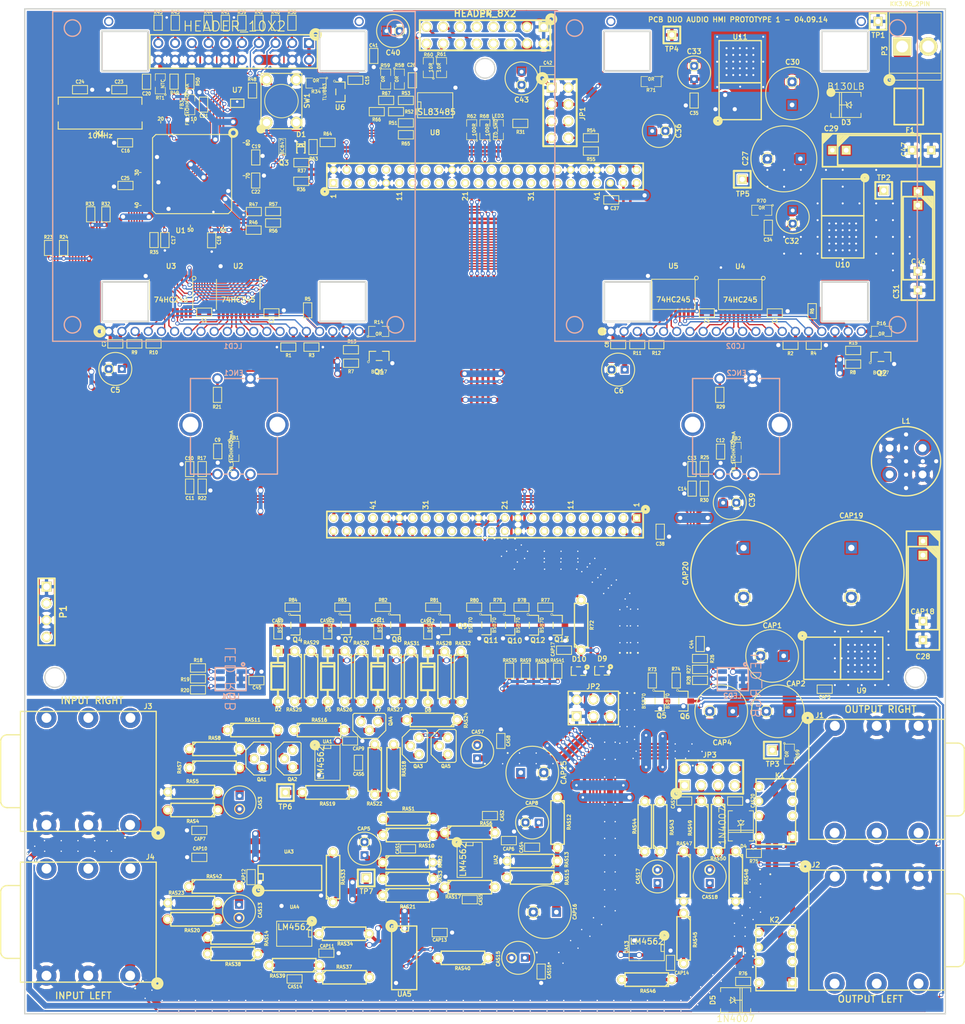
<source format=kicad_pcb>
(kicad_pcb (version 3) (host pcbnew "(2013-07-07 BZR 4022)-stable")
  (layers (15 F.Cu signal) (0 B.Cu signal) (18 B.Paste user) (19 F.Paste user) (20 B.SilkS user) (21 F.SilkS user) (22 B.Mask user) (23 F.Mask user) (28 Edge.Cuts user))
  (net 0 "")
  (net 1 +3.3V)
  (net 2 +5V)
  (net 3 +5VA)
  (net 4 +9V)
  (net 5 AGND)
  (net 6 AMPOUT_L_IN)
  (net 7 AMPOUT_L_OUT)
  (net 8 AMPOUT_R_IN)
  (net 9 AMPOUT_R_OUT)
  (net 10 AVCC_CUBIE)
  (net 11 BACK_LCDA)
  (net 12 BACK_LCDB)
  (net 13 BIAS_AMP_LEFT)
  (net 14 BIAS_AMP_RIGHT)
  (net 15 BUFF_L_OUT)
  (net 16 BUFF_L_SW)
  (net 17 BYPASS_L)
  (net 18 BYPASS_L_EN)
  (net 19 BYPASS_R)
  (net 20 BYPASS_R_EN)
  (net 21 ENCA_A)
  (net 22 ENCA_B)
  (net 23 ENCA_BT)
  (net 24 ENCB_A)
  (net 25 ENCB_B)
  (net 26 ENCB_BT)
  (net 27 FMIN_L)
  (net 28 FMIN_R)
  (net 29 FOOT_A)
  (net 30 FOOT_B)
  (net 31 HPL_CUBIE)
  (net 32 HPR_CUBIE)
  (net 33 IN_L)
  (net 34 IN_L_SW)
  (net 35 IN_L_SW_CMOS)
  (net 36 IN_R)
  (net 37 IN_R_SW)
  (net 38 JFET_SW_R1)
  (net 39 JFET_SW_R2)
  (net 40 JFET_SW_R3)
  (net 41 JFET_SW_R4)
  (net 42 LCDA_0)
  (net 43 LCDA_1)
  (net 44 LCDA_2)
  (net 45 LCDA_3)
  (net 46 LCDA_4)
  (net 47 LCDA_5)
  (net 48 LCDA_6)
  (net 49 LCDA_7)
  (net 50 LCDA_CS1)
  (net 51 LCDA_CS2)
  (net 52 LCDA_EN)
  (net 53 LCDA_RS)
  (net 54 LCDA_RST)
  (net 55 LCDA_RW)
  (net 56 LCDB_0)
  (net 57 LCDB_1)
  (net 58 LCDB_2)
  (net 59 LCDB_3)
  (net 60 LCDB_4)
  (net 61 LCDB_5)
  (net 62 LCDB_6)
  (net 63 LCDB_7)
  (net 64 LCDB_CS1)
  (net 65 LCDB_CS2)
  (net 66 LCDB_EN)
  (net 67 LCDB_RS)
  (net 68 LCDB_RST)
  (net 69 LCDB_RW)
  (net 70 LCD_0)
  (net 71 LCD_1)
  (net 72 LCD_2)
  (net 73 LCD_3)
  (net 74 LCD_4)
  (net 75 LCD_5)
  (net 76 LCD_6)
  (net 77 LCD_7)
  (net 78 LCD_CS1)
  (net 79 LCD_CS2)
  (net 80 LCD_DIR)
  (net 81 LCD_EN)
  (net 82 LCD_RS)
  (net 83 LCD_RST)
  (net 84 LCD_RW)
  (net 85 LEDA_B)
  (net 86 LEDA_G)
  (net 87 LEDA_R)
  (net 88 LEDB_B)
  (net 89 LEDB_G)
  (net 90 LEDB_R)
  (net 91 LINE_L_Z)
  (net 92 LINE_L_Z_SW)
  (net 93 MIC_L_GAIN_IN)
  (net 94 MIC_L_GAIN_OUT)
  (net 95 MIC_L_GAIN_SW)
  (net 96 MIC_L_Z_SW)
  (net 97 N-00000101)
  (net 98 N-00000105)
  (net 99 N-00000110)
  (net 100 N-00000112)
  (net 101 N-00000113)
  (net 102 N-00000114)
  (net 103 N-00000117)
  (net 104 N-00000119)
  (net 105 N-0000012)
  (net 106 N-00000121)
  (net 107 N-00000127)
  (net 108 N-00000133)
  (net 109 N-00000134)
  (net 110 N-00000135)
  (net 111 N-00000136)
  (net 112 N-00000137)
  (net 113 N-00000138)
  (net 114 N-00000141)
  (net 115 N-00000198)
  (net 116 N-00000200)
  (net 117 N-00000223)
  (net 118 N-00000224)
  (net 119 N-00000225)
  (net 120 N-00000226)
  (net 121 N-00000227)
  (net 122 N-00000229)
  (net 123 N-00000231)
  (net 124 N-00000233)
  (net 125 N-00000235)
  (net 126 N-00000250)
  (net 127 N-00000251)
  (net 128 N-00000253)
  (net 129 N-00000254)
  (net 130 N-00000260)
  (net 131 N-00000261)
  (net 132 N-00000262)
  (net 133 N-00000265)
  (net 134 N-00000266)
  (net 135 N-00000267)
  (net 136 N-00000269)
  (net 137 N-00000270)
  (net 138 N-00000271)
  (net 139 N-00000272)
  (net 140 N-00000273)
  (net 141 N-00000274)
  (net 142 N-00000275)
  (net 143 N-00000277)
  (net 144 N-00000279)
  (net 145 N-00000280)
  (net 146 N-00000281)
  (net 147 N-00000282)
  (net 148 N-00000283)
  (net 149 N-00000284)
  (net 150 N-00000285)
  (net 151 N-00000286)
  (net 152 N-00000287)
  (net 153 N-00000288)
  (net 154 N-00000289)
  (net 155 N-00000290)
  (net 156 N-00000292)
  (net 157 N-00000293)
  (net 158 N-00000294)
  (net 159 N-00000295)
  (net 160 N-00000296)
  (net 161 N-00000298)
  (net 162 N-00000303)
  (net 163 N-00000304)
  (net 164 N-00000308)
  (net 165 N-00000311)
  (net 166 N-00000315)
  (net 167 N-00000316)
  (net 168 N-00000319)
  (net 169 N-00000324)
  (net 170 N-00000325)
  (net 171 N-00000326)
  (net 172 N-00000328)
  (net 173 N-00000329)
  (net 174 N-00000331)
  (net 175 N-00000337)
  (net 176 N-00000342)
  (net 177 N-00000350)
  (net 178 N-00000351)
  (net 179 N-00000352)
  (net 180 N-00000353)
  (net 181 N-0000043)
  (net 182 N-0000044)
  (net 183 N-0000047)
  (net 184 N-0000050)
  (net 185 N-0000052)
  (net 186 N-0000058)
  (net 187 N-0000059)
  (net 188 N-0000061)
  (net 189 N-0000062)
  (net 190 N-0000063)
  (net 191 N-0000066)
  (net 192 N-0000069)
  (net 193 N-0000074)
  (net 194 N-0000079)
  (net 195 N-0000081)
  (net 196 N-0000084)
  (net 197 N-000009)
  (net 198 N-0000092)
  (net 199 NTC_TEMP)
  (net 200 OE_UC_CHAIN)
  (net 201 OUT_L)
  (net 202 OUT_R)
  (net 203 RESET)
  (net 204 RESET_UC_CTL)
  (net 205 RESET_UC_CTL_HOST)
  (net 206 RESET_UC_EN)
  (net 207 RS422_A)
  (net 208 RS422_B)
  (net 209 RX1_UC_CHAIN)
  (net 210 RX4_HOST_MIDI)
  (net 211 RX5_HOST_UI)
  (net 212 RX6_HOST_CONSOLE)
  (net 213 RXD0_HMI_CONSOLE)
  (net 214 RXD2_HMI_UI)
  (net 215 S_LCDA)
  (net 216 S_LCDB)
  (net 217 TCK_SWDCLK)
  (net 218 TDI)
  (net 219 TDO_SWO)
  (net 220 TMS_SDWIO)
  (net 221 TX1_UC_CHAIN)
  (net 222 TX4_HOST_MIDI)
  (net 223 TX5_HOST_UI)
  (net 224 TX6_HOST_CONSOLE)
  (net 225 TXD0_HMI_CONSOLE)
  (net 226 TXD2_HMI_UI)
  (net 227 VCC)
  (net 228 VCC_AMP_AUDIO)
  (net 229 VG_JFET_R1)
  (net 230 VG_JFET_R2)
  (net 231 VG_JFET_R3)
  (net 232 VG_JFET_R4)
  (net 233 ~TRST)
  (module CAP_RAD_5MM (layer F.Cu) (at 165.1762 163.4617 180)
    (fp_text reference CAS7 (at -0.0762 3.0099 180) (layer F.SilkS) (effects (font (size 0.508 0.508) (thickness 0.127))))
    (fp_text value 10uF hide)
    (pad 2 thru_hole circle (at 0 1) (size 1.2 1.2) (drill 0.6) (layers *.Cu *.Mask) (net 148 N-00000283))
    (pad 1 thru_hole rect (at 0 -1) (size 1.2 1.2) (drill 0.6) (layers *.Cu *.Mask) (net 37 IN_R_SW))
  )
  (module PAD_GND (layer F.Cu) (at 166.3446 165.2778)
    (fp_text reference GNDA7 hide)
    (fp_text value CONN_1 hide)
    (pad 1 thru_hole circle (at 0 0) (size 0.3048 0.3048) (drill 0.2032) (layers *.Cu *.Mask F.SilkS) (net 5 AGND))
  )
  (module SIL-1 (layer F.Cu) (at 209.9564 163.2204)
    (fp_text reference TP3 (at 0.0508 2.1082) (layer F.SilkS) (effects (font (size 0.762 0.762) (thickness 0.1524))))
    (fp_text value CONN_1 hide)
    (pad 1 thru_hole rect (at 0 0) (size 1.397 1.397) (drill 0.8128) (layers *.Cu *.Mask F.SilkS) (net 128 N-00000253))
  )
  (module SOT323 (layer F.Cu) (at 180.5432 151.2316)
    (fp_text reference D10 (at 0.1016 -1.8288) (layer F.SilkS) (effects (font (size 0.762 0.762) (thickness 0.1524))))
    (fp_text value BAT854SW hide)
    (pad 2 smd rect (at -0.65 -0.9) (size 0.5 0.7) (layers F.Cu F.Paste F.Mask) (net 125 N-00000235))
    (pad 1 smd rect (at 0.65 -0.9) (size 0.5 0.7) (layers F.Cu F.Paste F.Mask) (net 5 AGND))
    (pad 3 smd rect (at 0 0.9) (size 0.5 0.7) (layers F.Cu F.Paste F.Mask) (net 37 IN_R_SW))
  )
  (module SOT323 (layer F.Cu) (at 184.0992 151.1808)
    (fp_text reference D9 (at 0.0508 -1.8288) (layer F.SilkS) (effects (font (size 0.762 0.762) (thickness 0.1524))))
    (fp_text value BAT854SW hide)
    (pad 2 smd rect (at -0.65 -0.9) (size 0.5 0.7) (layers F.Cu F.Paste F.Mask) (net 125 N-00000235))
    (pad 1 smd rect (at 0.65 -0.9) (size 0.5 0.7) (layers F.Cu F.Paste F.Mask) (net 5 AGND))
    (pad 3 smd rect (at 0 0.9) (size 0.5 0.7) (layers F.Cu F.Paste F.Mask) (net 34 IN_L_SW))
  )
  (module SO8E (layer F.Cu) (at 164.0332 179.8574 270)
    (fp_text reference UA2 (at -0.0176 -3.9816 270) (layer F.SilkS) (effects (font (size 0.508 0.508) (thickness 0.127))))
    (fp_text value LM4562 (at 0 1.016 270) (layer F.SilkS) (effects (font (size 0.889 0.889) (thickness 0.1524))))
    (pad 8 smd rect (at -1.905 -2.667 270) (size 0.59944 1.39954) (layers F.Cu F.Paste F.Mask) (net 228 VCC_AMP_AUDIO))
    (pad 1 smd rect (at -1.905 2.667 270) (size 0.59944 1.39954) (layers F.Cu F.Paste F.Mask) (net 168 N-00000319))
    (pad 7 smd rect (at -0.635 -2.667 270) (size 0.59944 1.39954) (layers F.Cu F.Paste F.Mask) (net 147 N-00000282))
    (pad 6 smd rect (at 0.635 -2.667 270) (size 0.59944 1.39954) (layers F.Cu F.Paste F.Mask) (net 141 N-00000274))
    (pad 5 smd rect (at 1.905 -2.667 270) (size 0.59944 1.39954) (layers F.Cu F.Paste F.Mask) (net 146 N-00000281))
    (pad 2 smd rect (at -0.635 2.667 270) (size 0.59944 1.39954) (layers F.Cu F.Paste F.Mask) (net 166 N-00000315))
    (pad 3 smd rect (at 0.635 2.667 270) (size 0.59944 1.39954) (layers F.Cu F.Paste F.Mask) (net 167 N-00000316))
    (pad 4 smd rect (at 1.905 2.667 270) (size 0.59944 1.39954) (layers F.Cu F.Paste F.Mask) (net 5 AGND))
  )
  (module SM0603 (layer F.Cu) (at 167.1066 173.1518 180)
    (fp_text reference CAS2 (at -1.8542 0 270) (layer F.SilkS) (effects (font (size 0.508 0.4572) (thickness 0.1143))))
    (fp_text value 10nF hide)
    (pad 1 smd rect (at -0.762 0 180) (size 0.635 1.143) (layers F.Cu F.Paste F.Mask) (net 166 N-00000315))
    (pad 2 smd rect (at 0.762 0 180) (size 0.635 1.143) (layers F.Cu F.Paste F.Mask) (net 168 N-00000319))
  )
  (module SM0603 (layer F.Cu) (at 173.5074 177.9524 180)
    (fp_text reference CAS4 (at 1.6256 0 270) (layer F.SilkS) (effects (font (size 0.508 0.4572) (thickness 0.1143))))
    (fp_text value 100nF hide)
    (pad 1 smd rect (at -0.762 0 180) (size 0.635 1.143) (layers F.Cu F.Paste F.Mask) (net 145 N-00000280))
    (pad 2 smd rect (at 0.762 0 180) (size 0.635 1.143) (layers F.Cu F.Paste F.Mask) (net 147 N-00000282))
  )
  (module SM0603 (layer F.Cu) (at 164.0394 185.8948 180)
    (fp_text reference CAS5 (at -1.6588 -0.01 270) (layer F.SilkS) (effects (font (size 0.508 0.4572) (thickness 0.1143))))
    (fp_text value 10nF hide)
    (pad 1 smd rect (at -0.762 0 180) (size 0.635 1.143) (layers F.Cu F.Paste F.Mask) (net 141 N-00000274))
    (pad 2 smd rect (at 0.762 0 180) (size 0.635 1.143) (layers F.Cu F.Paste F.Mask) (net 147 N-00000282))
  )
  (module SM0603 (layer F.Cu) (at 123.0122 179.4764)
    (fp_text reference CAP10 (at 0.1016 -1.3208) (layer F.SilkS) (effects (font (size 0.508 0.4572) (thickness 0.1143))))
    (fp_text value 100nF hide)
    (pad 1 smd rect (at -0.762 0) (size 0.635 1.143) (layers F.Cu F.Paste F.Mask) (net 5 AGND))
    (pad 2 smd rect (at 0.762 0) (size 0.635 1.143) (layers F.Cu F.Paste F.Mask) (net 13 BIAS_AMP_LEFT))
  )
  (module SM0603 (layer F.Cu) (at 123.0122 175.387)
    (fp_text reference CAP7 (at 0.0762 1.2954) (layer F.SilkS) (effects (font (size 0.508 0.4572) (thickness 0.1143))))
    (fp_text value 100nF hide)
    (pad 1 smd rect (at -0.762 0) (size 0.635 1.143) (layers F.Cu F.Paste F.Mask) (net 5 AGND))
    (pad 2 smd rect (at 0.762 0) (size 0.635 1.143) (layers F.Cu F.Paste F.Mask) (net 14 BIAS_AMP_RIGHT))
  )
  (module SM0603 (layer F.Cu) (at 154.686 178.181)
    (fp_text reference CAS1 (at -1.6002 -0.0508 90) (layer F.SilkS) (effects (font (size 0.508 0.4572) (thickness 0.1143))))
    (fp_text value 100nF hide)
    (pad 1 smd rect (at -0.762 0) (size 0.635 1.143) (layers F.Cu F.Paste F.Mask) (net 165 N-00000311))
    (pad 2 smd rect (at 0.762 0) (size 0.635 1.143) (layers F.Cu F.Paste F.Mask) (net 168 N-00000319))
  )
  (module SM0603 (layer F.Cu) (at 169.9768 176.9364 180)
    (fp_text reference CAP6 (at 0.0254 -1.27 180) (layer F.SilkS) (effects (font (size 0.508 0.4572) (thickness 0.1143))))
    (fp_text value 100nF hide)
    (pad 1 smd rect (at -0.762 0 180) (size 0.635 1.143) (layers F.Cu F.Paste F.Mask) (net 5 AGND))
    (pad 2 smd rect (at 0.762 0 180) (size 0.635 1.143) (layers F.Cu F.Paste F.Mask) (net 228 VCC_AMP_AUDIO))
  )
  (module RES_PTH_6MM (layer F.Cu) (at 164.0586 183.9976)
    (fp_text reference RAS17 (at -2.54 1.4732) (layer F.SilkS) (effects (font (size 0.508 0.508) (thickness 0.127))))
    (fp_text value 50k hide)
    (pad 1 thru_hole circle (at -3.81 0) (size 1.397 1.397) (drill 0.8128) (layers *.Cu *.Mask F.SilkS) (net 147 N-00000282))
    (pad 2 thru_hole circle (at 3.81 0) (size 1.397 1.397) (drill 0.8128) (layers *.Cu *.Mask F.SilkS) (net 141 N-00000274))
  )
  (module RES_PTH_6MM (layer F.Cu) (at 154.6352 185.2422)
    (fp_text reference RAS21 (at 0 1.7272) (layer F.SilkS) (effects (font (size 0.508 0.508) (thickness 0.127))))
    (fp_text value 50R hide)
    (pad 1 thru_hole circle (at -3.81 0) (size 1.397 1.397) (drill 0.8128) (layers *.Cu *.Mask F.SilkS) (net 13 BIAS_AMP_LEFT))
    (pad 2 thru_hole circle (at 3.81 0) (size 1.397 1.397) (drill 0.8128) (layers *.Cu *.Mask F.SilkS) (net 147 N-00000282))
  )
  (module RES_PTH_6MM (layer F.Cu) (at 173.5074 182.5244 180)
    (fp_text reference RAS15 (at -5.2832 0.0254 270) (layer F.SilkS) (effects (font (size 0.508 0.508) (thickness 0.127))))
    (fp_text value 25k hide)
    (pad 1 thru_hole circle (at -3.81 0 180) (size 1.397 1.397) (drill 0.8128) (layers *.Cu *.Mask F.SilkS) (net 145 N-00000280))
    (pad 2 thru_hole circle (at 3.81 0 180) (size 1.397 1.397) (drill 0.8128) (layers *.Cu *.Mask F.SilkS) (net 146 N-00000281))
  )
  (module RES_PTH_6MM (layer F.Cu) (at 177.3682 174.1932 270)
    (fp_text reference RAS12 (at -0.0508 -1.7272 270) (layer F.SilkS) (effects (font (size 0.508 0.508) (thickness 0.127))))
    (fp_text value 50k hide)
    (pad 1 thru_hole circle (at -3.81 0 270) (size 1.397 1.397) (drill 0.8128) (layers *.Cu *.Mask F.SilkS) (net 3 +5VA))
    (pad 2 thru_hole circle (at 3.81 0 270) (size 1.397 1.397) (drill 0.8128) (layers *.Cu *.Mask F.SilkS) (net 145 N-00000280))
  )
  (module RES_PTH_6MM (layer F.Cu) (at 154.686 176.0982)
    (fp_text reference RAS10 (at 2.794 1.6256) (layer F.SilkS) (effects (font (size 0.508 0.508) (thickness 0.127))))
    (fp_text value 50R hide)
    (pad 1 thru_hole circle (at -3.81 0) (size 1.397 1.397) (drill 0.8128) (layers *.Cu *.Mask F.SilkS) (net 14 BIAS_AMP_RIGHT))
    (pad 2 thru_hole circle (at 3.81 0) (size 1.397 1.397) (drill 0.8128) (layers *.Cu *.Mask F.SilkS) (net 168 N-00000319))
  )
  (module RES_PTH_6MM (layer F.Cu) (at 164.0586 175.7426)
    (fp_text reference RAS6 (at 2.4638 -1.4224) (layer F.SilkS) (effects (font (size 0.508 0.508) (thickness 0.127))))
    (fp_text value 50k hide)
    (pad 1 thru_hole circle (at -3.81 0) (size 1.397 1.397) (drill 0.8128) (layers *.Cu *.Mask F.SilkS) (net 168 N-00000319))
    (pad 2 thru_hole circle (at 3.81 0) (size 1.397 1.397) (drill 0.8128) (layers *.Cu *.Mask F.SilkS) (net 166 N-00000315))
  )
  (module RES_PTH_6MM (layer F.Cu) (at 154.6352 182.753)
    (fp_text reference RAS3 (at 4.9276 -0.3302 90) (layer F.SilkS) (effects (font (size 0.508 0.508) (thickness 0.127))))
    (fp_text value 25k hide)
    (pad 1 thru_hole circle (at -3.81 0) (size 1.397 1.397) (drill 0.8128) (layers *.Cu *.Mask F.SilkS) (net 165 N-00000311))
    (pad 2 thru_hole circle (at 3.81 0) (size 1.397 1.397) (drill 0.8128) (layers *.Cu *.Mask F.SilkS) (net 167 N-00000316))
  )
  (module RES_PTH_6MM (layer F.Cu) (at 173.5074 180.0352 180)
    (fp_text reference RAS13 (at -5.2324 0.2032 270) (layer F.SilkS) (effects (font (size 0.508 0.508) (thickness 0.127))))
    (fp_text value 50k hide)
    (pad 1 thru_hole circle (at -3.81 0 180) (size 1.397 1.397) (drill 0.8128) (layers *.Cu *.Mask F.SilkS) (net 145 N-00000280))
    (pad 2 thru_hole circle (at 3.81 0 180) (size 1.397 1.397) (drill 0.8128) (layers *.Cu *.Mask F.SilkS) (net 5 AGND))
  )
  (module RES_PTH_6MM (layer F.Cu) (at 154.6352 180.2638)
    (fp_text reference RAS2 (at 4.9276 -0.127 90) (layer F.SilkS) (effects (font (size 0.508 0.508) (thickness 0.127))))
    (fp_text value 50k hide)
    (pad 1 thru_hole circle (at -3.81 0) (size 1.397 1.397) (drill 0.8128) (layers *.Cu *.Mask F.SilkS) (net 165 N-00000311))
    (pad 2 thru_hole circle (at 3.81 0) (size 1.397 1.397) (drill 0.8128) (layers *.Cu *.Mask F.SilkS) (net 5 AGND))
  )
  (module RES_PTH_6MM (layer F.Cu) (at 154.686 173.609 180)
    (fp_text reference RAS1 (at -0.0508 1.4986 180) (layer F.SilkS) (effects (font (size 0.508 0.508) (thickness 0.127))))
    (fp_text value 50k hide)
    (pad 1 thru_hole circle (at -3.81 0 180) (size 1.397 1.397) (drill 0.8128) (layers *.Cu *.Mask F.SilkS) (net 228 VCC_AMP_AUDIO))
    (pad 2 thru_hole circle (at 3.81 0 180) (size 1.397 1.397) (drill 0.8128) (layers *.Cu *.Mask F.SilkS) (net 165 N-00000311))
  )
  (module CAP_RAD_5MM (layer F.Cu) (at 173.5074 174.1932 270)
    (fp_text reference CAP8 (at -2.9464 0.0508 360) (layer F.SilkS) (effects (font (size 0.508 0.508) (thickness 0.127))))
    (fp_text value 10uF hide)
    (pad 2 thru_hole circle (at 0 1 90) (size 1.2 1.2) (drill 0.6) (layers *.Cu *.Mask) (net 5 AGND))
    (pad 1 thru_hole rect (at 0 -1 90) (size 1.2 1.2) (drill 0.6) (layers *.Cu *.Mask) (net 145 N-00000280))
  )
  (module CAP_RAD_5MM (layer F.Cu) (at 148.082 178.1556 180)
    (fp_text reference CAP5 (at 0.1016 3.0226 180) (layer F.SilkS) (effects (font (size 0.508 0.508) (thickness 0.127))))
    (fp_text value 10uF hide)
    (pad 2 thru_hole circle (at 0 1) (size 1.2 1.2) (drill 0.6) (layers *.Cu *.Mask) (net 5 AGND))
    (pad 1 thru_hole rect (at 0 -1) (size 1.2 1.2) (drill 0.6) (layers *.Cu *.Mask) (net 165 N-00000311))
  )
  (module RES_PTH_6MM (layer F.Cu) (at 125.222 183.896)
    (fp_text reference RAS42 (at 0.0508 -1.524) (layer F.SilkS) (effects (font (size 0.508 0.508) (thickness 0.127))))
    (fp_text value 1M hide)
    (pad 1 thru_hole circle (at -3.81 0) (size 1.397 1.397) (drill 0.8128) (layers *.Cu *.Mask F.SilkS) (net 13 BIAS_AMP_LEFT))
    (pad 2 thru_hole circle (at 3.81 0) (size 1.397 1.397) (drill 0.8128) (layers *.Cu *.Mask F.SilkS) (net 91 LINE_L_Z))
  )
  (module CAP_RAD_5MM (layer F.Cu) (at 129.032 187.6552)
    (fp_text reference CAS13 (at 3.2004 -0.1524 90) (layer F.SilkS) (effects (font (size 0.508 0.508) (thickness 0.127))))
    (fp_text value 10uF hide)
    (pad 2 thru_hole circle (at 0 1 180) (size 1.2 1.2) (drill 0.6) (layers *.Cu *.Mask) (net 133 N-00000265))
    (pad 1 thru_hole rect (at 0 -1 180) (size 1.2 1.2) (drill 0.6) (layers *.Cu *.Mask) (net 91 LINE_L_Z))
  )
  (module RES_PTH_6MM (layer F.Cu) (at 121.9962 188.8744 180)
    (fp_text reference RAS20 (at 0.0762 -1.6764 180) (layer F.SilkS) (effects (font (size 0.508 0.508) (thickness 0.127))))
    (fp_text value 100R hide)
    (pad 1 thru_hole circle (at -3.81 0 180) (size 1.397 1.397) (drill 0.8128) (layers *.Cu *.Mask F.SilkS) (net 133 N-00000265))
    (pad 2 thru_hole circle (at 3.81 0 180) (size 1.397 1.397) (drill 0.8128) (layers *.Cu *.Mask F.SilkS) (net 33 IN_L))
  )
  (module RES_PTH_6MM (layer F.Cu) (at 122.0216 186.3852 180)
    (fp_text reference RAS23 (at 2.4892 1.524 180) (layer F.SilkS) (effects (font (size 0.508 0.508) (thickness 0.127))))
    (fp_text value 1M hide)
    (pad 1 thru_hole circle (at -3.81 0 180) (size 1.397 1.397) (drill 0.8128) (layers *.Cu *.Mask F.SilkS) (net 133 N-00000265))
    (pad 2 thru_hole circle (at 3.81 0 180) (size 1.397 1.397) (drill 0.8128) (layers *.Cu *.Mask F.SilkS) (net 5 AGND))
  )
  (module RES_PTH_6MM (layer F.Cu) (at 144.9832 191.0588)
    (fp_text reference RAS34 (at 0.1524 1.524) (layer F.SilkS) (effects (font (size 0.508 0.508) (thickness 0.127))))
    (fp_text value 10k hide)
    (pad 1 thru_hole circle (at -3.81 0) (size 1.397 1.397) (drill 0.8128) (layers *.Cu *.Mask F.SilkS) (net 138 N-00000271))
    (pad 2 thru_hole circle (at 3.81 0) (size 1.397 1.397) (drill 0.8128) (layers *.Cu *.Mask F.SilkS) (net 15 BUFF_L_OUT))
  )
  (module RES_PTH_6MM (layer F.Cu) (at 128.0668 194.1068 180)
    (fp_text reference RAS38 (at -0.0508 -1.5748 180) (layer F.SilkS) (effects (font (size 0.508 0.508) (thickness 0.127))))
    (fp_text value 500R hide)
    (pad 1 thru_hole circle (at -3.81 0 180) (size 1.397 1.397) (drill 0.8128) (layers *.Cu *.Mask F.SilkS) (net 139 N-00000272))
    (pad 2 thru_hole circle (at 3.81 0 180) (size 1.397 1.397) (drill 0.8128) (layers *.Cu *.Mask F.SilkS) (net 13 BIAS_AMP_LEFT))
  )
  (module RES_PTH_6MM (layer F.Cu) (at 145.034 197.6628)
    (fp_text reference RAS37 (at -0.0508 -1.5748) (layer F.SilkS) (effects (font (size 0.508 0.508) (thickness 0.127))))
    (fp_text value 500R hide)
    (pad 1 thru_hole circle (at -3.81 0) (size 1.397 1.397) (drill 0.8128) (layers *.Cu *.Mask F.SilkS) (net 140 N-00000273))
    (pad 2 thru_hole circle (at 3.81 0) (size 1.397 1.397) (drill 0.8128) (layers *.Cu *.Mask F.SilkS) (net 93 MIC_L_GAIN_IN))
  )
  (module RES_PTH_6MM (layer F.Cu) (at 137.414 195.834 180)
    (fp_text reference RAS39 (at 2.54 -1.6256 180) (layer F.SilkS) (effects (font (size 0.508 0.508) (thickness 0.127))))
    (fp_text value 15k hide)
    (pad 1 thru_hole circle (at -3.81 0 180) (size 1.397 1.397) (drill 0.8128) (layers *.Cu *.Mask F.SilkS) (net 94 MIC_L_GAIN_OUT))
    (pad 2 thru_hole circle (at 3.81 0 180) (size 1.397 1.397) (drill 0.8128) (layers *.Cu *.Mask F.SilkS) (net 140 N-00000273))
  )
  (module RES_PTH_6MM (layer F.Cu) (at 143.3068 182.4736 90)
    (fp_text reference RAS33 (at 0 1.524 90) (layer F.SilkS) (effects (font (size 0.508 0.508) (thickness 0.127))))
    (fp_text value 3k hide)
    (pad 1 thru_hole circle (at -3.81 0 90) (size 1.397 1.397) (drill 0.8128) (layers *.Cu *.Mask F.SilkS) (net 13 BIAS_AMP_LEFT))
    (pad 2 thru_hole circle (at 3.81 0 90) (size 1.397 1.397) (drill 0.8128) (layers *.Cu *.Mask F.SilkS) (net 161 N-00000298))
  )
  (module RES_PTH_6MM (layer F.Cu) (at 128.0668 191.6176 180)
    (fp_text reference RAS14 (at -5.1308 -0.1524 270) (layer F.SilkS) (effects (font (size 0.508 0.508) (thickness 0.127))))
    (fp_text value 10k hide)
    (pad 1 thru_hole circle (at -3.81 0 180) (size 1.397 1.397) (drill 0.8128) (layers *.Cu *.Mask F.SilkS) (net 137 N-00000270))
    (pad 2 thru_hole circle (at 3.81 0 180) (size 1.397 1.397) (drill 0.8128) (layers *.Cu *.Mask F.SilkS) (net 13 BIAS_AMP_LEFT))
  )
  (module SM0603 (layer F.Cu) (at 137.4648 197.9168)
    (fp_text reference CAS14 (at 0.0508 1.1684) (layer F.SilkS) (effects (font (size 0.508 0.4572) (thickness 0.1143))))
    (fp_text value 200pF hide)
    (pad 1 smd rect (at -0.762 0) (size 0.635 1.143) (layers F.Cu F.Paste F.Mask) (net 140 N-00000273))
    (pad 2 smd rect (at 0.762 0) (size 0.635 1.143) (layers F.Cu F.Paste F.Mask) (net 94 MIC_L_GAIN_OUT))
  )
  (module SM0603 (layer F.Cu) (at 159.4866 190.881 180)
    (fp_text reference CAP13 (at 0 -1.1176 180) (layer F.SilkS) (effects (font (size 0.508 0.4572) (thickness 0.1143))))
    (fp_text value 100nF hide)
    (pad 1 smd rect (at -0.762 0 180) (size 0.635 1.143) (layers F.Cu F.Paste F.Mask) (net 5 AGND))
    (pad 2 smd rect (at 0.762 0 180) (size 0.635 1.143) (layers F.Cu F.Paste F.Mask) (net 3 +5VA))
  )
  (module SM0603 (layer F.Cu) (at 142.2908 194.0052 180)
    (fp_text reference CAP11 (at -0.1016 1.0668 180) (layer F.SilkS) (effects (font (size 0.508 0.4572) (thickness 0.1143))))
    (fp_text value 100nF hide)
    (pad 1 smd rect (at -0.762 0 180) (size 0.635 1.143) (layers F.Cu F.Paste F.Mask) (net 5 AGND))
    (pad 2 smd rect (at 0.762 0 180) (size 0.635 1.143) (layers F.Cu F.Paste F.Mask) (net 3 +5VA))
  )
  (module SM0603 (layer F.Cu) (at 130.8608 182.4736 90)
    (fp_text reference CAP12 (at 0.1524 -1.1176 90) (layer F.SilkS) (effects (font (size 0.508 0.4572) (thickness 0.1143))))
    (fp_text value 100nF hide)
    (pad 1 smd rect (at -0.762 0 90) (size 0.635 1.143) (layers F.Cu F.Paste F.Mask) (net 5 AGND))
    (pad 2 smd rect (at 0.762 0 90) (size 0.635 1.143) (layers F.Cu F.Paste F.Mask) (net 3 +5VA))
  )
  (module SO14E (layer F.Cu) (at 136.7536 182.4736)
    (fp_text reference UA3 (at -0.1524 -3.8608) (layer F.SilkS) (effects (font (size 0.508 0.508) (thickness 0.127))))
    (fp_text value 74LVC4066 hide)
    (pad 1 smd rect (at -3.81 2.794) (size 0.508 1.143) (layers F.Cu F.Paste F.Mask) (net 91 LINE_L_Z))
    (pad 2 smd rect (at -2.54 2.794) (size 0.508 1.143) (layers F.Cu F.Paste F.Mask) (net 137 N-00000270))
    (pad 3 smd rect (at -1.27 2.794) (size 0.508 1.143) (layers F.Cu F.Paste F.Mask) (net 137 N-00000270))
    (pad 4 smd rect (at 0 2.794) (size 0.508 1.143) (layers F.Cu F.Paste F.Mask) (net 91 LINE_L_Z))
    (pad 5 smd rect (at 1.27 2.794) (size 0.508 1.143) (layers F.Cu F.Paste F.Mask) (net 163 N-00000304))
    (pad 6 smd rect (at 2.54 2.794) (size 0.508 1.143) (layers F.Cu F.Paste F.Mask) (net 162 N-00000303))
    (pad 7 smd rect (at 3.81 2.794) (size 0.508 1.143) (layers F.Cu F.Paste F.Mask) (net 5 AGND))
    (pad 8 smd rect (at 3.81 -2.54) (size 0.508 1.143) (layers F.Cu F.Paste F.Mask) (net 161 N-00000298))
    (pad 9 smd rect (at 2.54 -2.54) (size 0.508 1.143) (layers F.Cu F.Paste F.Mask) (net 91 LINE_L_Z))
    (pad 10 smd rect (at 1.27 -2.54) (size 0.508 1.143) (layers F.Cu F.Paste F.Mask) (net 91 LINE_L_Z))
    (pad 11 smd rect (at 0 -2.54) (size 0.508 1.143) (layers F.Cu F.Paste F.Mask) (net 161 N-00000298))
    (pad 12 smd rect (at -1.27 -2.54) (size 0.508 1.143) (layers F.Cu F.Paste F.Mask) (net 162 N-00000303))
    (pad 13 smd rect (at -2.54 -2.54) (size 0.508 1.143) (layers F.Cu F.Paste F.Mask) (net 163 N-00000304))
    (pad 14 smd rect (at -3.81 -2.54) (size 0.508 1.143) (layers F.Cu F.Paste F.Mask) (net 3 +5VA))
  )
  (module SO14E (layer F.Cu) (at 154.2288 194.7164 270)
    (fp_text reference UA5 (at 5.4864 0.1016 360) (layer F.SilkS) (effects (font (size 0.762 0.762) (thickness 0.1524))))
    (fp_text value 74LVC4066 hide)
    (pad 1 smd rect (at -3.81 2.794 270) (size 0.508 1.143) (layers F.Cu F.Paste F.Mask) (net 35 IN_L_SW_CMOS))
    (pad 2 smd rect (at -2.54 2.794 270) (size 0.508 1.143) (layers F.Cu F.Paste F.Mask) (net 15 BUFF_L_OUT))
    (pad 3 smd rect (at -1.27 2.794 270) (size 0.508 1.143) (layers F.Cu F.Paste F.Mask) (net 15 BUFF_L_OUT))
    (pad 4 smd rect (at 0 2.794 270) (size 0.508 1.143) (layers F.Cu F.Paste F.Mask) (net 93 MIC_L_GAIN_IN))
    (pad 5 smd rect (at 1.27 2.794 270) (size 0.508 1.143) (layers F.Cu F.Paste F.Mask) (net 160 N-00000296))
    (pad 6 smd rect (at 2.54 2.794 270) (size 0.508 1.143) (layers F.Cu F.Paste F.Mask) (net 160 N-00000296))
    (pad 7 smd rect (at 3.81 2.794 270) (size 0.508 1.143) (layers F.Cu F.Paste F.Mask) (net 5 AGND))
    (pad 8 smd rect (at 3.81 -2.54 270) (size 0.508 1.143) (layers F.Cu F.Paste F.Mask) (net 94 MIC_L_GAIN_OUT))
    (pad 9 smd rect (at 2.54 -2.54 270) (size 0.508 1.143) (layers F.Cu F.Paste F.Mask) (net 35 IN_L_SW_CMOS))
    (pad 10 smd rect (at 1.27 -2.54 270) (size 0.508 1.143) (layers F.Cu F.Paste F.Mask) (net 15 BUFF_L_OUT))
    (pad 11 smd rect (at 0 -2.54 270) (size 0.508 1.143) (layers F.Cu F.Paste F.Mask) (net 35 IN_L_SW_CMOS))
    (pad 12 smd rect (at -1.27 -2.54 270) (size 0.508 1.143) (layers F.Cu F.Paste F.Mask) (net 164 N-00000308))
    (pad 13 smd rect (at -2.54 -2.54 270) (size 0.508 1.143) (layers F.Cu F.Paste F.Mask) (net 164 N-00000308))
    (pad 14 smd rect (at -3.81 -2.54 270) (size 0.508 1.143) (layers F.Cu F.Paste F.Mask) (net 3 +5VA))
  )
  (module SO8E (layer F.Cu) (at 137.414 191.0588 180)
    (fp_text reference UA4 (at -0.0508 4.064 180) (layer F.SilkS) (effects (font (size 0.508 0.508) (thickness 0.127))))
    (fp_text value LM4562 (at 0 1.016 180) (layer F.SilkS) (effects (font (size 0.889 0.889) (thickness 0.1524))))
    (pad 8 smd rect (at -1.905 -2.667 180) (size 0.59944 1.39954) (layers F.Cu F.Paste F.Mask) (net 3 +5VA))
    (pad 1 smd rect (at -1.905 2.667 180) (size 0.59944 1.39954) (layers F.Cu F.Paste F.Mask) (net 15 BUFF_L_OUT))
    (pad 7 smd rect (at -0.635 -2.667 180) (size 0.59944 1.39954) (layers F.Cu F.Paste F.Mask) (net 94 MIC_L_GAIN_OUT))
    (pad 6 smd rect (at 0.635 -2.667 180) (size 0.59944 1.39954) (layers F.Cu F.Paste F.Mask) (net 140 N-00000273))
    (pad 5 smd rect (at 1.905 -2.667 180) (size 0.59944 1.39954) (layers F.Cu F.Paste F.Mask) (net 139 N-00000272))
    (pad 2 smd rect (at -0.635 2.667 180) (size 0.59944 1.39954) (layers F.Cu F.Paste F.Mask) (net 138 N-00000271))
    (pad 3 smd rect (at 0.635 2.667 180) (size 0.59944 1.39954) (layers F.Cu F.Paste F.Mask) (net 91 LINE_L_Z))
    (pad 4 smd rect (at 1.905 2.667 180) (size 0.59944 1.39954) (layers F.Cu F.Paste F.Mask) (net 5 AGND))
  )
  (module SM0603 (layer F.Cu) (at 142.494 145.1864 90)
    (fp_text reference CAS10 (at 1.6002 -0.0762 180) (layer F.SilkS) (effects (font (size 0.508 0.4572) (thickness 0.1143))))
    (fp_text value 100nF hide)
    (pad 1 smd rect (at -0.762 0 90) (size 0.635 1.143) (layers F.Cu F.Paste F.Mask) (net 158 N-00000294))
    (pad 2 smd rect (at 0.762 0 90) (size 0.635 1.143) (layers F.Cu F.Paste F.Mask) (net 5 AGND))
  )
  (module SM0603 (layer F.Cu) (at 157.6832 145.2118 90)
    (fp_text reference CAS12 (at 1.5748 -0.0508 180) (layer F.SilkS) (effects (font (size 0.508 0.4572) (thickness 0.1143))))
    (fp_text value 100nF hide)
    (pad 1 smd rect (at -0.762 0 90) (size 0.635 1.143) (layers F.Cu F.Paste F.Mask) (net 156 N-00000292))
    (pad 2 smd rect (at 0.762 0 90) (size 0.635 1.143) (layers F.Cu F.Paste F.Mask) (net 5 AGND))
  )
  (module SM0603 (layer F.Cu) (at 150.114 145.1864 90)
    (fp_text reference CAS11 (at 1.651 -0.0508 180) (layer F.SilkS) (effects (font (size 0.508 0.4572) (thickness 0.1143))))
    (fp_text value 100nF hide)
    (pad 1 smd rect (at -0.762 0 90) (size 0.635 1.143) (layers F.Cu F.Paste F.Mask) (net 157 N-00000293))
    (pad 2 smd rect (at 0.762 0 90) (size 0.635 1.143) (layers F.Cu F.Paste F.Mask) (net 5 AGND))
  )
  (module SM0603 (layer F.Cu) (at 134.9502 145.2118 90)
    (fp_text reference CAS9 (at 1.6002 -0.0508 180) (layer F.SilkS) (effects (font (size 0.508 0.4572) (thickness 0.1143))))
    (fp_text value 100nF hide)
    (pad 1 smd rect (at -0.762 0 90) (size 0.635 1.143) (layers F.Cu F.Paste F.Mask) (net 159 N-00000295))
    (pad 2 smd rect (at 0.762 0 90) (size 0.635 1.143) (layers F.Cu F.Paste F.Mask) (net 5 AGND))
  )
  (module SOT23 (layer F.Cu) (at 137.6045 144.2593 270)
    (fp_text reference Q4 (at 2.2352 -0.3175 360) (layer F.SilkS) (effects (font (size 0.762 0.762) (thickness 0.1524))))
    (fp_text value BS870 (at 0 2.4 270) (layer F.SilkS) (effects (font (size 0.50038 0.50038) (thickness 0.09906))))
    (pad 3 smd rect (at 0 -1.09982 270) (size 0.8001 1.00076) (layers F.Cu F.Paste F.Mask) (net 149 N-00000284))
    (pad 2 smd rect (at 0.9525 1.09982 270) (size 0.8001 1.00076) (layers F.Cu F.Paste F.Mask) (net 5 AGND))
    (pad 1 smd rect (at -0.9525 1.09982 270) (size 0.8001 1.00076) (layers F.Cu F.Paste F.Mask) (net 38 JFET_SW_R1))
  )
  (module SOT23 (layer F.Cu) (at 145.2372 144.2085 270)
    (fp_text reference Q7 (at 2.286 -0.3048 360) (layer F.SilkS) (effects (font (size 0.762 0.762) (thickness 0.1524))))
    (fp_text value BS870 (at 0 2.4 270) (layer F.SilkS) (effects (font (size 0.50038 0.50038) (thickness 0.09906))))
    (pad 3 smd rect (at 0 -1.09982 270) (size 0.8001 1.00076) (layers F.Cu F.Paste F.Mask) (net 155 N-00000290))
    (pad 2 smd rect (at 0.9525 1.09982 270) (size 0.8001 1.00076) (layers F.Cu F.Paste F.Mask) (net 5 AGND))
    (pad 1 smd rect (at -0.9525 1.09982 270) (size 0.8001 1.00076) (layers F.Cu F.Paste F.Mask) (net 39 JFET_SW_R2))
  )
  (module SOT23 (layer F.Cu) (at 152.7556 144.2085 270)
    (fp_text reference Q8 (at 2.2225 -0.2159 360) (layer F.SilkS) (effects (font (size 0.762 0.762) (thickness 0.1524))))
    (fp_text value BS870 (at 0 2.4 270) (layer F.SilkS) (effects (font (size 0.50038 0.50038) (thickness 0.09906))))
    (pad 3 smd rect (at 0 -1.09982 270) (size 0.8001 1.00076) (layers F.Cu F.Paste F.Mask) (net 150 N-00000285))
    (pad 2 smd rect (at 0.9525 1.09982 270) (size 0.8001 1.00076) (layers F.Cu F.Paste F.Mask) (net 5 AGND))
    (pad 1 smd rect (at -0.9525 1.09982 270) (size 0.8001 1.00076) (layers F.Cu F.Paste F.Mask) (net 40 JFET_SW_R3))
  )
  (module SOT23 (layer F.Cu) (at 160.3502 144.2085 270)
    (fp_text reference Q9 (at 0.1905 -2.5908 360) (layer F.SilkS) (effects (font (size 0.762 0.762) (thickness 0.1524))))
    (fp_text value BS870 (at 0 2.4 270) (layer F.SilkS) (effects (font (size 0.50038 0.50038) (thickness 0.09906))))
    (pad 3 smd rect (at 0 -1.09982 270) (size 0.8001 1.00076) (layers F.Cu F.Paste F.Mask) (net 135 N-00000267))
    (pad 2 smd rect (at 0.9525 1.09982 270) (size 0.8001 1.00076) (layers F.Cu F.Paste F.Mask) (net 5 AGND))
    (pad 1 smd rect (at -0.9525 1.09982 270) (size 0.8001 1.00076) (layers F.Cu F.Paste F.Mask) (net 41 JFET_SW_R4))
  )
  (module TO92_ (layer F.Cu) (at 160.0835 162.5727 270)
    (fp_text reference QA5 (at 3.0734 -0.3429 360) (layer F.SilkS) (effects (font (size 0.508 0.508) (thickness 0.127))))
    (fp_text value J113 hide)
    (pad 1 thru_hole circle (at 1.27 -0.635 270) (size 1.4 1.4) (drill 0.8) (layers *.Cu *.Mask F.SilkS) (net 151 N-00000286))
    (pad 2 thru_hole circle (at 0 0.635 270) (size 1.4 1.4) (drill 0.8) (layers *.Cu *.Mask F.SilkS) (net 130 N-00000260))
    (pad 3 thru_hole circle (at -1.27 -0.635 270) (size 1.4 1.4) (drill 0.8) (layers *.Cu *.Mask F.SilkS) (net 232 VG_JFET_R4))
  )
  (module TO92_ (layer F.Cu) (at 148.8059 159.5374)
    (fp_text reference QA4 (at 3.2385 -0.7366 90) (layer F.SilkS) (effects (font (size 0.508 0.508) (thickness 0.127))))
    (fp_text value J113 hide)
    (pad 1 thru_hole circle (at 1.27 -0.635) (size 1.4 1.4) (drill 0.8) (layers *.Cu *.Mask F.SilkS) (net 130 N-00000260))
    (pad 2 thru_hole circle (at 0 0.635) (size 1.4 1.4) (drill 0.8) (layers *.Cu *.Mask F.SilkS) (net 152 N-00000287))
    (pad 3 thru_hole circle (at -1.27 -0.635) (size 1.4 1.4) (drill 0.8) (layers *.Cu *.Mask F.SilkS) (net 231 VG_JFET_R3))
  )
  (module TO92_ (layer F.Cu) (at 155.702 162.5727 270)
    (fp_text reference QA3 (at 3.0861 -0.508 360) (layer F.SilkS) (effects (font (size 0.508 0.508) (thickness 0.127))))
    (fp_text value J113 hide)
    (pad 1 thru_hole circle (at 1.27 -0.635 270) (size 1.4 1.4) (drill 0.8) (layers *.Cu *.Mask F.SilkS) (net 134 N-00000266))
    (pad 2 thru_hole circle (at 0 0.635 270) (size 1.4 1.4) (drill 0.8) (layers *.Cu *.Mask F.SilkS) (net 152 N-00000287))
    (pad 3 thru_hole circle (at -1.27 -0.635 270) (size 1.4 1.4) (drill 0.8) (layers *.Cu *.Mask F.SilkS) (net 232 VG_JFET_R4))
  )
  (module TO92_ (layer F.Cu) (at 136.5504 164.4904 270)
    (fp_text reference QA2 (at 3.1496 -0.5842 360) (layer F.SilkS) (effects (font (size 0.508 0.508) (thickness 0.127))))
    (fp_text value J113 hide)
    (pad 1 thru_hole circle (at 1.27 -0.635 270) (size 1.4 1.4) (drill 0.8) (layers *.Cu *.Mask F.SilkS) (net 143 N-00000277))
    (pad 2 thru_hole circle (at 0 0.635 270) (size 1.4 1.4) (drill 0.8) (layers *.Cu *.Mask F.SilkS) (net 131 N-00000261))
    (pad 3 thru_hole circle (at -1.27 -0.635 270) (size 1.4 1.4) (drill 0.8) (layers *.Cu *.Mask F.SilkS) (net 230 VG_JFET_R2))
  )
  (module TO92_ (layer F.Cu) (at 131.9784 164.4904 270)
    (fp_text reference QA1 (at 3.175 -0.508 360) (layer F.SilkS) (effects (font (size 0.508 0.508) (thickness 0.127))))
    (fp_text value J113 hide)
    (pad 1 thru_hole circle (at 1.27 -0.635 270) (size 1.4 1.4) (drill 0.8) (layers *.Cu *.Mask F.SilkS) (net 143 N-00000277))
    (pad 2 thru_hole circle (at 0 0.635 270) (size 1.4 1.4) (drill 0.8) (layers *.Cu *.Mask F.SilkS) (net 132 N-00000262))
    (pad 3 thru_hole circle (at -1.27 -0.635 270) (size 1.4 1.4) (drill 0.8) (layers *.Cu *.Mask F.SilkS) (net 229 VG_JFET_R1))
  )
  (module SO8E (layer F.Cu) (at 142.4559 165.1254 270)
    (fp_text reference UA1 (at -3.2131 0 360) (layer F.SilkS) (effects (font (size 0.508 0.508) (thickness 0.127))))
    (fp_text value LM4562 (at 0 1.016 270) (layer F.SilkS) (effects (font (size 0.889 0.889) (thickness 0.1524))))
    (pad 8 smd rect (at -1.905 -2.667 270) (size 0.59944 1.39954) (layers F.Cu F.Paste F.Mask) (net 228 VCC_AMP_AUDIO))
    (pad 1 smd rect (at -1.905 2.667 270) (size 0.59944 1.39954) (layers F.Cu F.Paste F.Mask) (net 152 N-00000287))
    (pad 7 smd rect (at -0.635 -2.667 270) (size 0.59944 1.39954) (layers F.Cu F.Paste F.Mask) (net 151 N-00000286))
    (pad 6 smd rect (at 0.635 -2.667 270) (size 0.59944 1.39954) (layers F.Cu F.Paste F.Mask) (net 154 N-00000289))
    (pad 5 smd rect (at 1.905 -2.667 270) (size 0.59944 1.39954) (layers F.Cu F.Paste F.Mask) (net 153 N-00000288))
    (pad 2 smd rect (at -0.635 2.667 270) (size 0.59944 1.39954) (layers F.Cu F.Paste F.Mask) (net 144 N-00000279))
    (pad 3 smd rect (at 0.635 2.667 270) (size 0.59944 1.39954) (layers F.Cu F.Paste F.Mask) (net 143 N-00000277))
    (pad 4 smd rect (at 1.905 2.667 270) (size 0.59944 1.39954) (layers F.Cu F.Paste F.Mask) (net 5 AGND))
  )
  (module SM0603 (layer F.Cu) (at 145.8849 161.8234 180)
    (fp_text reference CAP9 (at -1.2827 -1.1684 180) (layer F.SilkS) (effects (font (size 0.508 0.4572) (thickness 0.1143))))
    (fp_text value 100nF hide)
    (pad 1 smd rect (at -0.762 0 180) (size 0.635 1.143) (layers F.Cu F.Paste F.Mask) (net 5 AGND))
    (pad 2 smd rect (at 0.762 0 180) (size 0.635 1.143) (layers F.Cu F.Paste F.Mask) (net 228 VCC_AMP_AUDIO))
  )
  (module SM0603 (layer F.Cu) (at 168.7576 161.8234 270)
    (fp_text reference CAS8 (at 0 -1.143 270) (layer F.SilkS) (effects (font (size 0.508 0.4572) (thickness 0.1143))))
    (fp_text value 2.2nF hide)
    (pad 1 smd rect (at -0.762 0 270) (size 0.635 1.143) (layers F.Cu F.Paste F.Mask) (net 5 AGND))
    (pad 2 smd rect (at 0.762 0 270) (size 0.635 1.143) (layers F.Cu F.Paste F.Mask) (net 37 IN_R_SW))
  )
  (module SM0603 (layer F.Cu) (at 147.1549 165.1254 90)
    (fp_text reference CAS6 (at -1.7145 0.0254 180) (layer F.SilkS) (effects (font (size 0.508 0.4572) (thickness 0.1143))))
    (fp_text value 200pF hide)
    (pad 1 smd rect (at -0.762 0 90) (size 0.635 1.143) (layers F.Cu F.Paste F.Mask) (net 154 N-00000289))
    (pad 2 smd rect (at 0.762 0 90) (size 0.635 1.143) (layers F.Cu F.Paste F.Mask) (net 151 N-00000286))
  )
  (module RES_PTH_6MM (layer F.Cu) (at 155.1305 152.0698 270)
    (fp_text reference RAS31 (at -5.0546 -0.1143 360) (layer F.SilkS) (effects (font (size 0.508 0.508) (thickness 0.127))))
    (fp_text value 10k hide)
    (pad 1 thru_hole circle (at -3.81 0 270) (size 1.397 1.397) (drill 0.8128) (layers *.Cu *.Mask F.SilkS) (net 228 VCC_AMP_AUDIO))
    (pad 2 thru_hole circle (at 3.81 0 270) (size 1.397 1.397) (drill 0.8128) (layers *.Cu *.Mask F.SilkS) (net 150 N-00000285))
  )
  (module RES_PTH_6MM (layer F.Cu) (at 158.3182 158.6357 180)
    (fp_text reference RAS24 (at -5.1562 -0.0635 270) (layer F.SilkS) (effects (font (size 0.508 0.508) (thickness 0.127))))
    (fp_text value 100R hide)
    (pad 1 thru_hole circle (at -3.81 0 180) (size 1.397 1.397) (drill 0.8128) (layers *.Cu *.Mask F.SilkS) (net 148 N-00000283))
    (pad 2 thru_hole circle (at 3.81 0 180) (size 1.397 1.397) (drill 0.8128) (layers *.Cu *.Mask F.SilkS) (net 130 N-00000260))
  )
  (module RES_PTH_6MM (layer F.Cu) (at 139.97305 152.01265 270)
    (fp_text reference RAS29 (at -5.09905 -0.03175 360) (layer F.SilkS) (effects (font (size 0.508 0.508) (thickness 0.127))))
    (fp_text value 10k hide)
    (pad 1 thru_hole circle (at -3.81 0 270) (size 1.397 1.397) (drill 0.8128) (layers *.Cu *.Mask F.SilkS) (net 228 VCC_AMP_AUDIO))
    (pad 2 thru_hole circle (at 3.81 0 270) (size 1.397 1.397) (drill 0.8128) (layers *.Cu *.Mask F.SilkS) (net 149 N-00000284))
  )
  (module RES_PTH_6MM (layer F.Cu) (at 149.6314 166.1414 270)
    (fp_text reference RAS22 (at 5.207 0.0381 360) (layer F.SilkS) (effects (font (size 0.508 0.508) (thickness 0.127))))
    (fp_text value 15k hide)
    (pad 1 thru_hole circle (at -3.81 0 270) (size 1.397 1.397) (drill 0.8128) (layers *.Cu *.Mask F.SilkS) (net 151 N-00000286))
    (pad 2 thru_hole circle (at 3.81 0 270) (size 1.397 1.397) (drill 0.8128) (layers *.Cu *.Mask F.SilkS) (net 154 N-00000289))
  )
  (module RES_PTH_6MM (layer F.Cu) (at 142.4559 169.6339 180)
    (fp_text reference RAS19 (at 0 -1.7272 180) (layer F.SilkS) (effects (font (size 0.508 0.508) (thickness 0.127))))
    (fp_text value 500R hide)
    (pad 1 thru_hole circle (at -3.81 0 180) (size 1.397 1.397) (drill 0.8128) (layers *.Cu *.Mask F.SilkS) (net 153 N-00000288))
    (pad 2 thru_hole circle (at 3.81 0 180) (size 1.397 1.397) (drill 0.8128) (layers *.Cu *.Mask F.SilkS) (net 14 BIAS_AMP_RIGHT))
  )
  (module RES_PTH_6MM (layer F.Cu) (at 162.7124 152.0952 270)
    (fp_text reference RAS32 (at -5.08 -0.3048 360) (layer F.SilkS) (effects (font (size 0.508 0.508) (thickness 0.127))))
    (fp_text value 10k hide)
    (pad 1 thru_hole circle (at -3.81 0 270) (size 1.397 1.397) (drill 0.8128) (layers *.Cu *.Mask F.SilkS) (net 228 VCC_AMP_AUDIO))
    (pad 2 thru_hole circle (at 3.81 0 270) (size 1.397 1.397) (drill 0.8128) (layers *.Cu *.Mask F.SilkS) (net 135 N-00000267))
  )
  (module RES_PTH_6MM (layer F.Cu) (at 137.48385 152.01265 270)
    (fp_text reference RAS25 (at 5.06095 0.09525 360) (layer F.SilkS) (effects (font (size 0.508 0.508) (thickness 0.127))))
    (fp_text value 10k hide)
    (pad 1 thru_hole circle (at -3.81 0 270) (size 1.397 1.397) (drill 0.8128) (layers *.Cu *.Mask F.SilkS) (net 159 N-00000295))
    (pad 2 thru_hole circle (at 3.81 0 270) (size 1.397 1.397) (drill 0.8128) (layers *.Cu *.Mask F.SilkS) (net 149 N-00000284))
  )
  (module RES_PTH_6MM (layer F.Cu) (at 152.654 152.0444 270)
    (fp_text reference RAS27 (at 5.0292 -0.0508 360) (layer F.SilkS) (effects (font (size 0.508 0.508) (thickness 0.127))))
    (fp_text value 10k hide)
    (pad 1 thru_hole circle (at -3.81 0 270) (size 1.397 1.397) (drill 0.8128) (layers *.Cu *.Mask F.SilkS) (net 157 N-00000293))
    (pad 2 thru_hole circle (at 3.81 0 270) (size 1.397 1.397) (drill 0.8128) (layers *.Cu *.Mask F.SilkS) (net 150 N-00000285))
  )
  (module RES_PTH_6MM (layer F.Cu) (at 147.574 152.019 270)
    (fp_text reference RAS30 (at -5.0546 0 360) (layer F.SilkS) (effects (font (size 0.508 0.508) (thickness 0.127))))
    (fp_text value 10k hide)
    (pad 1 thru_hole circle (at -3.81 0 270) (size 1.397 1.397) (drill 0.8128) (layers *.Cu *.Mask F.SilkS) (net 228 VCC_AMP_AUDIO))
    (pad 2 thru_hole circle (at 3.81 0 270) (size 1.397 1.397) (drill 0.8128) (layers *.Cu *.Mask F.SilkS) (net 155 N-00000290))
  )
  (module RES_PTH_6MM (layer F.Cu) (at 145.0848 152.019 270)
    (fp_text reference RAS26 (at 5.0546 0.0508 360) (layer F.SilkS) (effects (font (size 0.508 0.508) (thickness 0.127))))
    (fp_text value 10k hide)
    (pad 1 thru_hole circle (at -3.81 0 270) (size 1.397 1.397) (drill 0.8128) (layers *.Cu *.Mask F.SilkS) (net 158 N-00000294))
    (pad 2 thru_hole circle (at 3.81 0 270) (size 1.397 1.397) (drill 0.8128) (layers *.Cu *.Mask F.SilkS) (net 155 N-00000290))
  )
  (module RES_PTH_6MM (layer F.Cu) (at 160.2232 152.0952 270)
    (fp_text reference RAS28 (at -5.08 0.1016 360) (layer F.SilkS) (effects (font (size 0.508 0.508) (thickness 0.127))))
    (fp_text value 10k hide)
    (pad 1 thru_hole circle (at -3.81 0 270) (size 1.397 1.397) (drill 0.8128) (layers *.Cu *.Mask F.SilkS) (net 156 N-00000292))
    (pad 2 thru_hole circle (at 3.81 0 270) (size 1.397 1.397) (drill 0.8128) (layers *.Cu *.Mask F.SilkS) (net 135 N-00000267))
  )
  (module RES_PTH_6MM (layer F.Cu) (at 125.3109 165.8874)
    (fp_text reference RAS7 (at -5.3086 -0.0381 90) (layer F.SilkS) (effects (font (size 0.508 0.508) (thickness 0.127))))
    (fp_text value 1M hide)
    (pad 1 thru_hole circle (at -3.81 0) (size 1.397 1.397) (drill 0.8128) (layers *.Cu *.Mask F.SilkS) (net 14 BIAS_AMP_RIGHT))
    (pad 2 thru_hole circle (at 3.81 0) (size 1.397 1.397) (drill 0.8128) (layers *.Cu *.Mask F.SilkS) (net 143 N-00000277))
  )
  (module RES_PTH_6MM (layer F.Cu) (at 152.4889 166.1414 90)
    (fp_text reference RAS18 (at 0.0889 1.5748 90) (layer F.SilkS) (effects (font (size 0.508 0.508) (thickness 0.127))))
    (fp_text value 500R hide)
    (pad 1 thru_hole circle (at -3.81 0 90) (size 1.397 1.397) (drill 0.8128) (layers *.Cu *.Mask F.SilkS) (net 154 N-00000289))
    (pad 2 thru_hole circle (at 3.81 0 90) (size 1.397 1.397) (drill 0.8128) (layers *.Cu *.Mask F.SilkS) (net 134 N-00000266))
  )
  (module RES_PTH_6MM (layer F.Cu) (at 122.0089 172.3009 180)
    (fp_text reference RAS4 (at -0.0127 -1.7018 180) (layer F.SilkS) (effects (font (size 0.508 0.508) (thickness 0.127))))
    (fp_text value 100R hide)
    (pad 1 thru_hole circle (at -3.81 0 180) (size 1.397 1.397) (drill 0.8128) (layers *.Cu *.Mask F.SilkS) (net 142 N-00000275))
    (pad 2 thru_hole circle (at 3.81 0 180) (size 1.397 1.397) (drill 0.8128) (layers *.Cu *.Mask F.SilkS) (net 36 IN_R))
  )
  (module RES_PTH_6MM (layer F.Cu) (at 122.0216 169.5704 180)
    (fp_text reference RAS5 (at 0.0508 1.6256 180) (layer F.SilkS) (effects (font (size 0.508 0.508) (thickness 0.127))))
    (fp_text value 1M hide)
    (pad 1 thru_hole circle (at -3.81 0 180) (size 1.397 1.397) (drill 0.8128) (layers *.Cu *.Mask F.SilkS) (net 142 N-00000275))
    (pad 2 thru_hole circle (at 3.81 0 180) (size 1.397 1.397) (drill 0.8128) (layers *.Cu *.Mask F.SilkS) (net 5 AGND))
  )
  (module RES_PTH_6MM (layer F.Cu) (at 125.3109 163.0299)
    (fp_text reference RAS8 (at 0 -1.651) (layer F.SilkS) (effects (font (size 0.508 0.508) (thickness 0.127))))
    (fp_text value 10k hide)
    (pad 1 thru_hole circle (at -3.81 0) (size 1.397 1.397) (drill 0.8128) (layers *.Cu *.Mask F.SilkS) (net 14 BIAS_AMP_RIGHT))
    (pad 2 thru_hole circle (at 3.81 0) (size 1.397 1.397) (drill 0.8128) (layers *.Cu *.Mask F.SilkS) (net 132 N-00000262))
  )
  (module RES_PTH_6MM (layer F.Cu) (at 131.0894 160.1724)
    (fp_text reference RAS11 (at 0.0127 -1.5494) (layer F.SilkS) (effects (font (size 0.508 0.508) (thickness 0.127))))
    (fp_text value 3k hide)
    (pad 1 thru_hole circle (at -3.81 0) (size 1.397 1.397) (drill 0.8128) (layers *.Cu *.Mask F.SilkS) (net 14 BIAS_AMP_RIGHT))
    (pad 2 thru_hole circle (at 3.81 0) (size 1.397 1.397) (drill 0.8128) (layers *.Cu *.Mask F.SilkS) (net 131 N-00000261))
  )
  (module RES_PTH_6MM (layer F.Cu) (at 141.1859 160.1724)
    (fp_text reference RAS16 (at 0.0381 -1.524) (layer F.SilkS) (effects (font (size 0.508 0.508) (thickness 0.127))))
    (fp_text value 10k hide)
    (pad 1 thru_hole circle (at -3.81 0) (size 1.397 1.397) (drill 0.8128) (layers *.Cu *.Mask F.SilkS) (net 144 N-00000279))
    (pad 2 thru_hole circle (at 3.81 0) (size 1.397 1.397) (drill 0.8128) (layers *.Cu *.Mask F.SilkS) (net 152 N-00000287))
  )
  (module DO-35 (layer F.Cu) (at 142.494 152.0444 90)
    (fp_text reference D6 (at -5.0546 0.0508 180) (layer F.SilkS) (effects (font (size 0.508 0.508) (thickness 0.127))))
    (fp_text value 1N4447 hide)
    (pad 2 thru_hole rect (at 3.81 0 90) (size 1.4224 1.4224) (drill 0.6096) (layers *.Cu *.Mask F.SilkS) (net 158 N-00000294))
    (pad 1 thru_hole circle (at -3.81 0 90) (size 1.4224 1.4224) (drill 0.6096) (layers *.Cu *.Mask F.SilkS) (net 230 VG_JFET_R2))
  )
  (module DO-35 (layer F.Cu) (at 150.114 152.0444 90)
    (fp_text reference D7 (at -5.0546 0 180) (layer F.SilkS) (effects (font (size 0.508 0.508) (thickness 0.127))))
    (fp_text value 1N4447 hide)
    (pad 2 thru_hole rect (at 3.81 0 90) (size 1.4224 1.4224) (drill 0.6096) (layers *.Cu *.Mask F.SilkS) (net 157 N-00000293))
    (pad 1 thru_hole circle (at -3.81 0 90) (size 1.4224 1.4224) (drill 0.6096) (layers *.Cu *.Mask F.SilkS) (net 231 VG_JFET_R3))
  )
  (module DO-35 (layer F.Cu) (at 157.6832 152.0952 90)
    (fp_text reference D8 (at -5.0546 0.0254 180) (layer F.SilkS) (effects (font (size 0.508 0.508) (thickness 0.127))))
    (fp_text value 1N4447 hide)
    (pad 2 thru_hole rect (at 3.81 0 90) (size 1.4224 1.4224) (drill 0.6096) (layers *.Cu *.Mask F.SilkS) (net 156 N-00000292))
    (pad 1 thru_hole circle (at -3.81 0 90) (size 1.4224 1.4224) (drill 0.6096) (layers *.Cu *.Mask F.SilkS) (net 232 VG_JFET_R4))
  )
  (module DO-35 (layer F.Cu) (at 134.94385 152.01265 90)
    (fp_text reference D2 (at -5.03555 0.03175 180) (layer F.SilkS) (effects (font (size 0.508 0.508) (thickness 0.127))))
    (fp_text value 1N4447 hide)
    (pad 2 thru_hole rect (at 3.81 0 90) (size 1.4224 1.4224) (drill 0.6096) (layers *.Cu *.Mask F.SilkS) (net 159 N-00000295))
    (pad 1 thru_hole circle (at -3.81 0 90) (size 1.4224 1.4224) (drill 0.6096) (layers *.Cu *.Mask F.SilkS) (net 229 VG_JFET_R1))
  )
  (module CAP_RAD_5MM (layer F.Cu) (at 129.1209 171.1452)
    (fp_text reference CAS3 (at 3.1115 0.0635 90) (layer F.SilkS) (effects (font (size 0.508 0.508) (thickness 0.127))))
    (fp_text value 10uF hide)
    (pad 2 thru_hole circle (at 0 1 180) (size 1.2 1.2) (drill 0.6) (layers *.Cu *.Mask) (net 142 N-00000275))
    (pad 1 thru_hole rect (at 0 -1 180) (size 1.2 1.2) (drill 0.6) (layers *.Cu *.Mask) (net 143 N-00000277))
  )
  (module LCD-AGM-12864E1-201_1 (layer B.Cu) (at 128.26238 76.20762 180)
    (fp_text reference LCD1 (at 0.15 -25.75 180) (layer B.SilkS) (effects (font (size 0.762 0.762) (thickness 0.1524)) (justify mirror)))
    (fp_text value LCD hide)
    (fp_line (start -13.0024 -22.0048) (end -13.0024 -16.0048) (layer Edge.Cuts) (width 0.254))
    (fp_line (start -12.9824 16.0052) (end -12.9824 22.0052) (layer Edge.Cuts) (width 0.254))
    (fp_line (start -20.0024 -16.0048) (end -20.0024 -22.0048) (layer Edge.Cuts) (width 0.254))
    (fp_line (start -19.9824 22.0052) (end -19.9824 16.0052) (layer Edge.Cuts) (width 0.254))
    (fp_line (start 19.9976 -22.0048) (end 19.9976 -16.0048) (layer Edge.Cuts) (width 0.254))
    (fp_line (start 20.0576 16.0052) (end 20.0576 22.0052) (layer Edge.Cuts) (width 0.254))
    (fp_line (start 12.9976 -16.0048) (end 12.9976 -22.0048) (layer Edge.Cuts) (width 0.254))
    (fp_line (start 13.0576 22.0052) (end 13.0576 16.0052) (layer Edge.Cuts) (width 0.254))
    (fp_line (start -13.0024 -16.0048) (end -20.0024 -16.0048) (layer Edge.Cuts) (width 0.254))
    (fp_line (start -13.0024 -22.0048) (end -20.0024 -22.0048) (layer Edge.Cuts) (width 0.254))
    (fp_line (start -12.9824 22.0052) (end -19.9824 22.0052) (layer Edge.Cuts) (width 0.254))
    (fp_line (start -12.9824 16.0052) (end -19.9824 16.0052) (layer Edge.Cuts) (width 0.254))
    (fp_line (start 19.9976 -16.0048) (end 12.9976 -16.0048) (layer Edge.Cuts) (width 0.254))
    (fp_line (start 19.9976 -22.0048) (end 12.9976 -22.0048) (layer Edge.Cuts) (width 0.254))
    (fp_line (start 20.0576 22.0052) (end 13.0576 22.0052) (layer Edge.Cuts) (width 0.254))
    (fp_line (start 20.0576 16.0052) (end 13.0576 16.0052) (layer Edge.Cuts) (width 0.254))
    (pad 19 thru_hole circle (at -17 -23.5) (size 1.4 1.4) (drill 0.95) (layers *.Cu *.Mask) (net 2 +5V))
    (pad 20 thru_hole circle (at -19 -23.5) (size 1.4 1.4) (drill 0.95) (layers *.Cu *.Mask) (net 186 N-0000058))
    (pad 21 thru_hole circle (at 19 23.5 180) (size 1.4 1.4) (drill 0.95) (layers *.Cu *.Mask))
    (pad 15 thru_hole circle (at -9 -23.5) (size 1.4 1.4) (drill 0.95) (layers *.Cu *.Mask) (net 50 LCDA_CS1))
    (pad 16 thru_hole circle (at -11 -23.5) (size 1.4 1.4) (drill 0.95) (layers *.Cu *.Mask) (net 51 LCDA_CS2))
    (pad 17 thru_hole circle (at -13 -23.5) (size 1.4 1.4) (drill 0.95) (layers *.Cu *.Mask) (net 54 LCDA_RST))
    (pad 11 thru_hole circle (at -1 -23.5) (size 1.4 1.4) (drill 0.95) (layers *.Cu *.Mask) (net 46 LCDA_4))
    (pad 12 thru_hole circle (at -3 -23.5) (size 1.4 1.4) (drill 0.95) (layers *.Cu *.Mask) (net 47 LCDA_5))
    (pad 13 thru_hole circle (at -5 -23.5) (size 1.4 1.4) (drill 0.95) (layers *.Cu *.Mask) (net 48 LCDA_6))
    (pad 8 thru_hole circle (at 5 -23.5) (size 1.4 1.4) (drill 0.95) (layers *.Cu *.Mask) (net 43 LCDA_1))
    (pad 9 thru_hole circle (at 3 -23.5) (size 1.4 1.4) (drill 0.95) (layers *.Cu *.Mask) (net 44 LCDA_2))
    (pad 10 thru_hole circle (at 1 -23.5) (size 1.4 1.4) (drill 0.95) (layers *.Cu *.Mask) (net 45 LCDA_3))
    (pad 4 thru_hole circle (at 13 -23.5) (size 1.4 1.4) (drill 0.95) (layers *.Cu *.Mask) (net 53 LCDA_RS))
    (pad 5 thru_hole circle (at 11 -23.5) (size 1.4 1.4) (drill 0.95) (layers *.Cu *.Mask) (net 55 LCDA_RW))
    (pad 6 thru_hole circle (at 9 -23.5) (size 1.4 1.4) (drill 0.95) (layers *.Cu *.Mask) (net 52 LCDA_EN))
    (pad 1 thru_hole circle (at 19 -23.5) (size 1.4 1.4) (drill 0.95) (layers *.Cu *.Mask) (net 5 AGND))
    (pad 2 thru_hole circle (at 17 -23.5) (size 1.4 1.4) (drill 0.95) (layers *.Cu *.Mask) (net 2 +5V))
    (pad 22 thru_hole circle (at -19 23.5 180) (size 1.4 1.4) (drill 0.95) (layers *.Cu *.Mask))
    (pad 14 thru_hole circle (at -7 -23.5) (size 1.4 1.4) (drill 0.95) (layers *.Cu *.Mask) (net 49 LCDA_7))
    (pad 18 thru_hole circle (at -15 -23.5) (size 1.4 1.4) (drill 0.95) (layers *.Cu *.Mask) (net 197 N-000009))
    (pad 3 thru_hole circle (at 15 -23.5) (size 1.4 1.4) (drill 0.95) (layers *.Cu *.Mask) (net 184 N-0000050))
    (pad 7 thru_hole circle (at 7 -23.5) (size 1.4 1.4) (drill 0.95) (layers *.Cu *.Mask) (net 42 LCDA_0))
  )
  (module SM2920 (layer F.Cu) (at 230.66238 65.60762 180)
    (fp_text reference F1 (at -0.2 -3.6 180) (layer F.SilkS) (effects (font (size 0.762 0.762) (thickness 0.1524))))
    (fp_text value PTC_2A hide)
    (pad 1 smd rect (at -3.3 0 180) (size 2 5.4) (layers F.Cu F.Paste F.Mask) (net 4 +9V))
    (pad 2 smd rect (at 3.3 0 180) (size 2 5.4) (layers F.Cu F.Paste F.Mask) (net 127 N-00000251))
  )
  (module SM0805 (layer F.Cu) (at 168.39184 69.12356 270)
    (fp_text reference LED3 (at -2.0955 0.0889 360) (layer F.SilkS) (effects (font (size 0.50038 0.50038) (thickness 0.10922))))
    (fp_text value LED_SMD (at 0 0.381 270) (layer F.SilkS) (effects (font (size 0.50038 0.50038) (thickness 0.10922))))
    (pad 1 smd rect (at -0.9525 0 270) (size 0.889 1.397) (layers F.Cu F.Paste F.Mask) (net 198 N-0000092))
    (pad 2 smd rect (at 0.9525 0 270) (size 0.889 1.397) (layers F.Cu F.Paste F.Mask) (net 97 N-00000101))
  )
  (module SM0805 (layer F.Cu) (at 208.3562 81.3435 180)
    (fp_text reference R70 (at 0.0508 1.4224 180) (layer F.SilkS) (effects (font (size 0.50038 0.50038) (thickness 0.10922))))
    (fp_text value 0R (at 0 0.381 180) (layer F.SilkS) (effects (font (size 0.50038 0.50038) (thickness 0.10922))))
    (pad 1 smd rect (at -0.9525 0 180) (size 0.889 1.397) (layers F.Cu F.Paste F.Mask) (net 129 N-00000254))
    (pad 2 smd rect (at 0.9525 0 180) (size 0.889 1.397) (layers F.Cu F.Paste F.Mask) (net 2 +5V))
  )
  (module SM0805 (layer F.Cu) (at 121.5644 65.3161 270)
    (fp_text reference FB3 (at 0 1.2192 270) (layer F.SilkS) (effects (font (size 0.50038 0.50038) (thickness 0.10922))))
    (fp_text value FB_1kOHM400mA (at 0 0.381 270) (layer F.SilkS) (effects (font (size 0.50038 0.50038) (thickness 0.10922))))
    (pad 1 smd rect (at -0.9525 0 270) (size 0.889 1.397) (layers F.Cu F.Paste F.Mask) (net 1 +3.3V))
    (pad 2 smd rect (at 0.9525 0 270) (size 0.889 1.397) (layers F.Cu F.Paste F.Mask) (net 99 N-00000110))
  )
  (module SM0805 (layer F.Cu) (at 212.5472 163.83 270)
    (fp_text reference R69 (at 0 -1.25 270) (layer F.SilkS) (effects (font (size 0.50038 0.50038) (thickness 0.10922))))
    (fp_text value 0R (at 0 0.381 270) (layer F.SilkS) (effects (font (size 0.50038 0.50038) (thickness 0.10922))))
    (pad 1 smd rect (at -0.9525 0 270) (size 0.889 1.397) (layers F.Cu F.Paste F.Mask) (net 128 N-00000253))
    (pad 2 smd rect (at 0.9525 0 270) (size 0.889 1.397) (layers F.Cu F.Paste F.Mask) (net 3 +5VA))
  )
  (module SM0805 (layer F.Cu) (at 204.47 118.0465 270)
    (fp_text reference FB2 (at -2.0955 -0.0254 360) (layer F.SilkS) (effects (font (size 0.50038 0.50038) (thickness 0.10922))))
    (fp_text value FB_1kOHM400mA (at 0 0.381 270) (layer F.SilkS) (effects (font (size 0.50038 0.50038) (thickness 0.10922))))
    (pad 1 smd rect (at -0.9525 0 270) (size 0.889 1.397) (layers F.Cu F.Paste F.Mask) (net 1 +3.3V))
    (pad 2 smd rect (at 0.9525 0 270) (size 0.889 1.397) (layers F.Cu F.Paste F.Mask) (net 181 N-0000043))
  )
  (module SM0805 (layer F.Cu) (at 128.2573 117.9065 270)
    (fp_text reference FB1 (at -2.0698 -0.0762 360) (layer F.SilkS) (effects (font (size 0.50038 0.50038) (thickness 0.10922))))
    (fp_text value FB_1kOHM400mA (at 0 0.381 270) (layer F.SilkS) (effects (font (size 0.50038 0.50038) (thickness 0.10922))))
    (pad 1 smd rect (at -0.9525 0 270) (size 0.889 1.397) (layers F.Cu F.Paste F.Mask) (net 1 +3.3V))
    (pad 2 smd rect (at 0.9525 0 270) (size 0.889 1.397) (layers F.Cu F.Paste F.Mask) (net 182 N-0000044))
  )
  (module SM0805 (layer F.Cu) (at 191.5668 61.8236 180)
    (fp_text reference R71 (at 0 -1.3 180) (layer F.SilkS) (effects (font (size 0.50038 0.50038) (thickness 0.10922))))
    (fp_text value 0R (at 0 0.381 180) (layer F.SilkS) (effects (font (size 0.50038 0.50038) (thickness 0.10922))))
    (pad 1 smd rect (at -0.9525 0 180) (size 0.889 1.397) (layers F.Cu F.Paste F.Mask) (net 126 N-00000250))
    (pad 2 smd rect (at 0.9525 0 180) (size 0.889 1.397) (layers F.Cu F.Paste F.Mask) (net 1 +3.3V))
  )
  (module SM0805 (layer F.Cu) (at 150.2283 99.7204)
    (fp_text reference R14 (at 0 -1.4) (layer F.SilkS) (effects (font (size 0.50038 0.50038) (thickness 0.10922))))
    (fp_text value 0R (at 0 0.381) (layer F.SilkS) (effects (font (size 0.50038 0.50038) (thickness 0.10922))))
    (pad 1 smd rect (at -0.9525 0) (size 0.889 1.397) (layers F.Cu F.Paste F.Mask) (net 186 N-0000058))
    (pad 2 smd rect (at 0.9525 0) (size 0.889 1.397) (layers F.Cu F.Paste F.Mask) (net 187 N-0000059))
  )
  (module SM0805 (layer F.Cu) (at 117.094 62.1665 90)
    (fp_text reference RT1 (at -2.1336 -0.0254 180) (layer F.SilkS) (effects (font (size 0.50038 0.50038) (thickness 0.10922))))
    (fp_text value NTC (at 0 0.381 90) (layer F.SilkS) (effects (font (size 0.50038 0.50038) (thickness 0.10922))))
    (pad 1 smd rect (at -0.9525 0 90) (size 0.889 1.397) (layers F.Cu F.Paste F.Mask) (net 199 NTC_TEMP))
    (pad 2 smd rect (at 0.9525 0 90) (size 0.889 1.397) (layers F.Cu F.Paste F.Mask) (net 5 AGND))
  )
  (module SM0805 (layer F.Cu) (at 159.76238 59.69822 270)
    (fp_text reference R61 (at -2.02752 -0.00362 360) (layer F.SilkS) (effects (font (size 0.50038 0.50038) (thickness 0.10922))))
    (fp_text value 10R (at 0 0.381 270) (layer F.SilkS) (effects (font (size 0.50038 0.50038) (thickness 0.10922))))
    (pad 1 smd rect (at -0.9525 0 270) (size 0.889 1.397) (layers F.Cu F.Paste F.Mask) (net 207 RS422_A))
    (pad 2 smd rect (at 0.9525 0 270) (size 0.889 1.397) (layers F.Cu F.Paste F.Mask) (net 111 N-00000136))
  )
  (module SM0805 (layer F.Cu) (at 157.76238 59.69822 90)
    (fp_text reference R60 (at 1.95132 0.02242 180) (layer F.SilkS) (effects (font (size 0.50038 0.50038) (thickness 0.10922))))
    (fp_text value 10R (at 0 0.381 90) (layer F.SilkS) (effects (font (size 0.50038 0.50038) (thickness 0.10922))))
    (pad 1 smd rect (at -0.9525 0 90) (size 0.889 1.397) (layers F.Cu F.Paste F.Mask) (net 112 N-00000137))
    (pad 2 smd rect (at 0.9525 0 90) (size 0.889 1.397) (layers F.Cu F.Paste F.Mask) (net 208 RS422_B))
  )
  (module SM0805 (layer F.Cu) (at 226.5299 99.7077)
    (fp_text reference R16 (at -0.0381 -1.2065) (layer F.SilkS) (effects (font (size 0.50038 0.50038) (thickness 0.10922))))
    (fp_text value 0R (at 0 0.381) (layer F.SilkS) (effects (font (size 0.50038 0.50038) (thickness 0.10922))))
    (pad 1 smd rect (at -0.9525 0) (size 0.889 1.397) (layers F.Cu F.Paste F.Mask) (net 189 N-0000062))
    (pad 2 smd rect (at 0.9525 0) (size 0.889 1.397) (layers F.Cu F.Paste F.Mask) (net 190 N-0000063))
  )
  (module SM0603 (layer F.Cu) (at 119.1768 61.8363 90)
    (fp_text reference R49 (at -1.7102 0.0752 180) (layer F.SilkS) (effects (font (size 0.508 0.4572) (thickness 0.1143))))
    (fp_text value 10k hide)
    (pad 1 smd rect (at -0.762 0 90) (size 0.635 1.143) (layers F.Cu F.Paste F.Mask) (net 1 +3.3V))
    (pad 2 smd rect (at 0.762 0 90) (size 0.635 1.143) (layers F.Cu F.Paste F.Mask) (net 199 NTC_TEMP))
  )
  (module SM0603 (layer F.Cu) (at 131.5593 76.835 90)
    (fp_text reference C22 (at -1.70688 0.01778 180) (layer F.SilkS) (effects (font (size 0.508 0.4572) (thickness 0.1143))))
    (fp_text value 100nF_X7R hide)
    (pad 1 smd rect (at -0.762 0 90) (size 0.635 1.143) (layers F.Cu F.Paste F.Mask) (net 1 +3.3V))
    (pad 2 smd rect (at 0.762 0 90) (size 0.635 1.143) (layers F.Cu F.Paste F.Mask) (net 5 AGND))
  )
  (module SM0603 (layer F.Cu) (at 111.8108 77.5843 180)
    (fp_text reference C25 (at 0.0508 1.1049 180) (layer F.SilkS) (effects (font (size 0.508 0.4572) (thickness 0.1143))))
    (fp_text value 100nF_X7R hide)
    (pad 1 smd rect (at -0.762 0 180) (size 0.635 1.143) (layers F.Cu F.Paste F.Mask) (net 1 +3.3V))
    (pad 2 smd rect (at 0.762 0 180) (size 0.635 1.143) (layers F.Cu F.Paste F.Mask) (net 5 AGND))
  )
  (module SM0603 (layer F.Cu) (at 146.6977 61.6204 180)
    (fp_text reference C15 (at -1.7907 -0.0254 270) (layer F.SilkS) (effects (font (size 0.508 0.4572) (thickness 0.1143))))
    (fp_text value 100nF_X7R hide)
    (pad 1 smd rect (at -0.762 0 180) (size 0.635 1.143) (layers F.Cu F.Paste F.Mask) (net 1 +3.3V))
    (pad 2 smd rect (at 0.762 0 180) (size 0.635 1.143) (layers F.Cu F.Paste F.Mask) (net 5 AGND))
  )
  (module SM0603 (layer F.Cu) (at 171.72178 68.16344)
    (fp_text reference R31 (at 0.0508 1.3208) (layer F.SilkS) (effects (font (size 0.508 0.4572) (thickness 0.1143))))
    (fp_text value 1k hide)
    (pad 1 smd rect (at -0.762 0) (size 0.635 1.143) (layers F.Cu F.Paste F.Mask) (net 198 N-0000092))
    (pad 2 smd rect (at 0.762 0) (size 0.635 1.143) (layers F.Cu F.Paste F.Mask) (net 1 +3.3V))
  )
  (module SM0603 (layer F.Cu) (at 114.9985 61.849 90)
    (fp_text reference C20 (at -1.8034 0 180) (layer F.SilkS) (effects (font (size 0.508 0.4572) (thickness 0.1143))))
    (fp_text value 100nF_X7R hide)
    (pad 1 smd rect (at -0.762 0 90) (size 0.635 1.143) (layers F.Cu F.Paste F.Mask) (net 199 NTC_TEMP))
    (pad 2 smd rect (at 0.762 0 90) (size 0.635 1.143) (layers F.Cu F.Paste F.Mask) (net 5 AGND))
  )
  (module SM0603 (layer F.Cu) (at 123.6472 65.3161 90)
    (fp_text reference C21 (at -1.7272 0.0508 180) (layer F.SilkS) (effects (font (size 0.508 0.4572) (thickness 0.1143))))
    (fp_text value 100nF_X7R hide)
    (pad 1 smd rect (at -0.762 0 90) (size 0.635 1.143) (layers F.Cu F.Paste F.Mask) (net 99 N-00000110))
    (pad 2 smd rect (at 0.762 0 90) (size 0.635 1.143) (layers F.Cu F.Paste F.Mask) (net 5 AGND))
  )
  (module SM0603 (layer F.Cu) (at 124.8918 85.8901 270)
    (fp_text reference C18 (at 0 -1.1176 270) (layer F.SilkS) (effects (font (size 0.508 0.4572) (thickness 0.1143))))
    (fp_text value 100nF_X7R hide)
    (pad 1 smd rect (at -0.762 0 270) (size 0.635 1.143) (layers F.Cu F.Paste F.Mask) (net 1 +3.3V))
    (pad 2 smd rect (at 0.762 0 270) (size 0.635 1.143) (layers F.Cu F.Paste F.Mask) (net 5 AGND))
  )
  (module SM0603 (layer F.Cu) (at 131.572 73.3298 90)
    (fp_text reference C19 (at 1.6764 0.05588 180) (layer F.SilkS) (effects (font (size 0.508 0.4572) (thickness 0.1143))))
    (fp_text value 100nF_X7R hide)
    (pad 1 smd rect (at -0.762 0 90) (size 0.635 1.143) (layers F.Cu F.Paste F.Mask) (net 1 +3.3V))
    (pad 2 smd rect (at 0.762 0 90) (size 0.635 1.143) (layers F.Cu F.Paste F.Mask) (net 5 AGND))
  )
  (module SM0603 (layer F.Cu) (at 131.2545 84.3534)
    (fp_text reference R46 (at -0.0508 -1.1684) (layer F.SilkS) (effects (font (size 0.508 0.4572) (thickness 0.1143))))
    (fp_text value 10k hide)
    (pad 1 smd rect (at -0.762 0) (size 0.635 1.143) (layers F.Cu F.Paste F.Mask) (net 1 +3.3V))
    (pad 2 smd rect (at 0.762 0) (size 0.635 1.143) (layers F.Cu F.Paste F.Mask) (net 226 TXD2_HMI_UI))
  )
  (module SM0603 (layer F.Cu) (at 131.2799 81.534)
    (fp_text reference R47 (at -0.0635 -1.0668) (layer F.SilkS) (effects (font (size 0.508 0.4572) (thickness 0.1143))))
    (fp_text value 10k hide)
    (pad 1 smd rect (at -0.762 0) (size 0.635 1.143) (layers F.Cu F.Paste F.Mask) (net 1 +3.3V))
    (pad 2 smd rect (at 0.762 0) (size 0.635 1.143) (layers F.Cu F.Paste F.Mask) (net 214 RXD2_HMI_UI))
  )
  (module SM0603 (layer F.Cu) (at 138.4935 74.1172 180)
    (fp_text reference R37 (at -0.0635 -1.2192 180) (layer F.SilkS) (effects (font (size 0.508 0.4572) (thickness 0.1143))))
    (fp_text value 10k hide)
    (pad 1 smd rect (at -0.762 0 180) (size 0.635 1.143) (layers F.Cu F.Paste F.Mask) (net 1 +3.3V))
    (pad 2 smd rect (at 0.762 0 180) (size 0.635 1.143) (layers F.Cu F.Paste F.Mask) (net 213 RXD0_HMI_CONSOLE))
  )
  (module SM0603 (layer F.Cu) (at 138.4808 76.9493 180)
    (fp_text reference R36 (at 0.0254 -1.2319 180) (layer F.SilkS) (effects (font (size 0.508 0.4572) (thickness 0.1143))))
    (fp_text value 10k hide)
    (pad 1 smd rect (at -0.762 0 180) (size 0.635 1.143) (layers F.Cu F.Paste F.Mask) (net 1 +3.3V))
    (pad 2 smd rect (at 0.762 0 180) (size 0.635 1.143) (layers F.Cu F.Paste F.Mask) (net 225 TXD0_HMI_CONSOLE))
  )
  (module SM0603 (layer F.Cu) (at 106.5276 81.9531 90)
    (fp_text reference R33 (at 1.5748 -0.127 180) (layer F.SilkS) (effects (font (size 0.508 0.4572) (thickness 0.1143))))
    (fp_text value 10k hide)
    (pad 1 smd rect (at -0.762 0 90) (size 0.635 1.143) (layers F.Cu F.Paste F.Mask) (net 1 +3.3V))
    (pad 2 smd rect (at 0.762 0 90) (size 0.635 1.143) (layers F.Cu F.Paste F.Mask) (net 12 BACK_LCDB))
  )
  (module SM0603 (layer F.Cu) (at 108.839 81.9531 90)
    (fp_text reference R32 (at 1.5748 -0.0381 180) (layer F.SilkS) (effects (font (size 0.508 0.4572) (thickness 0.1143))))
    (fp_text value 10k hide)
    (pad 1 smd rect (at -0.762 0 90) (size 0.635 1.143) (layers F.Cu F.Paste F.Mask) (net 1 +3.3V))
    (pad 2 smd rect (at 0.762 0 90) (size 0.635 1.143) (layers F.Cu F.Paste F.Mask) (net 11 BACK_LCDA))
  )
  (module SM0603 (layer F.Cu) (at 131.0767 63.1825 90)
    (fp_text reference R48 (at 1.6891 -0.0635 180) (layer F.SilkS) (effects (font (size 0.508 0.4572) (thickness 0.1143))))
    (fp_text value 1k hide)
    (pad 1 smd rect (at -0.762 0 90) (size 0.635 1.143) (layers F.Cu F.Paste F.Mask) (net 1 +3.3V))
    (pad 2 smd rect (at 0.762 0 90) (size 0.635 1.143) (layers F.Cu F.Paste F.Mask) (net 204 RESET_UC_CTL))
  )
  (module SM0603 (layer F.Cu) (at 121.5644 61.8109 90)
    (fp_text reference R50 (at -0.0356 1.2176 90) (layer F.SilkS) (effects (font (size 0.508 0.4572) (thickness 0.1143))))
    (fp_text value 10k hide)
    (pad 1 smd rect (at -0.762 0 90) (size 0.635 1.143) (layers F.Cu F.Paste F.Mask) (net 1 +3.3V))
    (pad 2 smd rect (at 0.762 0 90) (size 0.635 1.143) (layers F.Cu F.Paste F.Mask) (net 203 RESET))
  )
  (module SM0603 (layer F.Cu) (at 152.8572 66.3829)
    (fp_text reference R52 (at 1.9939 0.0254) (layer F.SilkS) (effects (font (size 0.508 0.4572) (thickness 0.1143))))
    (fp_text value 100R hide)
    (pad 1 smd rect (at -0.762 0) (size 0.635 1.143) (layers F.Cu F.Paste F.Mask) (net 200 OE_UC_CHAIN))
    (pad 2 smd rect (at 0.762 0) (size 0.635 1.143) (layers F.Cu F.Paste F.Mask) (net 113 N-00000138))
  )
  (module SM0603 (layer F.Cu) (at 191.7446 152.654 90)
    (fp_text reference R73 (at 1.67 -0.01 180) (layer F.SilkS) (effects (font (size 0.508 0.4572) (thickness 0.1143))))
    (fp_text value 10k hide)
    (pad 1 smd rect (at -0.762 0 90) (size 0.635 1.143) (layers F.Cu F.Paste F.Mask) (net 177 N-00000350))
    (pad 2 smd rect (at 0.762 0 90) (size 0.635 1.143) (layers F.Cu F.Paste F.Mask) (net 20 BYPASS_R_EN))
  )
  (module SM0603 (layer F.Cu) (at 195.3768 152.654 90)
    (fp_text reference R74 (at 1.74 -0.04 180) (layer F.SilkS) (effects (font (size 0.508 0.4572) (thickness 0.1143))))
    (fp_text value 10k hide)
    (pad 1 smd rect (at -0.762 0 90) (size 0.635 1.143) (layers F.Cu F.Paste F.Mask) (net 178 N-00000351))
    (pad 2 smd rect (at 0.762 0 90) (size 0.635 1.143) (layers F.Cu F.Paste F.Mask) (net 18 BYPASS_L_EN))
  )
  (module SM0603 (layer F.Cu) (at 207.1624 178.8668 180)
    (fp_text reference R75 (at 0 -1.2192 180) (layer F.SilkS) (effects (font (size 0.508 0.4572) (thickness 0.1143))))
    (fp_text value 33k hide)
    (pad 1 smd rect (at -0.762 0 180) (size 0.635 1.143) (layers F.Cu F.Paste F.Mask) (net 19 BYPASS_R))
    (pad 2 smd rect (at 0.762 0 180) (size 0.635 1.143) (layers F.Cu F.Paste F.Mask) (net 3 +5VA))
  )
  (module SM0603 (layer F.Cu) (at 205.5368 198.2978)
    (fp_text reference R76 (at -0.0254 -1.1938) (layer F.SilkS) (effects (font (size 0.508 0.4572) (thickness 0.1143))))
    (fp_text value 33k hide)
    (pad 1 smd rect (at -0.762 0) (size 0.635 1.143) (layers F.Cu F.Paste F.Mask) (net 17 BYPASS_L))
    (pad 2 smd rect (at 0.762 0) (size 0.635 1.143) (layers F.Cu F.Paste F.Mask) (net 3 +5VA))
  )
  (module SM0603 (layer F.Cu) (at 192.94856 130.0861 90)
    (fp_text reference C38 (at -1.84912 0 180) (layer F.SilkS) (effects (font (size 0.508 0.4572) (thickness 0.1143))))
    (fp_text value 100nF_X7R hide)
    (pad 1 smd rect (at -0.762 0 90) (size 0.635 1.143) (layers F.Cu F.Paste F.Mask) (net 5 AGND))
    (pad 2 smd rect (at 0.762 0 90) (size 0.635 1.143) (layers F.Cu F.Paste F.Mask) (net 2 +5V))
  )
  (module SM0603 (layer F.Cu) (at 185.5216 79.7687 180)
    (fp_text reference C37 (at -0.5207 -1.2827 180) (layer F.SilkS) (effects (font (size 0.508 0.4572) (thickness 0.1143))))
    (fp_text value 100nF_X7R hide)
    (pad 1 smd rect (at -0.762 0 180) (size 0.635 1.143) (layers F.Cu F.Paste F.Mask) (net 2 +5V))
    (pad 2 smd rect (at 0.762 0 180) (size 0.635 1.143) (layers F.Cu F.Paste F.Mask) (net 5 AGND))
  )
  (module SM0603 (layer F.Cu) (at 175.8442 60.1472 180)
    (fp_text reference C42 (at -0.0381 1.1557 180) (layer F.SilkS) (effects (font (size 0.508 0.4572) (thickness 0.1143))))
    (fp_text value 100nF_X7R hide)
    (pad 1 smd rect (at -0.762 0 180) (size 0.635 1.143) (layers F.Cu F.Paste F.Mask) (net 2 +5V))
    (pad 2 smd rect (at 0.762 0 180) (size 0.635 1.143) (layers F.Cu F.Paste F.Mask) (net 5 AGND))
  )
  (module SM0603 (layer F.Cu) (at 149.479 57.93486 270)
    (fp_text reference C41 (at -1.6002 0.01778 360) (layer F.SilkS) (effects (font (size 0.508 0.4572) (thickness 0.1143))))
    (fp_text value 100nF_X7R hide)
    (pad 1 smd rect (at -0.762 0 270) (size 0.635 1.143) (layers F.Cu F.Paste F.Mask) (net 1 +3.3V))
    (pad 2 smd rect (at 0.762 0 270) (size 0.635 1.143) (layers F.Cu F.Paste F.Mask) (net 5 AGND))
  )
  (module SM0603 (layer F.Cu) (at 217.9066 153.9748)
    (fp_text reference CAP3 (at 0 1.1938) (layer F.SilkS) (effects (font (size 0.508 0.4572) (thickness 0.1143))))
    (fp_text value 100nF hide)
    (pad 1 smd rect (at -0.762 0) (size 0.635 1.143) (layers F.Cu F.Paste F.Mask) (net 128 N-00000253))
    (pad 2 smd rect (at 0.762 0) (size 0.635 1.143) (layers F.Cu F.Paste F.Mask) (net 5 AGND))
  )
  (module SM0603 (layer F.Cu) (at 198.09148 64.70212 270)
    (fp_text reference C35 (at 1.9 0 360) (layer F.SilkS) (effects (font (size 0.508 0.4572) (thickness 0.1143))))
    (fp_text value 100nF_X7R hide)
    (pad 1 smd rect (at -0.762 0 270) (size 0.635 1.143) (layers F.Cu F.Paste F.Mask) (net 126 N-00000250))
    (pad 2 smd rect (at 0.762 0 270) (size 0.635 1.143) (layers F.Cu F.Paste F.Mask) (net 5 AGND))
  )
  (module SM0603 (layer F.Cu) (at 209.3468 83.9851 270)
    (fp_text reference C34 (at 1.8288 0.0508 360) (layer F.SilkS) (effects (font (size 0.508 0.4572) (thickness 0.1143))))
    (fp_text value 100nF_X7R hide)
    (pad 1 smd rect (at -0.762 0 270) (size 0.635 1.143) (layers F.Cu F.Paste F.Mask) (net 129 N-00000254))
    (pad 2 smd rect (at 0.762 0 270) (size 0.635 1.143) (layers F.Cu F.Paste F.Mask) (net 5 AGND))
  )
  (module SM0603 (layer F.Cu) (at 154.3558 68.0847)
    (fp_text reference R51 (at -1.9558 0.0254) (layer F.SilkS) (effects (font (size 0.508 0.4572) (thickness 0.1143))))
    (fp_text value 100R hide)
    (pad 1 smd rect (at -0.762 0) (size 0.635 1.143) (layers F.Cu F.Paste F.Mask) (net 209 RX1_UC_CHAIN))
    (pad 2 smd rect (at 0.762 0) (size 0.635 1.143) (layers F.Cu F.Paste F.Mask) (net 110 N-00000135))
  )
  (module SM0603 (layer F.Cu) (at 154.3558 64.6811)
    (fp_text reference R53 (at 0 -1.0922) (layer F.SilkS) (effects (font (size 0.508 0.4572) (thickness 0.1143))))
    (fp_text value 100R hide)
    (pad 1 smd rect (at -0.762 0) (size 0.635 1.143) (layers F.Cu F.Paste F.Mask) (net 221 TX1_UC_CHAIN))
    (pad 2 smd rect (at 0.762 0) (size 0.635 1.143) (layers F.Cu F.Paste F.Mask) (net 107 N-00000127))
  )
  (module SM0603 (layer F.Cu) (at 134.2009 81.5213 180)
    (fp_text reference R57 (at -0.0254 1.0922 180) (layer F.SilkS) (effects (font (size 0.508 0.4572) (thickness 0.1143))))
    (fp_text value 100R hide)
    (pad 1 smd rect (at -0.762 0 180) (size 0.635 1.143) (layers F.Cu F.Paste F.Mask) (net 223 TX5_HOST_UI))
    (pad 2 smd rect (at 0.762 0 180) (size 0.635 1.143) (layers F.Cu F.Paste F.Mask) (net 214 RXD2_HMI_UI))
  )
  (module SM0603 (layer F.Cu) (at 134.2009 83.2612)
    (fp_text reference R56 (at 0.0254 1.1938) (layer F.SilkS) (effects (font (size 0.508 0.4572) (thickness 0.1143))))
    (fp_text value 100R hide)
    (pad 1 smd rect (at -0.762 0) (size 0.635 1.143) (layers F.Cu F.Paste F.Mask) (net 226 TXD2_HMI_UI))
    (pad 2 smd rect (at 0.762 0) (size 0.635 1.143) (layers F.Cu F.Paste F.Mask) (net 211 RX5_HOST_UI))
  )
  (module SM0603 (layer F.Cu) (at 182.4228 72.3646 180)
    (fp_text reference R55 (at -0.0254 -1.2446 180) (layer F.SilkS) (effects (font (size 0.508 0.4572) (thickness 0.1143))))
    (fp_text value 100R hide)
    (pad 1 smd rect (at -0.762 0 180) (size 0.635 1.143) (layers F.Cu F.Paste F.Mask) (net 224 TX6_HOST_CONSOLE))
    (pad 2 smd rect (at 0.762 0 180) (size 0.635 1.143) (layers F.Cu F.Paste F.Mask) (net 114 N-00000141))
  )
  (module SM0603 (layer F.Cu) (at 182.4228 70.358)
    (fp_text reference R54 (at 0.0508 -1.1176) (layer F.SilkS) (effects (font (size 0.508 0.4572) (thickness 0.1143))))
    (fp_text value 100R hide)
    (pad 1 smd rect (at -0.762 0) (size 0.635 1.143) (layers F.Cu F.Paste F.Mask) (net 108 N-00000133))
    (pad 2 smd rect (at 0.762 0) (size 0.635 1.143) (layers F.Cu F.Paste F.Mask) (net 212 RX6_HOST_CONSOLE))
  )
  (module SM0603 (layer F.Cu) (at 111.7473 71.1073 180)
    (fp_text reference C16 (at -0.0635 -1.1938 180) (layer F.SilkS) (effects (font (size 0.508 0.4572) (thickness 0.1143))))
    (fp_text value 100nF_X7R hide)
    (pad 1 smd rect (at -0.762 0 180) (size 0.635 1.143) (layers F.Cu F.Paste F.Mask) (net 1 +3.3V))
    (pad 2 smd rect (at 0.762 0 180) (size 0.635 1.143) (layers F.Cu F.Paste F.Mask) (net 5 AGND))
  )
  (module SM0603 (layer F.Cu) (at 155.3464 61.6331 270)
    (fp_text reference C26 (at -2.3241 0.1524 360) (layer F.SilkS) (effects (font (size 0.508 0.4572) (thickness 0.1143))))
    (fp_text value 100nF_X7R hide)
    (pad 1 smd rect (at -0.762 0 270) (size 0.635 1.143) (layers F.Cu F.Paste F.Mask) (net 5 AGND))
    (pad 2 smd rect (at 0.762 0 270) (size 0.635 1.143) (layers F.Cu F.Paste F.Mask) (net 109 N-00000134))
  )
  (module SM0603 (layer F.Cu) (at 216.0016 96.6343 270)
    (fp_text reference R6 (at 0 0 270) (layer F.SilkS) (effects (font (size 0.508 0.4572) (thickness 0.1143))))
    (fp_text value 10k hide)
    (pad 1 smd rect (at -0.762 0 270) (size 0.635 1.143) (layers F.Cu F.Paste F.Mask) (net 2 +5V))
    (pad 2 smd rect (at 0.762 0 270) (size 0.635 1.143) (layers F.Cu F.Paste F.Mask) (net 68 LCDB_RST))
  )
  (module SM0603 (layer F.Cu) (at 125.7681 109.3343 90)
    (fp_text reference R21 (at -1.8312 -0.0638 180) (layer F.SilkS) (effects (font (size 0.508 0.4572) (thickness 0.1143))))
    (fp_text value 10k hide)
    (pad 1 smd rect (at -0.762 0 90) (size 0.635 1.143) (layers F.Cu F.Paste F.Mask) (net 1 +3.3V))
    (pad 2 smd rect (at 0.762 0 90) (size 0.635 1.143) (layers F.Cu F.Paste F.Mask) (net 23 ENCA_BT))
  )
  (module SM0603 (layer F.Cu) (at 100.14712 87.0585 90)
    (fp_text reference R23 (at 1.6383 -0.0508 180) (layer F.SilkS) (effects (font (size 0.508 0.4572) (thickness 0.1143))))
    (fp_text value 10k hide)
    (pad 1 smd rect (at -0.762 0 90) (size 0.635 1.143) (layers F.Cu F.Paste F.Mask) (net 1 +3.3V))
    (pad 2 smd rect (at 0.762 0 90) (size 0.635 1.143) (layers F.Cu F.Paste F.Mask) (net 29 FOOT_A))
  )
  (module SM0603 (layer F.Cu) (at 102.41788 87.05342 90)
    (fp_text reference R24 (at 1.651 0.0254 180) (layer F.SilkS) (effects (font (size 0.508 0.4572) (thickness 0.1143))))
    (fp_text value 10k hide)
    (pad 1 smd rect (at -0.762 0 90) (size 0.635 1.143) (layers F.Cu F.Paste F.Mask) (net 1 +3.3V))
    (pad 2 smd rect (at 0.762 0 90) (size 0.635 1.143) (layers F.Cu F.Paste F.Mask) (net 30 FOOT_B))
  )
  (module SM0603 (layer F.Cu) (at 122.809 154.0637 180)
    (fp_text reference R20 (at 1.9812 -0.0889 180) (layer F.SilkS) (effects (font (size 0.508 0.4572) (thickness 0.1143))))
    (fp_text value 1k hide)
    (pad 1 smd rect (at -0.762 0 180) (size 0.635 1.143) (layers F.Cu F.Paste F.Mask) (net 193 N-0000074))
    (pad 2 smd rect (at 0.762 0 180) (size 0.635 1.143) (layers F.Cu F.Paste F.Mask) (net 85 LEDA_B))
  )
  (module SM0603 (layer F.Cu) (at 122.809 152.4 180)
    (fp_text reference R19 (at 1.9685 -0.1016 180) (layer F.SilkS) (effects (font (size 0.508 0.4572) (thickness 0.1143))))
    (fp_text value 1k hide)
    (pad 1 smd rect (at -0.762 0 180) (size 0.635 1.143) (layers F.Cu F.Paste F.Mask) (net 192 N-0000069))
    (pad 2 smd rect (at 0.762 0 180) (size 0.635 1.143) (layers F.Cu F.Paste F.Mask) (net 86 LEDA_G))
  )
  (module SM0603 (layer F.Cu) (at 122.809 150.749 180)
    (fp_text reference R18 (at -0.0127 1.1684 180) (layer F.SilkS) (effects (font (size 0.508 0.4572) (thickness 0.1143))))
    (fp_text value 1k hide)
    (pad 1 smd rect (at -0.762 0 180) (size 0.635 1.143) (layers F.Cu F.Paste F.Mask) (net 191 N-0000066))
    (pad 2 smd rect (at 0.762 0 180) (size 0.635 1.143) (layers F.Cu F.Paste F.Mask) (net 87 LEDA_R))
  )
  (module SM0603 (layer F.Cu) (at 198.9836 152.6286 180)
    (fp_text reference R28 (at 1.7018 0 270) (layer F.SilkS) (effects (font (size 0.508 0.4572) (thickness 0.1143))))
    (fp_text value 1k hide)
    (pad 1 smd rect (at -0.762 0 180) (size 0.635 1.143) (layers F.Cu F.Paste F.Mask) (net 194 N-0000079))
    (pad 2 smd rect (at 0.762 0 180) (size 0.635 1.143) (layers F.Cu F.Paste F.Mask) (net 88 LEDB_B))
  )
  (module SM0603 (layer F.Cu) (at 198.9836 150.9776 180)
    (fp_text reference R27 (at 1.7018 0 270) (layer F.SilkS) (effects (font (size 0.508 0.4572) (thickness 0.1143))))
    (fp_text value 1k hide)
    (pad 1 smd rect (at -0.762 0 180) (size 0.635 1.143) (layers F.Cu F.Paste F.Mask) (net 196 N-0000084))
    (pad 2 smd rect (at 0.762 0 180) (size 0.635 1.143) (layers F.Cu F.Paste F.Mask) (net 89 LEDB_G))
  )
  (module SM0603 (layer F.Cu) (at 198.9836 149.3266 180)
    (fp_text reference R26 (at -1.8542 -0.0508 270) (layer F.SilkS) (effects (font (size 0.508 0.4572) (thickness 0.1143))))
    (fp_text value 1k hide)
    (pad 1 smd rect (at -0.762 0 180) (size 0.635 1.143) (layers F.Cu F.Paste F.Mask) (net 195 N-0000081))
    (pad 2 smd rect (at 0.762 0 180) (size 0.635 1.143) (layers F.Cu F.Paste F.Mask) (net 90 LEDB_R))
  )
  (module SM0603 (layer F.Cu) (at 222.2246 104.6734 180)
    (fp_text reference R8 (at 0.0508 -1.2573 180) (layer F.SilkS) (effects (font (size 0.508 0.4572) (thickness 0.1143))))
    (fp_text value 1k hide)
    (pad 1 smd rect (at -0.762 0 180) (size 0.635 1.143) (layers F.Cu F.Paste F.Mask) (net 183 N-0000047))
    (pad 2 smd rect (at 0.762 0 180) (size 0.635 1.143) (layers F.Cu F.Paste F.Mask) (net 12 BACK_LCDB))
  )
  (module SM0603 (layer F.Cu) (at 222.2246 102.6033)
    (fp_text reference R15 (at 0 -1.1684) (layer F.SilkS) (effects (font (size 0.508 0.4572) (thickness 0.1143))))
    (fp_text value 10k hide)
    (pad 1 smd rect (at -0.762 0) (size 0.635 1.143) (layers F.Cu F.Paste F.Mask) (net 2 +5V))
    (pad 2 smd rect (at 0.762 0) (size 0.635 1.143) (layers F.Cu F.Paste F.Mask) (net 190 N-0000063))
  )
  (module SM0603 (layer F.Cu) (at 186.56238 101.70762 180)
    (fp_text reference C8 (at 1.7 0 270) (layer F.SilkS) (effects (font (size 0.508 0.4572) (thickness 0.1143))))
    (fp_text value 100nF_X7R hide)
    (pad 1 smd rect (at -0.762 0 180) (size 0.635 1.143) (layers F.Cu F.Paste F.Mask) (net 2 +5V))
    (pad 2 smd rect (at 0.762 0 180) (size 0.635 1.143) (layers F.Cu F.Paste F.Mask) (net 5 AGND))
  )
  (module SM0603 (layer F.Cu) (at 189.46238 101.70762)
    (fp_text reference R11 (at 0 1.3) (layer F.SilkS) (effects (font (size 0.508 0.4572) (thickness 0.1143))))
    (fp_text value 3k hide)
    (pad 1 smd rect (at -0.762 0) (size 0.635 1.143) (layers F.Cu F.Paste F.Mask) (net 2 +5V))
    (pad 2 smd rect (at 0.762 0) (size 0.635 1.143) (layers F.Cu F.Paste F.Mask) (net 185 N-0000052))
  )
  (module SM0603 (layer F.Cu) (at 192.36238 101.70762 180)
    (fp_text reference R12 (at 0 -1.3 180) (layer F.SilkS) (effects (font (size 0.508 0.4572) (thickness 0.1143))))
    (fp_text value 330R hide)
    (pad 1 smd rect (at -0.762 0 180) (size 0.635 1.143) (layers F.Cu F.Paste F.Mask) (net 188 N-0000061))
    (pad 2 smd rect (at 0.762 0 180) (size 0.635 1.143) (layers F.Cu F.Paste F.Mask) (net 185 N-0000052))
  )
  (module SM0603 (layer F.Cu) (at 212.71992 101.80066)
    (fp_text reference R2 (at -0.01524 1.25476) (layer F.SilkS) (effects (font (size 0.508 0.4572) (thickness 0.1143))))
    (fp_text value 10k hide)
    (pad 1 smd rect (at -0.762 0) (size 0.635 1.143) (layers F.Cu F.Paste F.Mask) (net 5 AGND))
    (pad 2 smd rect (at 0.762 0) (size 0.635 1.143) (layers F.Cu F.Paste F.Mask) (net 64 LCDB_CS1))
  )
  (module SM0603 (layer F.Cu) (at 216.23528 101.80574 180)
    (fp_text reference R4 (at 0.03048 -1.23444 180) (layer F.SilkS) (effects (font (size 0.508 0.4572) (thickness 0.1143))))
    (fp_text value 10k hide)
    (pad 1 smd rect (at -0.762 0 180) (size 0.635 1.143) (layers F.Cu F.Paste F.Mask) (net 5 AGND))
    (pad 2 smd rect (at 0.762 0 180) (size 0.635 1.143) (layers F.Cu F.Paste F.Mask) (net 65 LCDB_CS2))
  )
  (module SM0603 (layer F.Cu) (at 200.025 96.9137)
    (fp_text reference C4 (at -0.0127 1.2319) (layer F.SilkS) (effects (font (size 0.508 0.4572) (thickness 0.1143))))
    (fp_text value 100nF_X7R hide)
    (pad 1 smd rect (at -0.762 0) (size 0.635 1.143) (layers F.Cu F.Paste F.Mask) (net 2 +5V))
    (pad 2 smd rect (at 0.762 0) (size 0.635 1.143) (layers F.Cu F.Paste F.Mask) (net 5 AGND))
  )
  (module SM0603 (layer F.Cu) (at 210.3374 96.9264)
    (fp_text reference C3 (at -0.0127 1.2319) (layer F.SilkS) (effects (font (size 0.508 0.4572) (thickness 0.1143))))
    (fp_text value 100nF_X7R hide)
    (pad 1 smd rect (at -0.762 0) (size 0.635 1.143) (layers F.Cu F.Paste F.Mask) (net 2 +5V))
    (pad 2 smd rect (at 0.762 0) (size 0.635 1.143) (layers F.Cu F.Paste F.Mask) (net 5 AGND))
  )
  (module SM0603 (layer F.Cu) (at 146.0373 104.5337 180)
    (fp_text reference R7 (at 0.0127 -1.27 180) (layer F.SilkS) (effects (font (size 0.508 0.4572) (thickness 0.1143))))
    (fp_text value 1k hide)
    (pad 1 smd rect (at -0.762 0 180) (size 0.635 1.143) (layers F.Cu F.Paste F.Mask) (net 105 N-0000012))
    (pad 2 smd rect (at 0.762 0 180) (size 0.635 1.143) (layers F.Cu F.Paste F.Mask) (net 11 BACK_LCDA))
  )
  (module SM0603 (layer F.Cu) (at 146.0119 102.489)
    (fp_text reference R13 (at 0.1524 -1.2319) (layer F.SilkS) (effects (font (size 0.508 0.4572) (thickness 0.1143))))
    (fp_text value 10k hide)
    (pad 1 smd rect (at -0.762 0) (size 0.635 1.143) (layers F.Cu F.Paste F.Mask) (net 2 +5V))
    (pad 2 smd rect (at 0.762 0) (size 0.635 1.143) (layers F.Cu F.Paste F.Mask) (net 187 N-0000059))
  )
  (module SM0603 (layer F.Cu) (at 110.26238 101.60762 180)
    (fp_text reference C7 (at 1.7 0 270) (layer F.SilkS) (effects (font (size 0.508 0.4572) (thickness 0.1143))))
    (fp_text value 100nF_X7R hide)
    (pad 1 smd rect (at -0.762 0 180) (size 0.635 1.143) (layers F.Cu F.Paste F.Mask) (net 2 +5V))
    (pad 2 smd rect (at 0.762 0 180) (size 0.635 1.143) (layers F.Cu F.Paste F.Mask) (net 5 AGND))
  )
  (module SM0603 (layer F.Cu) (at 113.16238 101.60762)
    (fp_text reference R9 (at 0 1.3) (layer F.SilkS) (effects (font (size 0.508 0.4572) (thickness 0.1143))))
    (fp_text value 3k hide)
    (pad 1 smd rect (at -0.762 0) (size 0.635 1.143) (layers F.Cu F.Paste F.Mask) (net 2 +5V))
    (pad 2 smd rect (at 0.762 0) (size 0.635 1.143) (layers F.Cu F.Paste F.Mask) (net 184 N-0000050))
  )
  (module SM0603 (layer F.Cu) (at 116.06238 101.60762 180)
    (fp_text reference R10 (at 0 -1.3 180) (layer F.SilkS) (effects (font (size 0.508 0.4572) (thickness 0.1143))))
    (fp_text value 330R hide)
    (pad 1 smd rect (at -0.762 0 180) (size 0.635 1.143) (layers F.Cu F.Paste F.Mask) (net 197 N-000009))
    (pad 2 smd rect (at 0.762 0 180) (size 0.635 1.143) (layers F.Cu F.Paste F.Mask) (net 184 N-0000050))
  )
  (module SM0603 (layer F.Cu) (at 139.446 96.52 270)
    (fp_text reference R5 (at -1.7145 0 360) (layer F.SilkS) (effects (font (size 0.508 0.4572) (thickness 0.1143))))
    (fp_text value 10k hide)
    (pad 1 smd rect (at -0.762 0 270) (size 0.635 1.143) (layers F.Cu F.Paste F.Mask) (net 2 +5V))
    (pad 2 smd rect (at 0.762 0 270) (size 0.635 1.143) (layers F.Cu F.Paste F.Mask) (net 54 LCDA_RST))
  )
  (module SM0603 (layer F.Cu) (at 140.02512 102.0953 180)
    (fp_text reference R3 (at -0.0254 -1.23952 180) (layer F.SilkS) (effects (font (size 0.508 0.4572) (thickness 0.1143))))
    (fp_text value 10k hide)
    (pad 1 smd rect (at -0.762 0 180) (size 0.635 1.143) (layers F.Cu F.Paste F.Mask) (net 5 AGND))
    (pad 2 smd rect (at 0.762 0 180) (size 0.635 1.143) (layers F.Cu F.Paste F.Mask) (net 51 LCDA_CS2))
  )
  (module SM0603 (layer F.Cu) (at 136.51484 102.0953)
    (fp_text reference R1 (at 0.03048 1.25984) (layer F.SilkS) (effects (font (size 0.508 0.4572) (thickness 0.1143))))
    (fp_text value 10k hide)
    (pad 1 smd rect (at -0.762 0) (size 0.635 1.143) (layers F.Cu F.Paste F.Mask) (net 5 AGND))
    (pad 2 smd rect (at 0.762 0) (size 0.635 1.143) (layers F.Cu F.Paste F.Mask) (net 50 LCDA_CS1))
  )
  (module SM0603 (layer F.Cu) (at 133.962 96.9065)
    (fp_text reference C2 (at -0.0024 1.2264) (layer F.SilkS) (effects (font (size 0.508 0.4572) (thickness 0.1143))))
    (fp_text value 100nF_X7R hide)
    (pad 1 smd rect (at -0.762 0) (size 0.635 1.143) (layers F.Cu F.Paste F.Mask) (net 2 +5V))
    (pad 2 smd rect (at 0.762 0) (size 0.635 1.143) (layers F.Cu F.Paste F.Mask) (net 5 AGND))
  )
  (module SM0603 (layer F.Cu) (at 123.7488 96.8121)
    (fp_text reference C1 (at 0.0122 1.2264) (layer F.SilkS) (effects (font (size 0.508 0.4572) (thickness 0.1143))))
    (fp_text value 100nF_X7R hide)
    (pad 1 smd rect (at -0.762 0) (size 0.635 1.143) (layers F.Cu F.Paste F.Mask) (net 2 +5V))
    (pad 2 smd rect (at 0.762 0) (size 0.635 1.143) (layers F.Cu F.Paste F.Mask) (net 5 AGND))
  )
  (module SM0603 (layer F.Cu) (at 121.5478 120.5952 90)
    (fp_text reference C10 (at 1.6343 -0.0596 180) (layer F.SilkS) (effects (font (size 0.508 0.4572) (thickness 0.1143))))
    (fp_text value 100nF_X7R hide)
    (pad 1 smd rect (at -0.762 0 90) (size 0.635 1.143) (layers F.Cu F.Paste F.Mask) (net 22 ENCA_B))
    (pad 2 smd rect (at 0.762 0 90) (size 0.635 1.143) (layers F.Cu F.Paste F.Mask) (net 5 AGND))
  )
  (module SM0603 (layer F.Cu) (at 104.902 63.0555)
    (fp_text reference C24 (at -0.00038 -1.20112) (layer F.SilkS) (effects (font (size 0.508 0.4572) (thickness 0.1143))))
    (fp_text value 18pF_NP0 hide)
    (pad 1 smd rect (at -0.762 0) (size 0.635 1.143) (layers F.Cu F.Paste F.Mask) (net 101 N-00000113))
    (pad 2 smd rect (at 0.762 0) (size 0.635 1.143) (layers F.Cu F.Paste F.Mask) (net 5 AGND))
  )
  (module SM0603 (layer F.Cu) (at 110.871 63.0555 180)
    (fp_text reference C23 (at 0.05038 1.20112 180) (layer F.SilkS) (effects (font (size 0.508 0.4572) (thickness 0.1143))))
    (fp_text value 18pF_NP0 hide)
    (pad 1 smd rect (at -0.762 0 180) (size 0.635 1.143) (layers F.Cu F.Paste F.Mask) (net 100 N-00000112))
    (pad 2 smd rect (at 0.762 0 180) (size 0.635 1.143) (layers F.Cu F.Paste F.Mask) (net 5 AGND))
  )
  (module SM0603 (layer F.Cu) (at 116.762 52.9065 270)
    (fp_text reference R45 (at -1.6 0 360) (layer F.SilkS) (effects (font (size 0.508 0.4572) (thickness 0.1143))))
    (fp_text value 10k hide)
    (pad 1 smd rect (at -0.762 0 270) (size 0.635 1.143) (layers F.Cu F.Paste F.Mask) (net 5 AGND))
    (pad 2 smd rect (at 0.762 0 270) (size 0.635 1.143) (layers F.Cu F.Paste F.Mask) (net 106 N-00000121))
  )
  (module SM0603 (layer F.Cu) (at 119.362 52.9065 270)
    (fp_text reference R43 (at -1.6 0 360) (layer F.SilkS) (effects (font (size 0.508 0.4572) (thickness 0.1143))))
    (fp_text value 10k hide)
    (pad 1 smd rect (at -0.762 0 270) (size 0.635 1.143) (layers F.Cu F.Paste F.Mask) (net 5 AGND))
    (pad 2 smd rect (at 0.762 0 270) (size 0.635 1.143) (layers F.Cu F.Paste F.Mask) (net 104 N-00000119))
  )
  (module SM0603 (layer F.Cu) (at 126.962 52.9065 270)
    (fp_text reference R41 (at -1.6 0 360) (layer F.SilkS) (effects (font (size 0.508 0.4572) (thickness 0.1143))))
    (fp_text value 10k hide)
    (pad 1 smd rect (at -0.762 0 270) (size 0.635 1.143) (layers F.Cu F.Paste F.Mask) (net 5 AGND))
    (pad 2 smd rect (at 0.762 0 270) (size 0.635 1.143) (layers F.Cu F.Paste F.Mask) (net 102 N-00000114))
  )
  (module SM0603 (layer F.Cu) (at 129.462 52.9065 270)
    (fp_text reference R39 (at -1.6 0 360) (layer F.SilkS) (effects (font (size 0.508 0.4572) (thickness 0.1143))))
    (fp_text value 10k hide)
    (pad 1 smd rect (at -0.762 0 270) (size 0.635 1.143) (layers F.Cu F.Paste F.Mask) (net 5 AGND))
    (pad 2 smd rect (at 0.762 0 270) (size 0.635 1.143) (layers F.Cu F.Paste F.Mask) (net 217 TCK_SWDCLK))
  )
  (module SM0603 (layer F.Cu) (at 124.362 52.9065 270)
    (fp_text reference R44 (at -1.6 0 360) (layer F.SilkS) (effects (font (size 0.508 0.4572) (thickness 0.1143))))
    (fp_text value 10k hide)
    (pad 1 smd rect (at -0.762 0 270) (size 0.635 1.143) (layers F.Cu F.Paste F.Mask) (net 1 +3.3V))
    (pad 2 smd rect (at 0.762 0 270) (size 0.635 1.143) (layers F.Cu F.Paste F.Mask) (net 219 TDO_SWO))
  )
  (module SM0603 (layer F.Cu) (at 132.062 52.9065 270)
    (fp_text reference R42 (at -1.6 0 360) (layer F.SilkS) (effects (font (size 0.508 0.4572) (thickness 0.1143))))
    (fp_text value 10k hide)
    (pad 1 smd rect (at -0.762 0 270) (size 0.635 1.143) (layers F.Cu F.Paste F.Mask) (net 1 +3.3V))
    (pad 2 smd rect (at 0.762 0 270) (size 0.635 1.143) (layers F.Cu F.Paste F.Mask) (net 220 TMS_SDWIO))
  )
  (module SM0603 (layer F.Cu) (at 134.562 52.9065 270)
    (fp_text reference R40 (at -1.6 0 360) (layer F.SilkS) (effects (font (size 0.508 0.4572) (thickness 0.1143))))
    (fp_text value 10k hide)
    (pad 1 smd rect (at -0.762 0 270) (size 0.635 1.143) (layers F.Cu F.Paste F.Mask) (net 1 +3.3V))
    (pad 2 smd rect (at 0.762 0 270) (size 0.635 1.143) (layers F.Cu F.Paste F.Mask) (net 218 TDI))
  )
  (module SM0603 (layer F.Cu) (at 137.062 52.9065 270)
    (fp_text reference R38 (at -1.6 0 360) (layer F.SilkS) (effects (font (size 0.508 0.4572) (thickness 0.1143))))
    (fp_text value 10k hide)
    (pad 1 smd rect (at -0.762 0 270) (size 0.635 1.143) (layers F.Cu F.Paste F.Mask) (net 1 +3.3V))
    (pad 2 smd rect (at 0.762 0 270) (size 0.635 1.143) (layers F.Cu F.Paste F.Mask) (net 233 ~TRST))
  )
  (module SM0603 (layer F.Cu) (at 202.1078 117.9449 270)
    (fp_text reference C12 (at -1.7018 0.0381 360) (layer F.SilkS) (effects (font (size 0.508 0.4572) (thickness 0.1143))))
    (fp_text value 100nF_X7R hide)
    (pad 1 smd rect (at -0.762 0 270) (size 0.635 1.143) (layers F.Cu F.Paste F.Mask) (net 1 +3.3V))
    (pad 2 smd rect (at 0.762 0 270) (size 0.635 1.143) (layers F.Cu F.Paste F.Mask) (net 5 AGND))
  )
  (module SM0603 (layer F.Cu) (at 199.644 123.5583 270)
    (fp_text reference R30 (at 1.7526 0.0127 360) (layer F.SilkS) (effects (font (size 0.508 0.4572) (thickness 0.1143))))
    (fp_text value 10k hide)
    (pad 1 smd rect (at -0.762 0 270) (size 0.635 1.143) (layers F.Cu F.Paste F.Mask) (net 24 ENCB_A))
    (pad 2 smd rect (at 0.762 0 270) (size 0.635 1.143) (layers F.Cu F.Paste F.Mask) (net 5 AGND))
  )
  (module SM0603 (layer F.Cu) (at 199.644 120.5611 90)
    (fp_text reference R25 (at 1.7272 0.0508 180) (layer F.SilkS) (effects (font (size 0.508 0.4572) (thickness 0.1143))))
    (fp_text value 10k hide)
    (pad 1 smd rect (at -0.762 0 90) (size 0.635 1.143) (layers F.Cu F.Paste F.Mask) (net 25 ENCB_B))
    (pad 2 smd rect (at 0.762 0 90) (size 0.635 1.143) (layers F.Cu F.Paste F.Mask) (net 5 AGND))
  )
  (module SM0603 (layer F.Cu) (at 197.7898 123.5583 270)
    (fp_text reference C14 (at 0.0254 1.4986 360) (layer F.SilkS) (effects (font (size 0.508 0.4572) (thickness 0.1143))))
    (fp_text value 100nF_X7R hide)
    (pad 1 smd rect (at -0.762 0 270) (size 0.635 1.143) (layers F.Cu F.Paste F.Mask) (net 24 ENCB_A))
    (pad 2 smd rect (at 0.762 0 270) (size 0.635 1.143) (layers F.Cu F.Paste F.Mask) (net 5 AGND))
  )
  (module SM0603 (layer F.Cu) (at 121.5478 123.2412 270)
    (fp_text reference C11 (at 1.7522 -0.042 360) (layer F.SilkS) (effects (font (size 0.508 0.4572) (thickness 0.1143))))
    (fp_text value 100nF_X7R hide)
    (pad 1 smd rect (at -0.762 0 270) (size 0.635 1.143) (layers F.Cu F.Paste F.Mask) (net 21 ENCA_A))
    (pad 2 smd rect (at 0.762 0 270) (size 0.635 1.143) (layers F.Cu F.Paste F.Mask) (net 5 AGND))
  )
  (module SM0603 (layer F.Cu) (at 123.4478 120.5952 90)
    (fp_text reference R17 (at 1.6597 -0.08 180) (layer F.SilkS) (effects (font (size 0.508 0.4572) (thickness 0.1143))))
    (fp_text value 10k hide)
    (pad 1 smd rect (at -0.762 0 90) (size 0.635 1.143) (layers F.Cu F.Paste F.Mask) (net 22 ENCA_B))
    (pad 2 smd rect (at 0.762 0 90) (size 0.635 1.143) (layers F.Cu F.Paste F.Mask) (net 5 AGND))
  )
  (module SM0603 (layer F.Cu) (at 123.4478 123.2412 270)
    (fp_text reference R22 (at 1.7776 0.0038 360) (layer F.SilkS) (effects (font (size 0.508 0.4572) (thickness 0.1143))))
    (fp_text value 10k hide)
    (pad 1 smd rect (at -0.762 0 270) (size 0.635 1.143) (layers F.Cu F.Paste F.Mask) (net 21 ENCA_A))
    (pad 2 smd rect (at 0.762 0 270) (size 0.635 1.143) (layers F.Cu F.Paste F.Mask) (net 5 AGND))
  )
  (module SM0603 (layer F.Cu) (at 125.8062 117.8941 270)
    (fp_text reference C9 (at -1.7142 0.032 360) (layer F.SilkS) (effects (font (size 0.508 0.4572) (thickness 0.1143))))
    (fp_text value 100nF_X7R hide)
    (pad 1 smd rect (at -0.762 0 270) (size 0.635 1.143) (layers F.Cu F.Paste F.Mask) (net 1 +3.3V))
    (pad 2 smd rect (at 0.762 0 270) (size 0.635 1.143) (layers F.Cu F.Paste F.Mask) (net 5 AGND))
  )
  (module SM0603 (layer F.Cu) (at 201.98334 109.3343 90)
    (fp_text reference R29 (at -1.8288 0.1397 180) (layer F.SilkS) (effects (font (size 0.508 0.4572) (thickness 0.1143))))
    (fp_text value 10k hide)
    (pad 1 smd rect (at -0.762 0 90) (size 0.635 1.143) (layers F.Cu F.Paste F.Mask) (net 1 +3.3V))
    (pad 2 smd rect (at 0.762 0 90) (size 0.635 1.143) (layers F.Cu F.Paste F.Mask) (net 26 ENCB_BT))
  )
  (module SM0603 (layer F.Cu) (at 197.7644 120.5865 90)
    (fp_text reference C13 (at 1.6764 0 180) (layer F.SilkS) (effects (font (size 0.508 0.4572) (thickness 0.1143))))
    (fp_text value 100nF_X7R hide)
    (pad 1 smd rect (at -0.762 0 90) (size 0.635 1.143) (layers F.Cu F.Paste F.Mask) (net 25 ENCB_B))
    (pad 2 smd rect (at 0.762 0 90) (size 0.635 1.143) (layers F.Cu F.Paste F.Mask) (net 5 AGND))
  )
  (module SIL-1 (layer F.Cu) (at 226.00158 52.69992)
    (fp_text reference TP1 (at 0.0381 2.0955) (layer F.SilkS) (effects (font (size 0.762 0.762) (thickness 0.1524))))
    (fp_text value CONN_1 hide)
    (pad 1 thru_hole rect (at 0 0) (size 1.397 1.397) (drill 0.8128) (layers *.Cu *.Mask F.SilkS) (net 5 AGND))
  )
  (module SIL-1 (layer F.Cu) (at 226.86264 78.3336 90)
    (fp_text reference TP2 (at 1.93548 0.02032 180) (layer F.SilkS) (effects (font (size 0.762 0.762) (thickness 0.1524))))
    (fp_text value CONN_1 hide)
    (pad 1 thru_hole rect (at 0 0 90) (size 1.397 1.397) (drill 0.8128) (layers *.Cu *.Mask F.SilkS) (net 227 VCC))
  )
  (module SIL-1 (layer F.Cu) (at 194.7164 54.7497)
    (fp_text reference TP4 (at 0 2.1336) (layer F.SilkS) (effects (font (size 0.762 0.762) (thickness 0.1524))))
    (fp_text value CONN_1 hide)
    (pad 1 thru_hole rect (at 0 0) (size 1.397 1.397) (drill 0.8128) (layers *.Cu *.Mask F.SilkS) (net 126 N-00000250))
  )
  (module SIL-1 (layer F.Cu) (at 205.3971 76.6445)
    (fp_text reference TP5 (at 0.0889 2.2225) (layer F.SilkS) (effects (font (size 0.762 0.762) (thickness 0.1524))))
    (fp_text value CONN_1 hide)
    (pad 1 thru_hole rect (at 0 0) (size 1.397 1.397) (drill 0.8128) (layers *.Cu *.Mask F.SilkS) (net 129 N-00000254))
  )
  (module pin_array_8x2 (layer F.Cu) (at 166.37 54.8005 180)
    (fp_text reference P4 (at -0.092 3.194 180) (layer F.SilkS) (effects (font (size 1.016 1.016) (thickness 0.2032))))
    (fp_text value HEADER_8X2 (at 0 3.302 180) (layer F.SilkS) (effects (font (size 1.016 1.016) (thickness 0.2032))))
    (pad 1 thru_hole rect (at -8.89 1.27 180) (size 1.524 1.524) (drill 1.016) (layers *.Cu *.Mask F.SilkS) (net 5 AGND))
    (pad 2 thru_hole circle (at -8.89 -1.27 180) (size 1.524 1.524) (drill 1.016) (layers *.Cu *.Mask F.SilkS) (net 5 AGND))
    (pad 3 thru_hole circle (at -6.35 1.27 180) (size 1.524 1.524) (drill 1.016) (layers *.Cu *.Mask F.SilkS) (net 1 +3.3V))
    (pad 4 thru_hole circle (at -6.35 -1.27 180) (size 1.524 1.524) (drill 1.016) (layers *.Cu *.Mask F.SilkS) (net 2 +5V))
    (pad 5 thru_hole circle (at -3.81 1.27 180) (size 1.524 1.524) (drill 1.016) (layers *.Cu *.Mask F.SilkS))
    (pad 6 thru_hole circle (at -3.81 -1.27 180) (size 1.524 1.524) (drill 1.016) (layers *.Cu *.Mask F.SilkS))
    (pad 7 thru_hole circle (at -1.27 1.27 180) (size 1.524 1.524) (drill 1.016) (layers *.Cu *.Mask F.SilkS))
    (pad 8 thru_hole circle (at -1.27 -1.27 180) (size 1.524 1.524) (drill 1.016) (layers *.Cu *.Mask F.SilkS))
    (pad 9 thru_hole circle (at 1.27 1.27 180) (size 1.524 1.524) (drill 1.016) (layers *.Cu *.Mask F.SilkS))
    (pad 10 thru_hole circle (at 1.27 -1.27 180) (size 1.524 1.524) (drill 1.016) (layers *.Cu *.Mask F.SilkS))
    (pad 11 thru_hole circle (at 3.81 1.27 180) (size 1.524 1.524) (drill 1.016) (layers *.Cu *.Mask F.SilkS))
    (pad 12 thru_hole circle (at 3.81 -1.27 180) (size 1.524 1.524) (drill 1.016) (layers *.Cu *.Mask F.SilkS))
    (pad 13 thru_hole circle (at 6.35 1.27 180) (size 1.524 1.524) (drill 1.016) (layers *.Cu *.Mask F.SilkS) (net 115 N-00000198))
    (pad 14 thru_hole circle (at 6.35 -1.27 180) (size 1.524 1.524) (drill 1.016) (layers *.Cu *.Mask F.SilkS) (net 207 RS422_A))
    (pad 15 thru_hole circle (at 8.89 1.27 180) (size 1.524 1.524) (drill 1.016) (layers *.Cu *.Mask F.SilkS) (net 116 N-00000200))
    (pad 16 thru_hole circle (at 8.89 -1.27 180) (size 1.524 1.524) (drill 1.016) (layers *.Cu *.Mask F.SilkS) (net 208 RS422_B))
  )
  (module pin_array_4x2 (layer F.Cu) (at 177.7365 66.548 270)
    (fp_text reference JP1 (at 0.1524 -3.4163 270) (layer F.SilkS) (effects (font (size 0.762 0.762) (thickness 0.1524))))
    (fp_text value HEADER_4X2 hide)
    (pad 1 thru_hole rect (at -3.81 1.27 270) (size 1.524 1.524) (drill 1.016) (layers *.Cu *.Mask F.SilkS) (net 5 AGND))
    (pad 2 thru_hole circle (at -3.81 -1.27 270) (size 1.524 1.524) (drill 1.016) (layers *.Cu *.Mask F.SilkS) (net 5 AGND))
    (pad 3 thru_hole circle (at -1.27 1.27 270) (size 1.524 1.524) (drill 1.016) (layers *.Cu *.Mask F.SilkS) (net 1 +3.3V))
    (pad 4 thru_hole circle (at -1.27 -1.27 270) (size 1.524 1.524) (drill 1.016) (layers *.Cu *.Mask F.SilkS) (net 1 +3.3V))
    (pad 5 thru_hole circle (at 1.27 1.27 270) (size 1.524 1.524) (drill 1.016) (layers *.Cu *.Mask F.SilkS) (net 213 RXD0_HMI_CONSOLE))
    (pad 6 thru_hole circle (at 1.27 -1.27 270) (size 1.524 1.524) (drill 1.016) (layers *.Cu *.Mask F.SilkS) (net 114 N-00000141))
    (pad 7 thru_hole circle (at 3.81 1.27 270) (size 1.524 1.524) (drill 1.016) (layers *.Cu *.Mask F.SilkS) (net 225 TXD0_HMI_CONSOLE))
    (pad 8 thru_hole circle (at 3.81 -1.27 270) (size 1.524 1.524) (drill 1.016) (layers *.Cu *.Mask F.SilkS) (net 108 N-00000133))
  )
  (module PIN_ARRAY_2X10 (layer F.Cu) (at 128.2192 57.2643 180)
    (fp_text reference P2 hide)
    (fp_text value HEADER_10X2 (at -0.127 3.80746 180) (layer F.SilkS) (effects (font (size 1.524 1.524))))
    (pad 3 thru_hole circle (at -8.89 1.27 180) (size 1.524 1.524) (drill 0.95) (layers *.Cu *.Mask) (net 233 ~TRST))
    (pad 5 thru_hole circle (at -6.35 1.27 180) (size 1.524 1.524) (drill 0.95) (layers *.Cu *.Mask) (net 218 TDI))
    (pad 4 thru_hole circle (at -8.89 -1.27 180) (size 1.524 1.524) (drill 0.95) (layers *.Cu *.Mask) (net 5 AGND))
    (pad 6 thru_hole circle (at -6.35 -1.27 180) (size 1.524 1.524) (drill 0.95) (layers *.Cu *.Mask) (net 5 AGND))
    (pad 9 thru_hole circle (at -1.27 1.27 180) (size 1.524 1.524) (drill 0.95) (layers *.Cu *.Mask) (net 217 TCK_SWDCLK))
    (pad 11 thru_hole circle (at 1.27 1.27 180) (size 1.524 1.524) (drill 0.95) (layers *.Cu *.Mask) (net 102 N-00000114))
    (pad 10 thru_hole circle (at -1.27 -1.27 180) (size 1.524 1.524) (drill 0.95) (layers *.Cu *.Mask) (net 5 AGND))
    (pad 12 thru_hole circle (at 1.27 -1.27 180) (size 1.524 1.524) (drill 0.95) (layers *.Cu *.Mask) (net 5 AGND))
    (pad 15 thru_hole circle (at 6.35 1.27 180) (size 1.524 1.524) (drill 0.95) (layers *.Cu *.Mask) (net 203 RESET))
    (pad 17 thru_hole circle (at 8.89 1.27 180) (size 1.524 1.524) (drill 0.95) (layers *.Cu *.Mask) (net 104 N-00000119))
    (pad 16 thru_hole circle (at 6.35 -1.27 180) (size 1.524 1.524) (drill 0.95) (layers *.Cu *.Mask) (net 5 AGND))
    (pad 18 thru_hole circle (at 8.89 -1.27 180) (size 1.524 1.524) (drill 0.95) (layers *.Cu *.Mask) (net 5 AGND))
    (pad 1 thru_hole rect (at -11.43 1.27 180) (size 1.524 1.524) (drill 0.95) (layers *.Cu *.Mask) (net 103 N-00000117))
    (pad 7 thru_hole circle (at -3.81 1.27 180) (size 1.524 1.524) (drill 0.95) (layers *.Cu *.Mask) (net 220 TMS_SDWIO))
    (pad 2 thru_hole circle (at -11.43 -1.27 180) (size 1.524 1.524) (drill 0.95) (layers *.Cu *.Mask) (net 103 N-00000117))
    (pad 8 thru_hole circle (at -3.81 -1.27 180) (size 1.524 1.524) (drill 0.95) (layers *.Cu *.Mask) (net 5 AGND))
    (pad 13 thru_hole circle (at 3.81 1.27 180) (size 1.524 1.524) (drill 0.95) (layers *.Cu *.Mask) (net 219 TDO_SWO))
    (pad 19 thru_hole circle (at 11.43 1.27 180) (size 1.524 1.524) (drill 0.95) (layers *.Cu *.Mask) (net 106 N-00000121))
    (pad 14 thru_hole circle (at 3.81 -1.27 180) (size 1.524 1.524) (drill 0.95) (layers *.Cu *.Mask) (net 5 AGND))
    (pad 20 thru_hole circle (at 11.43 -1.27 180) (size 1.524 1.524) (drill 0.95) (layers *.Cu *.Mask) (net 5 AGND))
  )
  (module LED_CLRTB_GFSF_1 (layer B.Cu) (at 127.762 152.4 90)
    (fp_text reference LED1 (at -2.63906 -0.01524 180) (layer B.SilkS) (effects (font (size 0.762 0.762) (thickness 0.1524)) (justify mirror)))
    (fp_text value LED_RGB (at 0 0 90) (layer B.SilkS) (effects (font (size 1.524 1.524)) (justify mirror)))
    (pad 1 smd rect (at 1.1 1.55 90) (size 0.7 1.3) (layers B.Cu B.Paste B.Mask) (net 1 +3.3V))
    (pad 2 smd rect (at 0 1.55 90) (size 0.7 1.3) (layers B.Cu B.Paste B.Mask) (net 1 +3.3V))
    (pad 3 smd rect (at -1.1 1.55 90) (size 0.7 1.3) (layers B.Cu B.Paste B.Mask) (net 1 +3.3V))
    (pad 4 smd rect (at -1.1 -1.55 90) (size 0.7 1.3) (layers B.Cu B.Paste B.Mask) (net 193 N-0000074))
    (pad 5 smd rect (at 0 -1.55 90) (size 0.7 1.3) (layers B.Cu B.Paste B.Mask) (net 192 N-0000069))
    (pad 6 smd rect (at 1.1 -1.55 90) (size 0.7 1.3) (layers B.Cu B.Paste B.Mask) (net 191 N-0000066))
  )
  (module LED_CLRTB_GFSF_1 (layer B.Cu) (at 203.962 152.4 90)
    (fp_text reference LED2 (at -2.58826 -0.04572 180) (layer B.SilkS) (effects (font (size 0.762 0.762) (thickness 0.1524)) (justify mirror)))
    (fp_text value LED_RGB (at -1.016 3.556 90) (layer B.SilkS) (effects (font (size 1.524 1.524)) (justify mirror)))
    (pad 1 smd rect (at 1.1 1.55 90) (size 0.7 1.3) (layers B.Cu B.Paste B.Mask) (net 1 +3.3V))
    (pad 2 smd rect (at 0 1.55 90) (size 0.7 1.3) (layers B.Cu B.Paste B.Mask) (net 1 +3.3V))
    (pad 3 smd rect (at -1.1 1.55 90) (size 0.7 1.3) (layers B.Cu B.Paste B.Mask) (net 1 +3.3V))
    (pad 4 smd rect (at -1.1 -1.55 90) (size 0.7 1.3) (layers B.Cu B.Paste B.Mask) (net 194 N-0000079))
    (pad 5 smd rect (at 0 -1.55 90) (size 0.7 1.3) (layers B.Cu B.Paste B.Mask) (net 196 N-0000084))
    (pad 6 smd rect (at 1.1 -1.55 90) (size 0.7 1.3) (layers B.Cu B.Paste B.Mask) (net 195 N-0000081))
  )
  (module KK3.96_2PIN (layer F.Cu) (at 229.66238 56.50762)
    (fp_text reference P3 (at -2.66258 0.66778 90) (layer F.SilkS) (effects (font (size 0.762 0.762) (thickness 0.1524))))
    (fp_text value KK3.96_2PIN (at 1.1811 -6.45922) (layer F.SilkS) (effects (font (size 0.635 0.635) (thickness 0.127))))
    (pad 1 thru_hole rect (at 0 0) (size 2.794 2.794) (drill 1.80086) (layers *.Cu *.Mask F.SilkS) (net 4 +9V))
    (pad 2 thru_hole circle (at 3.95986 0) (size 2.794 2.794) (drill 1.80086) (layers *.Cu *.Mask F.SilkS) (net 5 AGND))
  )
  (module "DO-214AC(SMA)" (layer F.Cu) (at 205.1812 174.7012 270)
    (fp_text reference D4 (at 3.0988 -0.4064 360) (layer F.SilkS) (effects (font (size 0.508 0.508) (thickness 0.127))))
    (fp_text value 1N4007 (at 0 2.79908 270) (layer F.SilkS) (effects (font (size 1.00076 1.00076) (thickness 0.11938))))
    (pad 1 smd rect (at -1.89992 0 270) (size 1.6002 2.19964) (layers F.Cu F.Paste F.Mask) (net 19 BYPASS_R))
    (pad 2 smd rect (at 1.89992 0 270) (size 1.6002 2.19964) (layers F.Cu F.Paste F.Mask) (net 3 +5VA))
  )
  (module "DO-214AC(SMA)" (layer F.Cu) (at 204.3938 201.1426)
    (fp_text reference D5 (at -3.47 -0.02 90) (layer F.SilkS) (effects (font (size 0.762 0.762) (thickness 0.1524))))
    (fp_text value 1N4007 (at 0 2.79908) (layer F.SilkS) (effects (font (size 1.00076 1.00076) (thickness 0.11938))))
    (pad 1 smd rect (at -1.89992 0) (size 1.6002 2.19964) (layers F.Cu F.Paste F.Mask) (net 17 BYPASS_L))
    (pad 2 smd rect (at 1.89992 0) (size 1.6002 2.19964) (layers F.Cu F.Paste F.Mask) (net 3 +5VA))
  )
  (module "DO-214AA(SMB)" (layer F.Cu) (at 221.1324 65.3669 180)
    (fp_text reference D3 (at -0.02722 -2.64218 180) (layer F.SilkS) (effects (font (size 0.762 0.762) (thickness 0.1524))))
    (fp_text value B130LB (at 0 2.79908 180) (layer F.SilkS) (effects (font (size 1.00076 1.00076) (thickness 0.11938))))
    (pad 1 smd rect (at -2.0066 0 180) (size 1.80086 2.19964) (layers F.Cu F.Paste F.Mask) (net 127 N-00000251))
    (pad 2 smd rect (at 2.0066 0 180) (size 1.80086 2.19964) (layers F.Cu F.Paste F.Mask) (net 227 VCC))
  )
  (module CAP_RAD_8MM (layer F.Cu) (at 209.931 148.9202 270)
    (fp_text reference CAP1 (at -4.5962 -0.0262 360) (layer F.SilkS) (effects (font (size 0.762 0.762) (thickness 0.1524))))
    (fp_text value 470uF hide)
    (pad 2 thru_hole circle (at 0 1.75 90) (size 1.4 1.4) (drill 0.7) (layers *.Cu *.Mask) (net 5 AGND))
    (pad 1 thru_hole rect (at 0 -1.75 90) (size 1.4 1.4) (drill 0.7) (layers *.Cu *.Mask) (net 228 VCC_AMP_AUDIO))
  )
  (module CAP_RAD_8MM (layer F.Cu) (at 212.9536 63.6143 180)
    (fp_text reference C30 (at -0.0762 4.7498 180) (layer F.SilkS) (effects (font (size 0.762 0.762) (thickness 0.1524))))
    (fp_text value 470uF hide)
    (pad 2 thru_hole circle (at 0 1.75) (size 1.4 1.4) (drill 0.7) (layers *.Cu *.Mask) (net 5 AGND))
    (pad 1 thru_hole rect (at 0 -1.75) (size 1.4 1.4) (drill 0.7) (layers *.Cu *.Mask) (net 227 VCC))
  )
  (module CAP_RAD_5MM (layer F.Cu) (at 192.7352 69.3166 90)
    (fp_text reference C36 (at 0 3 90) (layer F.SilkS) (effects (font (size 0.762 0.762) (thickness 0.1524))))
    (fp_text value 100uF hide)
    (pad 2 thru_hole circle (at 0 1 270) (size 1.2 1.2) (drill 0.6) (layers *.Cu *.Mask) (net 5 AGND))
    (pad 1 thru_hole rect (at 0 -1 270) (size 1.2 1.2) (drill 0.6) (layers *.Cu *.Mask) (net 2 +5V))
  )
  (module CAP_RAD_5MM (layer F.Cu) (at 152.40762 54.15534 90)
    (fp_text reference C40 (at -3.28422 0 180) (layer F.SilkS) (effects (font (size 0.762 0.762) (thickness 0.1524))))
    (fp_text value 100uF hide)
    (pad 2 thru_hole circle (at 0 1 270) (size 1.2 1.2) (drill 0.6) (layers *.Cu *.Mask) (net 5 AGND))
    (pad 1 thru_hole rect (at 0 -1 270) (size 1.2 1.2) (drill 0.6) (layers *.Cu *.Mask) (net 1 +3.3V))
  )
  (module CAP_RAD_5MM (layer F.Cu) (at 171.9072 61.341)
    (fp_text reference C43 (at 0.00254 3.24866) (layer F.SilkS) (effects (font (size 0.762 0.762) (thickness 0.1524))))
    (fp_text value 100uF hide)
    (pad 2 thru_hole circle (at 0 1 180) (size 1.2 1.2) (drill 0.6) (layers *.Cu *.Mask) (net 5 AGND))
    (pad 1 thru_hole rect (at 0 -1 180) (size 1.2 1.2) (drill 0.6) (layers *.Cu *.Mask) (net 2 +5V))
  )
  (module CAP_RAD_5MM (layer F.Cu) (at 186.56238 105.50762 270)
    (fp_text reference C6 (at 3.2 -0.1 360) (layer F.SilkS) (effects (font (size 0.762 0.762) (thickness 0.1524))))
    (fp_text value 100uF hide)
    (pad 2 thru_hole circle (at 0 1 90) (size 1.2 1.2) (drill 0.6) (layers *.Cu *.Mask) (net 5 AGND))
    (pad 1 thru_hole rect (at 0 -1 90) (size 1.2 1.2) (drill 0.6) (layers *.Cu *.Mask) (net 2 +5V))
  )
  (module CAP_RAD_5MM (layer F.Cu) (at 203.5 125.7 90)
    (fp_text reference C39 (at 0.4 3.4 90) (layer F.SilkS) (effects (font (size 0.762 0.762) (thickness 0.1524))))
    (fp_text value 100uF hide)
    (pad 2 thru_hole circle (at 0 1 270) (size 1.2 1.2) (drill 0.6) (layers *.Cu *.Mask) (net 5 AGND))
    (pad 1 thru_hole rect (at 0 -1 270) (size 1.2 1.2) (drill 0.6) (layers *.Cu *.Mask) (net 2 +5V))
  )
  (module CAP_RAD_5MM (layer F.Cu) (at 110.26238 105.40762 270)
    (fp_text reference C5 (at 3.2 0 360) (layer F.SilkS) (effects (font (size 0.762 0.762) (thickness 0.1524))))
    (fp_text value 100uF hide)
    (pad 2 thru_hole circle (at 0 1 90) (size 1.2 1.2) (drill 0.6) (layers *.Cu *.Mask) (net 5 AGND))
    (pad 1 thru_hole rect (at 0 -1 90) (size 1.2 1.2) (drill 0.6) (layers *.Cu *.Mask) (net 2 +5V))
  )
  (module CAP_RAD_5MM (layer F.Cu) (at 213.0552 82.37474)
    (fp_text reference C32 (at -0.14224 3.64236) (layer F.SilkS) (effects (font (size 0.762 0.762) (thickness 0.1524))))
    (fp_text value 100uF hide)
    (pad 2 thru_hole circle (at 0 1 180) (size 1.2 1.2) (drill 0.6) (layers *.Cu *.Mask) (net 5 AGND))
    (pad 1 thru_hole rect (at 0 -1 180) (size 1.2 1.2) (drill 0.6) (layers *.Cu *.Mask) (net 129 N-00000254))
  )
  (module CAP_RAD_5MM (layer F.Cu) (at 198.09148 60.45212 180)
    (fp_text reference C33 (at 0 3.2 180) (layer F.SilkS) (effects (font (size 0.762 0.762) (thickness 0.1524))))
    (fp_text value 100uF hide)
    (pad 2 thru_hole circle (at 0 1) (size 1.2 1.2) (drill 0.6) (layers *.Cu *.Mask) (net 5 AGND))
    (pad 1 thru_hole rect (at 0 -1) (size 1.2 1.2) (drill 0.6) (layers *.Cu *.Mask) (net 126 N-00000250))
  )
  (module CAP_RAD_10MM (layer F.Cu) (at 211.709 73.5457 270)
    (fp_text reference C27 (at -0.04572 5.83692 270) (layer F.SilkS) (effects (font (size 0.762 0.762) (thickness 0.1524))))
    (fp_text value 1000uF hide)
    (pad 2 thru_hole circle (at 0 2.5 90) (size 1.45 1.45) (drill 0.7) (layers *.Cu *.Mask) (net 5 AGND))
    (pad 1 thru_hole rect (at 0 -2.5 90) (size 1.45 1.45) (drill 0.7) (layers *.Cu *.Mask) (net 227 VCC))
  )
  (module CAP_FILM_18X5_L15 (layer F.Cu) (at 232.8147 139.021 270)
    (fp_text reference C28 (at 10 0 360) (layer F.SilkS) (effects (font (size 0.762 0.762) (thickness 0.1524))))
    (fp_text value 100nF_MKP hide)
    (pad 1 thru_hole rect (at -7.5 0 270) (size 1.3 1.3) (drill 0.7) (layers *.Cu *.Mask F.SilkS) (net 228 VCC_AMP_AUDIO))
    (pad 2 thru_hole rect (at 7.5 0 270) (size 1.3 1.3) (drill 0.7) (layers *.Cu *.Mask F.SilkS) (net 5 AGND))
  )
  (module CAP_FILM_18X5_L15 (layer F.Cu) (at 226.568 72.2376)
    (fp_text reference C29 (at -7.6708 -3.2893) (layer F.SilkS) (effects (font (size 0.762 0.762) (thickness 0.1524))))
    (fp_text value 100nF_MKP hide)
    (pad 1 thru_hole rect (at -7.5 0) (size 1.3 1.3) (drill 0.7) (layers *.Cu *.Mask F.SilkS) (net 227 VCC))
    (pad 2 thru_hole rect (at 7.5 0) (size 1.3 1.3) (drill 0.7) (layers *.Cu *.Mask F.SilkS) (net 5 AGND))
  )
  (module CAP_FILM_18X5_L15 (layer F.Cu) (at 232.04932 85.97646 270)
    (fp_text reference C31 (at 7.6962 3.2766 270) (layer F.SilkS) (effects (font (size 0.762 0.762) (thickness 0.1524))))
    (fp_text value 100nF_MKP hide)
    (pad 1 thru_hole rect (at -7.5 0 270) (size 1.3 1.3) (drill 0.7) (layers *.Cu *.Mask F.SilkS) (net 227 VCC))
    (pad 2 thru_hole rect (at 7.5 0 270) (size 1.3 1.3) (drill 0.7) (layers *.Cu *.Mask F.SilkS) (net 5 AGND))
  )
  (module TSSOP20 (layer F.Cu) (at 205.0923 94.1197 180)
    (fp_text reference U4 (at 0 4.25 180) (layer F.SilkS) (effects (font (size 0.762 0.762) (thickness 0.1524))))
    (fp_text value 74HC245 (at 0 -0.8001 180) (layer F.SilkS) (effects (font (size 0.762 0.762) (thickness 0.1524))))
    (pad 5 smd rect (at -0.32512 2.79908 180) (size 0.4191 1.47066) (layers F.Cu F.Paste F.Mask) (net 74 LCD_4))
    (pad 6 smd rect (at 0.32512 2.79908 180) (size 0.4191 1.47066) (layers F.Cu F.Paste F.Mask) (net 73 LCD_3))
    (pad 7 smd rect (at 0.97536 2.79908 180) (size 0.4191 1.47066) (layers F.Cu F.Paste F.Mask) (net 72 LCD_2))
    (pad 8 smd rect (at 1.6256 2.79908 180) (size 0.4191 1.47066) (layers F.Cu F.Paste F.Mask) (net 71 LCD_1))
    (pad 19 smd rect (at -2.26568 -2.794 180) (size 0.4191 1.47066) (layers F.Cu F.Paste F.Mask) (net 216 S_LCDB))
    (pad 2 smd rect (at -2.27584 2.79908 180) (size 0.4191 1.47066) (layers F.Cu F.Paste F.Mask) (net 77 LCD_7))
    (pad 3 smd rect (at -1.6256 2.79908 180) (size 0.4191 1.47066) (layers F.Cu F.Paste F.Mask) (net 76 LCD_6))
    (pad 4 smd rect (at -0.97536 2.79908 180) (size 0.4191 1.47066) (layers F.Cu F.Paste F.Mask) (net 75 LCD_5))
    (pad 12 smd rect (at 2.27584 -2.79908 180) (size 0.4191 1.47066) (layers F.Cu F.Paste F.Mask) (net 57 LCDB_1))
    (pad 13 smd rect (at 1.6256 -2.79908 180) (size 0.4191 1.47066) (layers F.Cu F.Paste F.Mask) (net 58 LCDB_2))
    (pad 14 smd rect (at 0.97536 -2.79908 180) (size 0.4191 1.47066) (layers F.Cu F.Paste F.Mask) (net 59 LCDB_3))
    (pad 15 smd rect (at 0.32512 -2.79908 180) (size 0.4191 1.47066) (layers F.Cu F.Paste F.Mask) (net 60 LCDB_4))
    (pad 16 smd rect (at -0.32512 -2.79908 180) (size 0.4191 1.47066) (layers F.Cu F.Paste F.Mask) (net 61 LCDB_5))
    (pad 17 smd rect (at -0.97536 -2.79908 180) (size 0.4191 1.47066) (layers F.Cu F.Paste F.Mask) (net 62 LCDB_6))
    (pad 9 smd rect (at 2.27584 2.79908 180) (size 0.4191 1.47066) (layers F.Cu F.Paste F.Mask) (net 70 LCD_0))
    (pad 18 smd rect (at -1.6256 -2.794 180) (size 0.4191 1.47066) (layers F.Cu F.Paste F.Mask) (net 63 LCDB_7))
    (pad 1 smd rect (at -2.92608 2.79908 180) (size 0.4191 1.47066) (layers F.Cu F.Paste F.Mask) (net 80 LCD_DIR))
    (pad 10 smd rect (at 2.92608 2.79908 180) (size 0.4191 1.47066) (layers F.Cu F.Paste F.Mask) (net 5 AGND))
    (pad 11 smd rect (at 2.92608 -2.79908 180) (size 0.4191 1.47066) (layers F.Cu F.Paste F.Mask) (net 56 LCDB_0))
    (pad 20 smd rect (at -2.92608 -2.79908 180) (size 0.4191 1.47066) (layers F.Cu F.Paste F.Mask) (net 2 +5V))
  )
  (module TSSOP20 (layer F.Cu) (at 194.945 94.0943 180)
    (fp_text reference U5 (at 0 4.3 180) (layer F.SilkS) (effects (font (size 0.762 0.762) (thickness 0.1524))))
    (fp_text value 74HC245 (at 0 -0.8001 180) (layer F.SilkS) (effects (font (size 0.762 0.762) (thickness 0.1524))))
    (pad 5 smd rect (at -0.32512 2.79908 180) (size 0.4191 1.47066) (layers F.Cu F.Paste F.Mask) (net 81 LCD_EN))
    (pad 6 smd rect (at 0.32512 2.79908 180) (size 0.4191 1.47066) (layers F.Cu F.Paste F.Mask) (net 84 LCD_RW))
    (pad 7 smd rect (at 0.97536 2.79908 180) (size 0.4191 1.47066) (layers F.Cu F.Paste F.Mask) (net 82 LCD_RS))
    (pad 8 smd rect (at 1.6256 2.79908 180) (size 0.4191 1.47066) (layers F.Cu F.Paste F.Mask))
    (pad 19 smd rect (at -2.26568 -2.794 180) (size 0.4191 1.47066) (layers F.Cu F.Paste F.Mask) (net 216 S_LCDB))
    (pad 2 smd rect (at -2.27584 2.79908 180) (size 0.4191 1.47066) (layers F.Cu F.Paste F.Mask) (net 79 LCD_CS2))
    (pad 3 smd rect (at -1.6256 2.79908 180) (size 0.4191 1.47066) (layers F.Cu F.Paste F.Mask) (net 78 LCD_CS1))
    (pad 4 smd rect (at -0.97536 2.79908 180) (size 0.4191 1.47066) (layers F.Cu F.Paste F.Mask) (net 83 LCD_RST))
    (pad 12 smd rect (at 2.27584 -2.79908 180) (size 0.4191 1.47066) (layers F.Cu F.Paste F.Mask))
    (pad 13 smd rect (at 1.6256 -2.79908 180) (size 0.4191 1.47066) (layers F.Cu F.Paste F.Mask) (net 67 LCDB_RS))
    (pad 14 smd rect (at 0.97536 -2.79908 180) (size 0.4191 1.47066) (layers F.Cu F.Paste F.Mask) (net 69 LCDB_RW))
    (pad 15 smd rect (at 0.32512 -2.79908 180) (size 0.4191 1.47066) (layers F.Cu F.Paste F.Mask) (net 66 LCDB_EN))
    (pad 16 smd rect (at -0.32512 -2.79908 180) (size 0.4191 1.47066) (layers F.Cu F.Paste F.Mask) (net 68 LCDB_RST))
    (pad 17 smd rect (at -0.97536 -2.79908 180) (size 0.4191 1.47066) (layers F.Cu F.Paste F.Mask) (net 64 LCDB_CS1))
    (pad 9 smd rect (at 2.27584 2.79908 180) (size 0.4191 1.47066) (layers F.Cu F.Paste F.Mask))
    (pad 18 smd rect (at -1.6256 -2.794 180) (size 0.4191 1.47066) (layers F.Cu F.Paste F.Mask) (net 65 LCDB_CS2))
    (pad 1 smd rect (at -2.92608 2.79908 180) (size 0.4191 1.47066) (layers F.Cu F.Paste F.Mask) (net 2 +5V))
    (pad 10 smd rect (at 2.92608 2.79908 180) (size 0.4191 1.47066) (layers F.Cu F.Paste F.Mask) (net 5 AGND))
    (pad 11 smd rect (at 2.92608 -2.79908 180) (size 0.4191 1.47066) (layers F.Cu F.Paste F.Mask))
    (pad 20 smd rect (at -2.92608 -2.79908 180) (size 0.4191 1.47066) (layers F.Cu F.Paste F.Mask) (net 2 +5V))
  )
  (module SOT353 (layer F.Cu) (at 128.762 65.1065 270)
    (fp_text reference U7 (at -2 0 360) (layer F.SilkS) (effects (font (size 0.762 0.762) (thickness 0.1524))))
    (fp_text value 74LVC1G125 hide)
    (pad 1 smd rect (at -1.016 -0.635 270) (size 0.508 0.3048) (layers F.Cu F.Paste F.Mask) (net 204 RESET_UC_CTL))
    (pad 3 smd rect (at -1.016 0.635 270) (size 0.508 0.3048) (layers F.Cu F.Paste F.Mask) (net 5 AGND))
    (pad 5 smd rect (at 1.016 -0.635 270) (size 0.508 0.3048) (layers F.Cu F.Paste F.Mask) (net 1 +3.3V))
    (pad 2 smd rect (at -1.016 0 270) (size 0.508 0.3048) (layers F.Cu F.Paste F.Mask) (net 5 AGND))
    (pad 4 smd rect (at 1.016 0.635 270) (size 0.508 0.3048) (layers F.Cu F.Paste F.Mask) (net 203 RESET))
  )
  (module SM0603 (layer F.Cu) (at 117.7798 85.8647 270)
    (fp_text reference C17 (at -0.0127 -1.3081 270) (layer F.SilkS) (effects (font (size 0.508 0.4572) (thickness 0.1143))))
    (fp_text value 100nF_X7R hide)
    (pad 1 smd rect (at -0.762 0 270) (size 0.635 1.143) (layers F.Cu F.Paste F.Mask) (net 1 +3.3V))
    (pad 2 smd rect (at 0.762 0 270) (size 0.635 1.143) (layers F.Cu F.Paste F.Mask) (net 5 AGND))
  )
  (module LQFP80 (layer F.Cu) (at 121.9135 75.85724 270)
    (fp_text reference U1 (at 8.55204 1.73594 360) (layer F.SilkS) (effects (font (size 0.762 0.762) (thickness 0.1524))))
    (fp_text value LPC175XFBD80 hide)
    (pad 1 smd rect (at -6.9 -4.75) (size 0.28 1.5) (layers F.Cu F.Paste F.Mask) (net 219 TDO_SWO))
    (pad 2 smd rect (at -6.9 -4.25) (size 0.28 1.5) (layers F.Cu F.Paste F.Mask) (net 218 TDI))
    (pad 3 smd rect (at -6.9 -3.75) (size 0.28 1.5) (layers F.Cu F.Paste F.Mask) (net 220 TMS_SDWIO))
    (pad 4 smd rect (at -6.9 -3.25) (size 0.28 1.5) (layers F.Cu F.Paste F.Mask) (net 233 ~TRST))
    (pad 5 smd rect (at -6.9 -2.75) (size 0.28 1.5) (layers F.Cu F.Paste F.Mask) (net 217 TCK_SWDCLK))
    (pad 6 smd rect (at -6.9 -2.25) (size 0.28 1.5) (layers F.Cu F.Paste F.Mask) (net 87 LEDA_R))
    (pad 7 smd rect (at -6.9 -1.75) (size 0.28 1.5) (layers F.Cu F.Paste F.Mask) (net 199 NTC_TEMP))
    (pad 8 smd rect (at -6.9 -1.25) (size 0.28 1.5) (layers F.Cu F.Paste F.Mask) (net 99 N-00000110))
    (pad 9 smd rect (at -6.9 -0.75) (size 0.28 1.5) (layers F.Cu F.Paste F.Mask) (net 5 AGND))
    (pad 10 smd rect (at -6.9 -0.25) (size 0.28 1.5) (layers F.Cu F.Paste F.Mask) (net 99 N-00000110))
    (pad 11 smd rect (at -6.9 0.25) (size 0.28 1.5) (layers F.Cu F.Paste F.Mask))
    (pad 12 smd rect (at -6.9 0.75) (size 0.28 1.5) (layers F.Cu F.Paste F.Mask) (net 5 AGND))
    (pad 13 smd rect (at -6.9 1.25) (size 0.28 1.5) (layers F.Cu F.Paste F.Mask))
    (pad 14 smd rect (at -6.9 1.75) (size 0.28 1.5) (layers F.Cu F.Paste F.Mask) (net 203 RESET))
    (pad 15 smd rect (at -6.9 2.25) (size 0.28 1.5) (layers F.Cu F.Paste F.Mask))
    (pad 16 smd rect (at -6.9 2.75) (size 0.28 1.5) (layers F.Cu F.Paste F.Mask) (net 1 +3.3V))
    (pad 17 smd rect (at -6.9 3.25) (size 0.28 1.5) (layers F.Cu F.Paste F.Mask) (net 86 LEDA_G))
    (pad 18 smd rect (at -6.9 3.75) (size 0.28 1.5) (layers F.Cu F.Paste F.Mask) (net 85 LEDA_B))
    (pad 19 smd rect (at -6.9 4.25) (size 0.28 1.5) (layers F.Cu F.Paste F.Mask) (net 100 N-00000112))
    (pad 20 smd rect (at -6.9 4.75) (size 0.28 1.5) (layers F.Cu F.Paste F.Mask) (net 101 N-00000113))
    (pad 21 smd rect (at -4.75 6.9 270) (size 0.28 1.5) (layers F.Cu F.Paste F.Mask) (net 1 +3.3V))
    (pad 22 smd rect (at -4.25 6.9 270) (size 0.28 1.5) (layers F.Cu F.Paste F.Mask) (net 29 FOOT_A))
    (pad 23 smd rect (at -3.75 6.9 270) (size 0.28 1.5) (layers F.Cu F.Paste F.Mask) (net 30 FOOT_B))
    (pad 24 smd rect (at -3.25 6.9 270) (size 0.28 1.5) (layers F.Cu F.Paste F.Mask) (net 5 AGND))
    (pad 25 smd rect (at -2.75 6.9 270) (size 0.28 1.5) (layers F.Cu F.Paste F.Mask) (net 88 LEDB_B))
    (pad 26 smd rect (at -2.25 6.9 270) (size 0.28 1.5) (layers F.Cu F.Paste F.Mask) (net 89 LEDB_G))
    (pad 27 smd rect (at -1.75 6.9 270) (size 0.28 1.5) (layers F.Cu F.Paste F.Mask) (net 90 LEDB_R))
    (pad 28 smd rect (at -1.25 6.9 270) (size 0.28 1.5) (layers F.Cu F.Paste F.Mask) (net 21 ENCA_A))
    (pad 29 smd rect (at -0.75 6.9 270) (size 0.28 1.5) (layers F.Cu F.Paste F.Mask) (net 22 ENCA_B))
    (pad 30 smd rect (at -0.25 6.9 270) (size 0.28 1.5) (layers F.Cu F.Paste F.Mask) (net 23 ENCA_BT))
    (pad 31 smd rect (at 0.25 6.9 270) (size 0.28 1.5) (layers F.Cu F.Paste F.Mask) (net 12 BACK_LCDB))
    (pad 32 smd rect (at 0.75 6.9 270) (size 0.28 1.5) (layers F.Cu F.Paste F.Mask) (net 11 BACK_LCDA))
    (pad 33 smd rect (at 1.25 6.9 270) (size 0.28 1.5) (layers F.Cu F.Paste F.Mask) (net 5 AGND))
    (pad 34 smd rect (at 1.75 6.9 270) (size 0.28 1.5) (layers F.Cu F.Paste F.Mask) (net 1 +3.3V))
    (pad 35 smd rect (at 2.25 6.9 270) (size 0.28 1.5) (layers F.Cu F.Paste F.Mask) (net 82 LCD_RS))
    (pad 36 smd rect (at 2.75 6.9 270) (size 0.28 1.5) (layers F.Cu F.Paste F.Mask) (net 84 LCD_RW))
    (pad 37 smd rect (at 3.25 6.9 270) (size 0.28 1.5) (layers F.Cu F.Paste F.Mask) (net 81 LCD_EN))
    (pad 38 smd rect (at 3.75 6.9 270) (size 0.28 1.5) (layers F.Cu F.Paste F.Mask) (net 83 LCD_RST))
    (pad 39 smd rect (at 4.25 6.9 270) (size 0.28 1.5) (layers F.Cu F.Paste F.Mask) (net 78 LCD_CS1))
    (pad 40 smd rect (at 4.75 6.9 270) (size 0.28 1.5) (layers F.Cu F.Paste F.Mask) (net 79 LCD_CS2))
    (pad 41 smd rect (at 6.9 4.75 180) (size 0.28 1.5) (layers F.Cu F.Paste F.Mask) (net 98 N-00000105))
    (pad 42 smd rect (at 6.9 4.25 180) (size 0.28 1.5) (layers F.Cu F.Paste F.Mask) (net 1 +3.3V))
    (pad 43 smd rect (at 6.9 3.75 180) (size 0.28 1.5) (layers F.Cu F.Paste F.Mask) (net 5 AGND))
    (pad 44 smd rect (at 6.9 3.25 180) (size 0.28 1.5) (layers F.Cu F.Paste F.Mask) (net 200 OE_UC_CHAIN))
    (pad 45 smd rect (at 6.9 2.75 180) (size 0.28 1.5) (layers F.Cu F.Paste F.Mask) (net 215 S_LCDA))
    (pad 46 smd rect (at 6.9 2.25 180) (size 0.28 1.5) (layers F.Cu F.Paste F.Mask) (net 80 LCD_DIR))
    (pad 47 smd rect (at 6.9 1.75 180) (size 0.28 1.5) (layers F.Cu F.Paste F.Mask) (net 221 TX1_UC_CHAIN))
    (pad 48 smd rect (at 6.9 1.25 180) (size 0.28 1.5) (layers F.Cu F.Paste F.Mask) (net 209 RX1_UC_CHAIN))
    (pad 49 smd rect (at 6.9 0.75 180) (size 0.28 1.5) (layers F.Cu F.Paste F.Mask) (net 214 RXD2_HMI_UI))
    (pad 50 smd rect (at 6.9 0.25 180) (size 0.28 1.5) (layers F.Cu F.Paste F.Mask) (net 226 TXD2_HMI_UI))
    (pad 51 smd rect (at 6.9 -0.25 180) (size 0.28 1.5) (layers F.Cu F.Paste F.Mask) (net 77 LCD_7))
    (pad 52 smd rect (at 6.9 -0.75 180) (size 0.28 1.5) (layers F.Cu F.Paste F.Mask) (net 76 LCD_6))
    (pad 53 smd rect (at 6.9 -1.25 180) (size 0.28 1.5) (layers F.Cu F.Paste F.Mask) (net 75 LCD_5))
    (pad 54 smd rect (at 6.9 -1.75 180) (size 0.28 1.5) (layers F.Cu F.Paste F.Mask) (net 74 LCD_4))
    (pad 55 smd rect (at 6.9 -2.25 180) (size 0.28 1.5) (layers F.Cu F.Paste F.Mask) (net 73 LCD_3))
    (pad 56 smd rect (at 6.9 -2.75 180) (size 0.28 1.5) (layers F.Cu F.Paste F.Mask) (net 1 +3.3V))
    (pad 57 smd rect (at 6.9 -3.25 180) (size 0.28 1.5) (layers F.Cu F.Paste F.Mask) (net 5 AGND))
    (pad 58 smd rect (at 6.9 -3.75 180) (size 0.28 1.5) (layers F.Cu F.Paste F.Mask) (net 72 LCD_2))
    (pad 59 smd rect (at 6.9 -4.25 180) (size 0.28 1.5) (layers F.Cu F.Paste F.Mask) (net 71 LCD_1))
    (pad 60 smd rect (at 6.9 -4.75 180) (size 0.28 1.5) (layers F.Cu F.Paste F.Mask) (net 70 LCD_0))
    (pad 61 smd rect (at 4.75 -6.9 90) (size 0.28 1.5) (layers F.Cu F.Paste F.Mask) (net 216 S_LCDB))
    (pad 62 smd rect (at 4.25 -6.9 90) (size 0.28 1.5) (layers F.Cu F.Paste F.Mask) (net 24 ENCB_A))
    (pad 63 smd rect (at 3.75 -6.9 90) (size 0.28 1.5) (layers F.Cu F.Paste F.Mask) (net 25 ENCB_B))
    (pad 64 smd rect (at 3.25 -6.9 90) (size 0.28 1.5) (layers F.Cu F.Paste F.Mask) (net 26 ENCB_BT))
    (pad 65 smd rect (at 2.75 -6.9 90) (size 0.28 1.5) (layers F.Cu F.Paste F.Mask) (net 97 N-00000101))
    (pad 66 smd rect (at 2.25 -6.9 90) (size 0.28 1.5) (layers F.Cu F.Paste F.Mask) (net 5 AGND))
    (pad 67 smd rect (at 1.75 -6.9 90) (size 0.28 1.5) (layers F.Cu F.Paste F.Mask) (net 1 +3.3V))
    (pad 68 smd rect (at 1.25 -6.9 90) (size 0.28 1.5) (layers F.Cu F.Paste F.Mask))
    (pad 69 smd rect (at 0.75 -6.9 90) (size 0.28 1.5) (layers F.Cu F.Paste F.Mask))
    (pad 70 smd rect (at 0.25 -6.9 90) (size 0.28 1.5) (layers F.Cu F.Paste F.Mask))
    (pad 71 smd rect (at -0.25 -6.9 90) (size 0.28 1.5) (layers F.Cu F.Paste F.Mask))
    (pad 72 smd rect (at -0.75 -6.9 90) (size 0.28 1.5) (layers F.Cu F.Paste F.Mask) (net 206 RESET_UC_EN))
    (pad 73 smd rect (at -1.25 -6.9 90) (size 0.28 1.5) (layers F.Cu F.Paste F.Mask))
    (pad 74 smd rect (at -1.75 -6.9 90) (size 0.28 1.5) (layers F.Cu F.Paste F.Mask))
    (pad 75 smd rect (at -2.25 -6.9 90) (size 0.28 1.5) (layers F.Cu F.Paste F.Mask))
    (pad 76 smd rect (at -2.75 -6.9 90) (size 0.28 1.5) (layers F.Cu F.Paste F.Mask))
    (pad 77 smd rect (at -3.25 -6.9 90) (size 0.28 1.5) (layers F.Cu F.Paste F.Mask) (net 1 +3.3V))
    (pad 78 smd rect (at -3.75 -6.9 90) (size 0.28 1.5) (layers F.Cu F.Paste F.Mask) (net 5 AGND))
    (pad 79 smd rect (at -4.25 -6.9 90) (size 0.28 1.5) (layers F.Cu F.Paste F.Mask) (net 225 TXD0_HMI_CONSOLE))
    (pad 80 smd rect (at -4.75 -6.9 90) (size 0.28 1.5) (layers F.Cu F.Paste F.Mask) (net 213 RXD0_HMI_CONSOLE))
  )
  (module ENCODER_PEC11_4KS1 (layer B.Cu) (at 128.26238 113.8565 180)
    (fp_text reference ENC1 (at 0.0508 7.8242 180) (layer B.SilkS) (effects (font (size 0.762 0.762) (thickness 0.1524)) (justify mirror)))
    (fp_text value ENCODER hide)
    (pad 3 thru_hole circle (at 2.498 -7.496 180) (size 1.6 1.6) (drill 1) (layers *.Cu *.Mask) (net 22 ENCA_B))
    (pad 5 thru_hole circle (at 2.498 7.004 180) (size 1.6 1.6) (drill 1) (layers *.Cu *.Mask) (net 23 ENCA_BT))
    (pad 1 thru_hole circle (at -2.502 -7.496 180) (size 1.6 1.6) (drill 1) (layers *.Cu *.Mask) (net 21 ENCA_A))
    (pad 4 thru_hole circle (at -2.502 7.004 180) (size 1.6 1.6) (drill 1) (layers *.Cu *.Mask) (net 5 AGND))
    (pad 2 thru_hole circle (at -0.002 -7.496 180) (size 1.6 1.6) (drill 1) (layers *.Cu *.Mask) (net 182 N-0000044))
    (pad 7 thru_hole circle (at 6.6 0 180) (size 3.4 3.4) (drill 2.4) (layers *.Cu *.Mask))
    (pad 6 thru_hole circle (at -6.6 0 180) (size 3.4 3.4) (drill 2.4) (layers *.Cu *.Mask))
  )
  (module ENCODER_PEC11_4KS1 (layer B.Cu) (at 204.46238 113.8565 180)
    (fp_text reference ENC2 (at -0.0692 7.8242 180) (layer B.SilkS) (effects (font (size 0.762 0.762) (thickness 0.1524)) (justify mirror)))
    (fp_text value ENCODER hide)
    (pad 3 thru_hole circle (at 2.498 -7.496 180) (size 1.6 1.6) (drill 1) (layers *.Cu *.Mask) (net 25 ENCB_B))
    (pad 5 thru_hole circle (at 2.498 7.004 180) (size 1.6 1.6) (drill 1) (layers *.Cu *.Mask) (net 26 ENCB_BT))
    (pad 1 thru_hole circle (at -2.502 -7.496 180) (size 1.6 1.6) (drill 1) (layers *.Cu *.Mask) (net 24 ENCB_A))
    (pad 4 thru_hole circle (at -2.502 7.004 180) (size 1.6 1.6) (drill 1) (layers *.Cu *.Mask) (net 5 AGND))
    (pad 2 thru_hole circle (at -0.002 -7.496 180) (size 1.6 1.6) (drill 1) (layers *.Cu *.Mask) (net 181 N-0000043))
    (pad 7 thru_hole circle (at 6.6 0 180) (size 3.4 3.4) (drill 2.4) (layers *.Cu *.Mask))
    (pad 6 thru_hole circle (at -6.6 0 180) (size 3.4 3.4) (drill 2.4) (layers *.Cu *.Mask))
  )
  (module JACK-NMJ6HCD2_1 (layer F.Cu) (at 106.16438 166.44112 90)
    (fp_text reference J3 (at 9.86536 9.06018 180) (layer F.SilkS) (effects (font (size 0.762 0.762) (thickness 0.1524))))
    (fp_text value JACK_P10_TRS_6P hide)
    (pad 4 thru_hole circle (at 8.1153 0 90) (size 3.048 3.048) (drill 1.4986) (layers *.Cu *.Mask))
    (pad 6 thru_hole circle (at 8.1153 -6.35 90) (size 3.048 3.048) (drill 1.4986) (layers *.Cu *.Mask))
    (pad 2 thru_hole circle (at 8.1153 6.3881 90) (size 3.048 3.048) (drill 1.4986) (layers *.Cu *.Mask))
    (pad 3 thru_hole circle (at -8.1153 0 90) (size 3.048 3.048) (drill 1.4986) (layers *.Cu *.Mask) (net 5 AGND))
    (pad 5 thru_hole circle (at -8.1153 -6.35 90) (size 3.048 3.048) (drill 1.4986) (layers *.Cu *.Mask) (net 5 AGND))
    (pad 1 thru_hole circle (at -8.1153 6.35 90) (size 3.048 3.048) (drill 1.4986) (layers *.Cu *.Mask) (net 36 IN_R))
  )
  (module JACK-NMJ6HCD2_1 (layer F.Cu) (at 106.16438 189.30112 90)
    (fp_text reference J4 (at 9.87552 9.40562 180) (layer F.SilkS) (effects (font (size 0.762 0.762) (thickness 0.1524))))
    (fp_text value JACK_P10_TRS_6P hide)
    (pad 4 thru_hole circle (at 8.1153 0 90) (size 3.048 3.048) (drill 1.4986) (layers *.Cu *.Mask))
    (pad 6 thru_hole circle (at 8.1153 -6.35 90) (size 3.048 3.048) (drill 1.4986) (layers *.Cu *.Mask))
    (pad 2 thru_hole circle (at 8.1153 6.3881 90) (size 3.048 3.048) (drill 1.4986) (layers *.Cu *.Mask))
    (pad 3 thru_hole circle (at -8.1153 0 90) (size 3.048 3.048) (drill 1.4986) (layers *.Cu *.Mask) (net 5 AGND))
    (pad 5 thru_hole circle (at -8.1153 -6.35 90) (size 3.048 3.048) (drill 1.4986) (layers *.Cu *.Mask) (net 5 AGND))
    (pad 1 thru_hole circle (at -8.1153 6.35 90) (size 3.048 3.048) (drill 1.4986) (layers *.Cu *.Mask) (net 33 IN_L))
  )
  (module JACK-NMJ6HCD2_1 (layer F.Cu) (at 225.79838 167.64762 270)
    (fp_text reference J1 (at -9.71042 8.65378 360) (layer F.SilkS) (effects (font (size 0.762 0.762) (thickness 0.1524))))
    (fp_text value JACK_P10_TRS_6P hide)
    (pad 4 thru_hole circle (at 8.1153 0 270) (size 3.048 3.048) (drill 1.4986) (layers *.Cu *.Mask))
    (pad 6 thru_hole circle (at 8.1153 -6.35 270) (size 3.048 3.048) (drill 1.4986) (layers *.Cu *.Mask))
    (pad 2 thru_hole circle (at 8.1153 6.3881 270) (size 3.048 3.048) (drill 1.4986) (layers *.Cu *.Mask))
    (pad 3 thru_hole circle (at -8.1153 0 270) (size 3.048 3.048) (drill 1.4986) (layers *.Cu *.Mask) (net 5 AGND))
    (pad 5 thru_hole circle (at -8.1153 -6.35 270) (size 3.048 3.048) (drill 1.4986) (layers *.Cu *.Mask) (net 5 AGND))
    (pad 1 thru_hole circle (at -8.1153 6.35 270) (size 3.048 3.048) (drill 1.4986) (layers *.Cu *.Mask) (net 174 N-00000331))
  )
  (module JACK-NMJ6HCD2_1 (layer F.Cu) (at 225.79838 190.50762 270)
    (fp_text reference J2 (at -9.88822 9.23798 360) (layer F.SilkS) (effects (font (size 0.762 0.762) (thickness 0.1524))))
    (fp_text value JACK_P10_TRS_6P hide)
    (pad 4 thru_hole circle (at 8.1153 0 270) (size 3.048 3.048) (drill 1.4986) (layers *.Cu *.Mask))
    (pad 6 thru_hole circle (at 8.1153 -6.35 270) (size 3.048 3.048) (drill 1.4986) (layers *.Cu *.Mask))
    (pad 2 thru_hole circle (at 8.1153 6.3881 270) (size 3.048 3.048) (drill 1.4986) (layers *.Cu *.Mask))
    (pad 3 thru_hole circle (at -8.1153 0 270) (size 3.048 3.048) (drill 1.4986) (layers *.Cu *.Mask) (net 5 AGND))
    (pad 5 thru_hole circle (at -8.1153 -6.35 270) (size 3.048 3.048) (drill 1.4986) (layers *.Cu *.Mask) (net 5 AGND))
    (pad 1 thru_hole circle (at -8.1153 6.35 270) (size 3.048 3.048) (drill 1.4986) (layers *.Cu *.Mask) (net 175 N-00000337))
  )
  (module LCD-AGM-12864E1-201_1 (layer B.Cu) (at 204.46238 76.20762 180)
    (fp_text reference LCD2 (at 0.1 -25.75 180) (layer B.SilkS) (effects (font (size 0.762 0.762) (thickness 0.1524)) (justify mirror)))
    (fp_text value LCD hide)
    (fp_line (start -13.0024 -22.0048) (end -13.0024 -16.0048) (layer Edge.Cuts) (width 0.254))
    (fp_line (start -12.9824 16.0052) (end -12.9824 22.0052) (layer Edge.Cuts) (width 0.254))
    (fp_line (start -20.0024 -16.0048) (end -20.0024 -22.0048) (layer Edge.Cuts) (width 0.254))
    (fp_line (start -19.9824 22.0052) (end -19.9824 16.0052) (layer Edge.Cuts) (width 0.254))
    (fp_line (start 19.9976 -22.0048) (end 19.9976 -16.0048) (layer Edge.Cuts) (width 0.254))
    (fp_line (start 20.0576 16.0052) (end 20.0576 22.0052) (layer Edge.Cuts) (width 0.254))
    (fp_line (start 12.9976 -16.0048) (end 12.9976 -22.0048) (layer Edge.Cuts) (width 0.254))
    (fp_line (start 13.0576 22.0052) (end 13.0576 16.0052) (layer Edge.Cuts) (width 0.254))
    (fp_line (start -13.0024 -16.0048) (end -20.0024 -16.0048) (layer Edge.Cuts) (width 0.254))
    (fp_line (start -13.0024 -22.0048) (end -20.0024 -22.0048) (layer Edge.Cuts) (width 0.254))
    (fp_line (start -12.9824 22.0052) (end -19.9824 22.0052) (layer Edge.Cuts) (width 0.254))
    (fp_line (start -12.9824 16.0052) (end -19.9824 16.0052) (layer Edge.Cuts) (width 0.254))
    (fp_line (start 19.9976 -16.0048) (end 12.9976 -16.0048) (layer Edge.Cuts) (width 0.254))
    (fp_line (start 19.9976 -22.0048) (end 12.9976 -22.0048) (layer Edge.Cuts) (width 0.254))
    (fp_line (start 20.0576 22.0052) (end 13.0576 22.0052) (layer Edge.Cuts) (width 0.254))
    (fp_line (start 20.0576 16.0052) (end 13.0576 16.0052) (layer Edge.Cuts) (width 0.254))
    (pad 19 thru_hole circle (at -17 -23.5) (size 1.4 1.4) (drill 0.95) (layers *.Cu *.Mask) (net 2 +5V))
    (pad 20 thru_hole circle (at -19 -23.5) (size 1.4 1.4) (drill 0.95) (layers *.Cu *.Mask) (net 189 N-0000062))
    (pad 21 thru_hole circle (at 19 23.5 180) (size 1.4 1.4) (drill 0.95) (layers *.Cu *.Mask))
    (pad 15 thru_hole circle (at -9 -23.5) (size 1.4 1.4) (drill 0.95) (layers *.Cu *.Mask) (net 64 LCDB_CS1))
    (pad 16 thru_hole circle (at -11 -23.5) (size 1.4 1.4) (drill 0.95) (layers *.Cu *.Mask) (net 65 LCDB_CS2))
    (pad 17 thru_hole circle (at -13 -23.5) (size 1.4 1.4) (drill 0.95) (layers *.Cu *.Mask) (net 68 LCDB_RST))
    (pad 11 thru_hole circle (at -1 -23.5) (size 1.4 1.4) (drill 0.95) (layers *.Cu *.Mask) (net 60 LCDB_4))
    (pad 12 thru_hole circle (at -3 -23.5) (size 1.4 1.4) (drill 0.95) (layers *.Cu *.Mask) (net 61 LCDB_5))
    (pad 13 thru_hole circle (at -5 -23.5) (size 1.4 1.4) (drill 0.95) (layers *.Cu *.Mask) (net 62 LCDB_6))
    (pad 8 thru_hole circle (at 5 -23.5) (size 1.4 1.4) (drill 0.95) (layers *.Cu *.Mask) (net 57 LCDB_1))
    (pad 9 thru_hole circle (at 3 -23.5) (size 1.4 1.4) (drill 0.95) (layers *.Cu *.Mask) (net 58 LCDB_2))
    (pad 10 thru_hole circle (at 1 -23.5) (size 1.4 1.4) (drill 0.95) (layers *.Cu *.Mask) (net 59 LCDB_3))
    (pad 4 thru_hole circle (at 13 -23.5) (size 1.4 1.4) (drill 0.95) (layers *.Cu *.Mask) (net 67 LCDB_RS))
    (pad 5 thru_hole circle (at 11 -23.5) (size 1.4 1.4) (drill 0.95) (layers *.Cu *.Mask) (net 69 LCDB_RW))
    (pad 6 thru_hole circle (at 9 -23.5) (size 1.4 1.4) (drill 0.95) (layers *.Cu *.Mask) (net 66 LCDB_EN))
    (pad 1 thru_hole circle (at 19 -23.5) (size 1.4 1.4) (drill 0.95) (layers *.Cu *.Mask) (net 5 AGND))
    (pad 2 thru_hole circle (at 17 -23.5) (size 1.4 1.4) (drill 0.95) (layers *.Cu *.Mask) (net 2 +5V))
    (pad 22 thru_hole circle (at -19 23.5 180) (size 1.4 1.4) (drill 0.95) (layers *.Cu *.Mask))
    (pad 14 thru_hole circle (at -7 -23.5) (size 1.4 1.4) (drill 0.95) (layers *.Cu *.Mask) (net 63 LCDB_7))
    (pad 18 thru_hole circle (at -15 -23.5) (size 1.4 1.4) (drill 0.95) (layers *.Cu *.Mask) (net 188 N-0000061))
    (pad 3 thru_hole circle (at 15 -23.5) (size 1.4 1.4) (drill 0.95) (layers *.Cu *.Mask) (net 185 N-0000052))
    (pad 7 thru_hole circle (at 7 -23.5) (size 1.4 1.4) (drill 0.95) (layers *.Cu *.Mask) (net 56 LCDB_0))
  )
  (module CUBIEBOARD2 (layer F.Cu) (at 166.36238 102.60838 270)
    (fp_text reference U12 hide)
    (fp_text value CUBIEBOARD2 hide)
    (fp_text user 1 (at -23.4 23 450) (layer F.SilkS) (effects (font (size 0.762 0.762) (thickness 0.1524))))
    (fp_text user 11 (at -23.4 13 450) (layer F.SilkS) (effects (font (size 0.762 0.762) (thickness 0.1524))))
    (fp_text user 21 (at -23.4 3 450) (layer F.SilkS) (effects (font (size 0.762 0.762) (thickness 0.1524))))
    (fp_text user 31 (at -23.4 -7 450) (layer F.SilkS) (effects (font (size 0.762 0.762) (thickness 0.1524))))
    (fp_text user 41 (at -23.4 -17 450) (layer F.SilkS) (effects (font (size 0.762 0.762) (thickness 0.1524))))
    (fp_text user 41 (at 23.4 17 270) (layer F.SilkS) (effects (font (size 0.762 0.762) (thickness 0.1524))))
    (fp_text user 31 (at 23.4 9 270) (layer F.SilkS) (effects (font (size 0.762 0.762) (thickness 0.1524))))
    (fp_text user 21 (at 23.4 -3 270) (layer F.SilkS) (effects (font (size 0.762 0.762) (thickness 0.1524))))
    (fp_text user 11 (at 23.4 -13 270) (layer F.SilkS) (effects (font (size 0.762 0.762) (thickness 0.1524))))
    (fp_text user 1 (at 23.4 -23 270) (layer F.SilkS) (effects (font (size 0.762 0.762) (thickness 0.1524))))
    (pad A_1 thru_hole rect (at -25.4 23 270) (size 1.15 1.15) (drill 0.7) (layers *.Cu *.Mask F.SilkS))
    (pad A_2 thru_hole circle (at -27.4 23 270) (size 1.15 1.15) (drill 0.7) (layers *.Cu *.Mask F.SilkS) (net 5 AGND))
    (pad A_3 thru_hole circle (at -25.4 21 270) (size 1.15 1.15) (drill 0.7) (layers *.Cu *.Mask F.SilkS))
    (pad A_4 thru_hole circle (at -27.4 21 270) (size 1.15 1.15) (drill 0.7) (layers *.Cu *.Mask F.SilkS) (net 205 RESET_UC_CTL_HOST))
    (pad A_5 thru_hole circle (at -25.4 19 270) (size 1.15 1.15) (drill 0.7) (layers *.Cu *.Mask F.SilkS))
    (pad A_6 thru_hole circle (at -27.4 19 270) (size 1.15 1.15) (drill 0.7) (layers *.Cu *.Mask F.SilkS))
    (pad A_7 thru_hole circle (at -25.4 17 270) (size 1.15 1.15) (drill 0.7) (layers *.Cu *.Mask F.SilkS))
    (pad A_8 thru_hole circle (at -27.4 17 270) (size 1.15 1.15) (drill 0.7) (layers *.Cu *.Mask F.SilkS))
    (pad A_9 thru_hole circle (at -25.4 15 270) (size 1.15 1.15) (drill 0.7) (layers *.Cu *.Mask F.SilkS) (net 5 AGND))
    (pad A_10 thru_hole circle (at -27.4 15 270) (size 1.15 1.15) (drill 0.7) (layers *.Cu *.Mask F.SilkS))
    (pad A_11 thru_hole circle (at -25.4 13 270) (size 1.15 1.15) (drill 0.7) (layers *.Cu *.Mask F.SilkS))
    (pad A_12 thru_hole circle (at -27.4 13 270) (size 1.15 1.15) (drill 0.7) (layers *.Cu *.Mask F.SilkS))
    (pad A_13 thru_hole circle (at -25.4 11 270) (size 1.15 1.15) (drill 0.7) (layers *.Cu *.Mask F.SilkS))
    (pad A_14 thru_hole circle (at -27.4 11 270) (size 1.15 1.15) (drill 0.7) (layers *.Cu *.Mask F.SilkS))
    (pad A_15 thru_hole circle (at -25.4 9 270) (size 1.15 1.15) (drill 0.7) (layers *.Cu *.Mask F.SilkS))
    (pad A_16 thru_hole circle (at -27.4 9 270) (size 1.15 1.15) (drill 0.7) (layers *.Cu *.Mask F.SilkS))
    (pad A_17 thru_hole circle (at -25.4 7 270) (size 1.15 1.15) (drill 0.7) (layers *.Cu *.Mask F.SilkS))
    (pad A_18 thru_hole circle (at -27.4 7 270) (size 1.15 1.15) (drill 0.7) (layers *.Cu *.Mask F.SilkS))
    (pad A_19 thru_hole circle (at -25.4 5 270) (size 1.15 1.15) (drill 0.7) (layers *.Cu *.Mask F.SilkS))
    (pad A_20 thru_hole circle (at -27.4 5 270) (size 1.15 1.15) (drill 0.7) (layers *.Cu *.Mask F.SilkS) (net 5 AGND))
    (pad A_21 thru_hole circle (at -25.4 3 270) (size 1.15 1.15) (drill 0.7) (layers *.Cu *.Mask F.SilkS))
    (pad A_22 thru_hole circle (at -27.4 3 270) (size 1.15 1.15) (drill 0.7) (layers *.Cu *.Mask F.SilkS))
    (pad A_23 thru_hole circle (at -25.4 1 270) (size 1.15 1.15) (drill 0.7) (layers *.Cu *.Mask F.SilkS))
    (pad A_24 thru_hole circle (at -27.4 1 270) (size 1.15 1.15) (drill 0.7) (layers *.Cu *.Mask F.SilkS))
    (pad A_25 thru_hole circle (at -25.4 -1 270) (size 1.15 1.15) (drill 0.7) (layers *.Cu *.Mask F.SilkS))
    (pad A_26 thru_hole circle (at -27.4 -1 270) (size 1.15 1.15) (drill 0.7) (layers *.Cu *.Mask F.SilkS))
    (pad A_27 thru_hole circle (at -25.4 -3 270) (size 1.15 1.15) (drill 0.7) (layers *.Cu *.Mask F.SilkS))
    (pad A_28 thru_hole circle (at -27.4 -3 270) (size 1.15 1.15) (drill 0.7) (layers *.Cu *.Mask F.SilkS))
    (pad A_29 thru_hole circle (at -25.4 -5 270) (size 1.15 1.15) (drill 0.7) (layers *.Cu *.Mask F.SilkS))
    (pad A_30 thru_hole circle (at -27.4 -5 270) (size 1.15 1.15) (drill 0.7) (layers *.Cu *.Mask F.SilkS))
    (pad A_31 thru_hole circle (at -25.4 -7 270) (size 1.15 1.15) (drill 0.7) (layers *.Cu *.Mask F.SilkS))
    (pad A_32 thru_hole circle (at -27.4 -7 270) (size 1.15 1.15) (drill 0.7) (layers *.Cu *.Mask F.SilkS))
    (pad A_33 thru_hole circle (at -25.4 -9 270) (size 1.15 1.15) (drill 0.7) (layers *.Cu *.Mask F.SilkS))
    (pad A_34 thru_hole circle (at -27.4 -9 270) (size 1.15 1.15) (drill 0.7) (layers *.Cu *.Mask F.SilkS))
    (pad A_35 thru_hole circle (at -25.4 -11 270) (size 1.15 1.15) (drill 0.7) (layers *.Cu *.Mask F.SilkS))
    (pad A_36 thru_hole circle (at -27.4 -11 270) (size 1.15 1.15) (drill 0.7) (layers *.Cu *.Mask F.SilkS))
    (pad A_37 thru_hole circle (at -25.4 -13 270) (size 1.15 1.15) (drill 0.7) (layers *.Cu *.Mask F.SilkS))
    (pad A_38 thru_hole circle (at -27.4 -13 270) (size 1.15 1.15) (drill 0.7) (layers *.Cu *.Mask F.SilkS) (net 5 AGND))
    (pad A_39 thru_hole circle (at -25.4 -15 270) (size 1.15 1.15) (drill 0.7) (layers *.Cu *.Mask F.SilkS))
    (pad A_40 thru_hole circle (at -27.4 -15 270) (size 1.15 1.15) (drill 0.7) (layers *.Cu *.Mask F.SilkS))
    (pad A_41 thru_hole circle (at -25.4 -17 270) (size 1.15 1.15) (drill 0.7) (layers *.Cu *.Mask F.SilkS))
    (pad A_42 thru_hole circle (at -27.4 -17 270) (size 1.15 1.15) (drill 0.7) (layers *.Cu *.Mask F.SilkS) (net 5 AGND))
    (pad A_43 thru_hole circle (at -25.4 -19 270) (size 1.15 1.15) (drill 0.7) (layers *.Cu *.Mask F.SilkS) (net 2 +5V))
    (pad A_44 thru_hole circle (at -27.4 -19 270) (size 1.15 1.15) (drill 0.7) (layers *.Cu *.Mask F.SilkS))
    (pad A_45 thru_hole circle (at -25.4 -21 270) (size 1.15 1.15) (drill 0.7) (layers *.Cu *.Mask F.SilkS) (net 223 TX5_HOST_UI))
    (pad A_46 thru_hole circle (at -27.4 -21 270) (size 1.15 1.15) (drill 0.7) (layers *.Cu *.Mask F.SilkS) (net 224 TX6_HOST_CONSOLE))
    (pad A_47 thru_hole circle (at -25.4 -23 270) (size 1.15 1.15) (drill 0.7) (layers *.Cu *.Mask F.SilkS) (net 211 RX5_HOST_UI))
    (pad A_48 thru_hole circle (at -27.4 -23 270) (size 1.15 1.15) (drill 0.7) (layers *.Cu *.Mask F.SilkS) (net 212 RX6_HOST_CONSOLE))
    (pad B_1 thru_hole rect (at 25.4 -23 270) (size 1.15 1.15) (drill 0.7) (layers *.Cu *.Mask F.SilkS) (net 2 +5V))
    (pad B_2 thru_hole circle (at 27.4 -23 270) (size 1.15 1.15) (drill 0.7) (layers *.Cu *.Mask F.SilkS) (net 18 BYPASS_L_EN))
    (pad B_3 thru_hole circle (at 25.4 -21 270) (size 1.15 1.15) (drill 0.7) (layers *.Cu *.Mask F.SilkS))
    (pad B_4 thru_hole circle (at 27.4 -21 270) (size 1.15 1.15) (drill 0.7) (layers *.Cu *.Mask F.SilkS) (net 20 BYPASS_R_EN))
    (pad B_5 thru_hole circle (at 25.4 -19 270) (size 1.15 1.15) (drill 0.7) (layers *.Cu *.Mask F.SilkS))
    (pad B_6 thru_hole circle (at 27.4 -19 270) (size 1.15 1.15) (drill 0.7) (layers *.Cu *.Mask F.SilkS))
    (pad B_7 thru_hole circle (at 25.4 -17 270) (size 1.15 1.15) (drill 0.7) (layers *.Cu *.Mask F.SilkS))
    (pad B_8 thru_hole circle (at 27.4 -17 270) (size 1.15 1.15) (drill 0.7) (layers *.Cu *.Mask F.SilkS))
    (pad B_9 thru_hole circle (at 25.4 -15 270) (size 1.15 1.15) (drill 0.7) (layers *.Cu *.Mask F.SilkS))
    (pad B_10 thru_hole circle (at 27.4 -15 270) (size 1.15 1.15) (drill 0.7) (layers *.Cu *.Mask F.SilkS))
    (pad B_11 thru_hole circle (at 25.4 -13 270) (size 1.15 1.15) (drill 0.7) (layers *.Cu *.Mask F.SilkS))
    (pad B_12 thru_hole circle (at 27.4 -13 270) (size 1.15 1.15) (drill 0.7) (layers *.Cu *.Mask F.SilkS))
    (pad B_13 thru_hole circle (at 25.4 -11 270) (size 1.15 1.15) (drill 0.7) (layers *.Cu *.Mask F.SilkS))
    (pad B_14 thru_hole circle (at 27.4 -11 270) (size 1.15 1.15) (drill 0.7) (layers *.Cu *.Mask F.SilkS))
    (pad B_15 thru_hole circle (at 25.4 -9 270) (size 1.15 1.15) (drill 0.7) (layers *.Cu *.Mask F.SilkS))
    (pad B_16 thru_hole circle (at 27.4 -9 270) (size 1.15 1.15) (drill 0.7) (layers *.Cu *.Mask F.SilkS))
    (pad B_17 thru_hole circle (at 25.4 -7 270) (size 1.15 1.15) (drill 0.7) (layers *.Cu *.Mask F.SilkS) (net 222 TX4_HOST_MIDI))
    (pad B_18 thru_hole circle (at 27.4 -7 270) (size 1.15 1.15) (drill 0.7) (layers *.Cu *.Mask F.SilkS) (net 210 RX4_HOST_MIDI))
    (pad B_19 thru_hole circle (at 25.4 -5 270) (size 1.15 1.15) (drill 0.7) (layers *.Cu *.Mask F.SilkS) (net 5 AGND))
    (pad B_20 thru_hole circle (at 27.4 -5 270) (size 1.15 1.15) (drill 0.7) (layers *.Cu *.Mask F.SilkS) (net 5 AGND))
    (pad B_21 thru_hole circle (at 25.4 -3 270) (size 1.15 1.15) (drill 0.7) (layers *.Cu *.Mask F.SilkS) (net 27 FMIN_L))
    (pad B_22 thru_hole circle (at 27.4 -3 270) (size 1.15 1.15) (drill 0.7) (layers *.Cu *.Mask F.SilkS))
    (pad B_23 thru_hole circle (at 25.4 -1 270) (size 1.15 1.15) (drill 0.7) (layers *.Cu *.Mask F.SilkS) (net 28 FMIN_R))
    (pad B_24 thru_hole circle (at 27.4 -1 270) (size 1.15 1.15) (drill 0.7) (layers *.Cu *.Mask F.SilkS))
    (pad B_25 thru_hole circle (at 25.4 1 270) (size 1.15 1.15) (drill 0.7) (layers *.Cu *.Mask F.SilkS) (net 5 AGND))
    (pad B_26 thru_hole circle (at 27.4 1 270) (size 1.15 1.15) (drill 0.7) (layers *.Cu *.Mask F.SilkS))
    (pad B_27 thru_hole circle (at 25.4 3 270) (size 1.15 1.15) (drill 0.7) (layers *.Cu *.Mask F.SilkS))
    (pad B_28 thru_hole circle (at 27.4 3 270) (size 1.15 1.15) (drill 0.7) (layers *.Cu *.Mask F.SilkS))
    (pad B_29 thru_hole circle (at 25.4 5 270) (size 1.15 1.15) (drill 0.7) (layers *.Cu *.Mask F.SilkS))
    (pad B_30 thru_hole circle (at 27.4 5 270) (size 1.15 1.15) (drill 0.7) (layers *.Cu *.Mask F.SilkS))
    (pad B_31 thru_hole circle (at 25.4 7 270) (size 1.15 1.15) (drill 0.7) (layers *.Cu *.Mask F.SilkS))
    (pad B_32 thru_hole circle (at 27.4 7 270) (size 1.15 1.15) (drill 0.7) (layers *.Cu *.Mask F.SilkS))
    (pad B_33 thru_hole circle (at 25.4 9 270) (size 1.15 1.15) (drill 0.7) (layers *.Cu *.Mask F.SilkS))
    (pad B_34 thru_hole circle (at 27.4 9 270) (size 1.15 1.15) (drill 0.7) (layers *.Cu *.Mask F.SilkS) (net 121 N-00000227))
    (pad B_35 thru_hole circle (at 25.4 11 270) (size 1.15 1.15) (drill 0.7) (layers *.Cu *.Mask F.SilkS))
    (pad B_36 thru_hole circle (at 27.4 11 270) (size 1.15 1.15) (drill 0.7) (layers *.Cu *.Mask F.SilkS) (net 122 N-00000229))
    (pad B_37 thru_hole circle (at 25.4 13 270) (size 1.15 1.15) (drill 0.7) (layers *.Cu *.Mask F.SilkS) (net 5 AGND))
    (pad B_38 thru_hole circle (at 27.4 13 270) (size 1.15 1.15) (drill 0.7) (layers *.Cu *.Mask F.SilkS) (net 123 N-00000231))
    (pad B_39 thru_hole circle (at 25.4 15 270) (size 1.15 1.15) (drill 0.7) (layers *.Cu *.Mask F.SilkS) (net 10 AVCC_CUBIE))
    (pad B_40 thru_hole circle (at 27.4 15 270) (size 1.15 1.15) (drill 0.7) (layers *.Cu *.Mask F.SilkS) (net 124 N-00000233))
    (pad B_41 thru_hole circle (at 25.4 17 270) (size 1.15 1.15) (drill 0.7) (layers *.Cu *.Mask F.SilkS))
    (pad B_42 thru_hole circle (at 27.4 17 270) (size 1.15 1.15) (drill 0.7) (layers *.Cu *.Mask F.SilkS) (net 117 N-00000223))
    (pad B_43 thru_hole circle (at 25.4 19 270) (size 1.15 1.15) (drill 0.7) (layers *.Cu *.Mask F.SilkS))
    (pad B_44 thru_hole circle (at 27.4 19 270) (size 1.15 1.15) (drill 0.7) (layers *.Cu *.Mask F.SilkS) (net 118 N-00000224))
    (pad B_45 thru_hole circle (at 25.4 21 270) (size 1.15 1.15) (drill 0.7) (layers *.Cu *.Mask F.SilkS) (net 31 HPL_CUBIE))
    (pad B_46 thru_hole circle (at 27.4 21 270) (size 1.15 1.15) (drill 0.7) (layers *.Cu *.Mask F.SilkS) (net 119 N-00000225))
    (pad B_47 thru_hole circle (at 25.4 23 270) (size 1.15 1.15) (drill 0.7) (layers *.Cu *.Mask F.SilkS) (net 32 HPR_CUBIE))
    (pad B_48 thru_hole circle (at 27.4 23 270) (size 1.15 1.15) (drill 0.7) (layers *.Cu *.Mask F.SilkS) (net 120 N-00000226))
  )
  (module "DPAK(369C)" (layer F.Cu) (at 220.63964 82.5881 180)
    (fp_text reference U10 (at 0.01524 -7.0231 180) (layer F.SilkS) (effects (font (size 0.762 0.762) (thickness 0.1524))))
    (fp_text value MC7805 hide)
    (pad 2 smd rect (at 0 -2.794 180) (size 5.7912 6.1976) (layers F.Cu F.Paste F.Mask) (net 5 AGND))
    (pad 1 smd rect (at -2.286 4.3942 180) (size 1.6002 2.9972) (layers F.Cu F.Paste F.Mask) (net 227 VCC))
    (pad 3 smd rect (at 2.286 4.3942 180) (size 1.6002 2.9972) (layers F.Cu F.Paste F.Mask) (net 129 N-00000254))
  )
  (module "DPAK(369C)" (layer F.Cu) (at 205.0796 61.6077)
    (fp_text reference U11 (at 0 -6.5532) (layer F.SilkS) (effects (font (size 0.762 0.762) (thickness 0.1524))))
    (fp_text value NCP1117DT33G hide)
    (pad 2 smd rect (at 0 -2.794) (size 5.7912 6.1976) (layers F.Cu F.Paste F.Mask) (net 126 N-00000250))
    (pad 1 smd rect (at -2.286 4.3942) (size 1.6002 2.9972) (layers F.Cu F.Paste F.Mask) (net 5 AGND))
    (pad 3 smd rect (at 2.286 4.3942) (size 1.6002 2.9972) (layers F.Cu F.Paste F.Mask) (net 227 VCC))
  )
  (module "DPAK(369C)" (layer F.Cu) (at 220.722 149.2865 270)
    (fp_text reference U9 (at 4.9169 -2.7726 360) (layer F.SilkS) (effects (font (size 0.762 0.762) (thickness 0.1524))))
    (fp_text value MC78M05 hide)
    (pad 2 smd rect (at 0 -2.794 270) (size 5.7912 6.1976) (layers F.Cu F.Paste F.Mask) (net 5 AGND))
    (pad 1 smd rect (at -2.286 4.3942 270) (size 1.6002 2.9972) (layers F.Cu F.Paste F.Mask) (net 228 VCC_AMP_AUDIO))
    (pad 3 smd rect (at 2.286 4.3942 270) (size 1.6002 2.9972) (layers F.Cu F.Paste F.Mask) (net 128 N-00000253))
  )
  (module TSSOP20 (layer F.Cu) (at 118.7196 94.1197 180)
    (fp_text reference U3 (at 0 4.3 180) (layer F.SilkS) (effects (font (size 0.762 0.762) (thickness 0.1524))))
    (fp_text value 74HC245 (at 0 -0.8001 180) (layer F.SilkS) (effects (font (size 0.762 0.762) (thickness 0.1524))))
    (pad 5 smd rect (at -0.32512 2.79908 180) (size 0.4191 1.47066) (layers F.Cu F.Paste F.Mask) (net 81 LCD_EN))
    (pad 6 smd rect (at 0.32512 2.79908 180) (size 0.4191 1.47066) (layers F.Cu F.Paste F.Mask) (net 84 LCD_RW))
    (pad 7 smd rect (at 0.97536 2.79908 180) (size 0.4191 1.47066) (layers F.Cu F.Paste F.Mask) (net 82 LCD_RS))
    (pad 8 smd rect (at 1.6256 2.79908 180) (size 0.4191 1.47066) (layers F.Cu F.Paste F.Mask))
    (pad 19 smd rect (at -2.26568 -2.794 180) (size 0.4191 1.47066) (layers F.Cu F.Paste F.Mask) (net 215 S_LCDA))
    (pad 2 smd rect (at -2.27584 2.79908 180) (size 0.4191 1.47066) (layers F.Cu F.Paste F.Mask) (net 79 LCD_CS2))
    (pad 3 smd rect (at -1.6256 2.79908 180) (size 0.4191 1.47066) (layers F.Cu F.Paste F.Mask) (net 78 LCD_CS1))
    (pad 4 smd rect (at -0.97536 2.79908 180) (size 0.4191 1.47066) (layers F.Cu F.Paste F.Mask) (net 83 LCD_RST))
    (pad 12 smd rect (at 2.27584 -2.79908 180) (size 0.4191 1.47066) (layers F.Cu F.Paste F.Mask))
    (pad 13 smd rect (at 1.6256 -2.79908 180) (size 0.4191 1.47066) (layers F.Cu F.Paste F.Mask) (net 53 LCDA_RS))
    (pad 14 smd rect (at 0.97536 -2.79908 180) (size 0.4191 1.47066) (layers F.Cu F.Paste F.Mask) (net 55 LCDA_RW))
    (pad 15 smd rect (at 0.32512 -2.79908 180) (size 0.4191 1.47066) (layers F.Cu F.Paste F.Mask) (net 52 LCDA_EN))
    (pad 16 smd rect (at -0.32512 -2.79908 180) (size 0.4191 1.47066) (layers F.Cu F.Paste F.Mask) (net 54 LCDA_RST))
    (pad 17 smd rect (at -0.97536 -2.79908 180) (size 0.4191 1.47066) (layers F.Cu F.Paste F.Mask) (net 50 LCDA_CS1))
    (pad 9 smd rect (at 2.27584 2.79908 180) (size 0.4191 1.47066) (layers F.Cu F.Paste F.Mask))
    (pad 18 smd rect (at -1.6256 -2.794 180) (size 0.4191 1.47066) (layers F.Cu F.Paste F.Mask) (net 51 LCDA_CS2))
    (pad 1 smd rect (at -2.92608 2.79908 180) (size 0.4191 1.47066) (layers F.Cu F.Paste F.Mask) (net 2 +5V))
    (pad 10 smd rect (at 2.92608 2.79908 180) (size 0.4191 1.47066) (layers F.Cu F.Paste F.Mask) (net 5 AGND))
    (pad 11 smd rect (at 2.92608 -2.79908 180) (size 0.4191 1.47066) (layers F.Cu F.Paste F.Mask))
    (pad 20 smd rect (at -2.92608 -2.79908 180) (size 0.4191 1.47066) (layers F.Cu F.Paste F.Mask) (net 2 +5V))
  )
  (module TSSOP20 (layer F.Cu) (at 128.91238 94.10762 180)
    (fp_text reference U2 (at 0 4.3 180) (layer F.SilkS) (effects (font (size 0.762 0.762) (thickness 0.1524))))
    (fp_text value 74HC245 (at 0 -0.8001 180) (layer F.SilkS) (effects (font (size 0.762 0.762) (thickness 0.1524))))
    (pad 5 smd rect (at -0.32512 2.79908 180) (size 0.4191 1.47066) (layers F.Cu F.Paste F.Mask) (net 74 LCD_4))
    (pad 6 smd rect (at 0.32512 2.79908 180) (size 0.4191 1.47066) (layers F.Cu F.Paste F.Mask) (net 73 LCD_3))
    (pad 7 smd rect (at 0.97536 2.79908 180) (size 0.4191 1.47066) (layers F.Cu F.Paste F.Mask) (net 72 LCD_2))
    (pad 8 smd rect (at 1.6256 2.79908 180) (size 0.4191 1.47066) (layers F.Cu F.Paste F.Mask) (net 71 LCD_1))
    (pad 19 smd rect (at -2.26568 -2.794 180) (size 0.4191 1.47066) (layers F.Cu F.Paste F.Mask) (net 215 S_LCDA))
    (pad 2 smd rect (at -2.27584 2.79908 180) (size 0.4191 1.47066) (layers F.Cu F.Paste F.Mask) (net 77 LCD_7))
    (pad 3 smd rect (at -1.6256 2.79908 180) (size 0.4191 1.47066) (layers F.Cu F.Paste F.Mask) (net 76 LCD_6))
    (pad 4 smd rect (at -0.97536 2.79908 180) (size 0.4191 1.47066) (layers F.Cu F.Paste F.Mask) (net 75 LCD_5))
    (pad 12 smd rect (at 2.27584 -2.79908 180) (size 0.4191 1.47066) (layers F.Cu F.Paste F.Mask) (net 43 LCDA_1))
    (pad 13 smd rect (at 1.6256 -2.79908 180) (size 0.4191 1.47066) (layers F.Cu F.Paste F.Mask) (net 44 LCDA_2))
    (pad 14 smd rect (at 0.97536 -2.79908 180) (size 0.4191 1.47066) (layers F.Cu F.Paste F.Mask) (net 45 LCDA_3))
    (pad 15 smd rect (at 0.32512 -2.79908 180) (size 0.4191 1.47066) (layers F.Cu F.Paste F.Mask) (net 46 LCDA_4))
    (pad 16 smd rect (at -0.32512 -2.79908 180) (size 0.4191 1.47066) (layers F.Cu F.Paste F.Mask) (net 47 LCDA_5))
    (pad 17 smd rect (at -0.97536 -2.79908 180) (size 0.4191 1.47066) (layers F.Cu F.Paste F.Mask) (net 48 LCDA_6))
    (pad 9 smd rect (at 2.27584 2.79908 180) (size 0.4191 1.47066) (layers F.Cu F.Paste F.Mask) (net 70 LCD_0))
    (pad 18 smd rect (at -1.6256 -2.794 180) (size 0.4191 1.47066) (layers F.Cu F.Paste F.Mask) (net 49 LCDA_7))
    (pad 1 smd rect (at -2.92608 2.79908 180) (size 0.4191 1.47066) (layers F.Cu F.Paste F.Mask) (net 80 LCD_DIR))
    (pad 10 smd rect (at 2.92608 2.79908 180) (size 0.4191 1.47066) (layers F.Cu F.Paste F.Mask) (net 5 AGND))
    (pad 11 smd rect (at 2.92608 -2.79908 180) (size 0.4191 1.47066) (layers F.Cu F.Paste F.Mask) (net 42 LCDA_0))
    (pad 20 smd rect (at -2.92608 -2.79908 180) (size 0.4191 1.47066) (layers F.Cu F.Paste F.Mask) (net 2 +5V))
  )
  (module SOT23 (layer F.Cu) (at 135.5979 71.7296 90)
    (fp_text reference Q3 (at -2.4257 0.2413 180) (layer F.SilkS) (effects (font (size 0.762 0.762) (thickness 0.1524))))
    (fp_text value BC847 (at 0.0635 0 90) (layer F.SilkS) (effects (font (size 0.50038 0.50038) (thickness 0.09906))))
    (pad 3 smd rect (at 0 -1.09982 90) (size 0.8001 1.00076) (layers F.Cu F.Paste F.Mask) (net 204 RESET_UC_CTL))
    (pad 2 smd rect (at 0.9525 1.09982 90) (size 0.8001 1.00076) (layers F.Cu F.Paste F.Mask) (net 5 AGND))
    (pad 1 smd rect (at -0.9525 1.09982 90) (size 0.8001 1.00076) (layers F.Cu F.Paste F.Mask) (net 206 RESET_UC_EN))
  )
  (module SM0603 (layer F.Cu) (at 142.4813 71.0565 180)
    (fp_text reference R64 (at 0 1.3 180) (layer F.SilkS) (effects (font (size 0.508 0.4572) (thickness 0.1143))))
    (fp_text value 33k hide)
    (pad 1 smd rect (at -0.762 0 180) (size 0.635 1.143) (layers F.Cu F.Paste F.Mask) (net 205 RESET_UC_CTL_HOST))
    (pad 2 smd rect (at 0.762 0 180) (size 0.635 1.143) (layers F.Cu F.Paste F.Mask) (net 206 RESET_UC_EN))
  )
  (module SM0603 (layer F.Cu) (at 140.2715 71.755 270)
    (fp_text reference R63 (at 1.778 -0.0889 360) (layer F.SilkS) (effects (font (size 0.508 0.4572) (thickness 0.1143))))
    (fp_text value 10k hide)
    (pad 1 smd rect (at -0.762 0 270) (size 0.635 1.143) (layers F.Cu F.Paste F.Mask) (net 5 AGND))
    (pad 2 smd rect (at 0.762 0 270) (size 0.635 1.143) (layers F.Cu F.Paste F.Mask) (net 206 RESET_UC_EN))
  )
  (module SOD323 (layer F.Cu) (at 138.4173 71.8058 270)
    (fp_text reference D1 (at -1.9685 -0.0381 360) (layer F.SilkS) (effects (font (size 0.762 0.762) (thickness 0.1524))))
    (fp_text value 1N4148 hide)
    (pad 1 smd rect (at -1.1176 0 270) (size 0.6096 0.6858) (layers F.Cu F.Paste F.Mask) (net 5 AGND) (clearance 0.09906))
    (pad 2 smd rect (at 1.1176 0 270) (size 0.6096 0.6858) (layers F.Cu F.Paste F.Mask) (net 206 RESET_UC_EN) (clearance 0.09906))
  )
  (module HC_49US (layer F.Cu) (at 107.95 66.6115)
    (fp_text reference X1 (at 0 3.1) (layer F.SilkS) (effects (font (size 0.762 0.762) (thickness 0.1524))))
    (fp_text value 10MHz (at 0.0254 3.4036) (layer F.SilkS) (effects (font (size 0.762 0.762) (thickness 0.1524))))
    (pad 1 smd rect (at -4.7498 0) (size 5.588 2.1082) (layers F.Cu F.Paste F.Mask) (net 101 N-00000113))
    (pad 2 smd rect (at 4.7498 0) (size 5.588 2.1082) (layers F.Cu F.Paste F.Mask) (net 100 N-00000112))
  )
  (module SM0805 (layer F.Cu) (at 140.716 62.0522 180)
    (fp_text reference R34 (at 0 -1.2954 180) (layer F.SilkS) (effects (font (size 0.50038 0.50038) (thickness 0.10922))))
    (fp_text value 0R (at 0 0.381 180) (layer F.SilkS) (effects (font (size 0.50038 0.50038) (thickness 0.10922))))
    (pad 1 smd rect (at -0.9525 0 180) (size 0.889 1.397) (layers F.Cu F.Paste F.Mask) (net 1 +3.3V))
    (pad 2 smd rect (at 0.9525 0 180) (size 0.889 1.397) (layers F.Cu F.Paste F.Mask) (net 103 N-00000117))
  )
  (module SO8E (layer F.Cu) (at 158.8008 65.4177)
    (fp_text reference U8 (at -0.0254 4.1402) (layer F.SilkS) (effects (font (size 0.762 0.762) (thickness 0.1524))))
    (fp_text value ISL83485 (at 0 1.016) (layer F.SilkS) (effects (font (size 0.889 0.889) (thickness 0.1524))))
    (pad 8 smd rect (at -1.905 -2.667) (size 0.59944 1.39954) (layers F.Cu F.Paste F.Mask) (net 109 N-00000134))
    (pad 1 smd rect (at -1.905 2.667) (size 0.59944 1.39954) (layers F.Cu F.Paste F.Mask) (net 110 N-00000135))
    (pad 7 smd rect (at -0.635 -2.667) (size 0.59944 1.39954) (layers F.Cu F.Paste F.Mask) (net 112 N-00000137))
    (pad 6 smd rect (at 0.635 -2.667) (size 0.59944 1.39954) (layers F.Cu F.Paste F.Mask) (net 111 N-00000136))
    (pad 5 smd rect (at 1.905 -2.667) (size 0.59944 1.39954) (layers F.Cu F.Paste F.Mask) (net 5 AGND))
    (pad 2 smd rect (at -0.635 2.667) (size 0.59944 1.39954) (layers F.Cu F.Paste F.Mask) (net 113 N-00000138))
    (pad 3 smd rect (at 0.635 2.667) (size 0.59944 1.39954) (layers F.Cu F.Paste F.Mask) (net 113 N-00000138))
    (pad 4 smd rect (at 1.905 2.667) (size 0.59944 1.39954) (layers F.Cu F.Paste F.Mask) (net 107 N-00000127))
  )
  (module SM0805 (layer F.Cu) (at 153.3652 61.4553 270)
    (fp_text reference R58 (at -2.1082 -0.0254 360) (layer F.SilkS) (effects (font (size 0.50038 0.50038) (thickness 0.10922))))
    (fp_text value 0R (at 0 0.381 270) (layer F.SilkS) (effects (font (size 0.50038 0.50038) (thickness 0.10922))))
    (pad 1 smd rect (at -0.9525 0 270) (size 0.889 1.397) (layers F.Cu F.Paste F.Mask) (net 2 +5V))
    (pad 2 smd rect (at 0.9525 0 270) (size 0.889 1.397) (layers F.Cu F.Paste F.Mask) (net 109 N-00000134))
  )
  (module SM0805 (layer F.Cu) (at 151.2824 61.4426 270)
    (fp_text reference R59 (at -2.0574 0.0508 360) (layer F.SilkS) (effects (font (size 0.50038 0.50038) (thickness 0.10922))))
    (fp_text value 0R (at 0 0.381 270) (layer F.SilkS) (effects (font (size 0.50038 0.50038) (thickness 0.10922))))
    (pad 1 smd rect (at -0.9525 0 270) (size 0.889 1.397) (layers F.Cu F.Paste F.Mask) (net 1 +3.3V))
    (pad 2 smd rect (at 0.9525 0 270) (size 0.889 1.397) (layers F.Cu F.Paste F.Mask) (net 109 N-00000134))
  )
  (module SM0603 (layer F.Cu) (at 149.9362 66.3829)
    (fp_text reference R66 (at -0.0254 1.2065) (layer F.SilkS) (effects (font (size 0.508 0.4572) (thickness 0.1143))))
    (fp_text value 10k hide)
    (pad 1 smd rect (at -0.762 0) (size 0.635 1.143) (layers F.Cu F.Paste F.Mask) (net 1 +3.3V))
    (pad 2 smd rect (at 0.762 0) (size 0.635 1.143) (layers F.Cu F.Paste F.Mask) (net 200 OE_UC_CHAIN))
  )
  (module SM0603 (layer F.Cu) (at 154.3558 69.8881 180)
    (fp_text reference R65 (at 0.0254 -1.3462 180) (layer F.SilkS) (effects (font (size 0.508 0.4572) (thickness 0.1143))))
    (fp_text value 10k hide)
    (pad 1 smd rect (at -0.762 0 180) (size 0.635 1.143) (layers F.Cu F.Paste F.Mask) (net 1 +3.3V))
    (pad 2 smd rect (at 0.762 0 180) (size 0.635 1.143) (layers F.Cu F.Paste F.Mask) (net 209 RX1_UC_CHAIN))
  )
  (module SM0603 (layer F.Cu) (at 151.3586 64.6811)
    (fp_text reference R67 (at 0 -1.0668) (layer F.SilkS) (effects (font (size 0.508 0.4572) (thickness 0.1143))))
    (fp_text value 10k hide)
    (pad 1 smd rect (at -0.762 0) (size 0.635 1.143) (layers F.Cu F.Paste F.Mask) (net 1 +3.3V))
    (pad 2 smd rect (at 0.762 0) (size 0.635 1.143) (layers F.Cu F.Paste F.Mask) (net 221 TX1_UC_CHAIN))
  )
  (module SM0603 (layer F.Cu) (at 116.1288 85.8647 90)
    (fp_text reference R35 (at -1.8415 0.0254 180) (layer F.SilkS) (effects (font (size 0.508 0.4572) (thickness 0.1143))))
    (fp_text value 10k hide)
    (pad 1 smd rect (at -0.762 0 90) (size 0.635 1.143) (layers F.Cu F.Paste F.Mask) (net 1 +3.3V))
    (pad 2 smd rect (at 0.762 0 90) (size 0.635 1.143) (layers F.Cu F.Paste F.Mask) (net 98 N-00000105))
  )
  (module PIN_ARRAY_4x1 (layer F.Cu) (at 99.822 142.24 270)
    (fp_text reference P1 (at 0 -2.54 270) (layer F.SilkS) (effects (font (size 1.016 1.016) (thickness 0.2032))))
    (fp_text value HEADER_4X1 hide)
    (pad 1 thru_hole rect (at -3.81 0 270) (size 1.524 1.524) (drill 1.016) (layers *.Cu *.Mask F.SilkS) (net 5 AGND))
    (pad 2 thru_hole circle (at -1.27 0 270) (size 1.524 1.524) (drill 1.016) (layers *.Cu *.Mask F.SilkS) (net 29 FOOT_A))
    (pad 3 thru_hole circle (at 1.27 0 270) (size 1.524 1.524) (drill 1.016) (layers *.Cu *.Mask F.SilkS) (net 5 AGND))
    (pad 4 thru_hole circle (at 3.81 0 270) (size 1.524 1.524) (drill 1.016) (layers *.Cu *.Mask F.SilkS) (net 30 FOOT_B))
  )
  (module SM0805 (layer F.Cu) (at 164.338 69.1261 90)
    (fp_text reference R62 (at 2.0447 -0.0127 180) (layer F.SilkS) (effects (font (size 0.50038 0.50038) (thickness 0.10922))))
    (fp_text value 100R (at 0 0.381 90) (layer F.SilkS) (effects (font (size 0.50038 0.50038) (thickness 0.10922))))
    (pad 1 smd rect (at -0.9525 0 90) (size 0.889 1.397) (layers F.Cu F.Paste F.Mask) (net 210 RX4_HOST_MIDI))
    (pad 2 smd rect (at 0.9525 0 90) (size 0.889 1.397) (layers F.Cu F.Paste F.Mask) (net 116 N-00000200))
  )
  (module SOT23 (layer F.Cu) (at 144.4244 63.3857 270)
    (fp_text reference U6 (at 2.3368 0.0635 360) (layer F.SilkS) (effects (font (size 0.762 0.762) (thickness 0.1524))))
    (fp_text value TLV803 (at 0 2.4 270) (layer F.SilkS) (effects (font (size 0.50038 0.50038) (thickness 0.09906))))
    (pad 3 smd rect (at 0 -1.09982 270) (size 0.8001 1.00076) (layers F.Cu F.Paste F.Mask) (net 1 +3.3V))
    (pad 2 smd rect (at 0.9525 1.09982 270) (size 0.8001 1.00076) (layers F.Cu F.Paste F.Mask) (net 204 RESET_UC_CTL))
    (pad 1 smd rect (at -0.9525 1.09982 270) (size 0.8001 1.00076) (layers F.Cu F.Paste F.Mask) (net 5 AGND))
  )
  (module TACTILE_SWITCH_6x6 (layer F.Cu) (at 135.4709 64.7827 90)
    (fp_text reference SW1 (at 0.0508 3.8735 90) (layer F.SilkS) (effects (font (size 0.762 0.762) (thickness 0.1524))))
    (fp_text value SW_TACTILE_6X6_4PIN hide)
    (pad 2 thru_hole circle (at 3.2512 -2.25044 90) (size 1.778 1.778) (drill 1.143) (layers *.Cu *.Mask F.SilkS) (net 204 RESET_UC_CTL))
    (pad 4 thru_hole circle (at 3.2512 2.25044 90) (size 1.778 1.778) (drill 1.143) (layers *.Cu *.Mask F.SilkS) (net 5 AGND))
    (pad 1 thru_hole circle (at -3.2512 -2.25044 90) (size 1.778 1.778) (drill 1.143) (layers *.Cu *.Mask F.SilkS) (net 204 RESET_UC_CTL))
    (pad 3 thru_hole circle (at -3.2512 2.25044 90) (size 1.778 1.778) (drill 1.143) (layers *.Cu *.Mask F.SilkS) (net 5 AGND))
  )
  (module SM0603 (layer F.Cu) (at 131.682 152.6665)
    (fp_text reference C45 (at 0.0678 1.067) (layer F.SilkS) (effects (font (size 0.508 0.4572) (thickness 0.1143))))
    (fp_text value 100nF_X7R hide)
    (pad 1 smd rect (at -0.762 0) (size 0.635 1.143) (layers F.Cu F.Paste F.Mask) (net 1 +3.3V))
    (pad 2 smd rect (at 0.762 0) (size 0.635 1.143) (layers F.Cu F.Paste F.Mask) (net 5 AGND))
  )
  (module SM0603 (layer F.Cu) (at 199.009 147.1168 270)
    (fp_text reference C44 (at 0.06 1.31 270) (layer F.SilkS) (effects (font (size 0.508 0.4572) (thickness 0.1143))))
    (fp_text value 100nF_X7R hide)
    (pad 1 smd rect (at -0.762 0 270) (size 0.635 1.143) (layers F.Cu F.Paste F.Mask) (net 1 +3.3V))
    (pad 2 smd rect (at 0.762 0 270) (size 0.635 1.143) (layers F.Cu F.Paste F.Mask) (net 5 AGND))
  )
  (module SOT23 (layer F.Cu) (at 196.469 155.7782 270)
    (fp_text reference Q6 (at 2.3114 -0.2286 360) (layer F.SilkS) (effects (font (size 0.762 0.762) (thickness 0.1524))))
    (fp_text value BS870 (at 0 2.4 270) (layer F.SilkS) (effects (font (size 0.50038 0.50038) (thickness 0.09906))))
    (pad 3 smd rect (at 0 -1.09982 270) (size 0.8001 1.00076) (layers F.Cu F.Paste F.Mask) (net 17 BYPASS_L))
    (pad 2 smd rect (at 0.9525 1.09982 270) (size 0.8001 1.00076) (layers F.Cu F.Paste F.Mask) (net 5 AGND))
    (pad 1 smd rect (at -0.9525 1.09982 270) (size 0.8001 1.00076) (layers F.Cu F.Paste F.Mask) (net 178 N-00000351))
  )
  (module SOT23 (layer F.Cu) (at 192.8622 155.7782 270)
    (fp_text reference Q5 (at 2.2098 -0.2794 360) (layer F.SilkS) (effects (font (size 0.762 0.762) (thickness 0.1524))))
    (fp_text value BS870 (at 0 2.4 270) (layer F.SilkS) (effects (font (size 0.50038 0.50038) (thickness 0.09906))))
    (pad 3 smd rect (at 0 -1.09982 270) (size 0.8001 1.00076) (layers F.Cu F.Paste F.Mask) (net 19 BYPASS_R))
    (pad 2 smd rect (at 0.9525 1.09982 270) (size 0.8001 1.00076) (layers F.Cu F.Paste F.Mask) (net 5 AGND))
    (pad 1 smd rect (at -0.9525 1.09982 270) (size 0.8001 1.00076) (layers F.Cu F.Paste F.Mask) (net 177 N-00000350))
  )
  (module SOT23 (layer F.Cu) (at 150.2918 103.4288)
    (fp_text reference Q1 (at 0.0202 2.4177) (layer F.SilkS) (effects (font (size 0.762 0.762) (thickness 0.1524))))
    (fp_text value BC847 (at 0 2.4) (layer F.SilkS) (effects (font (size 0.50038 0.50038) (thickness 0.09906))))
    (pad 3 smd rect (at 0 -1.09982) (size 0.8001 1.00076) (layers F.Cu F.Paste F.Mask) (net 187 N-0000059))
    (pad 2 smd rect (at 0.9525 1.09982) (size 0.8001 1.00076) (layers F.Cu F.Paste F.Mask) (net 5 AGND))
    (pad 1 smd rect (at -0.9525 1.09982) (size 0.8001 1.00076) (layers F.Cu F.Paste F.Mask) (net 105 N-0000012))
  )
  (module SOT23 (layer F.Cu) (at 226.441 103.5685)
    (fp_text reference Q2 (at 0.131 2.488) (layer F.SilkS) (effects (font (size 0.762 0.762) (thickness 0.1524))))
    (fp_text value BC847 (at 0 2.4) (layer F.SilkS) (effects (font (size 0.50038 0.50038) (thickness 0.09906))))
    (pad 3 smd rect (at 0 -1.09982) (size 0.8001 1.00076) (layers F.Cu F.Paste F.Mask) (net 190 N-0000063))
    (pad 2 smd rect (at 0.9525 1.09982) (size 0.8001 1.00076) (layers F.Cu F.Paste F.Mask) (net 5 AGND))
    (pad 1 smd rect (at -0.9525 1.09982) (size 0.8001 1.00076) (layers F.Cu F.Paste F.Mask) (net 183 N-0000047))
  )
  (module SM0805 (layer F.Cu) (at 166.33952 69.1261 90)
    (fp_text reference R68 (at 2.0447 -0.08128 180) (layer F.SilkS) (effects (font (size 0.50038 0.50038) (thickness 0.10922))))
    (fp_text value 100R (at 0 0.381 90) (layer F.SilkS) (effects (font (size 0.50038 0.50038) (thickness 0.10922))))
    (pad 1 smd rect (at -0.9525 0 90) (size 0.889 1.397) (layers F.Cu F.Paste F.Mask) (net 222 TX4_HOST_MIDI))
    (pad 2 smd rect (at 0.9525 0 90) (size 0.889 1.397) (layers F.Cu F.Paste F.Mask) (net 115 N-00000198))
  )
  (module SOT23 (layer F.Cu) (at 177.3936 144.272 270)
    (fp_text reference Q13 (at 2.159 -0.5969 360) (layer F.SilkS) (effects (font (size 0.762 0.762) (thickness 0.1524))))
    (fp_text value BS870 (at 0 2.4 270) (layer F.SilkS) (effects (font (size 0.50038 0.50038) (thickness 0.09906))))
    (pad 3 smd rect (at 0 -1.09982 270) (size 0.8001 1.00076) (layers F.Cu F.Paste F.Mask) (net 160 N-00000296))
    (pad 2 smd rect (at 0.9525 1.09982 270) (size 0.8001 1.00076) (layers F.Cu F.Paste F.Mask) (net 5 AGND))
    (pad 1 smd rect (at -0.9525 1.09982 270) (size 0.8001 1.00076) (layers F.Cu F.Paste F.Mask) (net 95 MIC_L_GAIN_SW))
  )
  (module SOT23 (layer F.Cu) (at 173.7868 144.272 270)
    (fp_text reference Q12 (at 2.286 -0.5842 360) (layer F.SilkS) (effects (font (size 0.762 0.762) (thickness 0.1524))))
    (fp_text value BS870 (at 0 2.4 270) (layer F.SilkS) (effects (font (size 0.50038 0.50038) (thickness 0.09906))))
    (pad 3 smd rect (at 0 -1.09982 270) (size 0.8001 1.00076) (layers F.Cu F.Paste F.Mask) (net 164 N-00000308))
    (pad 2 smd rect (at 0.9525 1.09982 270) (size 0.8001 1.00076) (layers F.Cu F.Paste F.Mask) (net 5 AGND))
    (pad 1 smd rect (at -0.9525 1.09982 270) (size 0.8001 1.00076) (layers F.Cu F.Paste F.Mask) (net 16 BUFF_L_SW))
  )
  (module SOT23 (layer F.Cu) (at 170.18 144.272 270)
    (fp_text reference Q10 (at 2.3495 -0.6985 360) (layer F.SilkS) (effects (font (size 0.762 0.762) (thickness 0.1524))))
    (fp_text value BS870 (at 0 2.4 270) (layer F.SilkS) (effects (font (size 0.50038 0.50038) (thickness 0.09906))))
    (pad 3 smd rect (at 0 -1.09982 270) (size 0.8001 1.00076) (layers F.Cu F.Paste F.Mask) (net 163 N-00000304))
    (pad 2 smd rect (at 0.9525 1.09982 270) (size 0.8001 1.00076) (layers F.Cu F.Paste F.Mask) (net 5 AGND))
    (pad 1 smd rect (at -0.9525 1.09982 270) (size 0.8001 1.00076) (layers F.Cu F.Paste F.Mask) (net 92 LINE_L_Z_SW))
  )
  (module SOT23 (layer F.Cu) (at 166.5732 144.2212 270)
    (fp_text reference Q11 (at 2.3368 -0.6858 360) (layer F.SilkS) (effects (font (size 0.762 0.762) (thickness 0.1524))))
    (fp_text value BS870 (at 0 2.4 270) (layer F.SilkS) (effects (font (size 0.50038 0.50038) (thickness 0.09906))))
    (pad 3 smd rect (at 0 -1.09982 270) (size 0.8001 1.00076) (layers F.Cu F.Paste F.Mask) (net 162 N-00000303))
    (pad 2 smd rect (at 0.9525 1.09982 270) (size 0.8001 1.00076) (layers F.Cu F.Paste F.Mask) (net 5 AGND))
    (pad 1 smd rect (at -0.9525 1.09982 270) (size 0.8001 1.00076) (layers F.Cu F.Paste F.Mask) (net 96 MIC_L_Z_SW))
  )
  (module SM0603 (layer F.Cu) (at 174.879 196.7992 90)
    (fp_text reference CAS16 (at -0.0254 1.2192 90) (layer F.SilkS) (effects (font (size 0.508 0.4572) (thickness 0.1143))))
    (fp_text value 2.2nF hide)
    (pad 1 smd rect (at -0.762 0 90) (size 0.635 1.143) (layers F.Cu F.Paste F.Mask) (net 5 AGND))
    (pad 2 smd rect (at 0.762 0 90) (size 0.635 1.143) (layers F.Cu F.Paste F.Mask) (net 34 IN_L_SW))
  )
  (module RES_PTH_6MM (layer F.Cu) (at 163.0172 194.7164 180)
    (fp_text reference RAS40 (at 0.05 -1.6 180) (layer F.SilkS) (effects (font (size 0.508 0.508) (thickness 0.127))))
    (fp_text value 100R hide)
    (pad 1 thru_hole circle (at -3.81 0 180) (size 1.397 1.397) (drill 0.8128) (layers *.Cu *.Mask F.SilkS) (net 136 N-00000269))
    (pad 2 thru_hole circle (at 3.81 0 180) (size 1.397 1.397) (drill 0.8128) (layers *.Cu *.Mask F.SilkS) (net 35 IN_L_SW_CMOS))
  )
  (module CAP_RAD_5MM (layer F.Cu) (at 171.3992 194.7164 270)
    (fp_text reference CAS15 (at 0.1524 3.048 270) (layer F.SilkS) (effects (font (size 0.508 0.508) (thickness 0.127))))
    (fp_text value 10uF hide)
    (pad 2 thru_hole circle (at 0 1 90) (size 1.2 1.2) (drill 0.6) (layers *.Cu *.Mask) (net 136 N-00000269))
    (pad 1 thru_hole rect (at 0 -1 90) (size 1.2 1.2) (drill 0.6) (layers *.Cu *.Mask) (net 34 IN_L_SW))
  )
  (module SM0603 (layer F.Cu) (at 172.5168 151.1808 270)
    (fp_text reference RAS9 (at -1.5748 0 360) (layer F.SilkS) (effects (font (size 0.508 0.4572) (thickness 0.1143))))
    (fp_text value 10k hide)
    (pad 1 smd rect (at -0.762 0 270) (size 0.635 1.143) (layers F.Cu F.Paste F.Mask) (net 163 N-00000304))
    (pad 2 smd rect (at 0.762 0 270) (size 0.635 1.143) (layers F.Cu F.Paste F.Mask) (net 3 +5VA))
  )
  (module SM0603 (layer F.Cu) (at 170.0784 151.1808 270)
    (fp_text reference RAS35 (at -1.5748 -0.0508 360) (layer F.SilkS) (effects (font (size 0.508 0.4572) (thickness 0.1143))))
    (fp_text value 10k hide)
    (pad 1 smd rect (at -0.762 0 270) (size 0.635 1.143) (layers F.Cu F.Paste F.Mask) (net 162 N-00000303))
    (pad 2 smd rect (at 0.762 0 270) (size 0.635 1.143) (layers F.Cu F.Paste F.Mask) (net 3 +5VA))
  )
  (module SM0603 (layer F.Cu) (at 174.9552 151.1808 270)
    (fp_text reference RAS36 (at -1.524 -0.1016 360) (layer F.SilkS) (effects (font (size 0.508 0.4572) (thickness 0.1143))))
    (fp_text value 10k hide)
    (pad 1 smd rect (at -0.762 0 270) (size 0.635 1.143) (layers F.Cu F.Paste F.Mask) (net 164 N-00000308))
    (pad 2 smd rect (at 0.762 0 270) (size 0.635 1.143) (layers F.Cu F.Paste F.Mask) (net 3 +5VA))
  )
  (module SM0603 (layer F.Cu) (at 177.3936 151.1808 270)
    (fp_text reference RAS41 (at -1.5748 0.0508 360) (layer F.SilkS) (effects (font (size 0.508 0.4572) (thickness 0.1143))))
    (fp_text value 10k hide)
    (pad 1 smd rect (at -0.762 0 270) (size 0.635 1.143) (layers F.Cu F.Paste F.Mask) (net 160 N-00000296))
    (pad 2 smd rect (at 0.762 0 270) (size 0.635 1.143) (layers F.Cu F.Paste F.Mask) (net 3 +5VA))
  )
  (module SO8E (layer F.Cu) (at 190.9064 193.2432 180)
    (fp_text reference UA13 (at 3.0734 0.1524 270) (layer F.SilkS) (effects (font (size 0.508 0.508) (thickness 0.127))))
    (fp_text value LM4562 (at 0 1.016 180) (layer F.SilkS) (effects (font (size 0.889 0.889) (thickness 0.1524))))
    (pad 8 smd rect (at -1.905 -2.667 180) (size 0.59944 1.39954) (layers F.Cu F.Paste F.Mask) (net 228 VCC_AMP_AUDIO))
    (pad 1 smd rect (at -1.905 2.667 180) (size 0.59944 1.39954) (layers F.Cu F.Paste F.Mask) (net 180 N-00000353))
    (pad 7 smd rect (at -0.635 -2.667 180) (size 0.59944 1.39954) (layers F.Cu F.Paste F.Mask) (net 170 N-00000325))
    (pad 6 smd rect (at 0.635 -2.667 180) (size 0.59944 1.39954) (layers F.Cu F.Paste F.Mask) (net 171 N-00000326))
    (pad 5 smd rect (at 1.905 -2.667 180) (size 0.59944 1.39954) (layers F.Cu F.Paste F.Mask) (net 169 N-00000324))
    (pad 2 smd rect (at -0.635 2.667 180) (size 0.59944 1.39954) (layers F.Cu F.Paste F.Mask) (net 179 N-00000352))
    (pad 3 smd rect (at 0.635 2.667 180) (size 0.59944 1.39954) (layers F.Cu F.Paste F.Mask) (net 172 N-00000328))
    (pad 4 smd rect (at 1.905 2.667 180) (size 0.59944 1.39954) (layers F.Cu F.Paste F.Mask) (net 5 AGND))
  )
  (module RES_PTH_6MM (layer F.Cu) (at 196.4944 191.77 270)
    (fp_text reference RAS45 (at 0.2032 -1.7526 270) (layer F.SilkS) (effects (font (size 0.508 0.508) (thickness 0.127))))
    (fp_text value 300R hide)
    (pad 1 thru_hole circle (at -3.81 0 270) (size 1.397 1.397) (drill 0.8128) (layers *.Cu *.Mask F.SilkS) (net 180 N-00000353))
    (pad 2 thru_hole circle (at 3.81 0 270) (size 1.397 1.397) (drill 0.8128) (layers *.Cu *.Mask F.SilkS) (net 179 N-00000352))
  )
  (module RES_PTH_6MM (layer F.Cu) (at 192.9384 174.8028 90)
    (fp_text reference RAS43 (at -0.1524 1.778 90) (layer F.SilkS) (effects (font (size 0.508 0.508) (thickness 0.127))))
    (fp_text value 150R hide)
    (pad 1 thru_hole circle (at -3.81 0 90) (size 1.397 1.397) (drill 0.8128) (layers *.Cu *.Mask F.SilkS) (net 172 N-00000328))
    (pad 2 thru_hole circle (at 3.81 0 90) (size 1.397 1.397) (drill 0.8128) (layers *.Cu *.Mask F.SilkS) (net 8 AMPOUT_R_IN))
  )
  (module RES_PTH_6MM (layer F.Cu) (at 196.4944 182.372 270)
    (fp_text reference RAS47 (at -4.9784 -0.1016 360) (layer F.SilkS) (effects (font (size 0.508 0.508) (thickness 0.127))))
    (fp_text value 1k hide)
    (pad 1 thru_hole circle (at -3.81 0 270) (size 1.397 1.397) (drill 0.8128) (layers *.Cu *.Mask F.SilkS) (net 173 N-00000329))
    (pad 2 thru_hole circle (at 3.81 0 270) (size 1.397 1.397) (drill 0.8128) (layers *.Cu *.Mask F.SilkS) (net 5 AGND))
  )
  (module RES_PTH_6MM (layer F.Cu) (at 199.1868 174.752 270)
    (fp_text reference RAS49 (at 0.2794 1.7018 270) (layer F.SilkS) (effects (font (size 0.508 0.508) (thickness 0.127))))
    (fp_text value 100R hide)
    (pad 1 thru_hole circle (at -3.81 0 270) (size 1.397 1.397) (drill 0.8128) (layers *.Cu *.Mask F.SilkS) (net 9 AMPOUT_R_OUT))
    (pad 2 thru_hole circle (at 3.81 0 270) (size 1.397 1.397) (drill 0.8128) (layers *.Cu *.Mask F.SilkS) (net 173 N-00000329))
  )
  (module RES_PTH_6MM (layer F.Cu) (at 190.9064 198.0184 180)
    (fp_text reference RAS46 (at -0.1778 -1.7272 180) (layer F.SilkS) (effects (font (size 0.508 0.508) (thickness 0.127))))
    (fp_text value 300R hide)
    (pad 1 thru_hole circle (at -3.81 0 180) (size 1.397 1.397) (drill 0.8128) (layers *.Cu *.Mask F.SilkS) (net 170 N-00000325))
    (pad 2 thru_hole circle (at 3.81 0 180) (size 1.397 1.397) (drill 0.8128) (layers *.Cu *.Mask F.SilkS) (net 171 N-00000326))
  )
  (module RES_PTH_6MM (layer F.Cu) (at 190.6016 174.8028 90)
    (fp_text reference RAS44 (at 0.0508 -1.5494 90) (layer F.SilkS) (effects (font (size 0.508 0.508) (thickness 0.127))))
    (fp_text value 150R hide)
    (pad 1 thru_hole circle (at -3.81 0 90) (size 1.397 1.397) (drill 0.8128) (layers *.Cu *.Mask F.SilkS) (net 169 N-00000324))
    (pad 2 thru_hole circle (at 3.81 0 90) (size 1.397 1.397) (drill 0.8128) (layers *.Cu *.Mask F.SilkS) (net 6 AMPOUT_L_IN))
  )
  (module RES_PTH_6MM (layer F.Cu) (at 204.4192 182.372 270)
    (fp_text reference RAS48 (at 0.05 -1.6 270) (layer F.SilkS) (effects (font (size 0.508 0.508) (thickness 0.127))))
    (fp_text value 1k hide)
    (pad 1 thru_hole circle (at -3.81 0 270) (size 1.397 1.397) (drill 0.8128) (layers *.Cu *.Mask F.SilkS) (net 176 N-00000342))
    (pad 2 thru_hole circle (at 3.81 0 270) (size 1.397 1.397) (drill 0.8128) (layers *.Cu *.Mask F.SilkS) (net 5 AGND))
  )
  (module RES_PTH_6MM (layer F.Cu) (at 201.7268 174.752 270)
    (fp_text reference RAS50 (at 4.9022 -0.0254 360) (layer F.SilkS) (effects (font (size 0.508 0.508) (thickness 0.127))))
    (fp_text value 100R hide)
    (pad 1 thru_hole circle (at -3.81 0 270) (size 1.397 1.397) (drill 0.8128) (layers *.Cu *.Mask F.SilkS) (net 7 AMPOUT_L_OUT))
    (pad 2 thru_hole circle (at 3.81 0 270) (size 1.397 1.397) (drill 0.8128) (layers *.Cu *.Mask F.SilkS) (net 176 N-00000342))
  )
  (module SM0603 (layer F.Cu) (at 194.5132 195.4784 270)
    (fp_text reference CAP14 (at 1.524 -1.7018 360) (layer F.SilkS) (effects (font (size 0.508 0.4572) (thickness 0.1143))))
    (fp_text value 100nF hide)
    (pad 1 smd rect (at -0.762 0 270) (size 0.635 1.143) (layers F.Cu F.Paste F.Mask) (net 5 AGND))
    (pad 2 smd rect (at 0.762 0 270) (size 0.635 1.143) (layers F.Cu F.Paste F.Mask) (net 228 VCC_AMP_AUDIO))
  )
  (module SM0603 (layer F.Cu) (at 196.596 170.942)
    (fp_text reference CAS19 (at -1.7018 0.0762 90) (layer F.SilkS) (effects (font (size 0.508 0.4572) (thickness 0.1143))))
    (fp_text value 2.2nF hide)
    (pad 1 smd rect (at -0.762 0) (size 0.635 1.143) (layers F.Cu F.Paste F.Mask) (net 5 AGND))
    (pad 2 smd rect (at 0.762 0) (size 0.635 1.143) (layers F.Cu F.Paste F.Mask) (net 9 AMPOUT_R_OUT))
  )
  (module SM0603 (layer F.Cu) (at 204.3176 170.942 180)
    (fp_text reference CAS20 (at -2.6924 0.0508 270) (layer F.SilkS) (effects (font (size 0.508 0.4572) (thickness 0.1143))))
    (fp_text value 2.2nF hide)
    (pad 1 smd rect (at -0.762 0 180) (size 0.635 1.143) (layers F.Cu F.Paste F.Mask) (net 5 AGND))
    (pad 2 smd rect (at 0.762 0 180) (size 0.635 1.143) (layers F.Cu F.Paste F.Mask) (net 7 AMPOUT_L_OUT))
  )
  (module CAP_RAD_5MM (layer F.Cu) (at 192.532 182.372 180)
    (fp_text reference CAS17 (at 2.9464 0.0254 270) (layer F.SilkS) (effects (font (size 0.508 0.508) (thickness 0.127))))
    (fp_text value 3.3uF hide)
    (pad 2 thru_hole circle (at 0 1) (size 1.2 1.2) (drill 0.6) (layers *.Cu *.Mask) (net 173 N-00000329))
    (pad 1 thru_hole rect (at 0 -1) (size 1.2 1.2) (drill 0.6) (layers *.Cu *.Mask) (net 180 N-00000353))
  )
  (module CAP_RAD_5MM (layer F.Cu) (at 200.4568 182.372 180)
    (fp_text reference CAS18 (at -0.0254 -3.1242 180) (layer F.SilkS) (effects (font (size 0.508 0.508) (thickness 0.127))))
    (fp_text value 3.3uF hide)
    (pad 2 thru_hole circle (at 0 1) (size 1.2 1.2) (drill 0.6) (layers *.Cu *.Mask) (net 176 N-00000342))
    (pad 1 thru_hole rect (at 0 -1) (size 1.2 1.2) (drill 0.6) (layers *.Cu *.Mask) (net 170 N-00000325))
  )
  (module PIN_ARRAY_4X2 (layer F.Cu) (at 200.4568 167.2844)
    (fp_text reference JP3 (at 0.0127 -3.3401) (layer F.SilkS) (effects (font (size 0.762 0.762) (thickness 0.1524))))
    (fp_text value HEADER_4X2 hide)
    (pad 1 thru_hole rect (at -3.81 1.27) (size 1.524 1.524) (drill 1.016) (layers *.Cu *.Mask F.SilkS) (net 8 AMPOUT_R_IN))
    (pad 2 thru_hole circle (at -3.81 -1.27) (size 1.524 1.524) (drill 1.016) (layers *.Cu *.Mask F.SilkS) (net 6 AMPOUT_L_IN))
    (pad 3 thru_hole circle (at -1.27 1.27) (size 1.524 1.524) (drill 1.016) (layers *.Cu *.Mask F.SilkS) (net 9 AMPOUT_R_OUT))
    (pad 4 thru_hole circle (at -1.27 -1.27) (size 1.524 1.524) (drill 1.016) (layers *.Cu *.Mask F.SilkS) (net 31 HPL_CUBIE))
    (pad 5 thru_hole circle (at 1.27 1.27) (size 1.524 1.524) (drill 1.016) (layers *.Cu *.Mask F.SilkS) (net 7 AMPOUT_L_OUT))
    (pad 6 thru_hole circle (at 1.27 -1.27) (size 1.524 1.524) (drill 1.016) (layers *.Cu *.Mask F.SilkS) (net 32 HPR_CUBIE))
    (pad 7 thru_hole circle (at 3.81 1.27) (size 1.524 1.524) (drill 1.016) (layers *.Cu *.Mask F.SilkS) (net 202 OUT_R))
    (pad 8 thru_hole circle (at 3.81 -1.27) (size 1.524 1.524) (drill 1.016) (layers *.Cu *.Mask F.SilkS) (net 201 OUT_L))
  )
  (module PIN_ARRAY_3X2 (layer F.Cu) (at 182.8038 156.8196)
    (fp_text reference JP2 (at -0.0127 -3.2385) (layer F.SilkS) (effects (font (size 0.762 0.762) (thickness 0.1524))))
    (fp_text value HEADER_3X2 hide)
    (pad 1 thru_hole rect (at -2.54 1.27) (size 1.524 1.524) (drill 1.016) (layers *.Cu *.Mask F.SilkS) (net 5 AGND))
    (pad 2 thru_hole circle (at -2.54 -1.27) (size 1.524 1.524) (drill 1.016) (layers *.Cu *.Mask F.SilkS) (net 5 AGND))
    (pad 3 thru_hole circle (at 0 1.27) (size 1.524 1.524) (drill 1.016) (layers *.Cu *.Mask F.SilkS) (net 37 IN_R_SW))
    (pad 4 thru_hole circle (at 0 -1.27) (size 1.524 1.524) (drill 1.016) (layers *.Cu *.Mask F.SilkS) (net 28 FMIN_R))
    (pad 5 thru_hole circle (at 2.54 1.27) (size 1.524 1.524) (drill 1.016) (layers *.Cu *.Mask F.SilkS) (net 34 IN_L_SW))
    (pad 6 thru_hole circle (at 2.54 -1.27) (size 1.524 1.524) (drill 1.016) (layers *.Cu *.Mask F.SilkS) (net 27 FMIN_L))
  )
  (module PAD_GND (layer F.Cu) (at 167.7924 131.1402)
    (fp_text reference GND8 hide)
    (fp_text value CONN_1 hide)
    (pad 1 thru_hole circle (at 0 0) (size 0.3048 0.3048) (drill 0.2032) (layers *.Cu *.Mask F.SilkS) (net 5 AGND))
  )
  (module PAD_GND (layer F.Cu) (at 168.91 131.1402)
    (fp_text reference GND7 hide)
    (fp_text value CONN_1 hide)
    (pad 1 thru_hole circle (at 0 0) (size 0.3048 0.3048) (drill 0.2032) (layers *.Cu *.Mask F.SilkS) (net 5 AGND))
  )
  (module PAD_GND (layer F.Cu) (at 169.799 131.1402)
    (fp_text reference GND4 hide)
    (fp_text value CONN_1 hide)
    (pad 1 thru_hole circle (at 0 0) (size 0.3048 0.3048) (drill 0.2032) (layers *.Cu *.Mask F.SilkS) (net 5 AGND))
  )
  (module PAD_GND (layer F.Cu) (at 170.9166 131.1402)
    (fp_text reference GND3 hide)
    (fp_text value CONN_1 hide)
    (pad 1 thru_hole circle (at 0 0) (size 0.3048 0.3048) (drill 0.2032) (layers *.Cu *.Mask F.SilkS) (net 5 AGND))
  )
  (module PAD_GND (layer F.Cu) (at 186.817 148.463)
    (fp_text reference GND16 hide)
    (fp_text value CONN_1 hide)
    (pad 1 thru_hole circle (at 0 0) (size 0.3048 0.3048) (drill 0.2032) (layers *.Cu *.Mask F.SilkS) (net 5 AGND))
  )
  (module PAD_GND (layer F.Cu) (at 187.9346 148.463)
    (fp_text reference GND15 hide)
    (fp_text value CONN_1 hide)
    (pad 1 thru_hole circle (at 0 0) (size 0.3048 0.3048) (drill 0.2032) (layers *.Cu *.Mask F.SilkS) (net 5 AGND))
  )
  (module PAD_GND (layer F.Cu) (at 188.4426 148.463)
    (fp_text reference GND12 hide)
    (fp_text value CONN_1 hide)
    (pad 1 thru_hole circle (at 0 0) (size 0.3048 0.3048) (drill 0.2032) (layers *.Cu *.Mask F.SilkS) (net 5 AGND))
  )
  (module PAD_GND (layer F.Cu) (at 189.5602 148.463)
    (fp_text reference GND11 hide)
    (fp_text value CONN_1 hide)
    (pad 1 thru_hole circle (at 0 0) (size 0.3048 0.3048) (drill 0.2032) (layers *.Cu *.Mask F.SilkS) (net 5 AGND))
  )
  (module PAD_GND (layer F.Cu) (at 189.0522 154.559)
    (fp_text reference GND1 hide)
    (fp_text value CONN_1 hide)
    (pad 1 thru_hole circle (at 0 0) (size 0.3048 0.3048) (drill 0.2032) (layers *.Cu *.Mask F.SilkS) (net 5 AGND))
  )
  (module PAD_GND (layer F.Cu) (at 187.9346 154.559)
    (fp_text reference GND5 hide)
    (fp_text value CONN_1 hide)
    (pad 1 thru_hole circle (at 0 0) (size 0.3048 0.3048) (drill 0.2032) (layers *.Cu *.Mask F.SilkS) (net 5 AGND))
  )
  (module PAD_GND (layer F.Cu) (at 186.817 154.559)
    (fp_text reference GND6 hide)
    (fp_text value CONN_1 hide)
    (pad 1 thru_hole circle (at 0 0) (size 0.3048 0.3048) (drill 0.2032) (layers *.Cu *.Mask F.SilkS) (net 5 AGND))
  )
  (module PAD_GND (layer F.Cu) (at 186.1312 159.3596)
    (fp_text reference GNDA2 hide)
    (fp_text value CONN_1 hide)
    (pad 1 thru_hole circle (at 0 0) (size 0.3048 0.3048) (drill 0.2032) (layers *.Cu *.Mask F.SilkS) (net 5 AGND))
  )
  (module PAD_GND (layer F.Cu) (at 184.5056 159.3596)
    (fp_text reference GNDA1 hide)
    (fp_text value CONN_1 hide)
    (pad 1 thru_hole circle (at 0 0) (size 0.3048 0.3048) (drill 0.2032) (layers *.Cu *.Mask F.SilkS) (net 5 AGND))
  )
  (module PAD_GND (layer F.Cu) (at 183.6674 159.3596)
    (fp_text reference GNDA6 hide)
    (fp_text value CONN_1 hide)
    (pad 1 thru_hole circle (at 0 0) (size 0.3048 0.3048) (drill 0.2032) (layers *.Cu *.Mask F.SilkS) (net 5 AGND))
  )
  (module PAD_GND (layer F.Cu) (at 182.0418 159.3596)
    (fp_text reference GNDA5 hide)
    (fp_text value CONN_1 hide)
    (pad 1 thru_hole circle (at 0 0) (size 0.3048 0.3048) (drill 0.2032) (layers *.Cu *.Mask F.SilkS) (net 5 AGND))
  )
  (module PAD_GND (layer F.Cu) (at 198.6788 164.7698)
    (fp_text reference GND13 hide)
    (fp_text value CONN_1 hide)
    (pad 1 thru_hole circle (at 0 0) (size 0.3048 0.3048) (drill 0.2032) (layers *.Cu *.Mask F.SilkS) (net 5 AGND))
  )
  (module PAD_GND (layer F.Cu) (at 197.8914 165.5572)
    (fp_text reference GND14 hide)
    (fp_text value CONN_1 hide)
    (pad 1 thru_hole circle (at 0 0) (size 0.3048 0.3048) (drill 0.2032) (layers *.Cu *.Mask F.SilkS) (net 5 AGND))
  )
  (module PAD_GND (layer F.Cu) (at 200.66 164.7698)
    (fp_text reference GND9 hide)
    (fp_text value CONN_1 hide)
    (pad 1 thru_hole circle (at 0 0) (size 0.3048 0.3048) (drill 0.2032) (layers *.Cu *.Mask F.SilkS) (net 5 AGND))
  )
  (module PAD_GND (layer F.Cu) (at 174.2186 193.9036)
    (fp_text reference GNDA4 hide)
    (fp_text value CONN_1 hide)
    (pad 1 thru_hole circle (at 0 0) (size 0.3048 0.3048) (drill 0.2032) (layers *.Cu *.Mask F.SilkS) (net 5 AGND))
  )
  (module PAD_GND (layer F.Cu) (at 176.022 195.5292)
    (fp_text reference GNDA3 hide)
    (fp_text value CONN_1 hide)
    (pad 1 thru_hole circle (at 0 0) (size 0.3048 0.3048) (drill 0.2032) (layers *.Cu *.Mask F.SilkS) (net 5 AGND))
  )
  (module PAD_GND (layer F.Cu) (at 169.799 163.6522)
    (fp_text reference GNDA8 hide)
    (fp_text value CONN_1 hide)
    (pad 1 thru_hole circle (at 0 0) (size 0.3048 0.3048) (drill 0.2032) (layers *.Cu *.Mask F.SilkS) (net 5 AGND))
  )
  (module PAD_GND (layer F.Cu) (at 114.4524 198.247)
    (fp_text reference GNDA13 hide)
    (fp_text value CONN_1 hide)
    (pad 1 thru_hole circle (at 0 0) (size 0.3048 0.3048) (drill 0.2032) (layers *.Cu *.Mask F.SilkS) (net 5 AGND))
  )
  (module PAD_GND (layer F.Cu) (at 113.284 199.3646)
    (fp_text reference GNDA9 hide)
    (fp_text value CONN_1 hide)
    (pad 1 thru_hole circle (at 0 0) (size 0.3048 0.3048) (drill 0.2032) (layers *.Cu *.Mask F.SilkS) (net 5 AGND))
  )
  (module PAD_GND (layer F.Cu) (at 207.01 196.1134)
    (fp_text reference GNDA14 hide)
    (fp_text value CONN_1 hide)
    (pad 1 thru_hole circle (at 0 0) (size 0.3048 0.3048) (drill 0.2032) (layers *.Cu *.Mask F.SilkS) (net 5 AGND))
  )
  (module PAD_GND (layer F.Cu) (at 207.01 194.4878)
    (fp_text reference GNDA10 hide)
    (fp_text value CONN_1 hide)
    (pad 1 thru_hole circle (at 0 0) (size 0.3048 0.3048) (drill 0.2032) (layers *.Cu *.Mask F.SilkS) (net 5 AGND))
  )
  (module PAD_GND (layer F.Cu) (at 111.7346 176.5046)
    (fp_text reference GNDA15 hide)
    (fp_text value CONN_1 hide)
    (pad 1 thru_hole circle (at 0 0) (size 0.3048 0.3048) (drill 0.2032) (layers *.Cu *.Mask F.SilkS) (net 5 AGND))
  )
  (module PAD_GND (layer F.Cu) (at 110.5916 175.3616)
    (fp_text reference GNDA11 hide)
    (fp_text value CONN_1 hide)
    (pad 1 thru_hole circle (at 0 0) (size 0.3048 0.3048) (drill 0.2032) (layers *.Cu *.Mask F.SilkS) (net 5 AGND))
  )
  (module PAD_GND (layer F.Cu) (at 96.9264 178.8922)
    (fp_text reference GNDA16 hide)
    (fp_text value CONN_1 hide)
    (pad 1 thru_hole circle (at 0 0) (size 0.3048 0.3048) (drill 0.2032) (layers *.Cu *.Mask F.SilkS) (net 5 AGND))
  )
  (module PAD_GND (layer F.Cu) (at 98.171 179.9336)
    (fp_text reference GNDA12 hide)
    (fp_text value CONN_1 hide)
    (pad 1 thru_hole circle (at 0 0) (size 0.3048 0.3048) (drill 0.2032) (layers *.Cu *.Mask F.SilkS) (net 5 AGND))
  )
  (module PAD_GND (layer F.Cu) (at 204.216 193.9798)
    (fp_text reference GNDA19 hide)
    (fp_text value CONN_1 hide)
    (pad 1 thru_hole circle (at 0 0) (size 0.3048 0.3048) (drill 0.2032) (layers *.Cu *.Mask F.SilkS) (net 5 AGND))
  )
  (module PAD_GND (layer F.Cu) (at 205.8416 193.9798)
    (fp_text reference GNDA17 hide)
    (fp_text value CONN_1 hide)
    (pad 1 thru_hole circle (at 0 0) (size 0.3048 0.3048) (drill 0.2032) (layers *.Cu *.Mask F.SilkS) (net 5 AGND))
  )
  (module PAD_GND (layer F.Cu) (at 209.6516 182.0418)
    (fp_text reference GNDA20 hide)
    (fp_text value CONN_1 hide)
    (pad 1 thru_hole circle (at 0 0) (size 0.3048 0.3048) (drill 0.2032) (layers *.Cu *.Mask F.SilkS) (net 5 AGND))
  )
  (module PAD_GND (layer F.Cu) (at 208.0768 181.3306)
    (fp_text reference GNDA18 hide)
    (fp_text value CONN_1 hide)
    (pad 1 thru_hole circle (at 0 0) (size 0.3048 0.3048) (drill 0.2032) (layers *.Cu *.Mask F.SilkS) (net 5 AGND))
  )
  (module SIL-1 (layer F.Cu) (at 136.0678 169.6466)
    (fp_text reference TP6 (at 0 2.159) (layer F.SilkS) (effects (font (size 0.762 0.762) (thickness 0.1524))))
    (fp_text value CONN_1 hide)
    (pad 1 thru_hole rect (at 0 0) (size 1.397 1.397) (drill 0.8128) (layers *.Cu *.Mask F.SilkS) (net 14 BIAS_AMP_RIGHT))
  )
  (module SIL-1 (layer F.Cu) (at 148.336 182.6006)
    (fp_text reference TP7 (at 0.0254 2.032) (layer F.SilkS) (effects (font (size 0.762 0.762) (thickness 0.1524))))
    (fp_text value CONN_1 hide)
    (pad 1 thru_hole rect (at 0 0) (size 1.397 1.397) (drill 0.8128) (layers *.Cu *.Mask F.SilkS) (net 13 BIAS_AMP_LEFT))
  )
  (module RES_PTH_6MM (layer F.Cu) (at 180.9496 144.2593 90)
    (fp_text reference R72 (at -0.0127 1.6256 90) (layer F.SilkS) (effects (font (size 0.508 0.508) (thickness 0.127))))
    (fp_text value 100R hide)
    (pad 1 thru_hole circle (at -3.81 0 90) (size 1.397 1.397) (drill 0.8128) (layers *.Cu *.Mask F.SilkS) (net 125 N-00000235))
    (pad 2 thru_hole circle (at 3.81 0 90) (size 1.397 1.397) (drill 0.8128) (layers *.Cu *.Mask F.SilkS) (net 10 AVCC_CUBIE))
  )
  (module SM0603 (layer F.Cu) (at 178.3588 148.0566 180)
    (fp_text reference CAP17 (at 1.7018 0.127 270) (layer F.SilkS) (effects (font (size 0.508 0.4572) (thickness 0.1143))))
    (fp_text value 100nF hide)
    (pad 1 smd rect (at -0.762 0 180) (size 0.635 1.143) (layers F.Cu F.Paste F.Mask) (net 125 N-00000235))
    (pad 2 smd rect (at 0.762 0 180) (size 0.635 1.143) (layers F.Cu F.Paste F.Mask) (net 5 AGND))
  )
  (module IM03TS (layer F.Cu) (at 210.4898 172.5676 90)
    (fp_text reference K1 (at 5.49656 0.62484 180) (layer F.SilkS) (effects (font (size 0.762 0.762) (thickness 0.1524))))
    (fp_text value IM03TS hide)
    (pad 4 thru_hole circle (at 3.8 2.54 90) (size 1.3 1.3) (drill 0.75) (layers *.Cu *.Mask F.SilkS))
    (pad 2 thru_hole circle (at -0.6 2.54 90) (size 1.3 1.3) (drill 0.75) (layers *.Cu *.Mask F.SilkS))
    (pad 6 thru_hole circle (at 1.6 -2.54 90) (size 1.3 1.3) (drill 0.75) (layers *.Cu *.Mask F.SilkS) (net 174 N-00000331))
    (pad 7 thru_hole circle (at -0.6 -2.54 90) (size 1.3 1.3) (drill 0.75) (layers *.Cu *.Mask F.SilkS) (net 36 IN_R))
    (pad 5 thru_hole circle (at 3.8 -2.54 90) (size 1.3 1.3) (drill 0.75) (layers *.Cu *.Mask F.SilkS) (net 202 OUT_R))
    (pad 3 thru_hole circle (at 1.6 2.54 90) (size 1.3 1.3) (drill 0.75) (layers *.Cu *.Mask F.SilkS))
    (pad 8 thru_hole circle (at -3.8 -2.54 90) (size 1.3 1.3) (drill 0.75) (layers *.Cu *.Mask F.SilkS) (net 19 BYPASS_R))
    (pad 1 thru_hole rect (at -3.8 2.54 90) (size 1.3 1.3) (drill 0.75) (layers *.Cu *.Mask F.SilkS) (net 3 +5VA))
  )
  (module IM03TS (layer F.Cu) (at 210.4644 194.7037 90)
    (fp_text reference K2 (at 5.74294 -0.1778 180) (layer F.SilkS) (effects (font (size 0.762 0.762) (thickness 0.1524))))
    (fp_text value IM03TS hide)
    (pad 4 thru_hole circle (at 3.8 2.54 90) (size 1.3 1.3) (drill 0.75) (layers *.Cu *.Mask F.SilkS))
    (pad 2 thru_hole circle (at -0.6 2.54 90) (size 1.3 1.3) (drill 0.75) (layers *.Cu *.Mask F.SilkS))
    (pad 6 thru_hole circle (at 1.6 -2.54 90) (size 1.3 1.3) (drill 0.75) (layers *.Cu *.Mask F.SilkS) (net 175 N-00000337))
    (pad 7 thru_hole circle (at -0.6 -2.54 90) (size 1.3 1.3) (drill 0.75) (layers *.Cu *.Mask F.SilkS) (net 33 IN_L))
    (pad 5 thru_hole circle (at 3.8 -2.54 90) (size 1.3 1.3) (drill 0.75) (layers *.Cu *.Mask F.SilkS) (net 201 OUT_L))
    (pad 3 thru_hole circle (at 1.6 2.54 90) (size 1.3 1.3) (drill 0.75) (layers *.Cu *.Mask F.SilkS))
    (pad 8 thru_hole circle (at -3.8 -2.54 90) (size 1.3 1.3) (drill 0.75) (layers *.Cu *.Mask F.SilkS) (net 17 BYPASS_L))
    (pad 1 thru_hole rect (at -3.8 2.54 90) (size 1.3 1.3) (drill 0.75) (layers *.Cu *.Mask F.SilkS) (net 3 +5VA))
  )
  (module CAP_FILM_12.6X4.5_L10 (layer F.Cu) (at 232.04932 85.58 270)
    (fp_text reference C46 (at 3.5613 -0.05588 360) (layer F.SilkS) (effects (font (size 0.762 0.762) (thickness 0.1524))))
    (fp_text value 100nF_MF hide)
    (pad 1 thru_hole rect (at -5 0 270) (size 1.35 1.35) (drill 0.75) (layers *.Cu *.Mask F.SilkS) (net 227 VCC))
    (pad 2 thru_hole rect (at 5 0 270) (size 1.35 1.35) (drill 0.75) (layers *.Cu *.Mask F.SilkS) (net 5 AGND))
  )
  (module CAP_FILM_12.6X4.5_L10 (layer F.Cu) (at 226.17 72.2376)
    (fp_text reference C47 (at 3.8016 -0.1143 90) (layer F.SilkS) (effects (font (size 0.762 0.762) (thickness 0.1524))))
    (fp_text value 100nF_MF hide)
    (pad 1 thru_hole rect (at -5 0) (size 1.35 1.35) (drill 0.75) (layers *.Cu *.Mask F.SilkS) (net 227 VCC))
    (pad 2 thru_hole rect (at 5 0) (size 1.35 1.35) (drill 0.75) (layers *.Cu *.Mask F.SilkS) (net 5 AGND))
  )
  (module CAP_FILM_12.6X4.5_L10 (layer F.Cu) (at 232.8147 138.6545 270)
    (fp_text reference CAP18 (at 3.5573 0.0628 360) (layer F.SilkS) (effects (font (size 0.762 0.762) (thickness 0.1524))))
    (fp_text value 100nF_MF hide)
    (pad 1 thru_hole rect (at -5 0 270) (size 1.35 1.35) (drill 0.75) (layers *.Cu *.Mask F.SilkS) (net 228 VCC_AMP_AUDIO))
    (pad 2 thru_hole rect (at 5 0 270) (size 1.35 1.35) (drill 0.75) (layers *.Cu *.Mask F.SilkS) (net 5 AGND))
  )
  (module SM0603 (layer F.Cu) (at 175.514 141.5415)
    (fp_text reference R77 (at 0 -1.0541) (layer F.SilkS) (effects (font (size 0.508 0.4572) (thickness 0.1143))))
    (fp_text value 1k hide)
    (pad 1 smd rect (at -0.762 0) (size 0.635 1.143) (layers F.Cu F.Paste F.Mask) (net 121 N-00000227))
    (pad 2 smd rect (at 0.762 0) (size 0.635 1.143) (layers F.Cu F.Paste F.Mask) (net 95 MIC_L_GAIN_SW))
  )
  (module SM0603 (layer F.Cu) (at 171.8945 141.5415)
    (fp_text reference R78 (at 0.0635 -1.0541) (layer F.SilkS) (effects (font (size 0.508 0.4572) (thickness 0.1143))))
    (fp_text value 1k hide)
    (pad 1 smd rect (at -0.762 0) (size 0.635 1.143) (layers F.Cu F.Paste F.Mask) (net 122 N-00000229))
    (pad 2 smd rect (at 0.762 0) (size 0.635 1.143) (layers F.Cu F.Paste F.Mask) (net 16 BUFF_L_SW))
  )
  (module SM0603 (layer F.Cu) (at 168.275 141.5415)
    (fp_text reference R79 (at 0 -1.0795) (layer F.SilkS) (effects (font (size 0.508 0.4572) (thickness 0.1143))))
    (fp_text value 1k hide)
    (pad 1 smd rect (at -0.762 0) (size 0.635 1.143) (layers F.Cu F.Paste F.Mask) (net 123 N-00000231))
    (pad 2 smd rect (at 0.762 0) (size 0.635 1.143) (layers F.Cu F.Paste F.Mask) (net 92 LINE_L_Z_SW))
  )
  (module SM0603 (layer F.Cu) (at 164.719 141.5415)
    (fp_text reference R80 (at 0.0254 -1.0541) (layer F.SilkS) (effects (font (size 0.508 0.4572) (thickness 0.1143))))
    (fp_text value 1k hide)
    (pad 1 smd rect (at -0.762 0) (size 0.635 1.143) (layers F.Cu F.Paste F.Mask) (net 124 N-00000233))
    (pad 2 smd rect (at 0.762 0) (size 0.635 1.143) (layers F.Cu F.Paste F.Mask) (net 96 MIC_L_Z_SW))
  )
  (module SM0603 (layer F.Cu) (at 158.496 141.5415)
    (fp_text reference R81 (at 0.1905 -1.0795) (layer F.SilkS) (effects (font (size 0.508 0.4572) (thickness 0.1143))))
    (fp_text value 1k hide)
    (pad 1 smd rect (at -0.762 0) (size 0.635 1.143) (layers F.Cu F.Paste F.Mask) (net 117 N-00000223))
    (pad 2 smd rect (at 0.762 0) (size 0.635 1.143) (layers F.Cu F.Paste F.Mask) (net 41 JFET_SW_R4))
  )
  (module SM0603 (layer F.Cu) (at 150.876 141.5415)
    (fp_text reference R82 (at 0 -1.0795) (layer F.SilkS) (effects (font (size 0.508 0.4572) (thickness 0.1143))))
    (fp_text value 1k hide)
    (pad 1 smd rect (at -0.762 0) (size 0.635 1.143) (layers F.Cu F.Paste F.Mask) (net 118 N-00000224))
    (pad 2 smd rect (at 0.762 0) (size 0.635 1.143) (layers F.Cu F.Paste F.Mask) (net 40 JFET_SW_R3))
  )
  (module SM0603 (layer F.Cu) (at 144.7165 141.5415 180)
    (fp_text reference R83 (at 0 1.0795 180) (layer F.SilkS) (effects (font (size 0.508 0.4572) (thickness 0.1143))))
    (fp_text value 1k hide)
    (pad 1 smd rect (at -0.762 0 180) (size 0.635 1.143) (layers F.Cu F.Paste F.Mask) (net 119 N-00000225))
    (pad 2 smd rect (at 0.762 0 180) (size 0.635 1.143) (layers F.Cu F.Paste F.Mask) (net 39 JFET_SW_R2))
  )
  (module SM0603 (layer F.Cu) (at 137.16 141.5415 180)
    (fp_text reference R84 (at -0.0635 1.0795 180) (layer F.SilkS) (effects (font (size 0.508 0.4572) (thickness 0.1143))))
    (fp_text value 1k hide)
    (pad 1 smd rect (at -0.762 0 180) (size 0.635 1.143) (layers F.Cu F.Paste F.Mask) (net 120 N-00000226))
    (pad 2 smd rect (at 0.762 0 180) (size 0.635 1.143) (layers F.Cu F.Paste F.Mask) (net 38 JFET_SW_R1))
  )
  (module IND_RAD_10MM_4P (layer F.Cu) (at 230.251 119.4054 270)
    (fp_text reference L1 (at -6.096 0 360) (layer F.SilkS) (effects (font (size 0.762 0.762) (thickness 0.1524))))
    (fp_text value 220uH_1.1A_290mR hide)
    (pad 2 thru_hole circle (at -2 2.5 90) (size 2.2 2.2) (drill 1.2) (layers *.Cu *.Mask) (net 5 AGND))
    (pad 1 thru_hole circle (at -2 -2.5 90) (size 2.2 2.2) (drill 1.2) (layers *.Cu *.Mask) (net 227 VCC))
    (pad 4 thru_hole circle (at 2 -2.5 90) (size 2.2 2.2) (drill 1.2) (layers *.Cu *.Mask) (net 5 AGND))
    (pad 3 thru_hole circle (at 2 2.5 90) (size 2.2 2.2) (drill 1.2) (layers *.Cu *.Mask) (net 228 VCC_AMP_AUDIO))
  )
  (module CAP_RAD_8MM (layer F.Cu) (at 210.7946 157.3276 270)
    (fp_text reference CAP2 (at -4.1824 -2.7378 360) (layer F.SilkS) (effects (font (size 0.762 0.762) (thickness 0.1524))))
    (fp_text value 470uF hide)
    (pad 2 thru_hole circle (at 0 1.75 90) (size 1.4 1.4) (drill 0.7) (layers *.Cu *.Mask) (net 5 AGND))
    (pad 1 thru_hole rect (at 0 -1.75 90) (size 1.4 1.4) (drill 0.7) (layers *.Cu *.Mask) (net 128 N-00000253))
  )
  (module CAP_RAD_8MM (layer F.Cu) (at 202.2094 157.3276 270)
    (fp_text reference CAP4 (at 4.7498 -0.1524 360) (layer F.SilkS) (effects (font (size 0.762 0.762) (thickness 0.1524))))
    (fp_text value 470uF hide)
    (pad 2 thru_hole circle (at 0 1.75 90) (size 1.4 1.4) (drill 0.7) (layers *.Cu *.Mask) (net 5 AGND))
    (pad 1 thru_hole rect (at 0 -1.75 90) (size 1.4 1.4) (drill 0.7) (layers *.Cu *.Mask) (net 228 VCC_AMP_AUDIO))
  )
  (module CAP_RAD_8MM (layer F.Cu) (at 173.5328 166.624 90)
    (fp_text reference CAP15 (at 0 4.7752 90) (layer F.SilkS) (effects (font (size 0.762 0.762) (thickness 0.1524))))
    (fp_text value 470uF hide)
    (pad 2 thru_hole circle (at 0 1.75 270) (size 1.4 1.4) (drill 0.7) (layers *.Cu *.Mask) (net 5 AGND))
    (pad 1 thru_hole rect (at 0 -1.75 270) (size 1.4 1.4) (drill 0.7) (layers *.Cu *.Mask) (net 228 VCC_AMP_AUDIO))
  )
  (module CAP_RAD_8MM (layer F.Cu) (at 175.4378 187.7822 270)
    (fp_text reference CAP16 (at -0.0508 -4.5466 270) (layer F.SilkS) (effects (font (size 0.508 0.508) (thickness 0.127))))
    (fp_text value 470uF hide)
    (pad 2 thru_hole circle (at 0 1.75 90) (size 1.4 1.4) (drill 0.7) (layers *.Cu *.Mask) (net 5 AGND))
    (pad 1 thru_hole rect (at 0 -1.75 90) (size 1.4 1.4) (drill 0.7) (layers *.Cu *.Mask) (net 3 +5VA))
  )
  (module CAP_RAD_16MM (layer F.Cu) (at 205.5876 136.2964)
    (fp_text reference CAP20 (at -8.8 0.1 90) (layer F.SilkS) (effects (font (size 0.762 0.762) (thickness 0.1524))))
    (fp_text value 4.7mF hide)
    (pad 1 thru_hole rect (at 0 -3.75 180) (size 1.7 1.7) (drill 0.95) (layers *.Cu *.Mask) (net 228 VCC_AMP_AUDIO))
    (pad 2 thru_hole circle (at 0 3.75 180) (size 1.7 1.7) (drill 0.95) (layers *.Cu *.Mask) (net 5 AGND))
  )
  (module CAP_RAD_16MM (layer F.Cu) (at 221.9452 136.2964)
    (fp_text reference CAP19 (at 0 -8.636) (layer F.SilkS) (effects (font (size 0.762 0.762) (thickness 0.1524))))
    (fp_text value 4.7mF hide)
    (pad 1 thru_hole rect (at 0 -3.75 180) (size 1.7 1.7) (drill 0.95) (layers *.Cu *.Mask) (net 228 VCC_AMP_AUDIO))
    (pad 2 thru_hole circle (at 0 3.75 180) (size 1.7 1.7) (drill 0.95) (layers *.Cu *.Mask) (net 5 AGND))
  )
  (gr_line (start 121.666 83.89112) (end 121.666 83.57108) (angle 90) (layer F.SilkS) (width 0.127))
  (gr_line (start 126.65964 83.89112) (end 126.65964 83.57108) (angle 90) (layer F.SilkS) (width 0.127))
  (gr_line (start 129.9464 76.09332) (end 129.63144 76.09332) (angle 90) (layer F.SilkS) (width 0.127))
  (gr_line (start 129.9464 71.0946) (end 129.62636 71.0946) (angle 90) (layer F.SilkS) (width 0.127))
  (gr_line (start 122.16892 67.818) (end 122.16892 68.1228) (angle 90) (layer F.SilkS) (width 0.127))
  (gr_line (start 117.16004 67.818) (end 117.16004 68.12788) (angle 90) (layer F.SilkS) (width 0.127))
  (gr_line (start 113.88344 80.60436) (end 114.19332 80.60436) (angle 90) (layer F.SilkS) (width 0.127))
  (gr_line (start 113.88344 75.61072) (end 114.1984 75.61072) (angle 90) (layer F.SilkS) (width 0.127))
  (gr_text 80 (at 130.39344 71.08444 90) (layer F.SilkS) (effects (font (size 0.508 0.508) (thickness 0.127))))
  (gr_text 70 (at 130.39344 76.11872 90) (layer F.SilkS) (effects (font (size 0.508 0.508) (thickness 0.127))))
  (gr_text 50 (at 121.67108 84.328) (layer F.SilkS) (effects (font (size 0.508 0.508) (thickness 0.127))))
  (gr_text 60 (at 126.6444 84.33308) (layer F.SilkS) (effects (font (size 0.508 0.508) (thickness 0.127))))
  (gr_text 40 (at 113.52276 80.57896 90) (layer F.SilkS) (effects (font (size 0.508 0.508) (thickness 0.127))))
  (gr_text 30 (at 113.53292 75.61072 90) (layer F.SilkS) (effects (font (size 0.508 0.508) (thickness 0.127))))
  (gr_text 20 (at 117.15496 67.47256) (layer F.SilkS) (effects (font (size 0.508 0.508) (thickness 0.127))))
  (gr_text 10 (at 122.16384 67.4878) (layer F.SilkS) (effects (font (size 0.508 0.508) (thickness 0.127))))
  (gr_circle (center 184.10936 99.71532) (end 184.4294 99.73056) (layer F.SilkS) (width 0.635))
  (gr_circle (center 107.88904 99.71024) (end 108.19384 99.70516) (layer F.SilkS) (width 0.635))
  (gr_circle (center 132.3594 69.02704) (end 132.31876 69.02704) (layer F.SilkS) (width 0.635))
  (gr_circle (center 140.66012 54.67604) (end 140.9446 54.54396) (layer F.SilkS) (width 0.635))
  (gr_circle (center 176.41316 52.36464) (end 176.64176 52.2224) (layer F.SilkS) (width 0.635))
  (gr_circle (center 175.04156 61.33084) (end 175.34636 61.37656) (layer F.SilkS) (width 0.635))
  (gr_circle (center 227.72116 61.58484) (end 227.98532 61.53404) (layer F.SilkS) (width 0.635))
  (gr_circle (center 218.85148 63.46952) (end 218.85656 63.51016) (layer F.SilkS) (width 0.635))
  (gr_circle (center 201.69632 67.7926) (end 201.78776 67.77228) (layer F.SilkS) (width 0.635))
  (gr_circle (center 223.99752 76.42352) (end 224.04832 76.4286) (layer F.SilkS) (width 0.635))
  (gr_circle (center 214.52332 145.88744) (end 214.61984 145.88236) (layer F.SilkS) (width 0.635))
  (gr_circle (center 162.08756 177.18532) (end 162.23488 177.15992) (layer F.SilkS) (width 0.635))
  (gr_circle (center 193.56324 191.3382) (end 193.7004 191.32804) (layer F.SilkS) (width 0.635))
  (gr_circle (center 152.1968 189.88532) (end 152.51176 189.92088) (layer F.SilkS) (width 0.635))
  (gr_circle (center 140.081 189.1538) (end 140.22832 189.14872) (layer F.SilkS) (width 0.635))
  (gr_circle (center 140.55344 162.46348) (end 140.69568 162.46856) (layer F.SilkS) (width 0.635))
  (gr_circle (center 131.94284 184.50052) (end 132.2324 184.37352) (layer F.SilkS) (width 0.635))
  (gr_circle (center 195.38188 169.81424) (end 195.61556 169.7228) (layer F.SilkS) (width 0.635))
  (gr_circle (center 215.33104 158.33344) (end 215.82634 158.57474) (layer F.SilkS) (width 0.762))
  (gr_circle (center 214.9602 180.85308) (end 215.4555 181.09438) (layer F.SilkS) (width 0.762))
  (gr_circle (center 116.6368 198.6026) (end 117.1321 198.8439) (layer F.SilkS) (width 0.762))
  (gr_circle (center 116.76126 175.77816) (end 117.38356 175.98136) (layer F.SilkS) (width 0.762))
  (gr_text "PCB DUO AUDIO HMI PROTOTYPE 1 - 04.09.14" (at 204.7494 52.4256) (layer F.SilkS) (effects (font (size 0.762 0.762) (thickness 0.1524))))
  (gr_text "OUTPUT RIGHT" (at 226.37242 157.03296) (layer F.SilkS) (effects (font (size 1.016 1.016) (thickness 0.1778))))
  (gr_text "OUTPUT LEFT" (at 224.84842 200.97496) (layer F.SilkS) (effects (font (size 1.016 1.016) (thickness 0.1778))))
  (gr_text "INPUT LEFT" (at 105.41 200.4568) (layer F.SilkS) (effects (font (size 1.016 1.016) (thickness 0.1778))))
  (gr_text "INPUT RIGHT" (at 106.7308 155.702) (layer F.SilkS) (effects (font (size 1.016 1.016) (thickness 0.1778))))
  (gr_line (start 96.52 50.8) (end 96.52 203.2) (angle 90) (layer Edge.Cuts) (width 0.2))
  (gr_line (start 236.22 203.2) (end 236.22 203.1873) (angle 90) (layer Edge.Cuts) (width 0.2))
  (gr_line (start 96.52 203.2) (end 236.22 203.2) (angle 90) (layer Edge.Cuts) (width 0.2))
  (gr_line (start 236.22 50.8) (end 236.22 203.2) (angle 90) (layer Edge.Cuts) (width 0.2))
  (gr_circle (center 231.662 152.2065) (end 233.162 152.2065) (layer Edge.Cuts) (width 0.2))
  (gr_circle (center 101.062 152.2065) (end 99.562 152.2065) (layer Edge.Cuts) (width 0.2))
  (gr_circle (center 166.36238 59.80762) (end 164.86238 59.80762) (layer Edge.Cuts) (width 0.2))
  (gr_line (start 96.52 50.8) (end 236.22 50.8) (angle 90) (layer Edge.Cuts) (width 0.2))
  (gr_line (start 184.40668 54.20142) (end 191.40668 54.20142) (angle 90) (layer Edge.Cuts) (width 0.2))
  (gr_line (start 191.40668 54.20142) (end 191.40668 60.20142) (angle 90) (layer Edge.Cuts) (width 0.2))
  (gr_line (start 191.40668 60.20142) (end 184.40668 60.20142) (angle 90) (layer Edge.Cuts) (width 0.2))
  (gr_line (start 184.40668 60.20142) (end 184.40668 54.20142) (angle 90) (layer Edge.Cuts) (width 0.2))
  (gr_line (start 184.46684 98.20904) (end 184.46684 92.20904) (angle 90) (layer Edge.Cuts) (width 0.2))
  (gr_line (start 191.46684 98.20904) (end 184.46684 98.20904) (angle 90) (layer Edge.Cuts) (width 0.2))
  (gr_line (start 191.46684 92.20904) (end 191.46684 98.20904) (angle 90) (layer Edge.Cuts) (width 0.2))
  (gr_line (start 184.46684 92.20904) (end 191.46684 92.20904) (angle 90) (layer Edge.Cuts) (width 0.2))
  (gr_line (start 217.46176 92.20904) (end 224.46176 92.20904) (angle 90) (layer Edge.Cuts) (width 0.2))
  (gr_line (start 224.46176 92.20904) (end 224.46176 98.20904) (angle 90) (layer Edge.Cuts) (width 0.2))
  (gr_line (start 224.46176 98.20904) (end 217.46176 98.20904) (angle 90) (layer Edge.Cuts) (width 0.2))
  (gr_line (start 217.46176 98.20904) (end 217.46176 92.20904) (angle 90) (layer Edge.Cuts) (width 0.2))
  (gr_line (start 217.44398 60.20142) (end 217.44398 54.20142) (angle 90) (layer Edge.Cuts) (width 0.2))
  (gr_line (start 224.44398 60.20142) (end 217.44398 60.20142) (angle 90) (layer Edge.Cuts) (width 0.2))
  (gr_line (start 224.44398 54.20142) (end 224.44398 60.20142) (angle 90) (layer Edge.Cuts) (width 0.2))
  (gr_line (start 217.44398 54.20142) (end 224.44398 54.20142) (angle 90) (layer Edge.Cuts) (width 0.2))
  (gr_line (start 141.237 54.2065) (end 148.237 54.2065) (angle 90) (layer Edge.Cuts) (width 0.2))
  (gr_line (start 148.237 54.2065) (end 148.237 60.2065) (angle 90) (layer Edge.Cuts) (width 0.2))
  (gr_line (start 148.237 60.2065) (end 141.237 60.2065) (angle 90) (layer Edge.Cuts) (width 0.2))
  (gr_line (start 141.237 60.2065) (end 141.237 54.2065) (angle 90) (layer Edge.Cuts) (width 0.2))
  (gr_line (start 141.262 98.2065) (end 141.262 92.2065) (angle 90) (layer Edge.Cuts) (width 0.2))
  (gr_line (start 148.262 98.2065) (end 141.262 98.2065) (angle 90) (layer Edge.Cuts) (width 0.2))
  (gr_line (start 148.262 92.2065) (end 148.262 98.2065) (angle 90) (layer Edge.Cuts) (width 0.2))
  (gr_line (start 141.262 92.2065) (end 148.262 92.2065) (angle 90) (layer Edge.Cuts) (width 0.2))
  (gr_line (start 108.262 92.2065) (end 115.262 92.2065) (angle 90) (layer Edge.Cuts) (width 0.2))
  (gr_line (start 115.262 92.2065) (end 115.262 98.2065) (angle 90) (layer Edge.Cuts) (width 0.2))
  (gr_line (start 115.262 98.2065) (end 108.262 98.2065) (angle 90) (layer Edge.Cuts) (width 0.2))
  (gr_line (start 108.262 98.2065) (end 108.262 92.2065) (angle 90) (layer Edge.Cuts) (width 0.2))
  (gr_line (start 108.212 60.1815) (end 108.212 54.1815) (angle 90) (layer Edge.Cuts) (width 0.2))
  (gr_line (start 115.212 60.1815) (end 108.212 60.1815) (angle 90) (layer Edge.Cuts) (width 0.2))
  (gr_line (start 115.212 54.1815) (end 115.212 60.1815) (angle 90) (layer Edge.Cuts) (width 0.2))
  (gr_line (start 108.212 54.1815) (end 115.212 54.1815) (angle 90) (layer Edge.Cuts) (width 0.2))
  (segment (start 199.009 146.3548) (end 200.0758 146.3548) (width 0.508) (layer F.Cu) (net 1))
  (segment (start 203.9874 150.2664) (end 203.9874 151.35098) (width 0.508) (layer F.Cu) (net 1))
  (segment (start 200.0758 146.3548) (end 203.9874 150.2664) (width 0.508) (layer F.Cu) (net 1))
  (segment (start 198.755002 127.13434) (end 198.755002 146.100802) (width 0.635) (layer F.Cu) (net 1))
  (segment (start 198.755002 127.13434) (end 202.374202 123.51514) (width 0.635) (layer F.Cu) (net 1))
  (segment (start 206.97292 123.51514) (end 202.374202 123.51514) (width 0.635) (layer F.Cu) (net 1))
  (segment (start 206.09814 117.094) (end 208.52064 119.5165) (width 0.635) (layer F.Cu) (net 1))
  (segment (start 208.52064 119.5165) (end 208.52064 121.96742) (width 0.635) (layer F.Cu) (net 1))
  (segment (start 208.52064 121.96742) (end 206.97292 123.51514) (width 0.635) (layer F.Cu) (net 1))
  (segment (start 204.47 117.094) (end 206.09814 117.094) (width 0.635) (layer F.Cu) (net 1))
  (segment (start 198.755002 146.100802) (end 199.009 146.3548) (width 0.635) (layer F.Cu) (net 1))
  (segment (start 203.9874 151.35098) (end 203.95098 151.35098) (width 0.635) (layer F.Cu) (net 1))
  (segment (start 205.512 151.3) (end 204.03838 151.3) (width 0.635) (layer B.Cu) (net 1))
  (via (at 203.9874 151.35098) (size 0.889) (layers F.Cu B.Cu) (net 1))
  (segment (start 203.9874 151.35098) (end 204.03838 151.3) (width 0.635) (layer B.Cu) (net 1))
  (segment (start 190.6143 61.8236) (end 184.658 61.8236) (width 1.524) (layer F.Cu) (net 1))
  (segment (start 184.28652 61.45212) (end 178.4731 55.6387) (width 1.524) (layer F.Cu) (net 1))
  (segment (start 178.4731 53.0733) (end 178.4731 55.6387) (width 1.524) (layer F.Cu) (net 1))
  (segment (start 177.1777 51.7779) (end 178.4731 53.0733) (width 1.524) (layer F.Cu) (net 1))
  (segment (start 177.1777 51.7779) (end 172.64634 51.7779) (width 1.524) (layer F.Cu) (net 1))
  (segment (start 184.658 61.8236) (end 184.28652 61.45212) (width 1.524) (layer F.Cu) (net 1))
  (segment (start 163.3982 110.0836) (end 125.7808 110.0836) (width 0.635) (layer F.Cu) (net 1))
  (via (at 163.3982 110.0836) (size 0.889) (layers F.Cu B.Cu) (net 1))
  (segment (start 201.98334 110.0963) (end 167.7289 110.0963) (width 0.635) (layer F.Cu) (net 1))
  (via (at 167.7162 110.0836) (size 0.889) (layers F.Cu B.Cu) (net 1))
  (segment (start 167.7289 110.0963) (end 167.7162 110.0836) (width 0.635) (layer F.Cu) (net 1))
  (segment (start 163.3982 110.0836) (end 167.7162 110.0836) (width 0.635) (layer B.Cu) (net 1))
  (segment (start 125.7808 110.0836) (end 125.7681 110.0963) (width 0.635) (layer F.Cu) (net 1))
  (segment (start 132.3086 123.8504) (end 132.3086 119.79402) (width 0.635) (layer F.Cu) (net 1))
  (segment (start 128.2573 116.954) (end 129.46858 116.954) (width 0.635) (layer F.Cu) (net 1))
  (segment (start 132.29844 123.86056) (end 132.3086 123.8504) (width 0.635) (layer B.Cu) (net 1))
  (via (at 132.3086 123.8504) (size 0.889) (layers F.Cu B.Cu) (net 1))
  (segment (start 132.29844 126.95682) (end 132.29844 149.85238) (width 0.635) (layer F.Cu) (net 1))
  (via (at 132.29844 126.95682) (size 0.889) (layers F.Cu B.Cu) (net 1))
  (segment (start 132.29844 149.85238) (end 130.85572 151.2951) (width 0.635) (layer F.Cu) (net 1))
  (segment (start 132.29844 126.95682) (end 132.29844 123.86056) (width 0.635) (layer B.Cu) (net 1))
  (segment (start 132.3086 119.79402) (end 129.46858 116.954) (width 0.635) (layer F.Cu) (net 1))
  (segment (start 130.92 152.6665) (end 130.92 151.35938) (width 0.635) (layer F.Cu) (net 1))
  (segment (start 130.92 151.35938) (end 130.85572 151.2951) (width 0.635) (layer F.Cu) (net 1))
  (segment (start 129.312 152.4) (end 129.312 153.5) (width 0.635) (layer B.Cu) (net 1))
  (segment (start 172.48378 68.16344) (end 173.58106 68.16344) (width 0.381) (layer F.Cu) (net 1))
  (segment (start 173.58106 68.16344) (end 176.4665 65.278) (width 0.381) (layer F.Cu) (net 1))
  (segment (start 172.72 53.5305) (end 172.72 51.85156) (width 1.524) (layer F.Cu) (net 1))
  (segment (start 172.72 51.85156) (end 172.64634 51.7779) (width 1.524) (layer F.Cu) (net 1))
  (segment (start 172.64634 51.7779) (end 152.6794 51.7779) (width 1.524) (layer F.Cu) (net 1))
  (segment (start 152.6794 51.7779) (end 151.40762 53.04968) (width 1.524) (layer F.Cu) (net 1))
  (segment (start 151.40762 54.15534) (end 151.40762 53.04968) (width 1.524) (layer F.Cu) (net 1))
  (segment (start 130.92 151.35938) (end 130.85572 151.2951) (width 0.635) (layer F.Cu) (net 1))
  (segment (start 130.85082 151.3) (end 129.312 151.3) (width 0.635) (layer B.Cu) (net 1))
  (via (at 130.85572 151.2951) (size 0.889) (layers F.Cu B.Cu) (net 1))
  (segment (start 130.85572 151.2951) (end 130.85082 151.3) (width 0.508) (layer B.Cu) (net 1))
  (segment (start 106.64444 105.82402) (end 106.64444 108.0643) (width 0.635) (layer B.Cu) (net 1))
  (segment (start 106.2736 105.45318) (end 106.64444 105.82402) (width 0.635) (layer F.Cu) (net 1))
  (via (at 106.64444 105.82402) (size 0.889) (layers F.Cu B.Cu) (net 1))
  (segment (start 106.2736 88.66378) (end 106.2736 105.45318) (width 0.635) (layer F.Cu) (net 1))
  (segment (start 108.60532 110.0963) (end 125.7681 110.0963) (width 0.635) (layer F.Cu) (net 1))
  (segment (start 106.60888 108.09986) (end 108.60532 110.0963) (width 0.635) (layer F.Cu) (net 1))
  (via (at 106.60888 108.09986) (size 0.889) (layers F.Cu B.Cu) (net 1))
  (segment (start 106.64444 108.0643) (end 106.60888 108.09986) (width 0.635) (layer B.Cu) (net 1))
  (segment (start 108.585 83.5533) (end 110.20552 83.5533) (width 0.635) (layer F.Cu) (net 1))
  (segment (start 111.45012 82.33918) (end 111.43488 82.32394) (width 1.016) (layer B.Cu) (net 1))
  (via (at 111.43488 82.32394) (size 0.889) (layers F.Cu B.Cu) (net 1))
  (via (at 115.33632 82.33918) (size 0.889) (layers F.Cu B.Cu) (net 1))
  (segment (start 115.33632 82.33918) (end 116.83746 80.83804) (width 1.016) (layer F.Cu) (net 1))
  (segment (start 115.33632 82.33918) (end 111.45012 82.33918) (width 1.016) (layer B.Cu) (net 1))
  (segment (start 110.20552 83.5533) (end 111.43488 82.32394) (width 0.635) (layer F.Cu) (net 1))
  (segment (start 117.6635 82.75724) (end 117.6635 81.66408) (width 0.3048) (layer F.Cu) (net 1))
  (segment (start 117.6635 81.66408) (end 116.83746 80.83804) (width 0.3048) (layer F.Cu) (net 1))
  (segment (start 115.0135 77.60724) (end 116.15682 77.60724) (width 0.3048) (layer F.Cu) (net 1))
  (segment (start 117.05844 78.50886) (end 117.54104 78.50886) (width 0.3048) (layer F.Cu) (net 1))
  (segment (start 116.15682 77.60724) (end 117.05844 78.50886) (width 0.3048) (layer F.Cu) (net 1))
  (segment (start 117.54104 78.50886) (end 117.54104 80.13446) (width 1.016) (layer F.Cu) (net 1))
  (segment (start 117.54104 80.13446) (end 116.83746 80.83804) (width 1.016) (layer F.Cu) (net 1))
  (segment (start 121.7041 74.3839) (end 121.666 74.3839) (width 1.016) (layer F.Cu) (net 1))
  (segment (start 121.666 74.3839) (end 117.54104 78.50886) (width 1.016) (layer F.Cu) (net 1))
  (segment (start 149.16912 70.71106) (end 149.16912 68.60286) (width 0.381) (layer B.Cu) (net 1))
  (segment (start 155.1178 70.6501) (end 154.70632 71.06158) (width 0.381) (layer F.Cu) (net 1))
  (segment (start 154.70632 71.06158) (end 149.51964 71.06158) (width 0.381) (layer F.Cu) (net 1))
  (segment (start 149.51964 71.06158) (end 149.16912 70.71106) (width 0.381) (layer F.Cu) (net 1))
  (via (at 149.16912 70.71106) (size 0.635) (drill 0.381) (layers F.Cu B.Cu) (net 1))
  (segment (start 155.1178 69.8881) (end 155.1178 70.6501) (width 0.381) (layer F.Cu) (net 1))
  (segment (start 149.1742 68.58762) (end 149.1742 66.3829) (width 0.381) (layer F.Cu) (net 1))
  (segment (start 149.16404 68.59778) (end 149.1742 68.58762) (width 0.381) (layer F.Cu) (net 1))
  (via (at 149.16404 68.59778) (size 0.635) (drill 0.381) (layers F.Cu B.Cu) (net 1))
  (segment (start 149.16912 68.60286) (end 149.16404 68.59778) (width 0.381) (layer B.Cu) (net 1))
  (segment (start 179.0065 65.278) (end 180.6829 65.278) (width 0.508) (layer F.Cu) (net 1))
  (segment (start 180.6829 65.278) (end 181.52364 64.43726) (width 0.508) (layer F.Cu) (net 1))
  (segment (start 181.52364 64.43726) (end 181.54904 64.43726) (width 0.508) (layer F.Cu) (net 1))
  (via (at 181.54904 64.43726) (size 0.635) (drill 0.381) (layers F.Cu B.Cu) (net 1))
  (segment (start 181.54904 64.43726) (end 183.47436 62.51194) (width 0.508) (layer B.Cu) (net 1))
  (segment (start 183.47436 62.51194) (end 183.4896 62.51194) (width 0.508) (layer B.Cu) (net 1))
  (via (at 183.4896 62.51194) (size 0.635) (drill 0.381) (layers F.Cu B.Cu) (net 1))
  (segment (start 183.4896 62.51194) (end 184.404 61.59754) (width 0.508) (layer F.Cu) (net 1))
  (segment (start 184.404 61.59754) (end 184.404 61.45212) (width 0.508) (layer F.Cu) (net 1))
  (segment (start 129.312 151.3) (end 129.312 152.4) (width 0.635) (layer B.Cu) (net 1))
  (segment (start 108.585 83.5533) (end 108.585 82.9691) (width 0.381) (layer F.Cu) (net 1))
  (segment (start 108.585 82.9691) (end 108.839 82.7151) (width 0.381) (layer F.Cu) (net 1))
  (segment (start 106.80192 83.5533) (end 106.80192 88.13546) (width 0.635) (layer F.Cu) (net 1))
  (via (at 106.2736 88.66378) (size 0.635) (drill 0.381) (layers F.Cu B.Cu) (net 1))
  (segment (start 106.2736 88.66378) (end 102.41788 88.66378) (width 0.381) (layer B.Cu) (net 1))
  (segment (start 106.80192 88.13546) (end 106.2736 88.66378) (width 0.635) (layer F.Cu) (net 1))
  (segment (start 102.41788 87.81542) (end 102.41788 88.66378) (width 0.381) (layer F.Cu) (net 1))
  (via (at 102.41788 88.66378) (size 0.635) (drill 0.381) (layers F.Cu B.Cu) (net 1))
  (segment (start 100.14712 88.4047) (end 100.14712 87.8205) (width 0.381) (layer F.Cu) (net 1))
  (segment (start 100.4062 88.66378) (end 102.41788 88.66378) (width 0.381) (layer B.Cu) (net 1))
  (segment (start 100.14712 88.4047) (end 100.4062 88.66378) (width 0.381) (layer F.Cu) (net 1))
  (via (at 100.4062 88.66378) (size 0.635) (drill 0.381) (layers F.Cu B.Cu) (net 1))
  (segment (start 108.585 83.5533) (end 106.80192 83.5533) (width 0.635) (layer B.Cu) (net 1))
  (segment (start 108.5977 83.5406) (end 108.585 83.5533) (width 0.381) (layer F.Cu) (net 1))
  (via (at 108.585 83.5533) (size 0.635) (drill 0.381) (layers F.Cu B.Cu) (net 1))
  (segment (start 112.5728 77.5843) (end 112.5728 78.105) (width 0.381) (layer F.Cu) (net 1))
  (segment (start 106.5276 83.27898) (end 106.5276 82.7151) (width 0.381) (layer F.Cu) (net 1))
  (segment (start 106.80192 83.5533) (end 106.5276 83.27898) (width 0.381) (layer F.Cu) (net 1))
  (via (at 106.80192 83.5533) (size 0.635) (drill 0.381) (layers F.Cu B.Cu) (net 1))
  (segment (start 125.7681 110.0963) (end 125.7681 117.094) (width 0.635) (layer F.Cu) (net 1))
  (segment (start 125.7681 117.094) (end 125.8062 117.1321) (width 0.508) (layer F.Cu) (net 1))
  (segment (start 125.8062 117.1321) (end 128.0792 117.1321) (width 0.635) (layer F.Cu) (net 1))
  (segment (start 128.0792 117.1321) (end 128.2573 116.954) (width 0.508) (layer F.Cu) (net 1))
  (segment (start 202.1078 117.1829) (end 204.3811 117.1829) (width 0.635) (layer F.Cu) (net 1))
  (segment (start 204.3811 117.1829) (end 204.47 117.094) (width 0.508) (layer F.Cu) (net 1))
  (segment (start 201.98334 110.0963) (end 201.98334 117.05844) (width 0.635) (layer F.Cu) (net 1))
  (segment (start 201.98334 117.05844) (end 202.1078 117.1829) (width 0.508) (layer F.Cu) (net 1))
  (segment (start 147.4597 61.6204) (end 147.4597 61.8998) (width 0.508) (layer F.Cu) (net 1))
  (segment (start 147.4597 61.8998) (end 148.4376 62.8777) (width 0.508) (layer F.Cu) (net 1))
  (segment (start 145.52422 63.3857) (end 145.796 63.3857) (width 0.381) (layer F.Cu) (net 1))
  (segment (start 145.796 63.3857) (end 146.8628 64.4525) (width 0.381) (layer F.Cu) (net 1))
  (segment (start 128.8135 77.60724) (end 126.87546 77.60724) (width 0.3048) (layer F.Cu) (net 1))
  (segment (start 126.87546 77.60724) (end 125.90145 78.58125) (width 0.3048) (layer F.Cu) (net 1))
  (segment (start 131.5593 77.597) (end 131.780962 77.597) (width 0.3048) (layer F.Cu) (net 1))
  (segment (start 131.780962 77.597) (end 132.3086 78.124638) (width 0.3048) (layer F.Cu) (net 1))
  (segment (start 205.512 152.4) (end 205.512 153.5) (width 0.635) (layer B.Cu) (net 1))
  (segment (start 205.512 151.3) (end 205.512 152.4) (width 0.635) (layer B.Cu) (net 1))
  (segment (start 141.6685 62.0522) (end 141.6685 60.6679) (width 0.381) (layer F.Cu) (net 1))
  (segment (start 141.6685 60.6679) (end 141.6939 60.6425) (width 0.381) (layer F.Cu) (net 1))
  (segment (start 142.2654 60.6425) (end 141.6939 60.6425) (width 0.381) (layer F.Cu) (net 1))
  (segment (start 141.6939 60.6425) (end 141.0843 60.6425) (width 0.381) (layer F.Cu) (net 1))
  (segment (start 142.2654 60.6425) (end 147.1168 60.6425) (width 0.381) (layer F.Cu) (net 1))
  (segment (start 147.1168 60.6425) (end 147.4597 60.9854) (width 0.381) (layer F.Cu) (net 1))
  (segment (start 147.4597 61.6204) (end 147.4597 60.9854) (width 0.381) (layer F.Cu) (net 1))
  (segment (start 139.4697 52.1445) (end 137.062 52.1445) (width 0.381) (layer F.Cu) (net 1))
  (segment (start 140.8176 53.4924) (end 139.4697 52.1445) (width 0.381) (layer F.Cu) (net 1))
  (segment (start 140.8176 60.3758) (end 140.8176 53.4924) (width 0.381) (layer F.Cu) (net 1))
  (segment (start 141.0843 60.6425) (end 140.8176 60.3758) (width 0.381) (layer F.Cu) (net 1))
  (segment (start 129.397 66.1225) (end 129.397 66.4431) (width 0.254) (layer F.Cu) (net 1))
  (segment (start 129.397 66.4431) (end 130.0353 67.0814) (width 0.254) (layer F.Cu) (net 1))
  (segment (start 121.5644 63.4365) (end 121.5644 64.3636) (width 0.635) (layer F.Cu) (net 1))
  (segment (start 119.1635 64.1096) (end 119.1635 62.6116) (width 0.381) (layer F.Cu) (net 1))
  (segment (start 119.1635 62.6116) (end 119.1768 62.5983) (width 0.381) (layer F.Cu) (net 1))
  (segment (start 131.0767 63.9445) (end 131.0767 65.0875) (width 0.3048) (layer F.Cu) (net 1))
  (segment (start 131.0767 65.0875) (end 131.7371 65.7479) (width 0.3048) (layer F.Cu) (net 1))
  (segment (start 128.8135 72.60724) (end 127.36696 72.60724) (width 0.3048) (layer F.Cu) (net 1))
  (segment (start 127.36696 72.60724) (end 123.6472 76.327) (width 0.3048) (layer F.Cu) (net 1))
  (segment (start 128.8135 72.60724) (end 129.75724 72.60724) (width 0.3048) (layer F.Cu) (net 1))
  (segment (start 131.2418 74.0918) (end 131.572 74.0918) (width 0.3048) (layer F.Cu) (net 1))
  (segment (start 129.75724 72.60724) (end 131.2418 74.0918) (width 0.3048) (layer F.Cu) (net 1))
  (via (at 121.7041 74.3839) (size 0.889) (layers F.Cu B.Cu) (net 1))
  (via (at 123.6472 76.327) (size 0.889) (layers F.Cu B.Cu) (net 1))
  (segment (start 123.6472 76.327) (end 121.7041 74.3839) (width 1.016) (layer B.Cu) (net 1))
  (segment (start 123.6472 76.327) (end 125.90145 78.58125) (width 1.016) (layer F.Cu) (net 1))
  (segment (start 125.90145 78.58125) (end 126.04115 78.72095) (width 1.016) (layer F.Cu) (net 1))
  (segment (start 126.9492 79.629) (end 129.3622 82.042) (width 1.016) (layer B.Cu) (net 1))
  (via (at 126.9492 79.629) (size 0.889) (layers F.Cu B.Cu) (net 1))
  (segment (start 126.04115 78.72095) (end 126.9492 79.629) (width 1.016) (layer F.Cu) (net 1))
  (segment (start 129.7178 82.042) (end 129.3622 82.042) (width 1.016) (layer B.Cu) (net 1))
  (segment (start 130.4925 84.3534) (end 130.1496 84.3534) (width 0.508) (layer F.Cu) (net 1))
  (segment (start 130.1496 84.3534) (end 129.7178 83.9216) (width 0.508) (layer F.Cu) (net 1))
  (segment (start 127.4953 84.3153) (end 129.3241 84.3153) (width 0.508) (layer F.Cu) (net 1))
  (segment (start 129.3241 84.3153) (end 129.7178 83.9216) (width 0.508) (layer F.Cu) (net 1))
  (via (at 127.4953 84.3153) (size 0.635) (drill 0.381) (layers F.Cu B.Cu) (net 1))
  (via (at 124.8918 84.3153) (size 0.635) (drill 0.381) (layers F.Cu B.Cu) (net 1))
  (segment (start 124.8918 84.3153) (end 127.4953 84.3153) (width 0.508) (layer B.Cu) (net 1))
  (via (at 129.7178 83.9216) (size 0.635) (drill 0.381) (layers F.Cu B.Cu) (net 1))
  (segment (start 130.5179 81.534) (end 130.2258 81.534) (width 0.508) (layer F.Cu) (net 1))
  (segment (start 129.7178 82.042) (end 130.2258 81.534) (width 0.508) (layer F.Cu) (net 1))
  (via (at 129.7178 82.042) (size 0.635) (drill 0.381) (layers F.Cu B.Cu) (net 1))
  (segment (start 129.7178 83.9216) (end 129.7178 82.042) (width 0.508) (layer B.Cu) (net 1))
  (segment (start 115.0135 71.10724) (end 115.95094 71.10724) (width 0.3048) (layer F.Cu) (net 1))
  (segment (start 117.1575 72.4662) (end 116.459 71.7677) (width 0.635) (layer F.Cu) (net 1))
  (segment (start 117.1575 72.4662) (end 117.2718 72.4662) (width 0.635) (layer F.Cu) (net 1))
  (segment (start 116.459 71.6153) (end 116.459 71.7677) (width 0.3048) (layer F.Cu) (net 1))
  (segment (start 115.95094 71.10724) (end 116.459 71.6153) (width 0.3048) (layer F.Cu) (net 1))
  (segment (start 117.2337 72.4662) (end 117.2718 72.4662) (width 0.635) (layer F.Cu) (net 1))
  (segment (start 117.2718 72.4662) (end 123.6218 72.4662) (width 0.635) (layer F.Cu) (net 1))
  (segment (start 115.0135 71.10724) (end 112.50936 71.10724) (width 0.3048) (layer F.Cu) (net 1))
  (segment (start 112.50936 71.10724) (end 112.5093 71.1073) (width 0.3048) (layer F.Cu) (net 1))
  (segment (start 115.0135 77.60724) (end 112.59574 77.60724) (width 0.3048) (layer F.Cu) (net 1))
  (segment (start 112.59574 77.60724) (end 112.5728 77.5843) (width 0.3048) (layer F.Cu) (net 1))
  (segment (start 125.4379 70.6501) (end 123.6218 72.4662) (width 1.016) (layer F.Cu) (net 1))
  (segment (start 125.4379 70.5993) (end 125.4379 67.945) (width 1.016) (layer B.Cu) (net 1))
  (via (at 125.4379 70.5993) (size 0.889) (layers F.Cu B.Cu) (net 1))
  (segment (start 125.4379 70.5993) (end 125.4379 70.6501) (width 1.016) (layer F.Cu) (net 1))
  (segment (start 123.6218 72.4662) (end 121.7041 74.3839) (width 1.016) (layer F.Cu) (net 1))
  (segment (start 125.4379 67.945) (end 121.5644 64.0715) (width 1.016) (layer B.Cu) (net 1))
  (segment (start 128.143 67.945) (end 125.4379 67.945) (width 1.016) (layer B.Cu) (net 1))
  (segment (start 129.1717 67.945) (end 128.143 67.945) (width 1.27) (layer F.Cu) (net 1))
  (via (at 128.143 67.945) (size 0.889) (layers F.Cu B.Cu) (net 1))
  (segment (start 129.1717 67.945) (end 130.0353 67.0814) (width 1.27) (layer F.Cu) (net 1))
  (segment (start 130.0353 67.0814) (end 130.4036 66.7131) (width 1.27) (layer F.Cu) (net 1))
  (segment (start 119.1635 64.1096) (end 121.5263 64.1096) (width 0.508) (layer B.Cu) (net 1))
  (via (at 119.1635 64.1096) (size 0.635) (drill 0.381) (layers F.Cu B.Cu) (net 1))
  (segment (start 121.5263 64.1096) (end 121.5644 64.0715) (width 0.508) (layer B.Cu) (net 1))
  (via (at 121.5644 63.4365) (size 0.889) (layers F.Cu B.Cu) (net 1))
  (segment (start 121.5644 64.0715) (end 121.5644 63.4365) (width 1.016) (layer B.Cu) (net 1))
  (segment (start 121.5644 62.5729) (end 121.5644 63.4365) (width 0.508) (layer F.Cu) (net 1))
  (segment (start 128.8135 77.60724) (end 131.54906 77.60724) (width 0.3048) (layer F.Cu) (net 1))
  (segment (start 131.54906 77.60724) (end 131.5593 77.597) (width 0.3048) (layer F.Cu) (net 1))
  (segment (start 141.2875 65.7479) (end 133.2357 65.7479) (width 1.27) (layer F.Cu) (net 1))
  (segment (start 133.2357 65.7479) (end 131.7371 65.7479) (width 1.27) (layer F.Cu) (net 1))
  (segment (start 131.7371 65.7479) (end 131.3688 65.7479) (width 1.27) (layer F.Cu) (net 1))
  (segment (start 131.3688 65.7479) (end 130.4036 66.7131) (width 1.27) (layer F.Cu) (net 1))
  (segment (start 149.7838 64.6811) (end 149.7838 64.6684) (width 0.381) (layer F.Cu) (net 1))
  (segment (start 148.5011 63.3857) (end 147.9296 63.3857) (width 0.381) (layer F.Cu) (net 1))
  (segment (start 149.7838 64.6684) (end 148.5011 63.3857) (width 0.381) (layer F.Cu) (net 1))
  (segment (start 141.6685 65.3669) (end 141.2875 65.7479) (width 0.381) (layer F.Cu) (net 1))
  (segment (start 151.2824 60.4901) (end 150.8252 60.4901) (width 1.27) (layer F.Cu) (net 1))
  (segment (start 150.8252 60.4901) (end 148.717 62.5983) (width 1.27) (layer F.Cu) (net 1))
  (segment (start 148.717 62.5983) (end 148.4376 62.8777) (width 1.27) (layer F.Cu) (net 1))
  (segment (start 148.4376 62.8777) (end 147.4978 63.8175) (width 1.27) (layer F.Cu) (net 1))
  (segment (start 147.4978 63.8175) (end 147.9296 63.3857) (width 1.27) (layer F.Cu) (net 1))
  (segment (start 147.9296 63.3857) (end 147.36445 63.95085) (width 1.27) (layer F.Cu) (net 1))
  (segment (start 147.36445 63.95085) (end 146.8628 64.4525) (width 1.27) (layer F.Cu) (net 1))
  (segment (start 146.8628 64.4525) (end 145.5674 65.7479) (width 1.27) (layer F.Cu) (net 1))
  (segment (start 145.5674 65.7479) (end 141.2875 65.7479) (width 1.27) (layer F.Cu) (net 1))
  (segment (start 149.479 57.17286) (end 150.93442 57.17286) (width 0.508) (layer F.Cu) (net 1))
  (segment (start 150.93442 57.17286) (end 151.40762 57.64606) (width 0.508) (layer F.Cu) (net 1))
  (segment (start 151.40762 54.15534) (end 150.78964 54.15534) (width 0.381) (layer F.Cu) (net 1))
  (segment (start 151.40762 54.15534) (end 151.40762 57.64606) (width 1.524) (layer F.Cu) (net 1))
  (segment (start 151.40762 57.64606) (end 151.40762 60.36488) (width 1.524) (layer F.Cu) (net 1))
  (segment (start 151.40762 60.36488) (end 151.2824 60.4901) (width 1.524) (layer F.Cu) (net 1))
  (segment (start 137.062 52.1445) (end 137.062 52.11212) (width 0.508) (layer F.Cu) (net 1))
  (segment (start 176.4665 65.278) (end 179.0065 65.278) (width 0.762) (layer F.Cu) (net 1))
  (segment (start 119.1635 68.95724) (end 119.1635 64.1096) (width 0.254) (layer F.Cu) (net 1))
  (segment (start 130.4544 84.3153) (end 130.4925 84.3534) (width 0.508) (layer F.Cu) (net 1))
  (segment (start 137.298 52.1445) (end 137.062 52.1445) (width 0.381) (layer F.Cu) (net 1))
  (segment (start 149.1742 66.3829) (end 149.1742 65.2907) (width 0.381) (layer F.Cu) (net 1))
  (segment (start 149.7838 64.6811) (end 150.5966 64.6811) (width 0.381) (layer F.Cu) (net 1))
  (segment (start 149.1742 65.2907) (end 149.7838 64.6811) (width 0.381) (layer F.Cu) (net 1))
  (segment (start 124.362 52.1445) (end 124.7758 52.1445) (width 0.381) (layer F.Cu) (net 1))
  (segment (start 131.7896 52.1445) (end 132.062 52.1445) (width 0.381) (layer F.Cu) (net 1))
  (segment (start 131.0386 52.8955) (end 131.7896 52.1445) (width 0.381) (layer F.Cu) (net 1))
  (segment (start 125.5268 52.8955) (end 131.0386 52.8955) (width 0.381) (layer F.Cu) (net 1))
  (segment (start 124.7758 52.1445) (end 125.5268 52.8955) (width 0.381) (layer F.Cu) (net 1))
  (segment (start 134.562 52.1445) (end 132.062 52.1445) (width 0.381) (layer F.Cu) (net 1))
  (segment (start 137.062 52.1445) (end 134.562 52.1445) (width 0.381) (layer F.Cu) (net 1))
  (segment (start 124.6635 82.75724) (end 124.6635 84.087) (width 0.3048) (layer F.Cu) (net 1))
  (segment (start 124.6635 84.087) (end 124.8918 84.3153) (width 0.3048) (layer F.Cu) (net 1))
  (segment (start 124.8918 84.3153) (end 124.8918 85.1281) (width 0.508) (layer F.Cu) (net 1))
  (segment (start 117.6635 82.75724) (end 117.6635 84.199) (width 0.3048) (layer F.Cu) (net 1))
  (via (at 117.7798 84.3153) (size 0.635) (drill 0.381) (layers F.Cu B.Cu) (net 1))
  (segment (start 117.7798 84.3153) (end 117.7798 85.1027) (width 0.508) (layer F.Cu) (net 1))
  (segment (start 117.6635 84.199) (end 117.7798 84.3153) (width 0.3048) (layer F.Cu) (net 1))
  (segment (start 116.1288 86.6267) (end 116.1796 86.6267) (width 0.254) (layer F.Cu) (net 1))
  (segment (start 117.7036 85.1027) (end 117.7798 85.1027) (width 0.254) (layer F.Cu) (net 1))
  (segment (start 116.1796 86.6267) (end 117.7036 85.1027) (width 0.254) (layer F.Cu) (net 1))
  (segment (start 132.3086 78.124638) (end 139.413662 78.124638) (width 0.3048) (layer F.Cu) (net 1))
  (segment (start 140.01496 74.1172) (end 139.2555 74.1172) (width 0.508) (layer F.Cu) (net 1))
  (segment (start 140.0175 77.5208) (end 140.0175 76.93406) (width 0.3048) (layer F.Cu) (net 1))
  (segment (start 139.413662 78.124638) (end 140.0175 77.5208) (width 0.3048) (layer F.Cu) (net 1))
  (segment (start 140.0175 76.93406) (end 140.0175 74.11974) (width 0.508) (layer B.Cu) (net 1))
  (via (at 140.0175 74.11974) (size 0.635) (drill 0.381) (layers F.Cu B.Cu) (net 1))
  (segment (start 140.0175 74.11974) (end 140.01496 74.1172) (width 0.508) (layer F.Cu) (net 1))
  (via (at 140.0175 76.93406) (size 0.635) (drill 0.381) (layers F.Cu B.Cu) (net 1))
  (segment (start 140.00226 76.9493) (end 140.0175 76.93406) (width 0.508) (layer F.Cu) (net 1))
  (segment (start 139.2428 76.9493) (end 140.00226 76.9493) (width 0.508) (layer F.Cu) (net 1))
  (segment (start 176.6062 60.1472) (end 176.6062 58.42) (width 0.508) (layer F.Cu) (net 2))
  (segment (start 176.6062 58.42) (end 176.9618 58.0644) (width 0.508) (layer F.Cu) (net 2))
  (segment (start 172.72 58.0644) (end 176.9618 58.0644) (width 1.524) (layer F.Cu) (net 2))
  (segment (start 176.9618 58.0644) (end 177.1523 58.0644) (width 1.524) (layer F.Cu) (net 2))
  (segment (start 188.3918 69.3039) (end 191.7225 69.3039) (width 1.524) (layer F.Cu) (net 2))
  (segment (start 191.7225 69.3039) (end 191.7352 69.3166) (width 1.524) (layer F.Cu) (net 2))
  (segment (start 177.1523 58.0644) (end 188.3918 69.3039) (width 1.524) (layer F.Cu) (net 2))
  (segment (start 172.72 56.0705) (end 172.72 58.0644) (width 1.524) (layer F.Cu) (net 2))
  (segment (start 171.9072 58.8772) (end 171.9072 60.341) (width 1.524) (layer F.Cu) (net 2))
  (segment (start 172.72 58.0644) (end 171.9072 58.8772) (width 1.524) (layer F.Cu) (net 2))
  (segment (start 192.94856 128.00838) (end 195.97116 128.00838) (width 1.524) (layer F.Cu) (net 2))
  (via (at 195.98132 127.99822) (size 0.889) (layers F.Cu B.Cu) (net 2))
  (segment (start 200.14692 127.99822) (end 195.98132 127.99822) (width 1.524) (layer B.Cu) (net 2))
  (via (at 200.14692 127.99822) (size 0.889) (layers F.Cu B.Cu) (net 2))
  (segment (start 200.14692 127.99822) (end 202.5 127.99822) (width 1.524) (layer F.Cu) (net 2))
  (segment (start 195.97116 128.00838) (end 195.98132 127.99822) (width 1.524) (layer F.Cu) (net 2))
  (segment (start 192.94856 129.3241) (end 192.94856 128.00838) (width 0.635) (layer F.Cu) (net 2))
  (segment (start 189.36238 128.00838) (end 192.94856 128.00838) (width 1.524) (layer F.Cu) (net 2))
  (segment (start 191.7352 69.3166) (end 191.7352 77.9239) (width 1.524) (layer F.Cu) (net 2))
  (segment (start 191.7352 77.9239) (end 190.9732 78.6859) (width 1.524) (layer F.Cu) (net 2))
  (segment (start 190.9732 78.6859) (end 190.5762 79.0829) (width 1.524) (layer F.Cu) (net 2))
  (segment (start 202.5 125.7) (end 202.5 127.99822) (width 1.524) (layer F.Cu) (net 2))
  (segment (start 202.5 127.99822) (end 208.13388 127.99822) (width 1.524) (layer F.Cu) (net 2))
  (segment (start 230.105258 105.416042) (end 230.105258 106.026842) (width 1.524) (layer F.Cu) (net 2))
  (segment (start 208.13388 127.99822) (end 230.105258 106.026842) (width 1.524) (layer F.Cu) (net 2))
  (segment (start 205.1431 79.0829) (end 205.1431 79.13116) (width 1.778) (layer F.Cu) (net 2))
  (segment (start 190.5762 79.0829) (end 190.7286 79.0829) (width 1.524) (layer F.Cu) (net 2))
  (segment (start 191.008 79.0829) (end 190.7286 79.0829) (width 1.524) (layer F.Cu) (net 2))
  (segment (start 191.008 79.0829) (end 205.1431 79.0829) (width 1.778) (layer F.Cu) (net 2))
  (segment (start 206.72044 80.66024) (end 207.4037 81.3435) (width 1.524) (layer F.Cu) (net 2))
  (segment (start 205.1431 79.13116) (end 206.72044 80.7085) (width 1.778) (layer F.Cu) (net 2))
  (segment (start 206.72044 80.7085) (end 206.72044 80.66024) (width 1.778) (layer F.Cu) (net 2))
  (segment (start 187.32438 101.70762) (end 188.70038 101.70762) (width 0.508) (layer F.Cu) (net 2))
  (segment (start 111.02438 101.60762) (end 112.40038 101.60762) (width 0.508) (layer F.Cu) (net 2))
  (segment (start 112.40038 101.60762) (end 112.40038 104.22882) (width 0.508) (layer F.Cu) (net 2))
  (segment (start 112.40038 104.22882) (end 112.42078 104.24922) (width 0.508) (layer F.Cu) (net 2))
  (segment (start 143.9672 104.24922) (end 112.42078 104.24922) (width 0.762) (layer F.Cu) (net 2))
  (segment (start 112.42078 104.24922) (end 111.26238 105.40762) (width 0.762) (layer F.Cu) (net 2))
  (segment (start 187.32438 101.70762) (end 187.32438 103.78378) (width 0.508) (layer F.Cu) (net 2))
  (segment (start 187.32438 103.78378) (end 187.56238 104.02178) (width 0.508) (layer F.Cu) (net 2))
  (segment (start 187.56238 105.50762) (end 187.56238 104.02178) (width 0.762) (layer F.Cu) (net 2))
  (segment (start 187.56238 104.02178) (end 187.56238 103.97998) (width 0.762) (layer F.Cu) (net 2))
  (segment (start 187.56238 103.97998) (end 187.4684 103.886) (width 0.762) (layer F.Cu) (net 2))
  (segment (start 187.4684 103.886) (end 187.4266 103.886) (width 0.762) (layer F.Cu) (net 2))
  (segment (start 187.4266 103.886) (end 187.4266 103.97998) (width 0.762) (layer F.Cu) (net 2))
  (segment (start 163.2712 106.1212) (end 168.6814 106.1212) (width 1.016) (layer B.Cu) (net 2))
  (segment (start 168.6814 106.1212) (end 168.7068 106.0958) (width 1.016) (layer B.Cu) (net 2))
  (via (at 168.7068 106.0958) (size 0.889) (layers F.Cu B.Cu) (net 2))
  (segment (start 168.7068 106.0958) (end 170.82262 103.97998) (width 1.016) (layer F.Cu) (net 2))
  (segment (start 170.82262 103.97998) (end 187.4266 103.97998) (width 1.016) (layer F.Cu) (net 2))
  (segment (start 143.9672 106.1212) (end 163.2712 106.1212) (width 1.016) (layer F.Cu) (net 2))
  (via (at 143.9672 106.1212) (size 0.889) (layers F.Cu B.Cu) (net 2))
  (via (at 143.9672 104.24922) (size 0.889) (layers F.Cu B.Cu) (net 2))
  (segment (start 143.9672 104.24922) (end 143.9672 106.1212) (width 0.762) (layer B.Cu) (net 2))
  (via (at 163.2712 106.1212) (size 0.889) (layers F.Cu B.Cu) (net 2))
  (segment (start 187.4266 103.97998) (end 188.37402 103.97998) (width 1.016) (layer F.Cu) (net 2))
  (segment (start 188.37402 103.97998) (end 220.19768 103.97998) (width 1.016) (layer F.Cu) (net 2))
  (segment (start 156.3497 54.8005) (end 171.45 54.8005) (width 0.508) (layer B.Cu) (net 2))
  (via (at 156.3497 54.8005) (size 0.889) (layers F.Cu B.Cu) (net 2))
  (segment (start 155.762 55.3882) (end 156.3497 54.8005) (width 0.508) (layer F.Cu) (net 2))
  (segment (start 155.762 58.4065) (end 155.762 55.3882) (width 0.508) (layer F.Cu) (net 2))
  (segment (start 153.6657 60.5028) (end 155.762 58.4065) (width 0.508) (layer F.Cu) (net 2))
  (segment (start 153.3652 60.5028) (end 153.6657 60.5028) (width 0.508) (layer F.Cu) (net 2))
  (segment (start 171.45 54.8005) (end 172.72 56.0705) (width 0.508) (layer B.Cu) (net 2))
  (segment (start 121.64568 91.32062) (end 121.64568 90.18778) (width 0.381) (layer F.Cu) (net 2))
  (segment (start 121.64568 90.18778) (end 121.5136 90.0557) (width 0.381) (layer F.Cu) (net 2))
  (via (at 121.5136 90.0557) (size 0.635) (drill 0.381) (layers F.Cu B.Cu) (net 2))
  (segment (start 119.3038 93.4085) (end 121.5136 91.1987) (width 0.381) (layer B.Cu) (net 2))
  (segment (start 121.5136 91.1987) (end 121.5136 90.0557) (width 0.381) (layer B.Cu) (net 2))
  (segment (start 119.3038 96.6851) (end 119.3038 93.4085) (width 0.381) (layer B.Cu) (net 2))
  (segment (start 121.5128 90.0565) (end 121.512 90.0565) (width 0.381) (layer F.Cu) (net 2))
  (segment (start 121.5136 90.0557) (end 121.5128 90.0565) (width 0.381) (layer F.Cu) (net 2))
  (segment (start 220.20276 106.03738) (end 221.7928 106.03738) (width 1.016) (layer F.Cu) (net 2))
  (segment (start 229.48392 106.03738) (end 230.105258 105.416042) (width 1.016) (layer F.Cu) (net 2))
  (segment (start 220.19768 103.97998) (end 220.19768 106.0323) (width 1.016) (layer B.Cu) (net 2))
  (via (at 220.19768 103.97998) (size 0.889) (layers F.Cu B.Cu) (net 2))
  (via (at 220.20276 106.03738) (size 0.889) (layers F.Cu B.Cu) (net 2))
  (segment (start 220.19768 106.0323) (end 220.20276 106.03738) (width 1.016) (layer B.Cu) (net 2))
  (segment (start 221.7928 106.03738) (end 229.48392 106.03738) (width 1.016) (layer F.Cu) (net 2))
  (segment (start 207.4037 81.3435) (end 207.4037 87.06612) (width 1.524) (layer F.Cu) (net 2))
  (segment (start 230.105258 96.41078) (end 230.105258 105.416042) (width 1.524) (layer F.Cu) (net 2))
  (segment (start 224.933818 91.23934) (end 230.105258 96.41078) (width 1.524) (layer F.Cu) (net 2))
  (segment (start 211.57692 91.23934) (end 224.933818 91.23934) (width 1.524) (layer F.Cu) (net 2))
  (segment (start 207.4037 87.06612) (end 211.57692 91.23934) (width 1.524) (layer F.Cu) (net 2))
  (segment (start 220.19768 103.97998) (end 220.19768 103.86822) (width 0.508) (layer F.Cu) (net 2))
  (segment (start 220.19768 103.86822) (end 221.4626 102.6033) (width 0.508) (layer F.Cu) (net 2))
  (segment (start 220.1926 103.9749) (end 220.19768 103.97998) (width 0.762) (layer F.Cu) (net 2))
  (segment (start 143.9672 104.24922) (end 143.9672 103.32466) (width 0.508) (layer F.Cu) (net 2))
  (segment (start 144.80286 102.489) (end 145.2499 102.489) (width 0.508) (layer F.Cu) (net 2))
  (segment (start 143.9672 103.32466) (end 144.80286 102.489) (width 0.508) (layer F.Cu) (net 2))
  (segment (start 143.96212 104.24414) (end 143.9672 104.24922) (width 0.762) (layer F.Cu) (net 2))
  (segment (start 197.87108 91.29522) (end 197.87108 94.50578) (width 0.3048) (layer F.Cu) (net 2))
  (segment (start 198.501 95.1357) (end 198.4502 95.0849) (width 0.381) (layer B.Cu) (net 2))
  (via (at 198.4502 95.0849) (size 0.635) (drill 0.381) (layers F.Cu B.Cu) (net 2))
  (segment (start 198.501 95.1357) (end 198.501 96.647) (width 0.381) (layer B.Cu) (net 2))
  (segment (start 197.87108 94.50578) (end 198.4502 95.0849) (width 0.3048) (layer F.Cu) (net 2))
  (segment (start 209.5754 96.9264) (end 208.026 96.9264) (width 0.381) (layer F.Cu) (net 2))
  (segment (start 208.026 96.9264) (end 208.01838 96.91878) (width 0.381) (layer F.Cu) (net 2))
  (segment (start 122.2248 96.6851) (end 122.8598 96.6851) (width 0.381) (layer F.Cu) (net 2))
  (segment (start 122.8598 96.6851) (end 122.9868 96.8121) (width 0.381) (layer F.Cu) (net 2))
  (segment (start 122.2248 96.6851) (end 121.87936 96.6851) (width 0.381) (layer F.Cu) (net 2))
  (segment (start 117.4369 98.552) (end 119.3038 96.6851) (width 0.381) (layer B.Cu) (net 2))
  (segment (start 119.3038 96.6851) (end 122.2248 96.6851) (width 0.381) (layer B.Cu) (net 2))
  (via (at 122.2248 96.6851) (size 0.635) (drill 0.381) (layers F.Cu B.Cu) (net 2))
  (segment (start 111.26238 99.70762) (end 112.418 98.552) (width 0.381) (layer B.Cu) (net 2))
  (segment (start 112.418 98.552) (end 117.4369 98.552) (width 0.381) (layer B.Cu) (net 2))
  (segment (start 121.87936 96.6851) (end 121.64568 96.91878) (width 0.381) (layer F.Cu) (net 2))
  (segment (start 221.46238 99.70762) (end 221.46238 99.19948) (width 0.381) (layer F.Cu) (net 2))
  (segment (start 216.8144 95.8723) (end 216.0016 95.8723) (width 0.381) (layer F.Cu) (net 2))
  (segment (start 217.0684 96.1263) (end 216.8144 95.8723) (width 0.381) (layer F.Cu) (net 2))
  (segment (start 217.0684 98.3107) (end 217.0684 96.1263) (width 0.381) (layer F.Cu) (net 2))
  (segment (start 217.3478 98.5901) (end 217.0684 98.3107) (width 0.381) (layer F.Cu) (net 2))
  (segment (start 220.853 98.5901) (end 217.3478 98.5901) (width 0.381) (layer F.Cu) (net 2))
  (segment (start 221.46238 99.19948) (end 220.853 98.5901) (width 0.381) (layer F.Cu) (net 2))
  (segment (start 198.501 96.647) (end 195.666938 96.647) (width 0.381) (layer B.Cu) (net 2))
  (segment (start 188.5799 98.5901) (end 187.46238 99.70762) (width 0.381) (layer B.Cu) (net 2))
  (segment (start 193.723838 98.5901) (end 188.5799 98.5901) (width 0.381) (layer B.Cu) (net 2))
  (segment (start 195.666938 96.647) (end 193.723838 98.5901) (width 0.381) (layer B.Cu) (net 2))
  (segment (start 145.26238 99.70762) (end 145.26238 99.41538) (width 0.381) (layer F.Cu) (net 2))
  (segment (start 140.2715 95.758) (end 139.446 95.758) (width 0.381) (layer F.Cu) (net 2))
  (segment (start 140.716 96.2025) (end 140.2715 95.758) (width 0.381) (layer F.Cu) (net 2))
  (segment (start 140.716 98.1583) (end 140.716 96.2025) (width 0.381) (layer F.Cu) (net 2))
  (segment (start 141.1478 98.5901) (end 140.716 98.1583) (width 0.381) (layer F.Cu) (net 2))
  (segment (start 144.4371 98.5901) (end 141.1478 98.5901) (width 0.381) (layer F.Cu) (net 2))
  (segment (start 145.26238 99.41538) (end 144.4371 98.5901) (width 0.381) (layer F.Cu) (net 2))
  (segment (start 133.2 96.9065) (end 133.2 96.289) (width 0.381) (layer F.Cu) (net 2))
  (segment (start 139.319 95.631) (end 139.446 95.758) (width 0.381) (layer F.Cu) (net 2))
  (segment (start 133.858 95.631) (end 139.319 95.631) (width 0.381) (layer F.Cu) (net 2))
  (segment (start 133.2 96.289) (end 133.858 95.631) (width 0.381) (layer F.Cu) (net 2))
  (segment (start 209.5754 96.9264) (end 209.5754 96.3041) (width 0.381) (layer F.Cu) (net 2))
  (segment (start 209.5754 96.3041) (end 210.1215 95.758) (width 0.381) (layer F.Cu) (net 2))
  (segment (start 210.1215 95.758) (end 215.8873 95.758) (width 0.381) (layer F.Cu) (net 2))
  (segment (start 215.8873 95.758) (end 216.0016 95.8723) (width 0.381) (layer F.Cu) (net 2))
  (via (at 198.501 96.647) (size 0.635) (drill 0.381) (layers F.Cu B.Cu) (net 2))
  (segment (start 198.501 96.647) (end 198.11746 96.647) (width 0.381) (layer F.Cu) (net 2))
  (segment (start 199.263 96.9137) (end 198.9963 96.647) (width 0.381) (layer F.Cu) (net 2))
  (segment (start 198.501 96.647) (end 198.9963 96.647) (width 0.381) (layer F.Cu) (net 2))
  (segment (start 198.11746 96.647) (end 197.87108 96.89338) (width 0.381) (layer F.Cu) (net 2))
  (segment (start 190.5762 79.0829) (end 186.6265 79.0829) (width 1.524) (layer B.Cu) (net 2))
  (segment (start 186.6265 79.0829) (end 185.36238 77.81878) (width 1.524) (layer B.Cu) (net 2))
  (segment (start 185.36238 77.81878) (end 185.36238 77.20838) (width 1.524) (layer B.Cu) (net 2))
  (via (at 190.5762 79.0829) (size 0.889) (layers F.Cu B.Cu) (net 2))
  (segment (start 209.56778 96.91878) (end 209.5754 96.9264) (width 0.381) (layer F.Cu) (net 2))
  (segment (start 199.24268 96.89338) (end 199.263 96.9137) (width 0.381) (layer F.Cu) (net 2))
  (segment (start 145.26238 99.70762) (end 145.26238 102.47652) (width 0.508) (layer F.Cu) (net 2))
  (segment (start 145.26238 102.47652) (end 145.2499 102.489) (width 0.508) (layer F.Cu) (net 2))
  (segment (start 221.46238 99.70762) (end 221.46238 102.60308) (width 0.508) (layer F.Cu) (net 2))
  (segment (start 221.46238 102.60308) (end 221.4626 102.6033) (width 0.508) (layer F.Cu) (net 2))
  (segment (start 187.32438 101.70762) (end 187.32438 99.84562) (width 0.508) (layer F.Cu) (net 2))
  (segment (start 187.32438 99.84562) (end 187.46238 99.70762) (width 0.508) (layer F.Cu) (net 2))
  (segment (start 187.32438 105.26962) (end 187.56238 105.50762) (width 0.508) (layer F.Cu) (net 2))
  (segment (start 186.2836 79.7687) (end 186.2836 78.1296) (width 0.508) (layer F.Cu) (net 2))
  (segment (start 186.2836 78.1296) (end 185.36238 77.20838) (width 0.508) (layer F.Cu) (net 2))
  (segment (start 111.02438 101.60762) (end 111.02438 99.94562) (width 0.508) (layer F.Cu) (net 2))
  (segment (start 111.02438 99.94562) (end 111.26238 99.70762) (width 0.508) (layer F.Cu) (net 2))
  (segment (start 121.64568 96.91878) (end 121.666 96.4946) (width 0.381) (layer F.Cu) (net 2))
  (segment (start 122.9487 96.4946) (end 122.9868 96.8121) (width 0.381) (layer F.Cu) (net 2))
  (segment (start 131.83846 96.9067) (end 133.1998 96.9067) (width 0.381) (layer F.Cu) (net 2))
  (segment (start 133.1998 96.9067) (end 133.2 96.9065) (width 0.381) (layer F.Cu) (net 2))
  (segment (start 154.1526 187.6044) (end 168.1734 187.6044) (width 1.016) (layer F.Cu) (net 3))
  (segment (start 170.025 185.7528) (end 177.1878 185.7528) (width 1.016) (layer F.Cu) (net 3))
  (segment (start 168.1734 187.6044) (end 170.025 185.7528) (width 1.016) (layer F.Cu) (net 3))
  (segment (start 181.2036 170.3832) (end 181.2036 181.737) (width 1.27) (layer F.Cu) (net 3))
  (segment (start 181.2036 181.737) (end 177.1878 185.7528) (width 1.27) (layer F.Cu) (net 3))
  (segment (start 177.1878 185.7528) (end 177.1878 187.7822) (width 1.27) (layer F.Cu) (net 3))
  (segment (start 193.3194 161.0868) (end 205.105 161.0868) (width 1.27) (layer F.Cu) (net 3))
  (segment (start 205.105 161.0868) (end 208.8007 164.7825) (width 1.27) (layer F.Cu) (net 3))
  (segment (start 208.8007 164.7825) (end 212.5472 164.7825) (width 1.27) (layer F.Cu) (net 3))
  (segment (start 181.2036 170.3832) (end 188.2902 170.3832) (width 1.27) (layer B.Cu) (net 3))
  (via (at 181.2036 170.3832) (size 1.016) (drill 0.381) (layers F.Cu B.Cu) (net 3))
  (segment (start 193.3194 165.8112) (end 188.7474 170.3832) (width 1.27) (layer F.Cu) (net 3))
  (segment (start 188.7474 170.3832) (end 188.2902 170.3832) (width 1.27) (layer F.Cu) (net 3))
  (via (at 188.2902 170.3832) (size 0.889) (layers F.Cu B.Cu) (net 3))
  (via (at 193.3194 165.7858) (size 1.016) (drill 0.381) (layers F.Cu B.Cu) (net 3))
  (via (at 193.3194 161.0868) (size 1.016) (drill 0.381) (layers F.Cu B.Cu) (net 3))
  (segment (start 193.3194 165.7858) (end 193.3194 161.0868) (width 1.27) (layer B.Cu) (net 3))
  (segment (start 193.3194 165.7858) (end 193.3194 165.8112) (width 1.27) (layer F.Cu) (net 3))
  (segment (start 211.6836 175.0181) (end 211.6836 167.767) (width 0.762) (layer F.Cu) (net 3))
  (segment (start 211.6836 167.767) (end 212.5472 166.9034) (width 0.762) (layer F.Cu) (net 3))
  (segment (start 212.5472 166.9034) (end 212.5472 164.7825) (width 0.762) (layer F.Cu) (net 3))
  (segment (start 213.027 177.6758) (end 213.027 176.3615) (width 0.762) (layer F.Cu) (net 3))
  (segment (start 211.6836 175.0181) (end 213.027 176.3615) (width 0.762) (layer F.Cu) (net 3))
  (segment (start 206.2988 198.2978) (end 206.2988 201.13752) (width 0.508) (layer F.Cu) (net 3))
  (segment (start 206.2988 201.13752) (end 206.29372 201.1426) (width 0.508) (layer F.Cu) (net 3))
  (segment (start 206.2988 198.2978) (end 206.2988 198.5264) (width 0.508) (layer F.Cu) (net 3))
  (segment (start 208.0995 196.7257) (end 211.2264 196.7257) (width 0.508) (layer F.Cu) (net 3))
  (segment (start 206.2988 198.5264) (end 208.0995 196.7257) (width 0.508) (layer F.Cu) (net 3))
  (segment (start 181.4576 166.4462) (end 181.4576 170.1292) (width 0.508) (layer F.Cu) (net 3))
  (segment (start 181.4576 170.1292) (end 181.2036 170.3832) (width 0.508) (layer F.Cu) (net 3))
  (segment (start 168.9608 153.8986) (end 168.9608 153.9494) (width 0.508) (layer F.Cu) (net 3))
  (segment (start 170.0784 152.8064) (end 170.053 152.8064) (width 0.508) (layer B.Cu) (net 3))
  (via (at 168.9608 153.8986) (size 0.635) (drill 0.381) (layers F.Cu B.Cu) (net 3))
  (segment (start 170.053 152.8064) (end 168.9608 153.8986) (width 0.508) (layer B.Cu) (net 3))
  (segment (start 177.5968 162.5854) (end 180.0098 164.9984) (width 0.508) (layer B.Cu) (net 3))
  (segment (start 181.4576 166.4462) (end 180.0098 164.9984) (width 0.508) (layer F.Cu) (net 3))
  (via (at 180.0098 164.9984) (size 0.635) (drill 0.381) (layers F.Cu B.Cu) (net 3))
  (via (at 177.5968 162.5854) (size 0.635) (drill 0.381) (layers F.Cu B.Cu) (net 3))
  (segment (start 168.9608 153.9494) (end 177.5968 162.5854) (width 0.508) (layer F.Cu) (net 3))
  (segment (start 141.5542 192.7606) (end 141.5542 193.9798) (width 0.508) (layer F.Cu) (net 3))
  (segment (start 141.5542 193.9798) (end 141.5288 194.0052) (width 0.508) (layer F.Cu) (net 3))
  (segment (start 148.8186 192.7606) (end 141.5542 192.7606) (width 0.508) (layer F.Cu) (net 3))
  (segment (start 141.5542 192.7606) (end 139.5222 192.7606) (width 0.508) (layer F.Cu) (net 3))
  (via (at 148.8186 192.7606) (size 0.889) (layers F.Cu B.Cu) (net 3))
  (via (at 150.114 190.246) (size 0.889) (layers F.Cu B.Cu) (net 3))
  (segment (start 150.114 190.246) (end 150.368 189.992) (width 0.508) (layer F.Cu) (net 3))
  (segment (start 150.368 189.992) (end 153.8986 189.992) (width 0.508) (layer F.Cu) (net 3))
  (segment (start 154.1526 190.246) (end 153.8986 189.992) (width 0.508) (layer F.Cu) (net 3))
  (segment (start 150.1648 190.2968) (end 150.114 190.246) (width 0.508) (layer B.Cu) (net 3))
  (segment (start 150.1648 192.1256) (end 150.1648 190.2968) (width 0.508) (layer B.Cu) (net 3))
  (segment (start 149.5298 192.7606) (end 150.1648 192.1256) (width 0.508) (layer B.Cu) (net 3))
  (segment (start 148.8186 192.7606) (end 149.5298 192.7606) (width 0.508) (layer B.Cu) (net 3))
  (segment (start 139.319 192.9638) (end 139.319 193.7258) (width 0.508) (layer F.Cu) (net 3))
  (segment (start 139.5222 192.7606) (end 139.319 192.9638) (width 0.508) (layer F.Cu) (net 3))
  (segment (start 156.7688 190.9064) (end 154.813 190.9064) (width 0.508) (layer F.Cu) (net 3))
  (segment (start 154.813 190.9064) (end 154.1526 190.246) (width 0.508) (layer F.Cu) (net 3))
  (via (at 154.1526 190.246) (size 0.889) (layers F.Cu B.Cu) (net 3))
  (segment (start 144.843498 175.882298) (end 131.5212 175.882298) (width 1.016) (layer F.Cu) (net 3))
  (via (at 131.5212 175.882298) (size 0.889) (layers F.Cu B.Cu) (net 3))
  (segment (start 131.5212 179.6796) (end 131.5212 175.882298) (width 1.016) (layer B.Cu) (net 3))
  (via (at 131.5212 179.6796) (size 0.889) (layers F.Cu B.Cu) (net 3))
  (segment (start 211.6328 177.8254) (end 212.8774 177.8254) (width 0.508) (layer F.Cu) (net 3))
  (segment (start 211.6074 177.8) (end 211.6328 177.8254) (width 0.508) (layer B.Cu) (net 3))
  (via (at 211.6328 177.8254) (size 0.635) (drill 0.381) (layers F.Cu B.Cu) (net 3))
  (segment (start 206.4004 177.82032) (end 207.04048 177.82032) (width 0.508) (layer F.Cu) (net 3))
  (via (at 207.0608 177.8) (size 0.635) (drill 0.381) (layers F.Cu B.Cu) (net 3))
  (segment (start 207.04048 177.82032) (end 207.0608 177.8) (width 0.508) (layer F.Cu) (net 3))
  (segment (start 207.0608 177.8) (end 211.6074 177.8) (width 0.508) (layer B.Cu) (net 3))
  (segment (start 212.8774 177.8254) (end 213.027 177.6758) (width 0.508) (layer F.Cu) (net 3))
  (segment (start 181.2036 170.3832) (end 177.3682 170.3832) (width 1.27) (layer F.Cu) (net 3))
  (segment (start 206.4004 178.8668) (end 206.4004 177.82032) (width 0.635) (layer F.Cu) (net 3))
  (segment (start 206.4004 177.82032) (end 205.1812 176.60112) (width 0.635) (layer F.Cu) (net 3))
  (segment (start 172.5168 152.8064) (end 174.9552 152.8064) (width 0.508) (layer B.Cu) (net 3))
  (segment (start 177.3936 151.9428) (end 177.3936 152.8064) (width 0.508) (layer F.Cu) (net 3))
  (via (at 177.3936 152.8064) (size 0.635) (drill 0.381) (layers F.Cu B.Cu) (net 3))
  (segment (start 177.3936 152.8064) (end 174.9552 152.8064) (width 0.508) (layer B.Cu) (net 3))
  (via (at 174.9552 152.8064) (size 0.635) (drill 0.381) (layers F.Cu B.Cu) (net 3))
  (segment (start 174.9552 152.8064) (end 174.9552 151.9428) (width 0.508) (layer F.Cu) (net 3))
  (segment (start 172.5168 152.8064) (end 172.5168 151.9428) (width 0.508) (layer F.Cu) (net 3))
  (via (at 172.5168 152.8064) (size 0.635) (drill 0.381) (layers F.Cu B.Cu) (net 3))
  (segment (start 170.0784 152.8064) (end 170.0784 151.9428) (width 0.508) (layer F.Cu) (net 3))
  (via (at 170.0784 152.8064) (size 0.635) (drill 0.381) (layers F.Cu B.Cu) (net 3))
  (segment (start 170.0784 152.8064) (end 172.5168 152.8064) (width 0.508) (layer B.Cu) (net 3))
  (segment (start 130.8608 181.7116) (end 130.8608 180.34) (width 0.508) (layer F.Cu) (net 3))
  (segment (start 130.8608 180.34) (end 131.5212 179.6796) (width 0.508) (layer F.Cu) (net 3))
  (segment (start 131.5212 179.6796) (end 132.6896 179.6796) (width 0.508) (layer F.Cu) (net 3))
  (segment (start 132.6896 179.6796) (end 132.9436 179.9336) (width 0.508) (layer F.Cu) (net 3))
  (segment (start 156.7688 190.9064) (end 158.6992 190.9064) (width 0.508) (layer F.Cu) (net 3))
  (segment (start 158.6992 190.9064) (end 158.7246 190.881) (width 0.508) (layer F.Cu) (net 3))
  (segment (start 213.027 177.6758) (end 213.027 179.8729) (width 0.762) (layer F.Cu) (net 3))
  (segment (start 213.027 188.53176) (end 211.2264 190.33236) (width 0.762) (layer F.Cu) (net 3))
  (segment (start 211.2264 190.33236) (end 211.2264 196.7257) (width 0.762) (layer F.Cu) (net 3))
  (segment (start 211.2264 196.7257) (end 213.0044 198.5037) (width 0.762) (layer F.Cu) (net 3))
  (segment (start 213.027 179.8729) (end 213.027 188.53176) (width 0.762) (layer F.Cu) (net 3))
  (via (at 154.1526 187.6044) (size 0.889) (layers F.Cu B.Cu) (net 3))
  (segment (start 154.1526 190.246) (end 154.1526 187.6044) (width 1.016) (layer B.Cu) (net 3))
  (segment (start 146.2532 185.801) (end 147.1676 185.801) (width 1.016) (layer F.Cu) (net 3))
  (segment (start 147.1676 185.801) (end 148.971 187.6044) (width 1.016) (layer F.Cu) (net 3))
  (segment (start 148.971 187.6044) (end 153.67 187.6044) (width 1.016) (layer F.Cu) (net 3))
  (segment (start 153.67 187.6044) (end 154.1526 187.6044) (width 1.016) (layer F.Cu) (net 3))
  (segment (start 146.2532 183.261) (end 146.2532 177.292) (width 1.016) (layer F.Cu) (net 3))
  (segment (start 146.2532 177.292) (end 144.843498 175.882298) (width 1.016) (layer F.Cu) (net 3))
  (via (at 146.2532 183.261) (size 0.889) (layers F.Cu B.Cu) (net 3))
  (segment (start 146.2532 185.801) (end 146.2532 183.261) (width 1.016) (layer B.Cu) (net 3))
  (via (at 146.2532 185.801) (size 0.889) (layers F.Cu B.Cu) (net 3))
  (segment (start 229.66238 56.50762) (end 229.66238 59.05762) (width 2.54) (layer F.Cu) (net 4))
  (segment (start 233.96238 63.35762) (end 233.96238 65.60762) (width 2.54) (layer F.Cu) (net 4))
  (segment (start 229.66238 59.05762) (end 233.96238 63.35762) (width 2.54) (layer F.Cu) (net 4))
  (segment (start 175.0822 60.1472) (end 175.0822 61.3537) (width 0.508) (layer F.Cu) (net 5))
  (segment (start 175.0822 61.3537) (end 176.4665 62.738) (width 0.508) (layer F.Cu) (net 5))
  (segment (start 169.799 163.6522) (end 169.926 163.6522) (width 1.524) (layer B.Cu) (net 5))
  (segment (start 169.926 163.6522) (end 169.9514 163.6776) (width 1.524) (layer B.Cu) (net 5))
  (segment (start 232.751 121.4054) (end 232.7214 121.4054) (width 1.016) (layer F.Cu) (net 5))
  (segment (start 232.7214 121.4054) (end 231.0892 123.0376) (width 1.016) (layer F.Cu) (net 5))
  (segment (start 232.751 121.4054) (end 232.7844 121.4054) (width 1.016) (layer F.Cu) (net 5))
  (segment (start 232.7844 121.4054) (end 234.2896 122.9106) (width 1.016) (layer F.Cu) (net 5))
  (segment (start 232.751 121.4054) (end 232.751 121.4012) (width 1.016) (layer F.Cu) (net 5))
  (segment (start 232.751 121.4012) (end 234.0864 120.0658) (width 1.016) (layer F.Cu) (net 5))
  (segment (start 232.751 121.4054) (end 232.7082 121.4054) (width 1.016) (layer F.Cu) (net 5))
  (segment (start 232.7082 121.4054) (end 231.1146 119.8118) (width 1.016) (layer F.Cu) (net 5))
  (segment (start 227.751 117.4054) (end 227.751 117.4642) (width 1.016) (layer F.Cu) (net 5))
  (segment (start 227.751 117.4642) (end 229.2604 118.9736) (width 1.016) (layer F.Cu) (net 5))
  (segment (start 227.751 117.4054) (end 227.751 117.435) (width 1.016) (layer F.Cu) (net 5))
  (segment (start 227.751 117.435) (end 225.9838 119.2022) (width 1.016) (layer F.Cu) (net 5))
  (segment (start 227.751 117.4054) (end 227.7806 117.4054) (width 1.016) (layer F.Cu) (net 5))
  (segment (start 227.7806 117.4054) (end 229.4636 115.7224) (width 1.016) (layer F.Cu) (net 5))
  (segment (start 227.751 117.4054) (end 227.751 117.3626) (width 1.016) (layer F.Cu) (net 5))
  (segment (start 227.751 117.3626) (end 226.2124 115.824) (width 1.016) (layer F.Cu) (net 5))
  (segment (start 110.5916 175.3616) (end 110.5916 175.4632) (width 0.508) (layer B.Cu) (net 5))
  (segment (start 111.633 176.5046) (end 111.7346 176.5046) (width 0.508) (layer B.Cu) (net 5))
  (segment (start 110.5916 175.4632) (end 111.633 176.5046) (width 0.508) (layer B.Cu) (net 5))
  (segment (start 110.5916 175.3616) (end 110.5916 175.133) (width 0.508) (layer B.Cu) (net 5))
  (segment (start 110.5154 175.0568) (end 110.5154 174.6758) (width 0.508) (layer B.Cu) (net 5))
  (segment (start 110.5916 175.133) (end 110.5154 175.0568) (width 0.508) (layer B.Cu) (net 5))
  (segment (start 112.1156 176.5046) (end 112.395 176.784) (width 0.508) (layer B.Cu) (net 5))
  (segment (start 111.7346 176.5046) (end 112.1156 176.5046) (width 0.508) (layer B.Cu) (net 5))
  (segment (start 112.141 176.53) (end 112.268 176.53) (width 0.508) (layer B.Cu) (net 5))
  (segment (start 112.1156 176.5046) (end 112.141 176.53) (width 0.508) (layer B.Cu) (net 5))
  (segment (start 234.823 119.4054) (end 232.791 119.4054) (width 0.3048) (layer F.Cu) (net 5))
  (via (at 232.791 119.4054) (size 0.889) (layers F.Cu B.Cu) (net 5))
  (segment (start 232.791 119.4054) (end 230.251 119.4054) (width 0.3048) (layer F.Cu) (net 5))
  (via (at 230.251 119.4054) (size 0.889) (layers F.Cu B.Cu) (net 5))
  (via (at 234.823 119.4054) (size 0.889) (layers F.Cu B.Cu) (net 5))
  (segment (start 230.251 123.4694) (end 230.251 121.4374) (width 0.3048) (layer F.Cu) (net 5))
  (via (at 230.251 121.4374) (size 0.889) (layers F.Cu B.Cu) (net 5))
  (segment (start 230.251 121.4374) (end 230.251 119.4054) (width 0.3048) (layer F.Cu) (net 5))
  (via (at 230.251 123.4694) (size 0.889) (layers F.Cu B.Cu) (net 5))
  (segment (start 230.251 115.3414) (end 230.251 117.3734) (width 0.3048) (layer F.Cu) (net 5))
  (via (at 230.251 117.3734) (size 0.889) (layers F.Cu B.Cu) (net 5))
  (segment (start 230.251 117.3734) (end 230.251 119.4054) (width 0.3048) (layer F.Cu) (net 5))
  (via (at 230.251 115.3414) (size 0.889) (layers F.Cu B.Cu) (net 5))
  (segment (start 230.251 119.4054) (end 227.711 119.4054) (width 0.3048) (layer F.Cu) (net 5))
  (via (at 227.711 119.4054) (size 0.889) (layers F.Cu B.Cu) (net 5))
  (segment (start 232.251 121.4054) (end 230.251 119.4054) (width 0.3048) (layer F.Cu) (net 5))
  (segment (start 232.251 121.4054) (end 232.751 121.4054) (width 0.3048) (layer F.Cu) (net 5))
  (segment (start 176.022 195.5292) (end 176.022 195.326) (width 1.524) (layer B.Cu) (net 5))
  (segment (start 174.2186 193.9036) (end 174.2186 193.7766) (width 1.524) (layer B.Cu) (net 5))
  (segment (start 174.2186 193.7766) (end 174.1678 193.7258) (width 1.524) (layer B.Cu) (net 5))
  (segment (start 232.751 121.4054) (end 232.7468 121.4054) (width 1.016) (layer B.Cu) (net 5))
  (segment (start 232.7468 121.4054) (end 231.2416 122.9106) (width 1.016) (layer B.Cu) (net 5))
  (segment (start 232.751 121.4054) (end 232.759 121.4054) (width 1.016) (layer B.Cu) (net 5))
  (segment (start 232.759 121.4054) (end 234.1626 122.809) (width 1.016) (layer B.Cu) (net 5))
  (segment (start 232.751 121.4054) (end 232.7722 121.4054) (width 1.016) (layer B.Cu) (net 5))
  (segment (start 232.7722 121.4054) (end 234.0356 120.142) (width 1.016) (layer B.Cu) (net 5))
  (segment (start 232.751 121.4054) (end 232.751 121.3974) (width 1.016) (layer B.Cu) (net 5))
  (segment (start 232.751 121.3974) (end 231.1908 119.8372) (width 1.016) (layer B.Cu) (net 5))
  (segment (start 227.751 117.4054) (end 227.751 117.4134) (width 1.016) (layer B.Cu) (net 5))
  (segment (start 227.751 117.4134) (end 229.235 118.8974) (width 1.016) (layer B.Cu) (net 5))
  (segment (start 227.751 117.4054) (end 227.751 117.435) (width 1.016) (layer B.Cu) (net 5))
  (segment (start 227.751 117.435) (end 226.2378 118.9482) (width 1.016) (layer B.Cu) (net 5))
  (segment (start 227.751 117.4054) (end 227.7806 117.4054) (width 1.016) (layer B.Cu) (net 5))
  (segment (start 227.7806 117.4054) (end 229.3874 115.7986) (width 1.016) (layer B.Cu) (net 5))
  (segment (start 227.751 117.4054) (end 227.751 117.388) (width 1.016) (layer B.Cu) (net 5))
  (segment (start 227.751 117.388) (end 226.2378 115.8748) (width 1.016) (layer B.Cu) (net 5))
  (via (at 186.118502 184.3786) (size 0.3048) (drill 0.2032) (layers F.Cu B.Cu) (net 5))
  (via (at 184.5056 184.404) (size 0.3048) (drill 0.2032) (layers F.Cu B.Cu) (net 5))
  (via (at 186.118502 187.579) (size 0.3048) (drill 0.2032) (layers F.Cu B.Cu) (net 5))
  (segment (start 184.5056 186.944) (end 184.511342 186.949742) (width 0.3048) (layer F.Cu) (net 5))
  (via (at 184.511342 186.949742) (size 0.3048) (drill 0.2032) (layers F.Cu B.Cu) (net 5))
  (segment (start 184.5056 186.944) (end 184.5056 186.955484) (width 0.3048) (layer F.Cu) (net 5))
  (via (at 184.055358 189.668758) (size 0.3048) (drill 0.2032) (layers F.Cu B.Cu) (net 5))
  (via (at 182.822242 188.638842) (size 0.3048) (drill 0.2032) (layers F.Cu B.Cu) (net 5))
  (via (at 181.031542 190.429542) (size 0.3048) (drill 0.2032) (layers F.Cu B.Cu) (net 5))
  (via (at 182.277358 191.446758) (size 0.3048) (drill 0.2032) (layers F.Cu B.Cu) (net 5))
  (via (at 180.473958 193.250158) (size 0.3048) (drill 0.2032) (layers F.Cu B.Cu) (net 5))
  (via (at 179.3494 192.1002) (size 0.3048) (drill 0.2032) (layers F.Cu B.Cu) (net 5))
  (segment (start 179.3494 192.1002) (end 179.355142 192.105942) (width 0.3048) (layer F.Cu) (net 5))
  (via (at 178.194916 195.5292) (size 0.3048) (drill 0.2032) (layers F.Cu B.Cu) (net 5))
  (via (at 177.557484 193.9036) (size 0.3048) (drill 0.2032) (layers F.Cu B.Cu) (net 5))
  (segment (start 174.879 197.5612) (end 174.879 198.5264) (width 0.635) (layer F.Cu) (net 5))
  (via (at 174.879 198.5264) (size 0.889) (layers F.Cu B.Cu) (net 5))
  (segment (start 186.118502 181.6862) (end 186.118502 184.3786) (width 0.3048) (layer F.Cu) (net 5))
  (segment (start 186.118502 184.3786) (end 186.118502 187.579) (width 0.3048) (layer F.Cu) (net 5))
  (segment (start 186.118502 187.579) (end 186.118502 187.605614) (width 0.3048) (layer F.Cu) (net 5))
  (via (at 186.118502 181.6862) (size 0.3048) (drill 0.2032) (layers F.Cu B.Cu) (net 5))
  (via (at 186.118502 179.1462) (size 0.3048) (drill 0.2032) (layers F.Cu B.Cu) (net 5))
  (segment (start 186.118502 181.6862) (end 186.118502 179.1462) (width 0.3048) (layer F.Cu) (net 5))
  (segment (start 186.118502 179.1462) (end 186.118502 176.6062) (width 0.3048) (layer F.Cu) (net 5))
  (via (at 186.118502 176.6062) (size 0.3048) (drill 0.2032) (layers F.Cu B.Cu) (net 5))
  (via (at 186.118502 174.0662) (size 0.3048) (drill 0.2032) (layers F.Cu B.Cu) (net 5))
  (via (at 186.118502 171.5262) (size 0.3048) (drill 0.2032) (layers F.Cu B.Cu) (net 5))
  (via (at 186.118502 164.6174) (size 0.3048) (drill 0.2032) (layers F.Cu B.Cu) (net 5))
  (via (at 186.118502 167.2971) (size 0.3048) (drill 0.2032) (layers F.Cu B.Cu) (net 5))
  (via (at 186.118502 162.0139) (size 0.3048) (drill 0.2032) (layers F.Cu B.Cu) (net 5))
  (segment (start 186.1312 159.3596) (end 186.118502 159.3596) (width 0.3048) (layer F.Cu) (net 5))
  (segment (start 186.118502 176.6062) (end 186.118502 174.0662) (width 0.3048) (layer F.Cu) (net 5))
  (segment (start 186.118502 174.0662) (end 186.118502 171.5262) (width 0.3048) (layer F.Cu) (net 5))
  (segment (start 186.118502 171.5262) (end 186.118502 167.2971) (width 0.3048) (layer F.Cu) (net 5))
  (segment (start 186.118502 167.2971) (end 186.118502 164.6174) (width 0.3048) (layer F.Cu) (net 5))
  (segment (start 186.118502 164.6174) (end 186.118502 162.0139) (width 0.3048) (layer F.Cu) (net 5))
  (segment (start 186.118502 162.0139) (end 186.118502 159.3596) (width 0.3048) (layer F.Cu) (net 5))
  (segment (start 178.194916 195.5292) (end 176.022 195.5292) (width 0.3048) (layer F.Cu) (net 5))
  (segment (start 186.118502 187.605614) (end 184.055358 189.668758) (width 0.3048) (layer F.Cu) (net 5))
  (segment (start 184.055358 189.668758) (end 182.277358 191.446758) (width 0.3048) (layer F.Cu) (net 5))
  (segment (start 182.277358 191.446758) (end 180.473958 193.250158) (width 0.3048) (layer F.Cu) (net 5))
  (segment (start 180.473958 193.250158) (end 178.194916 195.5292) (width 0.3048) (layer F.Cu) (net 5))
  (segment (start 174.2186 193.9036) (end 177.557484 193.9036) (width 0.3048) (layer F.Cu) (net 5))
  (segment (start 184.518298 162.0139) (end 184.518298 159.372298) (width 0.3048) (layer F.Cu) (net 5))
  (segment (start 184.518298 164.6174) (end 184.518298 162.0139) (width 0.3048) (layer F.Cu) (net 5))
  (segment (start 184.518298 167.2971) (end 184.518298 164.6174) (width 0.3048) (layer F.Cu) (net 5))
  (segment (start 184.518298 171.5262) (end 184.518298 167.2971) (width 0.3048) (layer F.Cu) (net 5))
  (segment (start 184.518298 159.372298) (end 184.5056 159.3596) (width 0.3048) (layer F.Cu) (net 5))
  (via (at 184.518298 162.0139) (size 0.3048) (drill 0.2032) (layers F.Cu B.Cu) (net 5))
  (via (at 184.518298 167.2971) (size 0.3048) (drill 0.2032) (layers F.Cu B.Cu) (net 5))
  (via (at 184.518298 164.6174) (size 0.3048) (drill 0.2032) (layers F.Cu B.Cu) (net 5))
  (via (at 184.518298 171.5262) (size 0.3048) (drill 0.2032) (layers F.Cu B.Cu) (net 5))
  (segment (start 184.518298 174.0662) (end 184.518298 171.5262) (width 0.3048) (layer F.Cu) (net 5))
  (segment (start 184.518298 176.6062) (end 184.518298 174.0662) (width 0.3048) (layer F.Cu) (net 5))
  (segment (start 184.518298 179.1462) (end 184.518298 176.6062) (width 0.3048) (layer F.Cu) (net 5))
  (segment (start 184.518298 181.6862) (end 184.518298 179.1462) (width 0.3048) (layer F.Cu) (net 5))
  (via (at 184.518298 174.0662) (size 0.3048) (drill 0.2032) (layers F.Cu B.Cu) (net 5))
  (via (at 184.518298 176.6062) (size 0.3048) (drill 0.2032) (layers F.Cu B.Cu) (net 5))
  (via (at 184.518298 179.1462) (size 0.3048) (drill 0.2032) (layers F.Cu B.Cu) (net 5))
  (via (at 184.518298 181.6862) (size 0.3048) (drill 0.2032) (layers F.Cu B.Cu) (net 5))
  (segment (start 184.5056 181.698898) (end 184.518298 181.6862) (width 0.3048) (layer F.Cu) (net 5))
  (segment (start 184.5056 186.955484) (end 184.5056 186.944) (width 0.3048) (layer F.Cu) (net 5))
  (segment (start 184.5056 186.944) (end 184.5056 184.404) (width 0.3048) (layer F.Cu) (net 5))
  (segment (start 184.5056 184.404) (end 184.5056 181.698898) (width 0.3048) (layer F.Cu) (net 5))
  (segment (start 177.557484 193.9036) (end 179.355142 192.105942) (width 0.3048) (layer F.Cu) (net 5))
  (segment (start 179.355142 192.105942) (end 181.031542 190.429542) (width 0.3048) (layer F.Cu) (net 5))
  (segment (start 181.031542 190.429542) (end 182.822242 188.638842) (width 0.3048) (layer F.Cu) (net 5))
  (segment (start 182.822242 188.638842) (end 184.5056 186.955484) (width 0.3048) (layer F.Cu) (net 5))
  (segment (start 166.3446 165.2778) (end 166.3446 164.973) (width 0.508) (layer B.Cu) (net 5))
  (segment (start 166.3446 164.973) (end 166.5986 164.719) (width 0.508) (layer B.Cu) (net 5))
  (segment (start 166.3446 165.2778) (end 166.7002 165.2778) (width 0.508) (layer B.Cu) (net 5))
  (segment (start 166.7002 165.2778) (end 167.0558 165.6334) (width 0.508) (layer B.Cu) (net 5))
  (segment (start 166.3446 165.2778) (end 166.751 165.2778) (width 0.508) (layer B.Cu) (net 5))
  (segment (start 166.751 165.2778) (end 166.878 165.1508) (width 0.508) (layer B.Cu) (net 5))
  (segment (start 166.243 165.7096) (end 166.5478 165.7096) (width 0.508) (layer B.Cu) (net 5))
  (segment (start 166.5478 165.7096) (end 166.7002 165.862) (width 0.508) (layer B.Cu) (net 5))
  (segment (start 166.243 164.973) (end 166.243 165.7096) (width 0.508) (layer B.Cu) (net 5))
  (segment (start 166.243 165.7096) (end 166.243 165.8366) (width 0.508) (layer B.Cu) (net 5))
  (segment (start 166.243 165.8366) (end 166.2938 165.8874) (width 0.508) (layer B.Cu) (net 5))
  (segment (start 166.243 164.719) (end 166.243 164.973) (width 0.508) (layer B.Cu) (net 5))
  (segment (start 166.243 164.973) (end 166.243 165.354) (width 0.508) (layer B.Cu) (net 5))
  (segment (start 166.0652 165.5318) (end 165.3794 165.5318) (width 0.508) (layer B.Cu) (net 5))
  (segment (start 166.243 165.354) (end 166.0652 165.5318) (width 0.508) (layer B.Cu) (net 5))
  (segment (start 166.3446 165.2778) (end 166.3446 165.1762) (width 0.508) (layer B.Cu) (net 5))
  (segment (start 166.243 165.0746) (end 166.243 164.719) (width 0.508) (layer B.Cu) (net 5))
  (segment (start 166.243 164.719) (end 166.243 164.5412) (width 0.508) (layer B.Cu) (net 5))
  (segment (start 166.3446 165.1762) (end 166.243 165.0746) (width 0.508) (layer B.Cu) (net 5))
  (segment (start 168.7576 161.0614) (end 168.7576 160.0708) (width 0.635) (layer F.Cu) (net 5))
  (via (at 168.7576 160.0708) (size 0.889) (layers F.Cu B.Cu) (net 5))
  (segment (start 166.3446 165.2778) (end 169.037 165.2778) (width 0.3048) (layer F.Cu) (net 5))
  (segment (start 171.5897 165.261802) (end 169.052998 165.261802) (width 0.3048) (layer F.Cu) (net 5))
  (segment (start 182.334508 161.417608) (end 178.490314 165.261802) (width 0.3048) (layer F.Cu) (net 5))
  (segment (start 183.6674 160.084716) (end 182.334508 161.417608) (width 0.3048) (layer F.Cu) (net 5))
  (segment (start 176.6697 165.261802) (end 174.1297 165.261802) (width 0.3048) (layer F.Cu) (net 5))
  (segment (start 178.490314 165.261802) (end 176.6697 165.261802) (width 0.3048) (layer F.Cu) (net 5))
  (segment (start 183.6674 160.084716) (end 183.6674 159.3596) (width 0.3048) (layer F.Cu) (net 5))
  (via (at 182.334508 161.417608) (size 0.3048) (drill 0.2032) (layers F.Cu B.Cu) (net 5))
  (via (at 176.6697 165.261802) (size 0.3048) (drill 0.2032) (layers F.Cu B.Cu) (net 5))
  (via (at 174.1297 165.261802) (size 0.3048) (drill 0.2032) (layers F.Cu B.Cu) (net 5))
  (segment (start 174.1297 165.261802) (end 171.5897 165.261802) (width 0.3048) (layer F.Cu) (net 5))
  (via (at 171.5897 165.261802) (size 0.3048) (drill 0.2032) (layers F.Cu B.Cu) (net 5))
  (via (at 169.037 165.2778) (size 0.3048) (drill 0.2032) (layers F.Cu B.Cu) (net 5))
  (segment (start 169.052998 165.261802) (end 169.037 165.2778) (width 0.3048) (layer F.Cu) (net 5))
  (segment (start 171.5897 163.661598) (end 169.808398 163.661598) (width 0.3048) (layer F.Cu) (net 5))
  (via (at 171.5897 163.661598) (size 0.3048) (drill 0.2032) (layers F.Cu B.Cu) (net 5))
  (via (at 174.1297 163.661598) (size 0.3048) (drill 0.2032) (layers F.Cu B.Cu) (net 5))
  (via (at 181.107742 160.381342) (size 0.3048) (drill 0.2032) (layers F.Cu B.Cu) (net 5))
  (segment (start 182.0418 159.3596) (end 182.0418 159.447284) (width 0.3048) (layer F.Cu) (net 5))
  (segment (start 177.827486 163.661598) (end 176.8602 163.661598) (width 0.3048) (layer F.Cu) (net 5))
  (segment (start 176.8602 163.661598) (end 176.6697 163.661598) (width 0.3048) (layer F.Cu) (net 5))
  (segment (start 176.6697 163.661598) (end 174.1297 163.661598) (width 0.3048) (layer F.Cu) (net 5))
  (segment (start 174.1297 163.661598) (end 171.5897 163.661598) (width 0.3048) (layer F.Cu) (net 5))
  (segment (start 182.0418 159.447284) (end 181.107742 160.381342) (width 0.3048) (layer F.Cu) (net 5))
  (segment (start 181.107742 160.381342) (end 180.987092 160.501992) (width 0.3048) (layer F.Cu) (net 5))
  (segment (start 180.987092 160.501992) (end 177.827486 163.661598) (width 0.3048) (layer F.Cu) (net 5))
  (segment (start 169.808398 163.661598) (end 169.799 163.6522) (width 0.3048) (layer F.Cu) (net 5))
  (segment (start 161.3662 181.7624) (end 161.0106 181.7624) (width 0.635) (layer F.Cu) (net 5))
  (via (at 160.3502 182.4228) (size 0.889) (layers F.Cu B.Cu) (net 5))
  (segment (start 161.0106 181.7624) (end 160.3502 182.4228) (width 0.635) (layer F.Cu) (net 5))
  (segment (start 195.36918 156.7307) (end 196.3039 156.7307) (width 0.508) (layer F.Cu) (net 5))
  (via (at 196.469 156.5656) (size 0.889) (layers F.Cu B.Cu) (net 5))
  (segment (start 196.3039 156.7307) (end 196.469 156.5656) (width 0.508) (layer F.Cu) (net 5))
  (segment (start 199.009 147.8788) (end 200.1774 147.8788) (width 0.508) (layer F.Cu) (net 5))
  (via (at 200.1774 147.8788) (size 0.889) (layers F.Cu B.Cu) (net 5))
  (segment (start 197.7898 124.3203) (end 196.6203 124.3203) (width 0.635) (layer F.Cu) (net 5))
  (via (at 196.6 124.3) (size 0.889) (layers F.Cu B.Cu) (net 5))
  (segment (start 196.6203 124.3203) (end 196.6 124.3) (width 0.635) (layer F.Cu) (net 5))
  (segment (start 219.45092 151.31796) (end 219.45092 149.28596) (width 0.3048) (layer F.Cu) (net 5))
  (via (at 219.45092 151.31796) (size 0.508) (drill 0.3048) (layers F.Cu B.Cu) (net 5))
  (segment (start 219.45092 153.34996) (end 221.48292 153.34996) (width 0.3048) (layer F.Cu) (net 5))
  (via (at 221.48292 153.34996) (size 0.508) (drill 0.3048) (layers F.Cu B.Cu) (net 5))
  (segment (start 223.51492 153.34996) (end 225.54692 153.34996) (width 0.3048) (layer F.Cu) (net 5))
  (via (at 225.54692 153.34996) (size 0.508) (drill 0.3048) (layers F.Cu B.Cu) (net 5))
  (segment (start 227.57892 153.34996) (end 227.57892 151.31796) (width 0.3048) (layer F.Cu) (net 5))
  (via (at 227.57892 151.31796) (size 0.508) (drill 0.3048) (layers F.Cu B.Cu) (net 5))
  (segment (start 227.57892 149.28596) (end 227.57892 147.25396) (width 0.3048) (layer F.Cu) (net 5))
  (via (at 227.57892 147.25396) (size 0.508) (drill 0.3048) (layers F.Cu B.Cu) (net 5))
  (segment (start 227.57892 145.22196) (end 225.54692 145.22196) (width 0.3048) (layer F.Cu) (net 5))
  (via (at 225.54692 145.22196) (size 0.508) (drill 0.3048) (layers F.Cu B.Cu) (net 5))
  (segment (start 223.51492 145.22196) (end 221.48292 145.22196) (width 0.3048) (layer F.Cu) (net 5))
  (via (at 221.48292 145.22196) (size 0.508) (drill 0.3048) (layers F.Cu B.Cu) (net 5))
  (segment (start 219.45092 145.22196) (end 219.45092 147.25396) (width 0.3048) (layer F.Cu) (net 5))
  (via (at 219.45092 147.25396) (size 0.508) (drill 0.3048) (layers F.Cu B.Cu) (net 5))
  (segment (start 219.45146 149.2865) (end 219.45092 149.28596) (width 0.3048) (layer F.Cu) (net 5))
  (via (at 219.45092 149.28596) (size 0.508) (drill 0.3048) (layers F.Cu B.Cu) (net 5))
  (segment (start 223.516 149.2865) (end 219.45146 149.2865) (width 0.3048) (layer F.Cu) (net 5))
  (segment (start 219.45092 147.25396) (end 219.45092 149.28596) (width 0.3048) (layer F.Cu) (net 5))
  (via (at 219.45092 145.22196) (size 0.508) (drill 0.3048) (layers F.Cu B.Cu) (net 5))
  (segment (start 221.48292 145.22196) (end 219.45092 145.22196) (width 0.3048) (layer F.Cu) (net 5))
  (via (at 223.51492 145.22196) (size 0.508) (drill 0.3048) (layers F.Cu B.Cu) (net 5))
  (segment (start 225.54692 145.22196) (end 223.51492 145.22196) (width 0.3048) (layer F.Cu) (net 5))
  (via (at 227.57892 145.22196) (size 0.508) (drill 0.3048) (layers F.Cu B.Cu) (net 5))
  (segment (start 227.57892 147.25396) (end 227.57892 145.22196) (width 0.3048) (layer F.Cu) (net 5))
  (via (at 227.57892 149.28596) (size 0.508) (drill 0.3048) (layers F.Cu B.Cu) (net 5))
  (segment (start 227.57892 151.31796) (end 227.57892 149.28596) (width 0.3048) (layer F.Cu) (net 5))
  (via (at 227.57892 153.34996) (size 0.508) (drill 0.3048) (layers F.Cu B.Cu) (net 5))
  (segment (start 225.54692 153.34996) (end 227.57892 153.34996) (width 0.3048) (layer F.Cu) (net 5))
  (via (at 223.51492 153.34996) (size 0.508) (drill 0.3048) (layers F.Cu B.Cu) (net 5))
  (segment (start 221.48292 153.34996) (end 223.51492 153.34996) (width 0.3048) (layer F.Cu) (net 5))
  (via (at 219.45092 153.34996) (size 0.508) (drill 0.3048) (layers F.Cu B.Cu) (net 5))
  (segment (start 219.45092 151.31796) (end 219.45092 153.34996) (width 0.3048) (layer F.Cu) (net 5))
  (segment (start 223.516 149.2865) (end 220.46746 149.2865) (width 0.3048) (layer F.Cu) (net 5))
  (via (at 220.46692 149.28596) (size 0.508) (drill 0.3048) (layers F.Cu B.Cu) (net 5))
  (segment (start 220.46746 149.2865) (end 220.46692 149.28596) (width 0.3048) (layer F.Cu) (net 5))
  (segment (start 223.516 149.2865) (end 223.516 152.90438) (width 2.032) (layer F.Cu) (net 5))
  (segment (start 223.516 152.90438) (end 223.51492 152.90546) (width 2.032) (layer F.Cu) (net 5))
  (segment (start 223.516 149.2865) (end 219.38796 149.2865) (width 2.032) (layer F.Cu) (net 5))
  (segment (start 219.38796 149.2865) (end 219.38742 149.28596) (width 2.032) (layer F.Cu) (net 5))
  (segment (start 223.516 149.2865) (end 223.516 145.60404) (width 2.032) (layer F.Cu) (net 5))
  (segment (start 223.516 145.60404) (end 223.51492 145.60296) (width 2.032) (layer F.Cu) (net 5))
  (segment (start 223.516 149.2865) (end 227.64188 149.2865) (width 2.032) (layer F.Cu) (net 5))
  (segment (start 227.64188 149.2865) (end 227.64242 149.28596) (width 2.032) (layer F.Cu) (net 5))
  (segment (start 220.63964 85.3821) (end 220.63964 88.8111) (width 2.286) (layer F.Cu) (net 5))
  (via (at 220.63964 88.8111) (size 0.508) (drill 0.3048) (layers F.Cu B.Cu) (net 5))
  (via (at 209.20964 75.2221) (size 0.508) (drill 0.3048) (layers F.Cu B.Cu) (net 5))
  (segment (start 209.20964 75.2221) (end 211.74964 75.2221) (width 0.3048) (layer F.Cu) (net 5))
  (via (at 211.74964 75.2221) (size 0.508) (drill 0.3048) (layers F.Cu B.Cu) (net 5))
  (segment (start 228.25964 80.3021) (end 228.25964 76.4921) (width 0.3048) (layer F.Cu) (net 5))
  (via (at 228.25964 80.3021) (size 0.508) (drill 0.3048) (layers F.Cu B.Cu) (net 5))
  (via (at 225.71964 75.2221) (size 0.508) (drill 0.3048) (layers F.Cu B.Cu) (net 5))
  (segment (start 226.98964 75.2221) (end 225.71964 75.2221) (width 0.3048) (layer F.Cu) (net 5))
  (segment (start 228.25964 76.4921) (end 226.98964 75.2221) (width 0.3048) (layer F.Cu) (net 5))
  (segment (start 228.25964 87.9221) (end 228.25964 90.4621) (width 0.3048) (layer F.Cu) (net 5))
  (via (at 228.25964 87.9221) (size 0.508) (drill 0.3048) (layers F.Cu B.Cu) (net 5))
  (via (at 228.25964 90.4621) (size 0.508) (drill 0.3048) (layers F.Cu B.Cu) (net 5))
  (segment (start 225.71964 87.9221) (end 225.71964 85.38464) (width 0.3048) (layer F.Cu) (net 5))
  (via (at 225.71964 87.9221) (size 0.508) (drill 0.3048) (layers F.Cu B.Cu) (net 5))
  (segment (start 228.25964 87.9221) (end 230.79964 87.9221) (width 0.3048) (layer F.Cu) (net 5))
  (via (at 230.79964 87.9221) (size 0.508) (drill 0.3048) (layers F.Cu B.Cu) (net 5))
  (segment (start 230.79964 85.3821) (end 228.25964 85.3821) (width 0.3048) (layer F.Cu) (net 5))
  (via (at 228.25964 85.3821) (size 0.508) (drill 0.3048) (layers F.Cu B.Cu) (net 5))
  (via (at 228.25964 82.8421) (size 0.508) (drill 0.3048) (layers F.Cu B.Cu) (net 5))
  (segment (start 228.25964 82.8421) (end 228.25964 85.3821) (width 0.3048) (layer F.Cu) (net 5))
  (via (at 230.79964 85.3821) (size 0.508) (drill 0.3048) (layers F.Cu B.Cu) (net 5))
  (segment (start 230.79964 87.9221) (end 230.79964 85.3821) (width 0.3048) (layer F.Cu) (net 5))
  (segment (start 225.71964 87.9221) (end 228.25964 87.9221) (width 0.3048) (layer F.Cu) (net 5))
  (segment (start 225.71964 85.38464) (end 225.7171 85.3821) (width 0.3048) (layer F.Cu) (net 5))
  (via (at 225.7171 85.3821) (size 0.508) (drill 0.3048) (layers F.Cu B.Cu) (net 5))
  (segment (start 225.71964 82.8421) (end 228.25964 82.8421) (width 0.3048) (layer F.Cu) (net 5))
  (segment (start 228.25964 80.3021) (end 225.71964 80.3021) (width 0.3048) (layer F.Cu) (net 5))
  (via (at 225.71964 80.3021) (size 0.508) (drill 0.3048) (layers F.Cu B.Cu) (net 5))
  (via (at 220.63964 80.3021) (size 0.508) (drill 0.3048) (layers F.Cu B.Cu) (net 5))
  (via (at 223.17964 80.3021) (size 0.508) (drill 0.3048) (layers F.Cu B.Cu) (net 5))
  (segment (start 223.17964 80.3021) (end 220.63964 80.3021) (width 0.3048) (layer F.Cu) (net 5))
  (segment (start 225.71964 80.3021) (end 223.17964 80.3021) (width 0.3048) (layer F.Cu) (net 5))
  (segment (start 228.25964 82.8421) (end 228.25964 80.3021) (width 0.3048) (layer F.Cu) (net 5))
  (via (at 225.71964 82.8421) (size 0.508) (drill 0.3048) (layers F.Cu B.Cu) (net 5))
  (segment (start 209.20964 77.7621) (end 211.74964 77.7621) (width 0.3048) (layer F.Cu) (net 5))
  (via (at 211.74964 77.7621) (size 0.508) (drill 0.3048) (layers F.Cu B.Cu) (net 5))
  (segment (start 211.74964 77.7621) (end 211.74964 75.2221) (width 0.3048) (layer F.Cu) (net 5))
  (via (at 209.20964 77.7621) (size 0.508) (drill 0.3048) (layers F.Cu B.Cu) (net 5))
  (segment (start 214.28964 75.2221) (end 218.09964 75.2221) (width 0.3048) (layer F.Cu) (net 5))
  (via (at 218.09964 75.2221) (size 0.508) (drill 0.3048) (layers F.Cu B.Cu) (net 5))
  (segment (start 220.63964 75.2221) (end 220.63964 77.7621) (width 0.3048) (layer F.Cu) (net 5))
  (segment (start 220.63964 77.7621) (end 220.63964 80.3021) (width 0.3048) (layer F.Cu) (net 5))
  (via (at 220.63964 77.7621) (size 0.508) (drill 0.3048) (layers F.Cu B.Cu) (net 5))
  (via (at 220.63964 75.2221) (size 0.508) (drill 0.3048) (layers F.Cu B.Cu) (net 5))
  (segment (start 218.09964 75.2221) (end 220.63964 75.2221) (width 0.3048) (layer F.Cu) (net 5))
  (via (at 214.28964 75.2221) (size 0.508) (drill 0.3048) (layers F.Cu B.Cu) (net 5))
  (segment (start 211.74964 75.2221) (end 214.28964 75.2221) (width 0.3048) (layer F.Cu) (net 5))
  (segment (start 214.28964 85.3821) (end 214.28964 87.9221) (width 0.3048) (layer F.Cu) (net 5))
  (via (at 214.28964 87.9221) (size 0.508) (drill 0.3048) (layers F.Cu B.Cu) (net 5))
  (segment (start 211.74964 87.9221) (end 211.74964 85.3821) (width 0.3048) (layer F.Cu) (net 5))
  (via (at 211.74964 85.3821) (size 0.508) (drill 0.3048) (layers F.Cu B.Cu) (net 5))
  (segment (start 216.82964 85.3821) (end 214.28964 85.3821) (width 0.3048) (layer F.Cu) (net 5))
  (via (at 216.82964 85.3821) (size 0.508) (drill 0.3048) (layers F.Cu B.Cu) (net 5))
  (via (at 214.28964 85.3821) (size 0.508) (drill 0.3048) (layers F.Cu B.Cu) (net 5))
  (segment (start 211.74964 85.3821) (end 214.28964 85.3821) (width 0.3048) (layer F.Cu) (net 5))
  (via (at 211.74964 87.9221) (size 0.508) (drill 0.3048) (layers F.Cu B.Cu) (net 5))
  (segment (start 214.28964 87.9221) (end 211.74964 87.9221) (width 0.3048) (layer F.Cu) (net 5))
  (segment (start 225.7171 85.3821) (end 225.2091 85.3821) (width 2.286) (layer F.Cu) (net 5))
  (segment (start 225.2091 85.3821) (end 225.2599 85.3313) (width 1.524) (layer F.Cu) (net 5))
  (segment (start 220.63964 85.3821) (end 221.65564 85.3821) (width 0.3048) (layer F.Cu) (net 5))
  (via (at 221.65564 85.3821) (size 0.508) (drill 0.3048) (layers F.Cu B.Cu) (net 5))
  (segment (start 220.63964 85.3821) (end 219.62364 85.3821) (width 0.3048) (layer F.Cu) (net 5))
  (via (at 219.62364 85.3821) (size 0.508) (drill 0.3048) (layers F.Cu B.Cu) (net 5))
  (via (at 220.63964 85.3821) (size 0.508) (drill 0.3048) (layers F.Cu B.Cu) (net 5))
  (segment (start 220.63964 85.3821) (end 215.55964 85.3821) (width 2.286) (layer F.Cu) (net 5))
  (segment (start 220.63964 85.3821) (end 220.6371 85.3821) (width 0.3048) (layer F.Cu) (net 5))
  (segment (start 220.63964 85.3821) (end 219.6211 85.3821) (width 0.3048) (layer F.Cu) (net 5))
  (segment (start 220.63964 85.3821) (end 221.6531 85.3821) (width 0.3048) (layer F.Cu) (net 5))
  (segment (start 221.6531 85.3821) (end 222.6691 86.3981) (width 0.3048) (layer F.Cu) (net 5))
  (via (at 222.6691 86.3981) (size 0.508) (drill 0.3048) (layers F.Cu B.Cu) (net 5))
  (segment (start 220.63964 85.3821) (end 220.63964 86.40064) (width 0.3048) (layer F.Cu) (net 5))
  (segment (start 220.63964 86.40064) (end 221.6531 87.4141) (width 0.3048) (layer F.Cu) (net 5))
  (via (at 221.6531 87.4141) (size 0.508) (drill 0.3048) (layers F.Cu B.Cu) (net 5))
  (segment (start 220.63964 85.3821) (end 220.63964 86.39556) (width 0.3048) (layer F.Cu) (net 5))
  (segment (start 220.63964 86.39556) (end 219.6211 87.4141) (width 0.3048) (layer F.Cu) (net 5))
  (via (at 219.6211 87.4141) (size 0.508) (drill 0.3048) (layers F.Cu B.Cu) (net 5))
  (segment (start 219.6211 85.3821) (end 218.6051 86.3981) (width 0.3048) (layer F.Cu) (net 5))
  (via (at 218.6051 86.3981) (size 0.508) (drill 0.3048) (layers F.Cu B.Cu) (net 5))
  (segment (start 220.63964 85.3821) (end 220.63964 85.37956) (width 0.3048) (layer F.Cu) (net 5))
  (segment (start 220.63964 85.37956) (end 222.6691 83.3501) (width 0.3048) (layer F.Cu) (net 5))
  (via (at 222.6691 83.3501) (size 0.508) (drill 0.3048) (layers F.Cu B.Cu) (net 5))
  (via (at 222.6691 84.3661) (size 0.508) (drill 0.3048) (layers F.Cu B.Cu) (net 5))
  (segment (start 221.6531 85.3821) (end 222.6691 84.3661) (width 0.3048) (layer F.Cu) (net 5))
  (via (at 221.6531 84.3661) (size 0.508) (drill 0.3048) (layers F.Cu B.Cu) (net 5))
  (segment (start 220.63964 85.37956) (end 221.6531 84.3661) (width 0.3048) (layer F.Cu) (net 5))
  (segment (start 220.63964 85.3821) (end 220.63964 84.36356) (width 0.3048) (layer F.Cu) (net 5))
  (segment (start 220.63964 84.36356) (end 221.6531 83.3501) (width 0.3048) (layer F.Cu) (net 5))
  (via (at 221.6531 83.3501) (size 0.508) (drill 0.3048) (layers F.Cu B.Cu) (net 5))
  (segment (start 220.63964 85.3821) (end 220.63964 84.36864) (width 0.3048) (layer F.Cu) (net 5))
  (segment (start 220.63964 84.36864) (end 219.6211 83.3501) (width 0.3048) (layer F.Cu) (net 5))
  (via (at 219.6211 83.3501) (size 0.508) (drill 0.3048) (layers F.Cu B.Cu) (net 5))
  (via (at 218.6051 84.3661) (size 0.508) (drill 0.3048) (layers F.Cu B.Cu) (net 5))
  (segment (start 219.6211 85.3821) (end 218.6051 84.3661) (width 0.3048) (layer F.Cu) (net 5))
  (segment (start 220.6371 85.3821) (end 218.6051 83.3501) (width 0.3048) (layer F.Cu) (net 5))
  (via (at 218.6051 83.3501) (size 0.508) (drill 0.3048) (layers F.Cu B.Cu) (net 5))
  (segment (start 220.6371 85.3821) (end 219.6211 84.3661) (width 0.3048) (layer F.Cu) (net 5))
  (via (at 219.6211 84.3661) (size 0.508) (drill 0.3048) (layers F.Cu B.Cu) (net 5))
  (via (at 218.6051 87.4141) (size 0.508) (drill 0.3048) (layers F.Cu B.Cu) (net 5))
  (via (at 219.6211 86.3981) (size 0.508) (drill 0.3048) (layers F.Cu B.Cu) (net 5))
  (segment (start 220.63964 85.38464) (end 222.6691 87.4141) (width 0.3048) (layer F.Cu) (net 5))
  (via (at 222.6691 87.4141) (size 0.508) (drill 0.3048) (layers F.Cu B.Cu) (net 5))
  (via (at 221.6531 86.3981) (size 0.508) (drill 0.3048) (layers F.Cu B.Cu) (net 5))
  (segment (start 220.63964 85.3821) (end 220.63964 87.41156) (width 0.3048) (layer F.Cu) (net 5))
  (segment (start 220.63964 87.41156) (end 220.6371 87.4141) (width 0.3048) (layer F.Cu) (net 5))
  (via (at 220.6371 87.4141) (size 0.508) (drill 0.3048) (layers F.Cu B.Cu) (net 5))
  (via (at 220.6371 86.3981) (size 0.508) (drill 0.3048) (layers F.Cu B.Cu) (net 5))
  (segment (start 220.63964 86.39556) (end 220.6371 86.3981) (width 0.3048) (layer F.Cu) (net 5))
  (segment (start 220.63964 85.3821) (end 220.63964 83.35264) (width 0.3048) (layer F.Cu) (net 5))
  (segment (start 220.63964 83.35264) (end 220.6371 83.3501) (width 0.3048) (layer F.Cu) (net 5))
  (via (at 220.6371 83.3501) (size 0.508) (drill 0.3048) (layers F.Cu B.Cu) (net 5))
  (via (at 220.6371 84.3661) (size 0.508) (drill 0.3048) (layers F.Cu B.Cu) (net 5))
  (segment (start 220.63964 84.36864) (end 220.6371 84.3661) (width 0.3048) (layer F.Cu) (net 5))
  (segment (start 220.63964 85.3821) (end 218.6051 85.3821) (width 0.3048) (layer F.Cu) (net 5))
  (via (at 218.6051 85.3821) (size 0.508) (drill 0.3048) (layers F.Cu B.Cu) (net 5))
  (segment (start 220.63964 85.3821) (end 222.6691 85.3821) (width 0.3048) (layer F.Cu) (net 5))
  (via (at 222.6691 85.3821) (size 0.508) (drill 0.3048) (layers F.Cu B.Cu) (net 5))
  (segment (start 220.63964 85.3821) (end 225.7171 85.3821) (width 2.286) (layer F.Cu) (net 5))
  (segment (start 220.63964 85.3821) (end 220.63964 80.69326) (width 2.286) (layer F.Cu) (net 5))
  (segment (start 220.63964 80.69326) (end 220.6625 80.6704) (width 1.524) (layer F.Cu) (net 5))
  (segment (start 220.63964 80.3021) (end 216.82964 80.3021) (width 0.3048) (layer F.Cu) (net 5))
  (via (at 216.82964 80.3021) (size 0.508) (drill 0.3048) (layers F.Cu B.Cu) (net 5))
  (segment (start 216.82964 82.8421) (end 216.82964 85.3821) (width 0.3048) (layer F.Cu) (net 5))
  (via (at 216.82964 87.9221) (size 0.508) (drill 0.3048) (layers F.Cu B.Cu) (net 5))
  (segment (start 216.82964 85.3821) (end 216.82964 87.9221) (width 0.3048) (layer F.Cu) (net 5))
  (via (at 216.82964 82.8421) (size 0.508) (drill 0.3048) (layers F.Cu B.Cu) (net 5))
  (segment (start 216.82964 80.3021) (end 216.82964 82.8421) (width 0.3048) (layer F.Cu) (net 5))
  (segment (start 198.09148 65.46412) (end 196.84816 65.46412) (width 0.635) (layer F.Cu) (net 5))
  (via (at 196.82714 65.4431) (size 0.889) (layers F.Cu B.Cu) (net 5))
  (segment (start 196.84816 65.46412) (end 196.82714 65.4431) (width 0.635) (layer F.Cu) (net 5))
  (segment (start 202.7936 66.0019) (end 202.7936 63.85814) (width 1.27) (layer F.Cu) (net 5))
  (via (at 202.79614 63.8556) (size 0.889) (layers F.Cu B.Cu) (net 5))
  (segment (start 202.7936 63.85814) (end 202.79614 63.8556) (width 1.27) (layer F.Cu) (net 5))
  (segment (start 202.7936 66.0019) (end 204.24394 66.0019) (width 1.27) (layer F.Cu) (net 5))
  (via (at 204.25664 66.0146) (size 0.889) (layers F.Cu B.Cu) (net 5))
  (segment (start 204.24394 66.0019) (end 204.25664 66.0146) (width 1.27) (layer F.Cu) (net 5))
  (segment (start 202.7936 66.0019) (end 201.34834 66.0019) (width 1.27) (layer F.Cu) (net 5))
  (via (at 201.33564 66.0146) (size 0.889) (layers F.Cu B.Cu) (net 5))
  (segment (start 201.34834 66.0019) (end 201.33564 66.0146) (width 1.27) (layer F.Cu) (net 5))
  (segment (start 223.516 149.2865) (end 223.516 149.2972) (width 0.3048) (layer F.Cu) (net 5))
  (segment (start 223.516 149.2972) (end 225.5393 151.3205) (width 0.3048) (layer F.Cu) (net 5))
  (via (at 225.5393 151.3205) (size 0.508) (drill 0.3048) (layers F.Cu B.Cu) (net 5))
  (segment (start 223.516 149.2865) (end 223.516 150.3132) (width 0.3048) (layer F.Cu) (net 5))
  (via (at 224.5233 151.3205) (size 0.508) (drill 0.3048) (layers F.Cu B.Cu) (net 5))
  (segment (start 223.516 150.3132) (end 224.5233 151.3205) (width 0.3048) (layer F.Cu) (net 5))
  (segment (start 223.516 149.2865) (end 223.516 151.3118) (width 0.3048) (layer F.Cu) (net 5))
  (via (at 223.5073 151.3205) (size 0.508) (drill 0.3048) (layers F.Cu B.Cu) (net 5))
  (segment (start 223.516 151.3118) (end 223.5073 151.3205) (width 0.3048) (layer F.Cu) (net 5))
  (segment (start 223.516 149.2865) (end 223.516 150.2958) (width 0.3048) (layer F.Cu) (net 5))
  (segment (start 223.516 150.2958) (end 222.4913 151.3205) (width 0.3048) (layer F.Cu) (net 5))
  (via (at 222.4913 151.3205) (size 0.508) (drill 0.3048) (layers F.Cu B.Cu) (net 5))
  (segment (start 223.516 149.2865) (end 223.5093 149.2865) (width 0.3048) (layer F.Cu) (net 5))
  (segment (start 223.5093 149.2865) (end 221.4753 151.3205) (width 0.3048) (layer F.Cu) (net 5))
  (via (at 221.4753 151.3205) (size 0.508) (drill 0.3048) (layers F.Cu B.Cu) (net 5))
  (segment (start 223.516 149.2865) (end 222.4933 149.2865) (width 0.3048) (layer F.Cu) (net 5))
  (segment (start 222.4933 149.2865) (end 221.4753 150.3045) (width 0.3048) (layer F.Cu) (net 5))
  (via (at 221.4753 150.3045) (size 0.508) (drill 0.3048) (layers F.Cu B.Cu) (net 5))
  (via (at 222.4913 150.3045) (size 0.508) (drill 0.3048) (layers F.Cu B.Cu) (net 5))
  (segment (start 223.5093 149.2865) (end 222.4913 150.3045) (width 0.3048) (layer F.Cu) (net 5))
  (via (at 223.5073 150.3045) (size 0.508) (drill 0.3048) (layers F.Cu B.Cu) (net 5))
  (segment (start 223.516 150.2958) (end 223.5073 150.3045) (width 0.3048) (layer F.Cu) (net 5))
  (via (at 224.5233 150.3045) (size 0.508) (drill 0.3048) (layers F.Cu B.Cu) (net 5))
  (segment (start 223.516 149.2972) (end 224.5233 150.3045) (width 0.3048) (layer F.Cu) (net 5))
  (segment (start 223.516 149.2865) (end 224.5213 149.2865) (width 0.3048) (layer F.Cu) (net 5))
  (segment (start 224.5213 149.2865) (end 225.5393 150.3045) (width 0.3048) (layer F.Cu) (net 5))
  (via (at 225.5393 150.3045) (size 0.508) (drill 0.3048) (layers F.Cu B.Cu) (net 5))
  (segment (start 223.516 149.2865) (end 223.516 149.2798) (width 0.3048) (layer F.Cu) (net 5))
  (segment (start 223.516 149.2798) (end 225.5393 147.2565) (width 0.3048) (layer F.Cu) (net 5))
  (via (at 225.5393 147.2565) (size 0.508) (drill 0.3048) (layers F.Cu B.Cu) (net 5))
  (segment (start 223.516 149.2865) (end 224.5253 149.2865) (width 0.3048) (layer F.Cu) (net 5))
  (via (at 225.5393 148.2725) (size 0.508) (drill 0.3048) (layers F.Cu B.Cu) (net 5))
  (segment (start 224.5253 149.2865) (end 225.5393 148.2725) (width 0.3048) (layer F.Cu) (net 5))
  (via (at 224.5233 148.2725) (size 0.508) (drill 0.3048) (layers F.Cu B.Cu) (net 5))
  (segment (start 223.516 149.2798) (end 224.5233 148.2725) (width 0.3048) (layer F.Cu) (net 5))
  (segment (start 223.516 149.2865) (end 223.516 148.2638) (width 0.3048) (layer F.Cu) (net 5))
  (via (at 224.5233 147.2565) (size 0.508) (drill 0.3048) (layers F.Cu B.Cu) (net 5))
  (segment (start 223.516 148.2638) (end 224.5233 147.2565) (width 0.3048) (layer F.Cu) (net 5))
  (segment (start 223.516 149.2865) (end 223.516 147.2652) (width 0.3048) (layer F.Cu) (net 5))
  (via (at 223.5073 147.2565) (size 0.508) (drill 0.3048) (layers F.Cu B.Cu) (net 5))
  (segment (start 223.516 147.2652) (end 223.5073 147.2565) (width 0.3048) (layer F.Cu) (net 5))
  (segment (start 223.516 149.2865) (end 223.516 148.2812) (width 0.3048) (layer F.Cu) (net 5))
  (segment (start 223.516 148.2812) (end 223.5073 148.2725) (width 0.3048) (layer F.Cu) (net 5))
  (via (at 223.5073 148.2725) (size 0.508) (drill 0.3048) (layers F.Cu B.Cu) (net 5))
  (segment (start 223.516 149.2865) (end 223.5053 149.2865) (width 0.3048) (layer F.Cu) (net 5))
  (segment (start 223.5053 149.2865) (end 222.4913 148.2725) (width 0.3048) (layer F.Cu) (net 5))
  (via (at 222.4913 148.2725) (size 0.508) (drill 0.3048) (layers F.Cu B.Cu) (net 5))
  (via (at 222.4913 147.2565) (size 0.508) (drill 0.3048) (layers F.Cu B.Cu) (net 5))
  (segment (start 223.516 148.2812) (end 222.4913 147.2565) (width 0.3048) (layer F.Cu) (net 5))
  (via (at 221.4753 147.2565) (size 0.508) (drill 0.3048) (layers F.Cu B.Cu) (net 5))
  (segment (start 223.5053 149.2865) (end 221.4753 147.2565) (width 0.3048) (layer F.Cu) (net 5))
  (segment (start 223.516 149.2865) (end 222.4893 149.2865) (width 0.3048) (layer F.Cu) (net 5))
  (via (at 221.4753 148.2725) (size 0.508) (drill 0.3048) (layers F.Cu B.Cu) (net 5))
  (segment (start 222.4893 149.2865) (end 221.4753 148.2725) (width 0.3048) (layer F.Cu) (net 5))
  (segment (start 223.516 149.2865) (end 221.4773 149.2865) (width 0.3048) (layer F.Cu) (net 5))
  (via (at 221.4753 149.2885) (size 0.508) (drill 0.3048) (layers F.Cu B.Cu) (net 5))
  (segment (start 221.4773 149.2865) (end 221.4753 149.2885) (width 0.3048) (layer F.Cu) (net 5))
  (via (at 222.4913 149.2885) (size 0.508) (drill 0.3048) (layers F.Cu B.Cu) (net 5))
  (segment (start 222.4933 149.2865) (end 222.4913 149.2885) (width 0.3048) (layer F.Cu) (net 5))
  (segment (start 223.516 149.2865) (end 225.5373 149.2865) (width 0.3048) (layer F.Cu) (net 5))
  (via (at 225.5393 149.2885) (size 0.508) (drill 0.3048) (layers F.Cu B.Cu) (net 5))
  (segment (start 225.5373 149.2865) (end 225.5393 149.2885) (width 0.3048) (layer F.Cu) (net 5))
  (via (at 224.5233 149.2885) (size 0.508) (drill 0.3048) (layers F.Cu B.Cu) (net 5))
  (segment (start 224.5213 149.2865) (end 224.5233 149.2885) (width 0.3048) (layer F.Cu) (net 5))
  (segment (start 105.664 63.0555) (end 106.7435 63.0555) (width 0.508) (layer F.Cu) (net 5))
  (segment (start 184.7492 150.2808) (end 184.7492 151.018) (width 0.381) (layer F.Cu) (net 5))
  (via (at 185.1152 151.384) (size 0.889) (layers F.Cu B.Cu) (net 5))
  (segment (start 184.7492 151.018) (end 185.1152 151.384) (width 0.381) (layer F.Cu) (net 5))
  (segment (start 181.1932 150.3316) (end 181.1932 151.018) (width 0.381) (layer F.Cu) (net 5))
  (via (at 181.5592 151.384) (size 0.889) (layers F.Cu B.Cu) (net 5))
  (segment (start 181.1932 151.018) (end 181.5592 151.384) (width 0.381) (layer F.Cu) (net 5))
  (segment (start 175.26 53.5305) (end 175.26 56.0705) (width 0.508) (layer B.Cu) (net 5))
  (segment (start 186.829698 159.639) (end 186.6392 159.639) (width 0.381) (layer B.Cu) (net 5))
  (segment (start 186.6392 159.639) (end 186.3598 159.3596) (width 0.381) (layer B.Cu) (net 5))
  (segment (start 186.1312 159.3596) (end 186.3598 159.3596) (width 0.381) (layer B.Cu) (net 5))
  (segment (start 186.3598 159.3596) (end 186.436 159.3596) (width 0.381) (layer B.Cu) (net 5))
  (segment (start 186.436 159.3596) (end 186.7154 159.0802) (width 0.381) (layer B.Cu) (net 5))
  (segment (start 181.737 159.512) (end 180.975 159.512) (width 0.381) (layer B.Cu) (net 5))
  (segment (start 181.737 158.5976) (end 181.737 159.512) (width 0.381) (layer B.Cu) (net 5))
  (segment (start 181.737 159.512) (end 181.737 159.5882) (width 0.381) (layer B.Cu) (net 5))
  (segment (start 182.0418 159.893) (end 182.3212 160.1724) (width 0.508) (layer B.Cu) (net 5))
  (segment (start 182.0418 159.3596) (end 182.0418 159.893) (width 0.508) (layer B.Cu) (net 5))
  (segment (start 181.737 158.7246) (end 182.0418 159.0294) (width 0.381) (layer B.Cu) (net 5))
  (segment (start 181.737 158.7246) (end 181.737 158.5976) (width 0.381) (layer B.Cu) (net 5))
  (segment (start 181.737 159.5882) (end 182.3212 160.1724) (width 0.381) (layer B.Cu) (net 5))
  (segment (start 183.6674 159.3596) (end 182.372 159.3596) (width 0.381) (layer B.Cu) (net 5))
  (segment (start 182.372 159.3596) (end 182.0418 159.0294) (width 0.381) (layer B.Cu) (net 5))
  (segment (start 186.1312 159.3596) (end 184.9628 159.3596) (width 0.381) (layer B.Cu) (net 5))
  (segment (start 184.9628 159.3596) (end 184.3151 158.7119) (width 0.381) (layer B.Cu) (net 5))
  (segment (start 184.5056 159.3596) (end 184.5056 159.2834) (width 0.381) (layer B.Cu) (net 5))
  (segment (start 184.5056 159.2834) (end 184.531 159.258) (width 0.381) (layer B.Cu) (net 5))
  (segment (start 185.8264 159.258) (end 186.5122 158.5722) (width 0.381) (layer B.Cu) (net 5))
  (segment (start 184.531 159.258) (end 185.8264 159.258) (width 0.381) (layer B.Cu) (net 5))
  (segment (start 185.6232 159.6136) (end 185.0644 159.6136) (width 0.381) (layer B.Cu) (net 5))
  (segment (start 185.8772 159.3596) (end 185.6232 159.6136) (width 0.381) (layer B.Cu) (net 5))
  (segment (start 186.1312 159.3596) (end 185.8772 159.3596) (width 0.381) (layer B.Cu) (net 5))
  (segment (start 185.0644 159.6136) (end 184.8866 159.6136) (width 0.381) (layer B.Cu) (net 5))
  (segment (start 184.5056 159.3596) (end 186.1312 159.3596) (width 0.381) (layer B.Cu) (net 5))
  (segment (start 184.5056 159.3596) (end 184.404 159.3596) (width 0.381) (layer B.Cu) (net 5))
  (segment (start 184.404 159.3596) (end 184.1246 159.639) (width 0.381) (layer B.Cu) (net 5))
  (segment (start 184.5056 159.2834) (end 184.1246 158.9024) (width 0.381) (layer B.Cu) (net 5))
  (segment (start 183.6674 159.3596) (end 184.1246 158.9024) (width 0.381) (layer B.Cu) (net 5))
  (segment (start 184.1246 158.9024) (end 184.3151 158.7119) (width 0.381) (layer B.Cu) (net 5))
  (segment (start 184.3151 158.7119) (end 184.3278 158.6992) (width 0.381) (layer B.Cu) (net 5))
  (segment (start 184.3278 158.7246) (end 184.6326 159.0294) (width 0.381) (layer B.Cu) (net 5))
  (segment (start 184.3278 158.6992) (end 184.3278 158.7246) (width 0.381) (layer B.Cu) (net 5))
  (segment (start 182.0418 159.3596) (end 182.0926 159.3596) (width 0.381) (layer B.Cu) (net 5))
  (segment (start 182.0926 159.3596) (end 182.1942 159.258) (width 0.381) (layer B.Cu) (net 5))
  (segment (start 183.2864 159.258) (end 183.9214 158.623) (width 0.381) (layer B.Cu) (net 5))
  (segment (start 182.1942 159.258) (end 183.2864 159.258) (width 0.381) (layer B.Cu) (net 5))
  (segment (start 197.8914 165.3032) (end 197.9168 165.3032) (width 0.381) (layer B.Cu) (net 5))
  (segment (start 198.374 164.846) (end 198.6534 164.846) (width 0.381) (layer B.Cu) (net 5))
  (segment (start 197.9168 165.3032) (end 198.374 164.846) (width 0.381) (layer B.Cu) (net 5))
  (segment (start 198.6534 164.846) (end 198.6788 164.7698) (width 0.381) (layer B.Cu) (net 5))
  (segment (start 197.4088 165.1254) (end 197.8152 165.5318) (width 0.381) (layer B.Cu) (net 5))
  (segment (start 197.8152 165.5318) (end 197.8914 165.5572) (width 0.381) (layer B.Cu) (net 5))
  (segment (start 197.8152 166.5478) (end 197.8152 165.5318) (width 0.381) (layer B.Cu) (net 5))
  (segment (start 197.4088 165.1254) (end 197.3326 165.0492) (width 0.381) (layer B.Cu) (net 5))
  (segment (start 197.8914 165.5572) (end 197.993 165.5572) (width 0.381) (layer B.Cu) (net 5))
  (segment (start 197.993 165.5572) (end 198.0184 165.5826) (width 0.381) (layer B.Cu) (net 5))
  (segment (start 198.0184 165.5826) (end 198.0184 166.3954) (width 0.381) (layer B.Cu) (net 5))
  (segment (start 197.8914 165.5572) (end 197.8914 165.6334) (width 0.381) (layer B.Cu) (net 5))
  (segment (start 197.8152 166.5478) (end 197.8914 166.624) (width 0.381) (layer B.Cu) (net 5))
  (segment (start 197.8152 165.7096) (end 197.8152 166.5478) (width 0.381) (layer B.Cu) (net 5))
  (segment (start 197.8914 165.6334) (end 197.8152 165.7096) (width 0.381) (layer B.Cu) (net 5))
  (segment (start 197.8914 166.624) (end 197.866 166.6494) (width 0.381) (layer B.Cu) (net 5))
  (segment (start 197.8914 165.5572) (end 197.9422 165.5572) (width 0.381) (layer B.Cu) (net 5))
  (segment (start 197.9422 165.5572) (end 198.6534 164.846) (width 0.381) (layer B.Cu) (net 5))
  (segment (start 199.6694 164.846) (end 199.6694 164.7698) (width 0.381) (layer B.Cu) (net 5))
  (segment (start 198.6534 164.846) (end 199.6694 164.846) (width 0.381) (layer B.Cu) (net 5))
  (segment (start 198.6788 164.8714) (end 198.6788 164.7698) (width 0.381) (layer B.Cu) (net 5))
  (segment (start 197.993 165.5572) (end 198.6788 164.8714) (width 0.381) (layer B.Cu) (net 5))
  (segment (start 170.7388 130.8608) (end 171.8818 130.8608) (width 0.381) (layer B.Cu) (net 5))
  (segment (start 170.7388 130.9624) (end 170.7388 130.8608) (width 0.381) (layer B.Cu) (net 5))
  (segment (start 170.7388 130.8608) (end 170.7388 130.63196) (width 0.381) (layer B.Cu) (net 5))
  (segment (start 170.7388 130.63196) (end 171.36238 130.00838) (width 0.381) (layer B.Cu) (net 5))
  (segment (start 170.5102 130.81) (end 170.5864 130.81) (width 0.381) (layer B.Cu) (net 5))
  (segment (start 170.5864 130.81) (end 170.7388 130.9624) (width 0.381) (layer B.Cu) (net 5))
  (segment (start 170.7388 130.9624) (end 170.9166 131.1402) (width 0.381) (layer B.Cu) (net 5))
  (segment (start 167.1066 131.1402) (end 167.3352 131.1402) (width 0.381) (layer B.Cu) (net 5))
  (segment (start 167.3352 131.1402) (end 167.4876 131.2926) (width 0.381) (layer B.Cu) (net 5))
  (segment (start 167.7924 131.1402) (end 167.7924 130.9624) (width 0.381) (layer B.Cu) (net 5))
  (segment (start 167.1066 131.1402) (end 167.0558 131.1402) (width 0.381) (layer B.Cu) (net 5))
  (segment (start 167.259 130.9878) (end 167.1066 131.1402) (width 0.381) (layer B.Cu) (net 5))
  (segment (start 167.767 130.9878) (end 167.259 130.9878) (width 0.381) (layer B.Cu) (net 5))
  (segment (start 167.7924 130.9624) (end 167.767 130.9878) (width 0.381) (layer B.Cu) (net 5))
  (segment (start 168.91 131.1402) (end 168.91 131.0386) (width 0.381) (layer B.Cu) (net 5))
  (segment (start 169.6466 130.9878) (end 169.799 131.1402) (width 0.381) (layer B.Cu) (net 5))
  (segment (start 168.9608 130.9878) (end 169.6466 130.9878) (width 0.381) (layer B.Cu) (net 5))
  (segment (start 168.91 131.0386) (end 168.9608 130.9878) (width 0.381) (layer B.Cu) (net 5))
  (segment (start 170.5102 130.7338) (end 170.5102 130.81) (width 0.381) (layer B.Cu) (net 5))
  (segment (start 170.5102 130.81) (end 170.0276 131.2926) (width 0.381) (layer B.Cu) (net 5))
  (segment (start 169.799 131.1402) (end 169.799 131.064) (width 0.381) (layer B.Cu) (net 5))
  (segment (start 169.799 131.064) (end 170.1292 130.7338) (width 0.381) (layer B.Cu) (net 5))
  (segment (start 170.1292 130.7338) (end 170.5102 130.7338) (width 0.381) (layer B.Cu) (net 5))
  (segment (start 170.5102 130.7338) (end 170.9166 131.1402) (width 0.381) (layer B.Cu) (net 5))
  (segment (start 167.7924 131.1402) (end 168.1226 131.1402) (width 0.381) (layer B.Cu) (net 5))
  (segment (start 168.1226 131.1402) (end 168.3512 130.9116) (width 0.381) (layer B.Cu) (net 5))
  (segment (start 167.7924 131.1402) (end 167.7924 131.8768) (width 0.381) (layer B.Cu) (net 5))
  (segment (start 167.7924 131.8768) (end 167.7416 131.9276) (width 0.381) (layer B.Cu) (net 5))
  (segment (start 167.7924 131.1402) (end 167.7924 131.6228) (width 0.381) (layer B.Cu) (net 5))
  (segment (start 167.7924 131.6228) (end 167.9956 131.826) (width 0.381) (layer B.Cu) (net 5))
  (segment (start 167.7924 131.1402) (end 167.7924 131.4958) (width 0.381) (layer B.Cu) (net 5))
  (segment (start 167.7924 131.4958) (end 167.5384 131.7498) (width 0.381) (layer B.Cu) (net 5))
  (segment (start 168.7322 131.1402) (end 168.7322 131.2926) (width 0.381) (layer B.Cu) (net 5))
  (segment (start 168.7322 131.2926) (end 168.9989 131.5593) (width 0.381) (layer B.Cu) (net 5))
  (segment (start 168.4528 131.1402) (end 168.4528 131.2418) (width 0.381) (layer B.Cu) (net 5))
  (segment (start 168.4528 131.2418) (end 168.275 131.4196) (width 0.381) (layer B.Cu) (net 5))
  (segment (start 167.0558 131.1402) (end 167.0558 131.1402) (width 0.381) (layer B.Cu) (net 5))
  (segment (start 167.0558 131.1402) (end 167.0558 131.191) (width 0.381) (layer B.Cu) (net 5))
  (segment (start 167.0558 131.191) (end 167.2336 131.3688) (width 0.381) (layer B.Cu) (net 5))
  (segment (start 169.799 131.1402) (end 169.7482 131.1402) (width 0.381) (layer B.Cu) (net 5))
  (segment (start 169.7482 131.1402) (end 169.037 131.8514) (width 0.381) (layer B.Cu) (net 5))
  (segment (start 169.799 131.1402) (end 169.418 131.1402) (width 0.381) (layer B.Cu) (net 5))
  (segment (start 169.418 131.1402) (end 168.9989 131.5593) (width 0.381) (layer B.Cu) (net 5))
  (segment (start 168.9989 131.5593) (end 168.7068 131.8514) (width 0.381) (layer B.Cu) (net 5))
  (segment (start 168.91 131.1402) (end 168.7322 131.1402) (width 0.381) (layer B.Cu) (net 5))
  (segment (start 168.7322 131.1402) (end 169.799 131.1402) (width 0.381) (layer B.Cu) (net 5))
  (segment (start 167.7924 131.1402) (end 168.4528 131.1402) (width 0.381) (layer B.Cu) (net 5))
  (segment (start 168.4528 131.1402) (end 168.91 131.1402) (width 0.381) (layer B.Cu) (net 5))
  (segment (start 207.01 194.4878) (end 207.01 194.2846) (width 0.508) (layer B.Cu) (net 5))
  (segment (start 207.0608 194.2338) (end 206.8068 193.9798) (width 0.254) (layer B.Cu) (net 5))
  (segment (start 207.01 194.2846) (end 207.0608 194.2338) (width 0.508) (layer B.Cu) (net 5))
  (segment (start 207.01 194.4878) (end 207.01 194.7926) (width 0.381) (layer B.Cu) (net 5))
  (segment (start 206.9338 195.8086) (end 207.2386 196.1134) (width 0.381) (layer B.Cu) (net 5))
  (segment (start 206.9338 195.6562) (end 206.9338 195.8086) (width 0.381) (layer B.Cu) (net 5))
  (segment (start 206.883 195.6054) (end 206.9338 195.6562) (width 0.381) (layer B.Cu) (net 5))
  (segment (start 206.883 195.453) (end 206.883 195.6054) (width 0.381) (layer B.Cu) (net 5))
  (segment (start 206.8576 195.4276) (end 206.883 195.453) (width 0.381) (layer B.Cu) (net 5))
  (segment (start 206.8576 195.2244) (end 206.8576 195.4276) (width 0.381) (layer B.Cu) (net 5))
  (segment (start 206.883 195.199) (end 206.8576 195.2244) (width 0.381) (layer B.Cu) (net 5))
  (segment (start 206.883 194.9958) (end 206.883 195.199) (width 0.381) (layer B.Cu) (net 5))
  (segment (start 206.9338 194.945) (end 206.883 194.9958) (width 0.381) (layer B.Cu) (net 5))
  (segment (start 206.9338 194.8688) (end 206.9338 194.945) (width 0.381) (layer B.Cu) (net 5))
  (segment (start 207.01 194.7926) (end 206.9338 194.8688) (width 0.381) (layer B.Cu) (net 5))
  (segment (start 207.01 196.1134) (end 207.2386 196.1134) (width 0.381) (layer B.Cu) (net 5))
  (segment (start 207.2386 196.1134) (end 207.264 196.1134) (width 0.381) (layer B.Cu) (net 5))
  (segment (start 207.7212 196.3928) (end 207.9244 196.3928) (width 0.381) (layer B.Cu) (net 5))
  (segment (start 207.645 196.3166) (end 207.7212 196.3928) (width 0.381) (layer B.Cu) (net 5))
  (segment (start 207.4672 196.3166) (end 207.645 196.3166) (width 0.381) (layer B.Cu) (net 5))
  (segment (start 207.264 196.1134) (end 207.4672 196.3166) (width 0.381) (layer B.Cu) (net 5))
  (segment (start 169.3418 131.6736) (end 169.9768 131.6736) (width 0.381) (layer B.Cu) (net 5))
  (segment (start 169.9768 131.6736) (end 170.0022 131.699) (width 0.381) (layer B.Cu) (net 5))
  (segment (start 169.6974 131.445) (end 169.5704 131.445) (width 0.381) (layer B.Cu) (net 5))
  (segment (start 169.6974 131.445) (end 169.799 131.5466) (width 0.381) (layer B.Cu) (net 5))
  (segment (start 169.5704 131.445) (end 169.3418 131.6736) (width 0.381) (layer B.Cu) (net 5))
  (segment (start 169.799 131.1402) (end 169.799 131.5466) (width 0.381) (layer B.Cu) (net 5))
  (segment (start 169.799 131.5466) (end 169.5958 131.7498) (width 0.381) (layer B.Cu) (net 5))
  (segment (start 170.9166 131.1402) (end 170.6118 131.1402) (width 0.381) (layer B.Cu) (net 5))
  (segment (start 170.6118 131.1402) (end 170.3324 131.4196) (width 0.381) (layer B.Cu) (net 5))
  (segment (start 170.9166 131.1402) (end 170.9166 131.5466) (width 0.381) (layer B.Cu) (net 5))
  (segment (start 170.9166 131.5466) (end 170.7388 131.7244) (width 0.381) (layer B.Cu) (net 5))
  (segment (start 170.9166 131.1402) (end 170.9166 131.5212) (width 0.381) (layer B.Cu) (net 5))
  (segment (start 170.9166 131.5212) (end 171.1198 131.7244) (width 0.381) (layer B.Cu) (net 5))
  (segment (start 170.9166 131.1402) (end 171.3992 131.1402) (width 0.381) (layer B.Cu) (net 5))
  (segment (start 171.3992 131.1402) (end 171.5262 131.2672) (width 0.381) (layer B.Cu) (net 5))
  (segment (start 200.66 164.7698) (end 200.406 164.7698) (width 0.381) (layer B.Cu) (net 5))
  (segment (start 200.406 164.7698) (end 200.1012 165.0746) (width 0.381) (layer B.Cu) (net 5))
  (segment (start 200.66 164.7698) (end 200.66 164.973) (width 0.381) (layer B.Cu) (net 5))
  (segment (start 200.66 164.973) (end 200.3806 165.2524) (width 0.381) (layer B.Cu) (net 5))
  (segment (start 201.3712 164.7698) (end 201.295 164.7698) (width 0.381) (layer B.Cu) (net 5))
  (segment (start 201.295 164.7698) (end 201.1172 164.9476) (width 0.381) (layer B.Cu) (net 5))
  (segment (start 201.1172 164.9476) (end 201.295 164.7698) (width 0.381) (layer B.Cu) (net 5))
  (segment (start 200.66 165.4048) (end 201.1172 164.9476) (width 0.381) (layer B.Cu) (net 5))
  (segment (start 201.1172 164.9476) (end 201.295 164.7698) (width 0.381) (layer B.Cu) (net 5))
  (segment (start 200.66 164.7698) (end 200.66 165.4048) (width 0.381) (layer B.Cu) (net 5))
  (segment (start 200.66 165.4048) (end 200.66 165.4302) (width 0.381) (layer B.Cu) (net 5))
  (segment (start 200.66 165.4302) (end 200.5584 165.5318) (width 0.381) (layer B.Cu) (net 5))
  (segment (start 209.0928 181.114702) (end 208.661 181.114702) (width 0.381) (layer B.Cu) (net 5))
  (segment (start 208.445102 181.3306) (end 208.661 181.114702) (width 0.381) (layer B.Cu) (net 5))
  (segment (start 208.445102 181.3306) (end 208.2546 181.3306) (width 0.381) (layer B.Cu) (net 5))
  (segment (start 208.0768 181.3306) (end 208.2546 181.3306) (width 0.381) (layer B.Cu) (net 5))
  (segment (start 208.2546 181.3306) (end 208.407 181.3306) (width 0.381) (layer B.Cu) (net 5))
  (segment (start 208.407 181.3306) (end 208.6356 181.5592) (width 0.381) (layer B.Cu) (net 5))
  (segment (start 208.0768 181.3306) (end 209.3214 181.3306) (width 0.381) (layer B.Cu) (net 5))
  (segment (start 209.6516 181.6608) (end 209.4738 181.483) (width 0.381) (layer B.Cu) (net 5))
  (segment (start 209.6516 181.6608) (end 209.6516 181.864) (width 0.381) (layer B.Cu) (net 5))
  (segment (start 209.3214 181.3306) (end 209.4738 181.483) (width 0.381) (layer B.Cu) (net 5))
  (segment (start 208.0768 181.3306) (end 208.0768 181.6862) (width 0.381) (layer B.Cu) (net 5))
  (segment (start 208.0768 181.6862) (end 208.3054 181.9148) (width 0.381) (layer B.Cu) (net 5))
  (segment (start 208.0768 181.3306) (end 208.0768 181.7878) (width 0.381) (layer B.Cu) (net 5))
  (segment (start 208.0768 181.7878) (end 207.8736 181.991) (width 0.381) (layer B.Cu) (net 5))
  (segment (start 208.0768 181.3306) (end 207.6196 181.3306) (width 0.381) (layer B.Cu) (net 5))
  (segment (start 207.6196 181.3306) (end 207.391 181.5592) (width 0.381) (layer B.Cu) (net 5))
  (segment (start 208.0768 181.3306) (end 207.5942 181.3306) (width 0.381) (layer B.Cu) (net 5))
  (segment (start 207.5942 181.3306) (end 207.4164 181.1528) (width 0.381) (layer B.Cu) (net 5))
  (segment (start 209.6516 182.0418) (end 209.1944 182.0418) (width 0.381) (layer B.Cu) (net 5))
  (segment (start 209.1944 182.0418) (end 208.9912 182.245) (width 0.381) (layer B.Cu) (net 5))
  (segment (start 209.6516 182.0418) (end 209.2706 182.0418) (width 0.381) (layer B.Cu) (net 5))
  (segment (start 209.2706 182.0418) (end 209.0928 181.864) (width 0.381) (layer B.Cu) (net 5))
  (segment (start 209.6516 182.0418) (end 209.6516 182.5244) (width 0.381) (layer B.Cu) (net 5))
  (segment (start 209.6516 182.5244) (end 209.4738 182.7022) (width 0.381) (layer B.Cu) (net 5))
  (segment (start 209.6516 182.0418) (end 209.6516 182.3466) (width 0.381) (layer B.Cu) (net 5))
  (segment (start 209.6516 182.3466) (end 209.931 182.626) (width 0.381) (layer B.Cu) (net 5))
  (segment (start 209.6516 182.0418) (end 210.0326 182.0418) (width 0.381) (layer B.Cu) (net 5))
  (segment (start 210.0326 182.0418) (end 210.312 182.3212) (width 0.381) (layer B.Cu) (net 5))
  (segment (start 209.6516 182.0418) (end 210.1088 182.0418) (width 0.381) (layer B.Cu) (net 5))
  (segment (start 210.1088 182.0418) (end 210.2612 181.8894) (width 0.381) (layer B.Cu) (net 5))
  (segment (start 209.6516 181.864) (end 209.6516 181.5846) (width 0.381) (layer B.Cu) (net 5))
  (segment (start 209.6516 181.5846) (end 209.8548 181.3814) (width 0.381) (layer B.Cu) (net 5))
  (segment (start 209.6516 182.0418) (end 209.6516 181.864) (width 0.381) (layer B.Cu) (net 5))
  (segment (start 111.7346 176.5046) (end 111.7346 176.911) (width 0.381) (layer B.Cu) (net 5))
  (segment (start 111.7346 176.911) (end 111.9886 177.165) (width 0.381) (layer B.Cu) (net 5))
  (segment (start 111.7346 176.5046) (end 111.7346 176.9618) (width 0.381) (layer B.Cu) (net 5))
  (segment (start 111.7346 176.9618) (end 111.5314 177.165) (width 0.381) (layer B.Cu) (net 5))
  (segment (start 111.7346 176.5046) (end 111.252 176.5046) (width 0.381) (layer B.Cu) (net 5))
  (segment (start 111.252 176.5046) (end 111.0488 176.3014) (width 0.381) (layer B.Cu) (net 5))
  (segment (start 111.7346 176.5046) (end 111.4044 176.5046) (width 0.381) (layer B.Cu) (net 5))
  (segment (start 111.4044 176.5046) (end 111.1758 176.7332) (width 0.381) (layer B.Cu) (net 5))
  (segment (start 110.5916 175.3616) (end 110.5916 175.8188) (width 0.381) (layer B.Cu) (net 5))
  (segment (start 110.5916 175.8188) (end 110.363 176.0474) (width 0.381) (layer B.Cu) (net 5))
  (segment (start 110.5916 175.3616) (end 110.5916 175.7426) (width 0.381) (layer B.Cu) (net 5))
  (segment (start 110.5916 175.7426) (end 110.8202 175.9712) (width 0.381) (layer B.Cu) (net 5))
  (segment (start 110.5916 175.3616) (end 110.0836 175.3616) (width 0.381) (layer B.Cu) (net 5))
  (segment (start 110.0836 175.3616) (end 109.9058 175.1838) (width 0.381) (layer B.Cu) (net 5))
  (segment (start 232.14838 159.53232) (end 232.14838 159.54502) (width 1.016) (layer B.Cu) (net 5))
  (segment (start 232.14838 159.54502) (end 230.4542 161.2392) (width 1.016) (layer B.Cu) (net 5))
  (segment (start 232.14838 159.53232) (end 232.17632 159.53232) (width 1.016) (layer B.Cu) (net 5))
  (segment (start 233.8832 161.2392) (end 233.8832 161.417) (width 1.016) (layer B.Cu) (net 5))
  (segment (start 232.17632 159.53232) (end 233.8832 161.2392) (width 1.016) (layer B.Cu) (net 5))
  (segment (start 232.14838 159.53232) (end 232.14838 159.51962) (width 1.016) (layer B.Cu) (net 5))
  (segment (start 232.14838 159.51962) (end 233.7562 157.9118) (width 1.016) (layer B.Cu) (net 5))
  (segment (start 232.14838 159.53232) (end 232.14838 159.47898) (width 1.016) (layer B.Cu) (net 5))
  (segment (start 232.14838 159.47898) (end 230.4288 157.7594) (width 1.016) (layer B.Cu) (net 5))
  (segment (start 225.79838 159.53232) (end 225.79838 159.52978) (width 1.016) (layer B.Cu) (net 5))
  (segment (start 225.79838 159.52978) (end 224.282 158.0134) (width 1.016) (layer B.Cu) (net 5))
  (segment (start 225.79838 159.53232) (end 225.79838 159.51962) (width 1.016) (layer B.Cu) (net 5))
  (segment (start 225.79838 159.51962) (end 227.2792 158.0388) (width 1.016) (layer B.Cu) (net 5))
  (segment (start 225.79838 159.53232) (end 225.82632 159.53232) (width 1.016) (layer B.Cu) (net 5))
  (segment (start 225.82632 159.53232) (end 227.3808 161.0868) (width 1.016) (layer B.Cu) (net 5))
  (segment (start 225.79838 159.53232) (end 225.78568 159.53232) (width 1.016) (layer B.Cu) (net 5))
  (segment (start 225.78568 159.53232) (end 224.155 161.163) (width 1.016) (layer B.Cu) (net 5))
  (segment (start 232.14838 182.39232) (end 232.13568 182.39232) (width 1.016) (layer B.Cu) (net 5))
  (segment (start 232.13568 182.39232) (end 230.4034 184.1246) (width 1.016) (layer B.Cu) (net 5))
  (segment (start 232.14838 182.39232) (end 232.17632 182.39232) (width 1.016) (layer B.Cu) (net 5))
  (segment (start 232.17632 182.39232) (end 234.0102 184.2262) (width 1.016) (layer B.Cu) (net 5))
  (segment (start 232.14838 182.39232) (end 232.16108 182.39232) (width 1.016) (layer B.Cu) (net 5))
  (segment (start 232.16108 182.39232) (end 233.8324 180.721) (width 1.016) (layer B.Cu) (net 5))
  (segment (start 232.14838 182.39232) (end 232.14838 182.31358) (width 1.016) (layer B.Cu) (net 5))
  (segment (start 232.14838 182.31358) (end 230.2764 180.4416) (width 1.016) (layer B.Cu) (net 5))
  (segment (start 225.79838 182.39232) (end 225.79838 182.33898) (width 1.016) (layer B.Cu) (net 5))
  (segment (start 225.79838 182.33898) (end 223.6724 180.213) (width 1.016) (layer B.Cu) (net 5))
  (segment (start 225.79838 182.39232) (end 225.79838 182.41518) (width 1.016) (layer B.Cu) (net 5))
  (segment (start 225.79838 182.41518) (end 227.8634 184.4802) (width 1.016) (layer B.Cu) (net 5))
  (segment (start 225.79838 182.39232) (end 225.79838 182.32882) (width 1.016) (layer B.Cu) (net 5))
  (segment (start 225.79838 182.32882) (end 227.7364 180.3908) (width 1.016) (layer B.Cu) (net 5))
  (segment (start 225.79838 182.39232) (end 225.70948 182.39232) (width 1.016) (layer B.Cu) (net 5))
  (segment (start 225.70948 182.39232) (end 224.0788 184.023) (width 1.016) (layer B.Cu) (net 5))
  (segment (start 99.81438 174.55642) (end 99.80422 174.55642) (width 1.016) (layer B.Cu) (net 5))
  (segment (start 99.80422 174.55642) (end 98.044 172.7962) (width 1.016) (layer B.Cu) (net 5))
  (segment (start 99.81438 174.55642) (end 99.81438 174.60722) (width 1.016) (layer B.Cu) (net 5))
  (segment (start 99.81438 174.60722) (end 98.2472 176.1744) (width 1.016) (layer B.Cu) (net 5))
  (segment (start 99.81438 174.55642) (end 99.85502 174.55642) (width 1.016) (layer B.Cu) (net 5))
  (segment (start 99.85502 174.55642) (end 101.6254 176.3268) (width 1.016) (layer B.Cu) (net 5))
  (segment (start 99.81438 174.55642) (end 99.81438 174.53102) (width 1.016) (layer B.Cu) (net 5))
  (segment (start 99.81438 174.53102) (end 101.4984 172.847) (width 1.016) (layer B.Cu) (net 5))
  (segment (start 106.16438 174.55642) (end 106.16438 174.54118) (width 1.016) (layer B.Cu) (net 5))
  (segment (start 104.5718 172.9486) (end 104.4448 172.9486) (width 1.016) (layer B.Cu) (net 5))
  (segment (start 106.16438 174.54118) (end 104.5718 172.9486) (width 1.016) (layer B.Cu) (net 5))
  (segment (start 106.16438 174.55642) (end 107.7976 172.9232) (width 1.016) (layer B.Cu) (net 5))
  (segment (start 106.16438 174.55642) (end 106.20502 174.55642) (width 1.016) (layer B.Cu) (net 5))
  (segment (start 106.20502 174.55642) (end 107.823 176.1744) (width 1.016) (layer B.Cu) (net 5))
  (segment (start 106.16438 174.55642) (end 106.16438 174.63262) (width 1.016) (layer B.Cu) (net 5))
  (segment (start 106.16438 174.63262) (end 104.775 176.022) (width 1.016) (layer B.Cu) (net 5))
  (segment (start 106.16438 197.41642) (end 106.11358 197.41642) (width 1.016) (layer B.Cu) (net 5))
  (segment (start 106.11358 197.41642) (end 104.2416 199.2884) (width 1.016) (layer B.Cu) (net 5))
  (segment (start 106.16438 197.41642) (end 106.23042 197.41642) (width 1.016) (layer B.Cu) (net 5))
  (segment (start 106.23042 197.41642) (end 108.0516 199.2376) (width 1.016) (layer B.Cu) (net 5))
  (segment (start 106.16438 197.41642) (end 106.24058 197.41642) (width 1.016) (layer B.Cu) (net 5))
  (segment (start 106.24058 197.41642) (end 108.0262 195.6308) (width 1.016) (layer B.Cu) (net 5))
  (segment (start 106.16438 197.41642) (end 106.12882 197.41642) (width 1.016) (layer B.Cu) (net 5))
  (segment (start 106.12882 197.41642) (end 104.394 195.6816) (width 1.016) (layer B.Cu) (net 5))
  (segment (start 99.81438 197.41642) (end 99.82962 197.41642) (width 1.016) (layer B.Cu) (net 5))
  (segment (start 99.82962 197.41642) (end 101.346 198.9328) (width 1.016) (layer B.Cu) (net 5))
  (segment (start 99.81438 197.41642) (end 99.78898 197.41642) (width 1.016) (layer B.Cu) (net 5))
  (segment (start 99.78898 197.41642) (end 98.3742 198.8312) (width 1.016) (layer B.Cu) (net 5))
  (segment (start 99.81438 197.41642) (end 99.81438 197.413878) (width 1.016) (layer B.Cu) (net 5))
  (segment (start 99.81438 197.413878) (end 98.336102 195.9356) (width 1.016) (layer B.Cu) (net 5))
  (segment (start 99.81438 197.41642) (end 99.83978 197.41642) (width 1.016) (layer B.Cu) (net 5))
  (segment (start 101.981 195.2752) (end 102.0318 195.2752) (width 1.016) (layer B.Cu) (net 5))
  (segment (start 99.83978 197.41642) (end 101.981 195.2752) (width 1.016) (layer B.Cu) (net 5))
  (segment (start 114.4524 198.247) (end 114.4524 197.866) (width 0.254) (layer B.Cu) (net 5))
  (segment (start 114.4524 197.866) (end 114.681 197.6374) (width 0.254) (layer B.Cu) (net 5))
  (segment (start 114.4524 198.247) (end 114.4524 197.3834) (width 0.254) (layer B.Cu) (net 5))
  (segment (start 114.4524 197.3834) (end 114.4778 197.358) (width 0.254) (layer B.Cu) (net 5))
  (segment (start 115.1001 198.247) (end 115.1001 198.4375) (width 0.254) (layer B.Cu) (net 5))
  (segment (start 115.1001 198.4375) (end 114.9604 198.5772) (width 0.254) (layer B.Cu) (net 5))
  (segment (start 114.7318 198.247) (end 115.1001 198.247) (width 0.254) (layer B.Cu) (net 5))
  (segment (start 115.1001 198.247) (end 115.0112 198.247) (width 0.254) (layer B.Cu) (net 5))
  (segment (start 115.0112 198.247) (end 115.1382 198.374) (width 0.254) (layer B.Cu) (net 5))
  (segment (start 114.4524 198.247) (end 114.7318 198.247) (width 0.254) (layer B.Cu) (net 5))
  (segment (start 114.7318 198.247) (end 114.9096 198.247) (width 0.254) (layer B.Cu) (net 5))
  (segment (start 114.9096 198.247) (end 115.1128 198.0438) (width 0.254) (layer B.Cu) (net 5))
  (segment (start 114.4524 198.6026) (end 114.4524 198.9328) (width 0.254) (layer B.Cu) (net 5))
  (segment (start 114.4524 198.5772) (end 114.4524 198.6026) (width 0.254) (layer B.Cu) (net 5))
  (segment (start 114.4524 198.6026) (end 114.4524 198.628) (width 0.254) (layer B.Cu) (net 5))
  (segment (start 114.4524 198.628) (end 114.681 198.8566) (width 0.254) (layer B.Cu) (net 5))
  (segment (start 114.4524 198.247) (end 114.4524 198.5772) (width 0.254) (layer B.Cu) (net 5))
  (segment (start 114.4524 198.628) (end 114.2238 198.8566) (width 0.254) (layer B.Cu) (net 5))
  (segment (start 113.919 199.3646) (end 113.919 199.5678) (width 0.254) (layer B.Cu) (net 5))
  (segment (start 113.6142 199.3646) (end 113.8682 199.6186) (width 0.254) (layer B.Cu) (net 5))
  (segment (start 113.6142 199.3646) (end 113.284 199.3646) (width 0.254) (layer B.Cu) (net 5))
  (segment (start 113.919 199.5678) (end 113.8682 199.6186) (width 0.254) (layer B.Cu) (net 5))
  (segment (start 113.919 199.3646) (end 113.9952 199.3646) (width 0.254) (layer B.Cu) (net 5))
  (segment (start 113.4618 199.3646) (end 113.9952 199.3646) (width 0.254) (layer B.Cu) (net 5))
  (segment (start 113.9952 199.3646) (end 114.0206 199.39) (width 0.254) (layer B.Cu) (net 5))
  (segment (start 113.284 199.3646) (end 113.4618 199.3646) (width 0.254) (layer B.Cu) (net 5))
  (segment (start 113.4618 199.3646) (end 113.6396 199.3646) (width 0.254) (layer B.Cu) (net 5))
  (segment (start 113.6396 199.3646) (end 113.8936 199.1106) (width 0.254) (layer B.Cu) (net 5))
  (segment (start 113.284 199.3646) (end 113.284 200.152) (width 0.254) (layer B.Cu) (net 5))
  (segment (start 113.284 199.3646) (end 113.284 199.7202) (width 0.254) (layer B.Cu) (net 5))
  (segment (start 113.284 199.7202) (end 113.5888 200.025) (width 0.254) (layer B.Cu) (net 5))
  (segment (start 113.284 199.3646) (end 113.284 199.771) (width 0.254) (layer B.Cu) (net 5))
  (segment (start 113.284 199.771) (end 113.0046 200.0504) (width 0.254) (layer B.Cu) (net 5))
  (segment (start 113.284 199.3646) (end 112.9284 199.3646) (width 0.254) (layer B.Cu) (net 5))
  (segment (start 112.9284 199.3646) (end 112.6744 199.6186) (width 0.254) (layer B.Cu) (net 5))
  (segment (start 113.284 199.3646) (end 112.4458 199.3646) (width 0.254) (layer B.Cu) (net 5))
  (segment (start 112.4458 199.3646) (end 112.4204 199.3392) (width 0.254) (layer B.Cu) (net 5))
  (segment (start 205.8416 193.548) (end 205.8416 193.4718) (width 0.254) (layer B.Cu) (net 5))
  (segment (start 205.8416 193.4718) (end 206.1464 193.167) (width 0.254) (layer B.Cu) (net 5))
  (segment (start 205.8416 193.5988) (end 205.8416 193.548) (width 0.254) (layer B.Cu) (net 5))
  (segment (start 205.8416 193.548) (end 205.8416 193.421) (width 0.254) (layer B.Cu) (net 5))
  (segment (start 205.8924 193.3702) (end 205.8924 193.548) (width 0.254) (layer B.Cu) (net 5))
  (segment (start 205.8416 193.421) (end 205.8924 193.3702) (width 0.254) (layer B.Cu) (net 5))
  (segment (start 205.8416 193.9798) (end 205.8416 193.5988) (width 0.254) (layer B.Cu) (net 5))
  (segment (start 205.8924 193.548) (end 206.0194 193.421) (width 0.254) (layer B.Cu) (net 5))
  (segment (start 204.216 193.9798) (end 204.216 193.5988) (width 0.254) (layer B.Cu) (net 5))
  (segment (start 204.216 193.5988) (end 204.1652 193.548) (width 0.254) (layer B.Cu) (net 5))
  (segment (start 204.1652 193.548) (end 204.216 193.548) (width 0.254) (layer B.Cu) (net 5))
  (segment (start 204.216 193.9798) (end 204.216 193.548) (width 0.254) (layer B.Cu) (net 5))
  (segment (start 204.216 193.548) (end 204.216 193.5988) (width 0.254) (layer B.Cu) (net 5))
  (segment (start 204.216 193.5988) (end 204.0128 193.3956) (width 0.254) (layer B.Cu) (net 5))
  (segment (start 207.01 196.1134) (end 207.01 196.4944) (width 0.254) (layer B.Cu) (net 5))
  (segment (start 207.01 196.4944) (end 207.2132 196.6976) (width 0.254) (layer B.Cu) (net 5))
  (segment (start 207.01 196.1134) (end 207.01 196.7738) (width 0.254) (layer B.Cu) (net 5))
  (segment (start 207.01 196.7738) (end 206.9846 196.7992) (width 0.254) (layer B.Cu) (net 5))
  (segment (start 207.01 196.4944) (end 206.756 196.7484) (width 0.254) (layer B.Cu) (net 5))
  (segment (start 207.01 196.1134) (end 206.6544 196.1134) (width 0.254) (layer B.Cu) (net 5))
  (segment (start 206.6544 196.1134) (end 206.4258 196.342) (width 0.254) (layer B.Cu) (net 5))
  (segment (start 207.01 196.1134) (end 206.3242 196.1134) (width 0.254) (layer B.Cu) (net 5))
  (segment (start 206.3242 196.1134) (end 206.2988 196.088) (width 0.254) (layer B.Cu) (net 5))
  (segment (start 207.01 196.1134) (end 206.629 196.1134) (width 0.254) (layer B.Cu) (net 5))
  (segment (start 206.629 196.1134) (end 206.3496 195.834) (width 0.254) (layer B.Cu) (net 5))
  (segment (start 207.01 194.4878) (end 207.3402 194.4878) (width 0.254) (layer B.Cu) (net 5))
  (segment (start 207.3402 194.4878) (end 207.518 194.31) (width 0.254) (layer B.Cu) (net 5))
  (segment (start 207.518 194.31) (end 207.7212 194.31) (width 0.254) (layer B.Cu) (net 5))
  (segment (start 205.8416 193.9798) (end 206.8068 193.9798) (width 0.254) (layer B.Cu) (net 5))
  (segment (start 205.8416 193.9798) (end 207.0862 193.9798) (width 0.254) (layer B.Cu) (net 5))
  (segment (start 207.0862 193.9798) (end 207.1624 193.9036) (width 0.254) (layer B.Cu) (net 5))
  (segment (start 206.8068 193.9798) (end 206.9592 193.8274) (width 0.254) (layer B.Cu) (net 5))
  (segment (start 205.8416 193.9798) (end 206.1972 193.9798) (width 0.254) (layer B.Cu) (net 5))
  (segment (start 206.1972 193.9798) (end 206.4766 193.7004) (width 0.254) (layer B.Cu) (net 5))
  (segment (start 205.8416 193.9798) (end 206.502 193.9798) (width 0.254) (layer B.Cu) (net 5))
  (segment (start 206.502 193.9798) (end 207.01 194.4878) (width 0.254) (layer B.Cu) (net 5))
  (segment (start 205.8416 193.9798) (end 206.1718 193.9798) (width 0.254) (layer B.Cu) (net 5))
  (segment (start 206.1718 193.9798) (end 206.7814 194.5894) (width 0.254) (layer B.Cu) (net 5))
  (segment (start 205.8416 193.9798) (end 205.9686 193.9798) (width 0.254) (layer B.Cu) (net 5))
  (segment (start 205.9686 193.9798) (end 206.6036 194.6148) (width 0.254) (layer B.Cu) (net 5))
  (segment (start 205.8416 193.9798) (end 205.8416 194.1322) (width 0.254) (layer B.Cu) (net 5))
  (segment (start 205.8416 194.1322) (end 206.4512 194.7418) (width 0.254) (layer B.Cu) (net 5))
  (segment (start 205.8416 193.9798) (end 205.8416 194.2846) (width 0.254) (layer B.Cu) (net 5))
  (segment (start 205.8416 194.2846) (end 206.121 194.564) (width 0.254) (layer B.Cu) (net 5))
  (segment (start 205.8416 193.9798) (end 205.8416 194.5132) (width 0.254) (layer B.Cu) (net 5))
  (segment (start 205.8416 194.5132) (end 206.0702 194.7418) (width 0.254) (layer B.Cu) (net 5))
  (segment (start 205.8416 193.9798) (end 205.8416 194.592794) (width 0.254) (layer B.Cu) (net 5))
  (segment (start 205.8416 194.592794) (end 205.436897 194.997497) (width 0.254) (layer B.Cu) (net 5))
  (segment (start 204.216 193.9798) (end 204.216 193.0146) (width 0.254) (layer B.Cu) (net 5))
  (segment (start 204.216 193.9798) (end 203.8858 193.9798) (width 0.254) (layer B.Cu) (net 5))
  (segment (start 203.8858 193.9798) (end 203.6064 193.7004) (width 0.254) (layer B.Cu) (net 5))
  (segment (start 204.216 193.9798) (end 203.6064 193.9798) (width 0.254) (layer B.Cu) (net 5))
  (segment (start 203.6064 193.9798) (end 203.5048 193.8782) (width 0.254) (layer B.Cu) (net 5))
  (segment (start 204.216 193.9798) (end 203.7842 193.9798) (width 0.254) (layer B.Cu) (net 5))
  (segment (start 203.7842 193.9798) (end 203.581 194.183) (width 0.254) (layer B.Cu) (net 5))
  (segment (start 200.66 164.7698) (end 200.8378 164.7698) (width 0.508) (layer B.Cu) (net 5))
  (segment (start 200.8378 164.7698) (end 201.168 164.4396) (width 0.508) (layer B.Cu) (net 5))
  (segment (start 200.66 164.7698) (end 200.66 164.338) (width 0.508) (layer B.Cu) (net 5))
  (segment (start 200.66 164.338) (end 200.8886 164.1094) (width 0.508) (layer B.Cu) (net 5))
  (segment (start 200.66 164.7698) (end 200.66 164.4142) (width 0.508) (layer B.Cu) (net 5))
  (segment (start 200.66 164.4142) (end 200.4568 164.211) (width 0.508) (layer B.Cu) (net 5))
  (segment (start 200.66 164.7698) (end 201.3712 164.7698) (width 0.508) (layer B.Cu) (net 5))
  (segment (start 201.3712 164.7698) (end 201.5744 164.7698) (width 0.508) (layer B.Cu) (net 5))
  (segment (start 201.5744 164.7698) (end 202.0316 164.3126) (width 0.508) (layer B.Cu) (net 5))
  (segment (start 198.6788 164.3507) (end 199.2503 164.3507) (width 0.508) (layer B.Cu) (net 5))
  (segment (start 199.2503 164.3507) (end 199.39 164.4904) (width 0.508) (layer B.Cu) (net 5))
  (segment (start 200.66 164.7698) (end 200.2028 164.7698) (width 0.508) (layer B.Cu) (net 5))
  (segment (start 200.2028 164.7698) (end 199.898 164.465) (width 0.508) (layer B.Cu) (net 5))
  (segment (start 198.6788 164.7698) (end 198.9582 164.7698) (width 0.508) (layer B.Cu) (net 5))
  (segment (start 198.9582 164.7698) (end 199.6694 164.7698) (width 0.508) (layer B.Cu) (net 5))
  (segment (start 199.6694 164.7698) (end 200.66 164.7698) (width 0.508) (layer B.Cu) (net 5))
  (segment (start 198.6788 164.7698) (end 198.6788 164.3507) (width 0.508) (layer B.Cu) (net 5))
  (segment (start 198.6788 164.3507) (end 198.6788 164.4904) (width 0.508) (layer B.Cu) (net 5))
  (segment (start 198.6788 164.4904) (end 198.9582 164.211) (width 0.508) (layer B.Cu) (net 5))
  (segment (start 197.8914 165.5572) (end 197.8914 165.3032) (width 0.508) (layer B.Cu) (net 5))
  (segment (start 197.8914 165.3032) (end 197.8914 164.9222) (width 0.508) (layer B.Cu) (net 5))
  (segment (start 197.8914 164.9222) (end 198.6026 164.211) (width 0.508) (layer B.Cu) (net 5))
  (segment (start 197.8914 165.5572) (end 197.8914 165.0238) (width 0.508) (layer B.Cu) (net 5))
  (segment (start 197.8914 165.0238) (end 197.7644 164.8968) (width 0.508) (layer B.Cu) (net 5))
  (segment (start 183.4642 159.5628) (end 183.6674 159.3596) (width 0.508) (layer B.Cu) (net 5))
  (segment (start 182.2958 159.5628) (end 183.4642 159.5628) (width 0.508) (layer B.Cu) (net 5))
  (segment (start 182.0926 159.3596) (end 182.2958 159.5628) (width 0.508) (layer B.Cu) (net 5))
  (segment (start 186.1312 159.3596) (end 186.8424 159.3596) (width 0.508) (layer B.Cu) (net 5))
  (segment (start 186.1312 159.3596) (end 186.1312 159.766) (width 0.508) (layer B.Cu) (net 5))
  (segment (start 186.1312 159.766) (end 186.3598 159.9946) (width 0.508) (layer B.Cu) (net 5))
  (segment (start 186.1312 159.3596) (end 186.1312 159.8676) (width 0.508) (layer B.Cu) (net 5))
  (segment (start 186.1312 159.8676) (end 186.055 159.9438) (width 0.508) (layer B.Cu) (net 5))
  (segment (start 184.5056 159.3596) (end 183.6674 159.3596) (width 0.508) (layer B.Cu) (net 5))
  (segment (start 184.5056 159.3596) (end 184.5056 159.766) (width 0.508) (layer B.Cu) (net 5))
  (segment (start 184.5056 159.766) (end 184.6834 159.9438) (width 0.508) (layer B.Cu) (net 5))
  (segment (start 184.5056 159.3596) (end 184.5056 159.639) (width 0.508) (layer B.Cu) (net 5))
  (segment (start 184.5056 159.639) (end 184.1119 160.0327) (width 0.508) (layer B.Cu) (net 5))
  (segment (start 183.6674 159.3596) (end 183.6674 159.5882) (width 0.508) (layer B.Cu) (net 5))
  (segment (start 183.6674 159.5882) (end 184.1119 160.0327) (width 0.508) (layer B.Cu) (net 5))
  (segment (start 184.1119 160.0327) (end 184.15 160.0708) (width 0.508) (layer B.Cu) (net 5))
  (segment (start 183.6674 159.3596) (end 183.6674 159.893) (width 0.508) (layer B.Cu) (net 5))
  (segment (start 183.6674 159.893) (end 183.515 160.0454) (width 0.508) (layer B.Cu) (net 5))
  (segment (start 182.0418 159.3596) (end 182.0418 159.5628) (width 0.508) (layer B.Cu) (net 5))
  (segment (start 182.0418 159.5628) (end 181.5846 160.02) (width 0.508) (layer B.Cu) (net 5))
  (segment (start 186.817 148.463) (end 189.5602 148.463) (width 1.524) (layer B.Cu) (net 5))
  (segment (start 189.0522 154.559) (end 187.9346 154.559) (width 1.524) (layer B.Cu) (net 5))
  (segment (start 186.817 154.559) (end 187.9346 154.559) (width 1.524) (layer B.Cu) (net 5))
  (segment (start 177.5968 148.0566) (end 177.5968 147.5486) (width 0.508) (layer F.Cu) (net 5))
  (via (at 178.5366 146.6088) (size 0.889) (layers F.Cu B.Cu) (net 5))
  (segment (start 177.5968 147.5486) (end 178.5366 146.6088) (width 0.508) (layer F.Cu) (net 5))
  (segment (start 118.1635 82.75724) (end 118.1635 81.3027) (width 0.254) (layer F.Cu) (net 5))
  (via (at 118.3386 81.1276) (size 0.889) (layers F.Cu B.Cu) (net 5))
  (segment (start 118.1635 81.3027) (end 118.3386 81.1276) (width 0.254) (layer F.Cu) (net 5))
  (via (at 208.165702 183.516214) (size 0.3048) (drill 0.2032) (layers F.Cu B.Cu) (net 5))
  (via (at 206.565498 182.841902) (size 0.3048) (drill 0.2032) (layers F.Cu B.Cu) (net 5))
  (via (at 206.565498 184.7596) (size 0.3048) (drill 0.2032) (layers F.Cu B.Cu) (net 5))
  (via (at 208.165702 185.5216) (size 0.3048) (drill 0.2032) (layers F.Cu B.Cu) (net 5))
  (segment (start 208.159958 187.789158) (end 208.165702 187.783414) (width 0.3048) (layer F.Cu) (net 5))
  (via (at 208.165702 187.783414) (size 0.3048) (drill 0.2032) (layers F.Cu B.Cu) (net 5))
  (via (at 207.042358 188.906758) (size 0.3048) (drill 0.2032) (layers F.Cu B.Cu) (net 5))
  (via (at 205.390142 188.295942) (size 0.3048) (drill 0.2032) (layers F.Cu B.Cu) (net 5))
  (via (at 206.565498 187.120586) (size 0.3048) (drill 0.2032) (layers F.Cu B.Cu) (net 5))
  (via (at 205.8416 190.107516) (size 0.3048) (drill 0.2032) (layers F.Cu B.Cu) (net 5))
  (via (at 204.216 189.470084) (size 0.3048) (drill 0.2032) (layers F.Cu B.Cu) (net 5))
  (segment (start 205.8416 191.4398) (end 205.828902 191.4398) (width 0.3048) (layer F.Cu) (net 5))
  (segment (start 205.828902 191.4398) (end 205.8416 191.4398) (width 0.3048) (layer B.Cu) (net 5))
  (via (at 205.828902 191.4398) (size 0.3048) (drill 0.2032) (layers F.Cu B.Cu) (net 5))
  (via (at 204.216 191.4398) (size 0.3048) (drill 0.2032) (layers F.Cu B.Cu) (net 5))
  (segment (start 209.6516 182.0418) (end 209.640116 182.0418) (width 0.3048) (layer F.Cu) (net 5))
  (segment (start 205.8416 190.107516) (end 205.8416 191.4398) (width 0.3048) (layer F.Cu) (net 5))
  (segment (start 205.8416 191.4398) (end 205.8416 193.9798) (width 0.3048) (layer F.Cu) (net 5))
  (segment (start 208.159958 187.789158) (end 207.042358 188.906758) (width 0.3048) (layer F.Cu) (net 5))
  (segment (start 207.042358 188.906758) (end 205.8416 190.107516) (width 0.3048) (layer F.Cu) (net 5))
  (segment (start 208.165702 183.516214) (end 208.165702 185.5216) (width 0.3048) (layer F.Cu) (net 5))
  (segment (start 208.165702 185.5216) (end 208.165702 187.783414) (width 0.3048) (layer F.Cu) (net 5))
  (segment (start 209.640116 182.0418) (end 208.165702 183.516214) (width 0.3048) (layer F.Cu) (net 5))
  (segment (start 204.216 193.9798) (end 204.216 191.4398) (width 0.3048) (layer F.Cu) (net 5))
  (segment (start 204.216 191.4398) (end 204.216 189.470084) (width 0.3048) (layer F.Cu) (net 5))
  (segment (start 206.565498 182.841902) (end 208.0768 181.3306) (width 0.3048) (layer F.Cu) (net 5))
  (segment (start 206.565498 187.120586) (end 206.565498 184.7596) (width 0.3048) (layer F.Cu) (net 5))
  (segment (start 206.565498 184.7596) (end 206.565498 182.841902) (width 0.3048) (layer F.Cu) (net 5))
  (segment (start 204.216 189.470084) (end 205.390142 188.295942) (width 0.3048) (layer F.Cu) (net 5))
  (segment (start 205.390142 188.295942) (end 206.565498 187.120586) (width 0.3048) (layer F.Cu) (net 5))
  (via (at 147.828 201.180698) (size 0.3048) (drill 0.2032) (layers F.Cu B.Cu) (net 5))
  (via (at 115.818258 199.624342) (size 0.3048) (drill 0.2032) (layers F.Cu B.Cu) (net 5))
  (via (at 122.428 201.180698) (size 0.3048) (drill 0.2032) (layers F.Cu B.Cu) (net 5))
  (via (at 124.968 201.180698) (size 0.3048) (drill 0.2032) (layers F.Cu B.Cu) (net 5))
  (via (at 127.508 201.180698) (size 0.3048) (drill 0.2032) (layers F.Cu B.Cu) (net 5))
  (via (at 130.048 201.180698) (size 0.3048) (drill 0.2032) (layers F.Cu B.Cu) (net 5))
  (via (at 132.588 201.180698) (size 0.3048) (drill 0.2032) (layers F.Cu B.Cu) (net 5))
  (via (at 135.1026 201.180698) (size 0.3048) (drill 0.2032) (layers F.Cu B.Cu) (net 5))
  (via (at 137.668 201.180698) (size 0.3048) (drill 0.2032) (layers F.Cu B.Cu) (net 5))
  (via (at 140.1318 201.180698) (size 0.3048) (drill 0.2032) (layers F.Cu B.Cu) (net 5))
  (via (at 142.7226 201.180698) (size 0.3048) (drill 0.2032) (layers F.Cu B.Cu) (net 5))
  (via (at 145.288 201.180698) (size 0.3048) (drill 0.2032) (layers F.Cu B.Cu) (net 5))
  (via (at 150.368 201.180698) (size 0.3048) (drill 0.2032) (layers F.Cu B.Cu) (net 5))
  (via (at 152.8826 201.180698) (size 0.3048) (drill 0.2032) (layers F.Cu B.Cu) (net 5))
  (via (at 155.448 201.180698) (size 0.3048) (drill 0.2032) (layers F.Cu B.Cu) (net 5))
  (via (at 157.988 201.180698) (size 0.3048) (drill 0.2032) (layers F.Cu B.Cu) (net 5))
  (via (at 160.528 201.180698) (size 0.3048) (drill 0.2032) (layers F.Cu B.Cu) (net 5))
  (via (at 163.068 201.180698) (size 0.3048) (drill 0.2032) (layers F.Cu B.Cu) (net 5))
  (via (at 165.608 201.180698) (size 0.3048) (drill 0.2032) (layers F.Cu B.Cu) (net 5))
  (via (at 168.148 201.180698) (size 0.3048) (drill 0.2032) (layers F.Cu B.Cu) (net 5))
  (via (at 170.688 201.180698) (size 0.3048) (drill 0.2032) (layers F.Cu B.Cu) (net 5))
  (via (at 173.228 201.180698) (size 0.3048) (drill 0.2032) (layers F.Cu B.Cu) (net 5))
  (via (at 175.768 201.180698) (size 0.3048) (drill 0.2032) (layers F.Cu B.Cu) (net 5))
  (via (at 178.308 201.180698) (size 0.3048) (drill 0.2032) (layers F.Cu B.Cu) (net 5))
  (via (at 180.848 201.180698) (size 0.3048) (drill 0.2032) (layers F.Cu B.Cu) (net 5))
  (via (at 183.388 201.180698) (size 0.3048) (drill 0.2032) (layers F.Cu B.Cu) (net 5))
  (via (at 185.9026 201.180698) (size 0.3048) (drill 0.2032) (layers F.Cu B.Cu) (net 5))
  (via (at 188.4934 201.180698) (size 0.3048) (drill 0.2032) (layers F.Cu B.Cu) (net 5))
  (via (at 191.008 201.180698) (size 0.3048) (drill 0.2032) (layers F.Cu B.Cu) (net 5))
  (via (at 193.548 201.180698) (size 0.3048) (drill 0.2032) (layers F.Cu B.Cu) (net 5))
  (via (at 196.088 201.180698) (size 0.3048) (drill 0.2032) (layers F.Cu B.Cu) (net 5))
  (via (at 197.566942 200.640342) (size 0.3048) (drill 0.2032) (layers F.Cu B.Cu) (net 5))
  (via (at 199.090942 199.116342) (size 0.3048) (drill 0.2032) (layers F.Cu B.Cu) (net 5))
  (via (at 200.932442 197.274842) (size 0.3048) (drill 0.2032) (layers F.Cu B.Cu) (net 5))
  (via (at 203.703686 194.503598) (size 0.3048) (drill 0.2032) (layers F.Cu B.Cu) (net 5))
  (via (at 119.888 201.180698) (size 0.3048) (drill 0.2032) (layers F.Cu B.Cu) (net 5))
  (segment (start 117.3988 201.180698) (end 117.374614 201.180698) (width 0.3048) (layer F.Cu) (net 5))
  (via (at 117.374614 201.180698) (size 0.3048) (drill 0.2032) (layers F.Cu B.Cu) (net 5))
  (segment (start 114.4524 198.247) (end 114.4524 198.258484) (width 0.3048) (layer F.Cu) (net 5))
  (segment (start 207.01 194.503598) (end 207.01 194.4878) (width 0.3048) (layer F.Cu) (net 5))
  (segment (start 203.703686 194.503598) (end 207.01 194.503598) (width 0.3048) (layer F.Cu) (net 5))
  (segment (start 197.026586 201.180698) (end 197.566942 200.640342) (width 0.3048) (layer F.Cu) (net 5))
  (segment (start 197.566942 200.640342) (end 199.090942 199.116342) (width 0.3048) (layer F.Cu) (net 5))
  (segment (start 199.090942 199.116342) (end 200.932442 197.274842) (width 0.3048) (layer F.Cu) (net 5))
  (segment (start 200.932442 197.274842) (end 203.703686 194.503598) (width 0.3048) (layer F.Cu) (net 5))
  (segment (start 117.3988 201.180698) (end 119.888 201.180698) (width 0.3048) (layer F.Cu) (net 5))
  (segment (start 119.888 201.180698) (end 122.428 201.180698) (width 0.3048) (layer F.Cu) (net 5))
  (segment (start 122.428 201.180698) (end 124.968 201.180698) (width 0.3048) (layer F.Cu) (net 5))
  (segment (start 124.968 201.180698) (end 127.508 201.180698) (width 0.3048) (layer F.Cu) (net 5))
  (segment (start 127.508 201.180698) (end 130.048 201.180698) (width 0.3048) (layer F.Cu) (net 5))
  (segment (start 130.048 201.180698) (end 132.588 201.180698) (width 0.3048) (layer F.Cu) (net 5))
  (segment (start 132.588 201.180698) (end 135.1026 201.180698) (width 0.3048) (layer F.Cu) (net 5))
  (segment (start 135.1026 201.180698) (end 137.668 201.180698) (width 0.3048) (layer F.Cu) (net 5))
  (segment (start 137.668 201.180698) (end 140.1318 201.180698) (width 0.3048) (layer F.Cu) (net 5))
  (segment (start 140.1318 201.180698) (end 142.7226 201.180698) (width 0.3048) (layer F.Cu) (net 5))
  (segment (start 142.7226 201.180698) (end 145.288 201.180698) (width 0.3048) (layer F.Cu) (net 5))
  (segment (start 145.288 201.180698) (end 147.828 201.180698) (width 0.3048) (layer F.Cu) (net 5))
  (segment (start 147.828 201.180698) (end 150.368 201.180698) (width 0.3048) (layer F.Cu) (net 5))
  (segment (start 150.368 201.180698) (end 152.8826 201.180698) (width 0.3048) (layer F.Cu) (net 5))
  (segment (start 152.8826 201.180698) (end 155.448 201.180698) (width 0.3048) (layer F.Cu) (net 5))
  (segment (start 155.448 201.180698) (end 157.988 201.180698) (width 0.3048) (layer F.Cu) (net 5))
  (segment (start 157.988 201.180698) (end 160.528 201.180698) (width 0.3048) (layer F.Cu) (net 5))
  (segment (start 160.528 201.180698) (end 163.068 201.180698) (width 0.3048) (layer F.Cu) (net 5))
  (segment (start 163.068 201.180698) (end 165.608 201.180698) (width 0.3048) (layer F.Cu) (net 5))
  (segment (start 165.608 201.180698) (end 168.148 201.180698) (width 0.3048) (layer F.Cu) (net 5))
  (segment (start 168.148 201.180698) (end 170.688 201.180698) (width 0.3048) (layer F.Cu) (net 5))
  (segment (start 170.688 201.180698) (end 173.228 201.180698) (width 0.3048) (layer F.Cu) (net 5))
  (segment (start 173.228 201.180698) (end 175.768 201.180698) (width 0.3048) (layer F.Cu) (net 5))
  (segment (start 175.768 201.180698) (end 178.308 201.180698) (width 0.3048) (layer F.Cu) (net 5))
  (segment (start 178.308 201.180698) (end 180.848 201.180698) (width 0.3048) (layer F.Cu) (net 5))
  (segment (start 180.848 201.180698) (end 183.388 201.180698) (width 0.3048) (layer F.Cu) (net 5))
  (segment (start 183.388 201.180698) (end 185.9026 201.180698) (width 0.3048) (layer F.Cu) (net 5))
  (segment (start 185.9026 201.180698) (end 188.4934 201.180698) (width 0.3048) (layer F.Cu) (net 5))
  (segment (start 188.4934 201.180698) (end 191.008 201.180698) (width 0.3048) (layer F.Cu) (net 5))
  (segment (start 191.008 201.180698) (end 193.548 201.180698) (width 0.3048) (layer F.Cu) (net 5))
  (segment (start 193.548 201.180698) (end 196.088 201.180698) (width 0.3048) (layer F.Cu) (net 5))
  (segment (start 196.088 201.180698) (end 197.026586 201.180698) (width 0.3048) (layer F.Cu) (net 5))
  (segment (start 114.4524 198.258484) (end 115.818258 199.624342) (width 0.3048) (layer F.Cu) (net 5))
  (segment (start 115.818258 199.624342) (end 117.374614 201.180698) (width 0.3048) (layer F.Cu) (net 5))
  (segment (start 114.7826 200.8632) (end 114.788342 200.857458) (width 0.3048) (layer F.Cu) (net 5))
  (via (at 114.788342 200.857458) (size 0.3048) (drill 0.2032) (layers F.Cu B.Cu) (net 5))
  (via (at 204.356916 196.1134) (size 0.3048) (drill 0.2032) (layers F.Cu B.Cu) (net 5))
  (segment (start 198.634958 201.835358) (end 197.689414 202.780902) (width 0.3048) (layer F.Cu) (net 5))
  (segment (start 200.438358 200.031958) (end 198.634958 201.835358) (width 0.3048) (layer F.Cu) (net 5))
  (segment (start 202.203658 198.266658) (end 200.438358 200.031958) (width 0.3048) (layer F.Cu) (net 5))
  (segment (start 204.356916 196.1134) (end 202.203658 198.266658) (width 0.3048) (layer F.Cu) (net 5))
  (segment (start 119.888 202.780902) (end 116.700302 202.780902) (width 0.3048) (layer F.Cu) (net 5))
  (segment (start 122.428 202.780902) (end 119.888 202.780902) (width 0.3048) (layer F.Cu) (net 5))
  (segment (start 124.968 202.780902) (end 122.428 202.780902) (width 0.3048) (layer F.Cu) (net 5))
  (segment (start 127.508 202.780902) (end 124.968 202.780902) (width 0.3048) (layer F.Cu) (net 5))
  (segment (start 130.048 202.780902) (end 127.508 202.780902) (width 0.3048) (layer F.Cu) (net 5))
  (segment (start 132.588 202.780902) (end 130.048 202.780902) (width 0.3048) (layer F.Cu) (net 5))
  (segment (start 135.128 202.780902) (end 132.588 202.780902) (width 0.3048) (layer F.Cu) (net 5))
  (segment (start 137.668 202.780902) (end 135.128 202.780902) (width 0.3048) (layer F.Cu) (net 5))
  (segment (start 140.208 202.780902) (end 137.668 202.780902) (width 0.3048) (layer F.Cu) (net 5))
  (segment (start 142.748 202.780902) (end 140.208 202.780902) (width 0.3048) (layer F.Cu) (net 5))
  (segment (start 145.288 202.780902) (end 142.748 202.780902) (width 0.3048) (layer F.Cu) (net 5))
  (segment (start 147.828 202.780902) (end 145.288 202.780902) (width 0.3048) (layer F.Cu) (net 5))
  (segment (start 150.368 202.780902) (end 147.828 202.780902) (width 0.3048) (layer F.Cu) (net 5))
  (segment (start 152.908 202.780902) (end 150.368 202.780902) (width 0.3048) (layer F.Cu) (net 5))
  (segment (start 155.448 202.780902) (end 152.908 202.780902) (width 0.3048) (layer F.Cu) (net 5))
  (segment (start 157.988 202.780902) (end 155.448 202.780902) (width 0.3048) (layer F.Cu) (net 5))
  (segment (start 160.528 202.780902) (end 157.988 202.780902) (width 0.3048) (layer F.Cu) (net 5))
  (segment (start 163.068 202.780902) (end 160.528 202.780902) (width 0.3048) (layer F.Cu) (net 5))
  (segment (start 165.608 202.780902) (end 163.068 202.780902) (width 0.3048) (layer F.Cu) (net 5))
  (segment (start 168.148 202.780902) (end 165.608 202.780902) (width 0.3048) (layer F.Cu) (net 5))
  (segment (start 170.688 202.780902) (end 168.148 202.780902) (width 0.3048) (layer F.Cu) (net 5))
  (segment (start 173.228 202.780902) (end 170.688 202.780902) (width 0.3048) (layer F.Cu) (net 5))
  (segment (start 175.768 202.780902) (end 173.228 202.780902) (width 0.3048) (layer F.Cu) (net 5))
  (segment (start 178.308 202.780902) (end 175.768 202.780902) (width 0.3048) (layer F.Cu) (net 5))
  (segment (start 180.848 202.780902) (end 178.308 202.780902) (width 0.3048) (layer F.Cu) (net 5))
  (segment (start 183.388 202.780902) (end 180.848 202.780902) (width 0.3048) (layer F.Cu) (net 5))
  (segment (start 185.928 202.780902) (end 183.388 202.780902) (width 0.3048) (layer F.Cu) (net 5))
  (segment (start 188.468 202.780902) (end 185.928 202.780902) (width 0.3048) (layer F.Cu) (net 5))
  (segment (start 191.008 202.780902) (end 188.468 202.780902) (width 0.3048) (layer F.Cu) (net 5))
  (segment (start 193.548 202.780902) (end 191.008 202.780902) (width 0.3048) (layer F.Cu) (net 5))
  (segment (start 196.088 202.780902) (end 193.548 202.780902) (width 0.3048) (layer F.Cu) (net 5))
  (segment (start 197.689414 202.780902) (end 196.088 202.780902) (width 0.3048) (layer F.Cu) (net 5))
  (segment (start 116.700302 202.780902) (end 114.7826 200.8632) (width 0.3048) (layer F.Cu) (net 5))
  (segment (start 207.01 196.1134) (end 204.356916 196.1134) (width 0.3048) (layer F.Cu) (net 5))
  (via (at 116.700302 202.780902) (size 0.3048) (drill 0.2032) (layers F.Cu B.Cu) (net 5))
  (via (at 119.888 202.780902) (size 0.3048) (drill 0.2032) (layers F.Cu B.Cu) (net 5))
  (via (at 122.428 202.780902) (size 0.3048) (drill 0.2032) (layers F.Cu B.Cu) (net 5))
  (via (at 124.968 202.780902) (size 0.3048) (drill 0.2032) (layers F.Cu B.Cu) (net 5))
  (via (at 127.508 202.780902) (size 0.3048) (drill 0.2032) (layers F.Cu B.Cu) (net 5))
  (via (at 130.048 202.780902) (size 0.3048) (drill 0.2032) (layers F.Cu B.Cu) (net 5))
  (via (at 132.588 202.780902) (size 0.3048) (drill 0.2032) (layers F.Cu B.Cu) (net 5))
  (via (at 135.128 202.780902) (size 0.3048) (drill 0.2032) (layers F.Cu B.Cu) (net 5))
  (via (at 137.668 202.780902) (size 0.3048) (drill 0.2032) (layers F.Cu B.Cu) (net 5))
  (via (at 140.208 202.780902) (size 0.3048) (drill 0.2032) (layers F.Cu B.Cu) (net 5))
  (via (at 142.748 202.780902) (size 0.3048) (drill 0.2032) (layers F.Cu B.Cu) (net 5))
  (via (at 145.288 202.780902) (size 0.3048) (drill 0.2032) (layers F.Cu B.Cu) (net 5))
  (via (at 147.828 202.780902) (size 0.3048) (drill 0.2032) (layers F.Cu B.Cu) (net 5))
  (via (at 150.368 202.780902) (size 0.3048) (drill 0.2032) (layers F.Cu B.Cu) (net 5))
  (via (at 152.908 202.780902) (size 0.3048) (drill 0.2032) (layers F.Cu B.Cu) (net 5))
  (via (at 155.448 202.780902) (size 0.3048) (drill 0.2032) (layers F.Cu B.Cu) (net 5))
  (via (at 157.988 202.780902) (size 0.3048) (drill 0.2032) (layers F.Cu B.Cu) (net 5))
  (via (at 160.528 202.780902) (size 0.3048) (drill 0.2032) (layers F.Cu B.Cu) (net 5))
  (via (at 163.068 202.780902) (size 0.3048) (drill 0.2032) (layers F.Cu B.Cu) (net 5))
  (via (at 165.608 202.780902) (size 0.3048) (drill 0.2032) (layers F.Cu B.Cu) (net 5))
  (via (at 168.148 202.780902) (size 0.3048) (drill 0.2032) (layers F.Cu B.Cu) (net 5))
  (via (at 170.688 202.780902) (size 0.3048) (drill 0.2032) (layers F.Cu B.Cu) (net 5))
  (via (at 173.228 202.780902) (size 0.3048) (drill 0.2032) (layers F.Cu B.Cu) (net 5))
  (via (at 175.768 202.780902) (size 0.3048) (drill 0.2032) (layers F.Cu B.Cu) (net 5))
  (via (at 178.308 202.780902) (size 0.3048) (drill 0.2032) (layers F.Cu B.Cu) (net 5))
  (via (at 180.848 202.780902) (size 0.3048) (drill 0.2032) (layers F.Cu B.Cu) (net 5))
  (via (at 183.388 202.780902) (size 0.3048) (drill 0.2032) (layers F.Cu B.Cu) (net 5))
  (via (at 185.928 202.780902) (size 0.3048) (drill 0.2032) (layers F.Cu B.Cu) (net 5))
  (via (at 188.468 202.780902) (size 0.3048) (drill 0.2032) (layers F.Cu B.Cu) (net 5))
  (via (at 191.008 202.780902) (size 0.3048) (drill 0.2032) (layers F.Cu B.Cu) (net 5))
  (via (at 193.548 202.780902) (size 0.3048) (drill 0.2032) (layers F.Cu B.Cu) (net 5))
  (via (at 196.088 202.780902) (size 0.3048) (drill 0.2032) (layers F.Cu B.Cu) (net 5))
  (via (at 198.634958 201.835358) (size 0.3048) (drill 0.2032) (layers F.Cu B.Cu) (net 5))
  (via (at 200.438358 200.031958) (size 0.3048) (drill 0.2032) (layers F.Cu B.Cu) (net 5))
  (via (at 202.203658 198.266658) (size 0.3048) (drill 0.2032) (layers F.Cu B.Cu) (net 5))
  (via (at 107.1372 178.562) (size 0.3048) (drill 0.2032) (layers F.Cu B.Cu) (net 5))
  (via (at 98.037042 177.793042) (size 0.3048) (drill 0.2032) (layers F.Cu B.Cu) (net 5))
  (via (at 99.543814 178.549302) (size 0.3048) (drill 0.2032) (layers F.Cu B.Cu) (net 5))
  (via (at 99.5172 176.949098) (size 0.3048) (drill 0.2032) (layers F.Cu B.Cu) (net 5))
  (via (at 102.0572 178.549302) (size 0.3048) (drill 0.2032) (layers F.Cu B.Cu) (net 5))
  (via (at 102.0572 176.949098) (size 0.3048) (drill 0.2032) (layers F.Cu B.Cu) (net 5))
  (via (at 104.5972 178.549302) (size 0.3048) (drill 0.2032) (layers F.Cu B.Cu) (net 5))
  (via (at 104.5972 176.949098) (size 0.3048) (drill 0.2032) (layers F.Cu B.Cu) (net 5))
  (via (at 107.1372 176.949098) (size 0.3048) (drill 0.2032) (layers F.Cu B.Cu) (net 5))
  (segment (start 107.1372 178.562) (end 107.1372 178.549302) (width 0.3048) (layer F.Cu) (net 5))
  (segment (start 109.6772 178.549302) (end 109.678414 178.549302) (width 0.3048) (layer F.Cu) (net 5))
  (segment (start 111.723116 176.5046) (end 109.678414 178.549302) (width 0.3048) (layer F.Cu) (net 5))
  (segment (start 109.6772 178.549302) (end 107.1372 178.549302) (width 0.3048) (layer F.Cu) (net 5))
  (segment (start 111.7346 176.5046) (end 111.723116 176.5046) (width 0.3048) (layer F.Cu) (net 5))
  (via (at 109.678414 178.549302) (size 0.3048) (drill 0.2032) (layers F.Cu B.Cu) (net 5))
  (via (at 109.015586 176.949098) (size 0.3048) (drill 0.2032) (layers F.Cu B.Cu) (net 5))
  (segment (start 98.165258 179.927858) (end 98.171 179.9336) (width 0.3048) (layer F.Cu) (net 5))
  (segment (start 99.543814 178.549302) (end 98.165258 179.927858) (width 0.3048) (layer F.Cu) (net 5))
  (segment (start 107.1372 178.549302) (end 104.5972 178.549302) (width 0.3048) (layer F.Cu) (net 5))
  (segment (start 104.5972 178.549302) (end 102.0572 178.549302) (width 0.3048) (layer F.Cu) (net 5))
  (segment (start 102.0572 178.549302) (end 99.543814 178.549302) (width 0.3048) (layer F.Cu) (net 5))
  (segment (start 96.9264 178.8922) (end 96.937884 178.8922) (width 0.3048) (layer F.Cu) (net 5))
  (segment (start 110.5916 175.373084) (end 110.5916 175.3616) (width 0.3048) (layer F.Cu) (net 5))
  (segment (start 109.015586 176.949098) (end 110.5916 175.373084) (width 0.3048) (layer F.Cu) (net 5))
  (segment (start 98.880986 176.949098) (end 99.5172 176.949098) (width 0.3048) (layer F.Cu) (net 5))
  (segment (start 99.5172 176.949098) (end 102.0572 176.949098) (width 0.3048) (layer F.Cu) (net 5))
  (segment (start 102.0572 176.949098) (end 104.5972 176.949098) (width 0.3048) (layer F.Cu) (net 5))
  (segment (start 104.5972 176.949098) (end 107.1372 176.949098) (width 0.3048) (layer F.Cu) (net 5))
  (segment (start 107.1372 176.949098) (end 109.015586 176.949098) (width 0.3048) (layer F.Cu) (net 5))
  (segment (start 96.937884 178.8922) (end 98.037042 177.793042) (width 0.3048) (layer F.Cu) (net 5))
  (segment (start 98.037042 177.793042) (end 98.880986 176.949098) (width 0.3048) (layer F.Cu) (net 5))
  (segment (start 114.7826 200.8632) (end 113.284 199.3646) (width 0.3048) (layer F.Cu) (net 5))
  (segment (start 189.0014 190.5762) (end 189.0014 192.0748) (width 0.635) (layer F.Cu) (net 5))
  (via (at 189.0014 192.0748) (size 0.889) (layers F.Cu B.Cu) (net 5))
  (segment (start 194.5132 194.7164) (end 194.5132 193.6242) (width 0.635) (layer F.Cu) (net 5))
  (via (at 194.5132 193.6242) (size 0.889) (layers F.Cu B.Cu) (net 5))
  (segment (start 143.0528 194.0052) (end 144.145 194.0052) (width 0.635) (layer F.Cu) (net 5))
  (via (at 144.145 194.0052) (size 0.889) (layers F.Cu B.Cu) (net 5))
  (via (at 199.293552 163.418448) (size 0.3048) (drill 0.2032) (layers F.Cu B.Cu) (net 5))
  (segment (start 189.0522 161.589288) (end 189.743506 162.280594) (width 0.3048) (layer F.Cu) (net 5))
  (segment (start 197.7644 162.280594) (end 198.155698 162.280594) (width 0.3048) (layer F.Cu) (net 5))
  (segment (start 195.2244 162.280594) (end 197.7644 162.280594) (width 0.3048) (layer F.Cu) (net 5))
  (segment (start 189.7888 162.280594) (end 195.2244 162.280594) (width 0.3048) (layer F.Cu) (net 5))
  (segment (start 189.743506 162.280594) (end 189.7888 162.280594) (width 0.3048) (layer F.Cu) (net 5))
  (segment (start 199.293552 163.418448) (end 200.652452 164.777348) (width 0.3048) (layer F.Cu) (net 5))
  (segment (start 198.155698 162.280594) (end 199.293552 163.418448) (width 0.3048) (layer F.Cu) (net 5))
  (segment (start 200.652452 164.777348) (end 200.66 164.7698) (width 0.3048) (layer F.Cu) (net 5))
  (segment (start 189.0522 159.639) (end 189.0522 161.589288) (width 0.3048) (layer F.Cu) (net 5))
  (segment (start 189.0522 157.099) (end 189.0522 159.639) (width 0.3048) (layer F.Cu) (net 5))
  (segment (start 189.0522 154.559) (end 189.0522 157.099) (width 0.3048) (layer F.Cu) (net 5))
  (via (at 189.0522 157.099) (size 0.3048) (drill 0.2032) (layers F.Cu B.Cu) (net 5))
  (via (at 189.0522 159.639) (size 0.3048) (drill 0.2032) (layers F.Cu B.Cu) (net 5))
  (via (at 189.0522 161.589288) (size 0.3048) (drill 0.2032) (layers F.Cu B.Cu) (net 5))
  (via (at 195.2244 162.280594) (size 0.3048) (drill 0.2032) (layers F.Cu B.Cu) (net 5))
  (via (at 197.7644 162.280594) (size 0.3048) (drill 0.2032) (layers F.Cu B.Cu) (net 5))
  (via (at 196.799202 164.465002) (size 0.3048) (drill 0.2032) (layers F.Cu B.Cu) (net 5))
  (segment (start 186.817 162.443304) (end 188.838698 164.465002) (width 0.3048) (layer F.Cu) (net 5))
  (segment (start 195.2244 164.465002) (end 196.799202 164.465002) (width 0.3048) (layer F.Cu) (net 5))
  (segment (start 188.8744 164.465002) (end 195.2244 164.465002) (width 0.3048) (layer F.Cu) (net 5))
  (segment (start 196.799202 164.465002) (end 197.8914 165.5572) (width 0.3048) (layer F.Cu) (net 5))
  (segment (start 186.817 162.179) (end 186.817 162.443304) (width 0.3048) (layer F.Cu) (net 5))
  (segment (start 186.817 159.639) (end 186.817 162.179) (width 0.3048) (layer F.Cu) (net 5))
  (via (at 186.817 162.179) (size 0.3048) (drill 0.2032) (layers F.Cu B.Cu) (net 5))
  (via (at 188.838698 164.465002) (size 0.3048) (drill 0.2032) (layers F.Cu B.Cu) (net 5))
  (segment (start 188.8744 164.465002) (end 188.838698 164.465002) (width 0.3048) (layer F.Cu) (net 5))
  (via (at 195.2244 164.465002) (size 0.3048) (drill 0.2032) (layers F.Cu B.Cu) (net 5))
  (via (at 197.266702 163.372798) (size 0.3048) (drill 0.2032) (layers F.Cu B.Cu) (net 5))
  (segment (start 198.663704 164.7698) (end 197.266702 163.372798) (width 0.3048) (layer F.Cu) (net 5))
  (segment (start 195.2244 163.372798) (end 189.291102 163.372798) (width 0.3048) (layer F.Cu) (net 5))
  (segment (start 197.266702 163.372798) (end 195.2244 163.372798) (width 0.3048) (layer F.Cu) (net 5))
  (segment (start 189.291102 163.372798) (end 187.921902 162.003598) (width 0.3048) (layer F.Cu) (net 5))
  (segment (start 187.921902 157.099) (end 187.921902 154.559) (width 0.3048) (layer F.Cu) (net 5))
  (segment (start 187.921902 159.639) (end 187.921902 157.099) (width 0.3048) (layer F.Cu) (net 5))
  (segment (start 187.921902 161.9758) (end 187.921902 159.639) (width 0.3048) (layer F.Cu) (net 5))
  (segment (start 187.921902 154.559) (end 187.9346 154.559) (width 0.3048) (layer F.Cu) (net 5))
  (segment (start 198.6788 164.7698) (end 198.663704 164.7698) (width 0.3048) (layer F.Cu) (net 5))
  (via (at 187.921902 157.099) (size 0.3048) (drill 0.2032) (layers F.Cu B.Cu) (net 5))
  (via (at 187.921902 159.639) (size 0.3048) (drill 0.2032) (layers F.Cu B.Cu) (net 5))
  (via (at 187.921902 162.003598) (size 0.3048) (drill 0.2032) (layers F.Cu B.Cu) (net 5))
  (segment (start 187.921902 161.9758) (end 187.921902 162.003598) (width 0.3048) (layer F.Cu) (net 5))
  (via (at 189.291102 163.372798) (size 0.3048) (drill 0.2032) (layers F.Cu B.Cu) (net 5))
  (via (at 195.2244 163.372798) (size 0.3048) (drill 0.2032) (layers F.Cu B.Cu) (net 5))
  (segment (start 186.817 159.639) (end 186.829698 159.639) (width 0.3048) (layer F.Cu) (net 5))
  (segment (start 186.829698 159.639) (end 186.817 159.639) (width 0.3048) (layer B.Cu) (net 5))
  (via (at 186.829698 159.639) (size 0.3048) (drill 0.2032) (layers F.Cu B.Cu) (net 5))
  (via (at 186.817 157.099) (size 0.3048) (drill 0.2032) (layers F.Cu B.Cu) (net 5))
  (segment (start 186.817 154.559) (end 186.817 157.099) (width 0.3048) (layer F.Cu) (net 5))
  (segment (start 186.817 157.099) (end 186.817 159.639) (width 0.3048) (layer F.Cu) (net 5))
  (segment (start 180.467 134.683498) (end 181.125002 134.683498) (width 0.3048) (layer F.Cu) (net 5))
  (segment (start 169.645402 133.059098) (end 171.269802 134.683498) (width 0.3048) (layer F.Cu) (net 5))
  (segment (start 168.91 132.323696) (end 169.645402 133.059098) (width 0.3048) (layer F.Cu) (net 5))
  (segment (start 177.8635 134.683498) (end 180.467 134.683498) (width 0.3048) (layer F.Cu) (net 5))
  (segment (start 175.3489 134.683498) (end 177.8635 134.683498) (width 0.3048) (layer F.Cu) (net 5))
  (segment (start 171.2722 134.683498) (end 175.3489 134.683498) (width 0.3048) (layer F.Cu) (net 5))
  (segment (start 185.075902 138.634398) (end 187.921902 141.480398) (width 0.3048) (layer F.Cu) (net 5))
  (segment (start 183.488402 137.046898) (end 185.075902 138.634398) (width 0.3048) (layer F.Cu) (net 5))
  (segment (start 181.881852 135.440348) (end 183.488402 137.046898) (width 0.3048) (layer F.Cu) (net 5))
  (segment (start 181.125002 134.683498) (end 181.881852 135.440348) (width 0.3048) (layer F.Cu) (net 5))
  (segment (start 187.921902 146.9136) (end 187.921902 148.463) (width 0.3048) (layer F.Cu) (net 5))
  (segment (start 187.921902 144.3736) (end 187.921902 146.9136) (width 0.3048) (layer F.Cu) (net 5))
  (segment (start 187.921902 141.480398) (end 187.921902 144.3736) (width 0.3048) (layer F.Cu) (net 5))
  (segment (start 187.921902 148.463) (end 187.9346 148.463) (width 0.3048) (layer F.Cu) (net 5))
  (segment (start 168.91 131.1402) (end 168.91 132.323696) (width 0.3048) (layer F.Cu) (net 5))
  (via (at 187.921902 146.9136) (size 0.3048) (drill 0.2032) (layers F.Cu B.Cu) (net 5))
  (via (at 187.921902 144.3736) (size 0.3048) (drill 0.2032) (layers F.Cu B.Cu) (net 5))
  (via (at 187.921902 141.480398) (size 0.3048) (drill 0.2032) (layers F.Cu B.Cu) (net 5))
  (via (at 185.075902 138.634398) (size 0.3048) (drill 0.2032) (layers F.Cu B.Cu) (net 5))
  (via (at 183.488402 137.046898) (size 0.3048) (drill 0.2032) (layers F.Cu B.Cu) (net 5))
  (via (at 181.881852 135.440348) (size 0.3048) (drill 0.2032) (layers F.Cu B.Cu) (net 5))
  (via (at 180.467 134.683498) (size 0.3048) (drill 0.2032) (layers F.Cu B.Cu) (net 5))
  (via (at 177.8635 134.683498) (size 0.3048) (drill 0.2032) (layers F.Cu B.Cu) (net 5))
  (via (at 175.3489 134.683498) (size 0.3048) (drill 0.2032) (layers F.Cu B.Cu) (net 5))
  (via (at 171.269802 134.683498) (size 0.3048) (drill 0.2032) (layers F.Cu B.Cu) (net 5))
  (segment (start 171.2722 134.683498) (end 171.269802 134.683498) (width 0.3048) (layer F.Cu) (net 5))
  (via (at 169.645402 133.059098) (size 0.3048) (drill 0.2032) (layers F.Cu B.Cu) (net 5))
  (via (at 180.2892 135.775702) (size 0.3048) (drill 0.2032) (layers F.Cu B.Cu) (net 5))
  (via (at 177.8889 135.775702) (size 0.3048) (drill 0.2032) (layers F.Cu B.Cu) (net 5))
  (via (at 175.3997 135.775702) (size 0.3048) (drill 0.2032) (layers F.Cu B.Cu) (net 5))
  (via (at 170.817398 135.775702) (size 0.3048) (drill 0.2032) (layers F.Cu B.Cu) (net 5))
  (via (at 168.860398 133.818702) (size 0.3048) (drill 0.2032) (layers F.Cu B.Cu) (net 5))
  (via (at 181.046048 136.149152) (size 0.3048) (drill 0.2032) (layers F.Cu B.Cu) (net 5))
  (via (at 182.646248 137.749352) (size 0.3048) (drill 0.2032) (layers F.Cu B.Cu) (net 5))
  (via (at 184.367098 139.470202) (size 0.3048) (drill 0.2032) (layers F.Cu B.Cu) (net 5))
  (via (at 186.817 141.920104) (size 0.3048) (drill 0.2032) (layers F.Cu B.Cu) (net 5))
  (via (at 186.817 144.3736) (size 0.3048) (drill 0.2032) (layers F.Cu B.Cu) (net 5))
  (segment (start 186.817 146.9263) (end 186.829698 146.9263) (width 0.3048) (layer F.Cu) (net 5))
  (segment (start 186.829698 146.9263) (end 186.817 146.9263) (width 0.3048) (layer B.Cu) (net 5))
  (via (at 186.829698 146.9263) (size 0.3048) (drill 0.2032) (layers F.Cu B.Cu) (net 5))
  (via (at 188.4426 146.9136) (size 0.3048) (drill 0.2032) (layers F.Cu B.Cu) (net 5))
  (via (at 189.547502 146.9136) (size 0.3048) (drill 0.2032) (layers F.Cu B.Cu) (net 5))
  (segment (start 171.867902 132.106598) (end 172.819202 133.057898) (width 0.3048) (layer F.Cu) (net 5))
  (segment (start 170.9166 131.155296) (end 171.867902 132.106598) (width 0.3048) (layer F.Cu) (net 5))
  (segment (start 180.4416 133.057898) (end 181.937802 133.057898) (width 0.3048) (layer F.Cu) (net 5))
  (segment (start 177.9016 133.057898) (end 180.4416 133.057898) (width 0.3048) (layer F.Cu) (net 5))
  (segment (start 175.3616 133.057898) (end 177.9016 133.057898) (width 0.3048) (layer F.Cu) (net 5))
  (segment (start 172.847 133.057898) (end 175.3616 133.057898) (width 0.3048) (layer F.Cu) (net 5))
  (segment (start 188.320752 139.440848) (end 189.547502 140.667598) (width 0.3048) (layer F.Cu) (net 5))
  (segment (start 186.288752 137.408848) (end 188.320752 139.440848) (width 0.3048) (layer F.Cu) (net 5))
  (segment (start 184.606002 135.726098) (end 186.288752 137.408848) (width 0.3048) (layer F.Cu) (net 5))
  (segment (start 183.018502 134.138598) (end 184.606002 135.726098) (width 0.3048) (layer F.Cu) (net 5))
  (segment (start 181.937802 133.057898) (end 183.018502 134.138598) (width 0.3048) (layer F.Cu) (net 5))
  (segment (start 189.547502 146.9136) (end 189.547502 148.463) (width 0.3048) (layer F.Cu) (net 5))
  (segment (start 189.547502 144.3736) (end 189.547502 146.9136) (width 0.3048) (layer F.Cu) (net 5))
  (segment (start 189.547502 141.8844) (end 189.547502 144.3736) (width 0.3048) (layer F.Cu) (net 5))
  (segment (start 189.547502 141.8336) (end 189.547502 141.8844) (width 0.3048) (layer F.Cu) (net 5))
  (segment (start 189.547502 140.667598) (end 189.547502 141.8336) (width 0.3048) (layer F.Cu) (net 5))
  (segment (start 189.547502 148.463) (end 189.5602 148.463) (width 0.3048) (layer F.Cu) (net 5))
  (segment (start 170.9166 131.1402) (end 170.9166 131.155296) (width 0.3048) (layer F.Cu) (net 5))
  (via (at 171.867902 132.106598) (size 0.3048) (drill 0.2032) (layers F.Cu B.Cu) (net 5))
  (via (at 172.819202 133.057898) (size 0.3048) (drill 0.2032) (layers F.Cu B.Cu) (net 5))
  (segment (start 172.847 133.057898) (end 172.819202 133.057898) (width 0.3048) (layer F.Cu) (net 5))
  (via (at 175.3616 133.057898) (size 0.3048) (drill 0.2032) (layers F.Cu B.Cu) (net 5))
  (via (at 177.9016 133.057898) (size 0.3048) (drill 0.2032) (layers F.Cu B.Cu) (net 5))
  (via (at 180.4416 133.057898) (size 0.3048) (drill 0.2032) (layers F.Cu B.Cu) (net 5))
  (via (at 183.018502 134.138598) (size 0.3048) (drill 0.2032) (layers F.Cu B.Cu) (net 5))
  (via (at 186.288752 137.408848) (size 0.3048) (drill 0.2032) (layers F.Cu B.Cu) (net 5))
  (via (at 184.606002 135.726098) (size 0.3048) (drill 0.2032) (layers F.Cu B.Cu) (net 5))
  (via (at 188.320752 139.440848) (size 0.3048) (drill 0.2032) (layers F.Cu B.Cu) (net 5))
  (via (at 189.547502 141.8336) (size 0.3048) (drill 0.2032) (layers F.Cu B.Cu) (net 5))
  (via (at 189.547502 144.3736) (size 0.3048) (drill 0.2032) (layers F.Cu B.Cu) (net 5))
  (via (at 188.4299 144.3736) (size 0.3048) (drill 0.2032) (layers F.Cu B.Cu) (net 5))
  (segment (start 188.4299 144.3736) (end 188.4426 144.3736) (width 0.3048) (layer F.Cu) (net 5))
  (via (at 188.4426 141.8336) (size 0.3048) (drill 0.2032) (layers F.Cu B.Cu) (net 5))
  (segment (start 187.630998 140.295702) (end 187.6298 140.2969) (width 0.3048) (layer B.Cu) (net 5))
  (via (at 187.630998 140.295702) (size 0.3048) (drill 0.2032) (layers F.Cu B.Cu) (net 5))
  (segment (start 187.630998 140.295702) (end 185.541848 138.206552) (width 0.3048) (layer F.Cu) (net 5))
  (via (at 185.541848 138.206552) (size 0.3048) (drill 0.2032) (layers F.Cu B.Cu) (net 5))
  (via (at 183.947998 136.612702) (size 0.3048) (drill 0.2032) (layers F.Cu B.Cu) (net 5))
  (via (at 182.271598 134.936302) (size 0.3048) (drill 0.2032) (layers F.Cu B.Cu) (net 5))
  (via (at 180.4416 134.150102) (size 0.3048) (drill 0.2032) (layers F.Cu B.Cu) (net 5))
  (via (at 177.9016 134.150102) (size 0.3048) (drill 0.2032) (layers F.Cu B.Cu) (net 5))
  (via (at 175.3616 134.150102) (size 0.3048) (drill 0.2032) (layers F.Cu B.Cu) (net 5))
  (via (at 171.051148 132.834452) (size 0.3048) (drill 0.2032) (layers F.Cu B.Cu) (net 5))
  (via (at 172.366798 134.150102) (size 0.3048) (drill 0.2032) (layers F.Cu B.Cu) (net 5))
  (segment (start 169.811698 131.1402) (end 169.799 131.1402) (width 0.3048) (layer F.Cu) (net 5))
  (segment (start 169.811698 131.595002) (end 169.811698 131.1402) (width 0.3048) (layer F.Cu) (net 5))
  (segment (start 172.366798 134.150102) (end 171.051148 132.834452) (width 0.3048) (layer F.Cu) (net 5))
  (segment (start 171.051148 132.834452) (end 169.811698 131.595002) (width 0.3048) (layer F.Cu) (net 5))
  (segment (start 181.485398 134.150102) (end 180.4416 134.150102) (width 0.3048) (layer F.Cu) (net 5))
  (segment (start 180.4416 134.150102) (end 177.9016 134.150102) (width 0.3048) (layer F.Cu) (net 5))
  (segment (start 177.9016 134.150102) (end 175.3616 134.150102) (width 0.3048) (layer F.Cu) (net 5))
  (segment (start 175.3616 134.150102) (end 172.366798 134.150102) (width 0.3048) (layer F.Cu) (net 5))
  (segment (start 185.541848 138.206552) (end 183.947998 136.612702) (width 0.3048) (layer F.Cu) (net 5))
  (segment (start 183.947998 136.612702) (end 182.271598 134.936302) (width 0.3048) (layer F.Cu) (net 5))
  (segment (start 182.271598 134.936302) (end 181.485398 134.150102) (width 0.3048) (layer F.Cu) (net 5))
  (segment (start 186.817 148.463) (end 186.817 146.9263) (width 0.3048) (layer F.Cu) (net 5))
  (segment (start 186.817 146.9263) (end 186.817 144.3736) (width 0.3048) (layer F.Cu) (net 5))
  (segment (start 186.817 144.3736) (end 186.817 141.920104) (width 0.3048) (layer F.Cu) (net 5))
  (segment (start 167.805098 131.1402) (end 167.7924 131.1402) (width 0.3048) (layer F.Cu) (net 5))
  (segment (start 167.805098 132.763402) (end 167.805098 131.1402) (width 0.3048) (layer F.Cu) (net 5))
  (segment (start 170.817398 135.775702) (end 168.860398 133.818702) (width 0.3048) (layer F.Cu) (net 5))
  (segment (start 168.860398 133.818702) (end 167.805098 132.763402) (width 0.3048) (layer F.Cu) (net 5))
  (segment (start 180.672598 135.775702) (end 180.2892 135.775702) (width 0.3048) (layer F.Cu) (net 5))
  (segment (start 180.2892 135.775702) (end 177.8889 135.775702) (width 0.3048) (layer F.Cu) (net 5))
  (segment (start 177.8889 135.775702) (end 175.3997 135.775702) (width 0.3048) (layer F.Cu) (net 5))
  (segment (start 175.3997 135.775702) (end 170.817398 135.775702) (width 0.3048) (layer F.Cu) (net 5))
  (segment (start 186.817 141.920104) (end 184.367098 139.470202) (width 0.3048) (layer F.Cu) (net 5))
  (segment (start 184.367098 139.470202) (end 182.646248 137.749352) (width 0.3048) (layer F.Cu) (net 5))
  (segment (start 182.646248 137.749352) (end 181.046048 136.149152) (width 0.3048) (layer F.Cu) (net 5))
  (segment (start 181.046048 136.149152) (end 180.672598 135.775702) (width 0.3048) (layer F.Cu) (net 5))
  (segment (start 188.4426 148.463) (end 188.4426 146.9136) (width 0.3048) (layer F.Cu) (net 5))
  (segment (start 188.4426 146.9136) (end 188.4426 144.3736) (width 0.3048) (layer F.Cu) (net 5))
  (segment (start 188.4426 144.3736) (end 188.4426 141.8336) (width 0.3048) (layer F.Cu) (net 5))
  (segment (start 188.4426 141.8336) (end 188.4426 141.107304) (width 0.3048) (layer F.Cu) (net 5))
  (segment (start 188.4426 141.107304) (end 187.630998 140.295702) (width 0.3048) (layer F.Cu) (net 5))
  (segment (start 169.799 163.636202) (end 169.799 163.6522) (width 0.3048) (layer F.Cu) (net 5))
  (segment (start 191.76238 156.7307) (end 192.7225 156.7307) (width 0.508) (layer F.Cu) (net 5))
  (via (at 192.9257 156.9339) (size 0.889) (layers F.Cu B.Cu) (net 5))
  (segment (start 192.7225 156.7307) (end 192.9257 156.9339) (width 0.508) (layer F.Cu) (net 5))
  (segment (start 195.834 170.942) (end 195.834 172.2882) (width 0.635) (layer F.Cu) (net 5))
  (via (at 195.834 172.2882) (size 0.889) (layers F.Cu B.Cu) (net 5))
  (segment (start 170.7388 176.9364) (end 170.7388 175.5902) (width 0.508) (layer F.Cu) (net 5))
  (via (at 170.7642 175.5648) (size 0.889) (layers F.Cu B.Cu) (net 5))
  (segment (start 170.7388 175.5902) (end 170.7642 175.5648) (width 0.508) (layer F.Cu) (net 5))
  (segment (start 205.0796 170.942) (end 206.1972 170.942) (width 0.635) (layer F.Cu) (net 5))
  (via (at 206.1972 170.942) (size 0.889) (layers F.Cu B.Cu) (net 5))
  (segment (start 122.2502 179.4764) (end 121.1834 179.4764) (width 0.635) (layer F.Cu) (net 5))
  (via (at 121.158 179.451) (size 0.889) (layers F.Cu B.Cu) (net 5))
  (segment (start 121.1834 179.4764) (end 121.158 179.451) (width 0.635) (layer F.Cu) (net 5))
  (segment (start 165.47338 145.1737) (end 165.47338 146.27098) (width 0.635) (layer F.Cu) (net 5))
  (via (at 165.481 146.2786) (size 0.889) (layers F.Cu B.Cu) (net 5))
  (segment (start 165.47338 146.27098) (end 165.481 146.2786) (width 0.635) (layer F.Cu) (net 5))
  (segment (start 169.08018 145.2245) (end 169.08018 146.27098) (width 0.635) (layer F.Cu) (net 5))
  (via (at 169.0878 146.2786) (size 0.889) (layers F.Cu B.Cu) (net 5))
  (segment (start 169.08018 146.27098) (end 169.0878 146.2786) (width 0.635) (layer F.Cu) (net 5))
  (segment (start 176.29378 145.2245) (end 176.29378 146.27098) (width 0.635) (layer F.Cu) (net 5))
  (via (at 176.3014 146.2786) (size 0.889) (layers F.Cu B.Cu) (net 5))
  (segment (start 176.29378 146.27098) (end 176.3014 146.2786) (width 0.635) (layer F.Cu) (net 5))
  (segment (start 172.68698 145.2245) (end 172.68698 146.27098) (width 0.635) (layer F.Cu) (net 5))
  (via (at 172.6946 146.2786) (size 0.889) (layers F.Cu B.Cu) (net 5))
  (segment (start 172.68698 146.27098) (end 172.6946 146.2786) (width 0.635) (layer F.Cu) (net 5))
  (segment (start 157.6832 144.4498) (end 158.53918 144.4498) (width 0.508) (layer F.Cu) (net 5))
  (segment (start 158.53918 144.4498) (end 159.25038 145.161) (width 0.508) (layer F.Cu) (net 5))
  (segment (start 150.114 144.4244) (end 150.91918 144.4244) (width 0.508) (layer F.Cu) (net 5))
  (segment (start 150.91918 144.4244) (end 151.65578 145.161) (width 0.508) (layer F.Cu) (net 5))
  (segment (start 142.494 144.4244) (end 143.40078 144.4244) (width 0.508) (layer F.Cu) (net 5))
  (segment (start 143.40078 144.4244) (end 144.13738 145.161) (width 0.508) (layer F.Cu) (net 5))
  (segment (start 134.9502 144.4498) (end 135.74268 144.4498) (width 0.508) (layer F.Cu) (net 5))
  (segment (start 135.74268 144.4498) (end 136.50468 145.2118) (width 0.508) (layer F.Cu) (net 5))
  (segment (start 122.2502 175.387) (end 121.1326 175.387) (width 0.635) (layer F.Cu) (net 5))
  (via (at 121.1326 175.387) (size 0.889) (layers F.Cu B.Cu) (net 5))
  (segment (start 146.6469 161.8234) (end 147.7518 161.8234) (width 0.635) (layer F.Cu) (net 5))
  (via (at 147.7518 161.8234) (size 0.889) (layers F.Cu B.Cu) (net 5))
  (segment (start 160.2486 190.881) (end 161.3662 190.881) (width 0.635) (layer F.Cu) (net 5))
  (via (at 161.3662 190.881) (size 0.889) (layers F.Cu B.Cu) (net 5))
  (segment (start 130.8608 183.2356) (end 132.207 183.2356) (width 0.635) (layer F.Cu) (net 5))
  (via (at 132.207 183.2356) (size 0.889) (layers F.Cu B.Cu) (net 5))
  (segment (start 135.509 186.8678) (end 135.4836 186.8424) (width 0.508) (layer F.Cu) (net 5))
  (via (at 135.4836 186.8424) (size 0.889) (layers F.Cu B.Cu) (net 5))
  (segment (start 135.509 188.3918) (end 135.509 186.8678) (width 0.508) (layer F.Cu) (net 5))
  (via (at 141.478 185.2676) (size 0.889) (layers F.Cu B.Cu) (net 5))
  (segment (start 140.5636 185.2676) (end 141.478 185.2676) (width 0.508) (layer F.Cu) (net 5))
  (via (at 152.8572 198.5264) (size 0.889) (layers F.Cu B.Cu) (net 5))
  (segment (start 151.4348 198.5264) (end 152.8572 198.5264) (width 0.508) (layer F.Cu) (net 5))
  (segment (start 139.7889 167.0304) (end 141.1478 167.0304) (width 0.508) (layer F.Cu) (net 5))
  (via (at 141.1478 167.0304) (size 0.889) (layers F.Cu B.Cu) (net 5))
  (segment (start 159.25038 145.161) (end 159.25038 146.04238) (width 0.508) (layer F.Cu) (net 5))
  (via (at 159.258 146.05) (size 0.889) (layers F.Cu B.Cu) (net 5))
  (segment (start 159.25038 146.04238) (end 159.258 146.05) (width 0.508) (layer F.Cu) (net 5))
  (segment (start 144.13738 145.161) (end 144.13738 146.19478) (width 0.508) (layer F.Cu) (net 5))
  (via (at 144.145 146.2024) (size 0.889) (layers F.Cu B.Cu) (net 5))
  (segment (start 144.13738 146.19478) (end 144.145 146.2024) (width 0.508) (layer F.Cu) (net 5))
  (segment (start 151.65578 145.161) (end 151.65578 146.08302) (width 0.508) (layer F.Cu) (net 5))
  (segment (start 151.6507 146.0881) (end 151.6507 146.0627) (width 0.508) (layer B.Cu) (net 5))
  (via (at 151.6507 146.0881) (size 0.889) (layers F.Cu B.Cu) (net 5))
  (segment (start 151.65578 146.08302) (end 151.6507 146.0881) (width 0.508) (layer F.Cu) (net 5))
  (segment (start 136.50468 145.2118) (end 136.50468 146.22272) (width 0.508) (layer F.Cu) (net 5))
  (via (at 136.4996 146.2278) (size 0.889) (layers F.Cu B.Cu) (net 5))
  (segment (start 136.50468 146.22272) (end 136.4996 146.2278) (width 0.508) (layer F.Cu) (net 5))
  (segment (start 132.444 152.6665) (end 132.444 151.3289) (width 0.635) (layer F.Cu) (net 5))
  (via (at 132.4356 151.3205) (size 0.889) (layers F.Cu B.Cu) (net 5))
  (segment (start 132.444 151.3289) (end 132.4356 151.3205) (width 0.635) (layer F.Cu) (net 5))
  (segment (start 197.7644 119.8245) (end 196.6468 119.8245) (width 0.381) (layer F.Cu) (net 5))
  (via (at 196.6468 119.8245) (size 0.889) (layers F.Cu B.Cu) (net 5))
  (segment (start 128.262 52.1065) (end 127 52.1065) (width 0.381) (layer F.Cu) (net 5))
  (via (at 128.262 52.1065) (size 0.635) (drill 0.381) (layers F.Cu B.Cu) (net 5))
  (segment (start 127 52.1065) (end 126.962 52.1445) (width 0.381) (layer F.Cu) (net 5))
  (via (at 223.516 149.2865) (size 0.508) (drill 0.3048) (layers F.Cu B.Cu) (net 5))
  (segment (start 192.94856 130.8481) (end 194.2846 130.8481) (width 0.635) (layer F.Cu) (net 5))
  (via (at 194.28968 130.84302) (size 0.889) (layers F.Cu B.Cu) (net 5))
  (segment (start 194.2846 130.8481) (end 194.28968 130.84302) (width 0.635) (layer F.Cu) (net 5))
  (segment (start 209.3468 84.7471) (end 211.68284 84.7471) (width 0.762) (layer F.Cu) (net 5))
  (segment (start 211.68284 84.7471) (end 213.0552 83.37474) (width 0.762) (layer F.Cu) (net 5))
  (segment (start 216.99728 101.80574) (end 218.09456 101.80574) (width 0.508) (layer F.Cu) (net 5))
  (via (at 218.09456 101.80574) (size 0.889) (layers F.Cu B.Cu) (net 5))
  (segment (start 211.95792 101.80066) (end 210.87588 101.80066) (width 0.508) (layer F.Cu) (net 5))
  (via (at 210.8708 101.79558) (size 0.889) (layers F.Cu B.Cu) (net 5))
  (segment (start 210.87588 101.80066) (end 210.8708 101.79558) (width 0.508) (layer F.Cu) (net 5))
  (segment (start 140.78712 102.0953) (end 141.7574 102.0953) (width 0.508) (layer F.Cu) (net 5))
  (via (at 141.7574 102.0953) (size 0.635) (drill 0.381) (layers F.Cu B.Cu) (net 5))
  (segment (start 135.75284 102.0953) (end 134.78256 102.0953) (width 0.508) (layer F.Cu) (net 5))
  (via (at 134.78256 102.0953) (size 0.635) (drill 0.381) (layers F.Cu B.Cu) (net 5))
  (segment (start 192.01892 91.29522) (end 191.0842 91.29522) (width 0.381) (layer F.Cu) (net 5))
  (via (at 191.0842 91.29522) (size 0.889) (layers F.Cu B.Cu) (net 5))
  (segment (start 123.4478 124.0032) (end 124.5231 124.0032) (width 0.508) (layer F.Cu) (net 5))
  (via (at 124.6886 123.8377) (size 0.889) (layers F.Cu B.Cu) (net 5))
  (segment (start 124.5231 124.0032) (end 124.6886 123.8377) (width 0.508) (layer F.Cu) (net 5))
  (segment (start 121.5478 119.8332) (end 120.3365 119.8332) (width 0.508) (layer F.Cu) (net 5))
  (via (at 120.3198 119.8499) (size 0.889) (layers F.Cu B.Cu) (net 5))
  (segment (start 120.3365 119.8332) (end 120.3198 119.8499) (width 0.508) (layer F.Cu) (net 5))
  (segment (start 121.5478 119.8332) (end 123.4478 119.8332) (width 0.381) (layer F.Cu) (net 5))
  (segment (start 121.5478 124.0032) (end 123.4478 124.0032) (width 0.381) (layer F.Cu) (net 5))
  (segment (start 121.5351 119.8205) (end 121.5478 119.8332) (width 0.254) (layer F.Cu) (net 5))
  (segment (start 121.5478 119.8332) (end 121.5478 119.63982) (width 0.2032) (layer F.Cu) (net 5))
  (segment (start 125.8062 118.6561) (end 125.8062 119.6213) (width 0.508) (layer F.Cu) (net 5))
  (via (at 125.8062 119.6213) (size 0.889) (layers F.Cu B.Cu) (net 5))
  (segment (start 202.1078 118.7069) (end 202.1078 119.6721) (width 0.508) (layer F.Cu) (net 5))
  (via (at 202.1078 119.6721) (size 0.889) (layers F.Cu B.Cu) (net 5))
  (segment (start 197.7898 124.3203) (end 199.644 124.3203) (width 0.381) (layer F.Cu) (net 5))
  (segment (start 197.7644 119.8245) (end 199.6186 119.8245) (width 0.381) (layer F.Cu) (net 5))
  (segment (start 199.6186 119.8245) (end 199.644 119.7991) (width 0.381) (layer F.Cu) (net 5))
  (segment (start 227.3935 104.66832) (end 228.43998 104.66832) (width 0.508) (layer F.Cu) (net 5))
  (via (at 228.4476 104.6607) (size 0.889) (layers F.Cu B.Cu) (net 5))
  (segment (start 228.43998 104.66832) (end 228.4476 104.6607) (width 0.508) (layer F.Cu) (net 5))
  (segment (start 151.2443 104.52862) (end 152.29332 104.52862) (width 0.508) (layer F.Cu) (net 5))
  (via (at 152.2984 104.5337) (size 0.889) (layers F.Cu B.Cu) (net 5))
  (segment (start 152.29332 104.52862) (end 152.2984 104.5337) (width 0.508) (layer F.Cu) (net 5))
  (segment (start 144.399 61.5188) (end 145.8341 61.5188) (width 0.508) (layer F.Cu) (net 5))
  (segment (start 143.6751 61.5188) (end 143.32458 61.86932) (width 0.508) (layer F.Cu) (net 5))
  (segment (start 143.32458 62.4332) (end 143.32458 61.86932) (width 0.508) (layer F.Cu) (net 5))
  (segment (start 144.399 61.5188) (end 143.6751 61.5188) (width 0.508) (layer F.Cu) (net 5))
  (via (at 144.399 61.5188) (size 0.889) (layers F.Cu B.Cu) (net 5))
  (segment (start 145.8341 61.5188) (end 145.9357 61.6204) (width 0.508) (layer F.Cu) (net 5))
  (segment (start 128.8135 78.10724) (end 127.72166 78.10724) (width 0.254) (layer F.Cu) (net 5))
  (via (at 127.4064 78.4225) (size 0.889) (layers F.Cu B.Cu) (net 5))
  (segment (start 127.72166 78.10724) (end 127.4064 78.4225) (width 0.254) (layer F.Cu) (net 5))
  (segment (start 131.5593 76.073) (end 132.8039 76.073) (width 0.381) (layer F.Cu) (net 5))
  (via (at 132.8166 76.0857) (size 0.889) (layers F.Cu B.Cu) (net 5))
  (segment (start 132.8039 76.073) (end 132.8166 76.0857) (width 0.381) (layer F.Cu) (net 5))
  (segment (start 115.0135 72.60724) (end 115.92694 72.60724) (width 0.254) (layer F.Cu) (net 5))
  (via (at 116.586 73.2663) (size 0.889) (layers F.Cu B.Cu) (net 5))
  (segment (start 115.92694 72.60724) (end 116.586 73.2663) (width 0.254) (layer F.Cu) (net 5))
  (segment (start 202.16622 91.32062) (end 202.16622 90.03792) (width 0.3048) (layer F.Cu) (net 5))
  (via (at 202.1586 90.0303) (size 0.635) (drill 0.381) (layers F.Cu B.Cu) (net 5))
  (segment (start 202.16622 90.03792) (end 202.1586 90.0303) (width 0.3048) (layer F.Cu) (net 5))
  (segment (start 200.787 96.9137) (end 201.0918 96.9137) (width 0.381) (layer F.Cu) (net 5))
  (via (at 201.422 96.5835) (size 0.635) (drill 0.381) (layers F.Cu B.Cu) (net 5))
  (segment (start 201.0918 96.9137) (end 201.422 96.5835) (width 0.381) (layer F.Cu) (net 5))
  (segment (start 185.80038 101.70762) (end 185.80038 100.04562) (width 0.508) (layer F.Cu) (net 5))
  (segment (start 185.80038 100.04562) (end 185.46238 99.70762) (width 0.508) (layer F.Cu) (net 5))
  (segment (start 109.50038 101.60762) (end 109.50038 99.94562) (width 0.508) (layer F.Cu) (net 5))
  (segment (start 109.50038 99.94562) (end 109.26238 99.70762) (width 0.508) (layer F.Cu) (net 5))
  (segment (start 134.724 96.9065) (end 135.44 96.9065) (width 0.381) (layer F.Cu) (net 5))
  (via (at 135.8265 96.52) (size 0.889) (layers F.Cu B.Cu) (net 5))
  (segment (start 135.44 96.9065) (end 135.8265 96.52) (width 0.381) (layer F.Cu) (net 5))
  (segment (start 211.0994 96.9264) (end 212.0011 96.9264) (width 0.381) (layer F.Cu) (net 5))
  (via (at 212.2805 96.647) (size 0.889) (layers F.Cu B.Cu) (net 5))
  (segment (start 212.0011 96.9264) (end 212.2805 96.647) (width 0.381) (layer F.Cu) (net 5))
  (segment (start 115.79352 91.32062) (end 114.87912 91.32062) (width 0.381) (layer F.Cu) (net 5))
  (via (at 114.8715 91.313) (size 0.889) (layers F.Cu B.Cu) (net 5))
  (segment (start 114.87912 91.32062) (end 114.8715 91.313) (width 0.381) (layer F.Cu) (net 5))
  (segment (start 155.3464 60.8711) (end 155.3464 60.4266) (width 0.381) (layer F.Cu) (net 5))
  (via (at 155.829 59.944) (size 0.889) (layers F.Cu B.Cu) (net 5))
  (segment (start 155.3464 60.4266) (end 155.829 59.944) (width 0.381) (layer F.Cu) (net 5))
  (segment (start 128.762 64.0905) (end 128.762 64.8622) (width 0.254) (layer F.Cu) (net 5))
  (via (at 128.7526 64.8716) (size 0.635) (drill 0.381) (layers F.Cu B.Cu) (net 5))
  (segment (start 128.762 64.8622) (end 128.7526 64.8716) (width 0.254) (layer F.Cu) (net 5))
  (segment (start 117.094 61.214) (end 117.094 58.8391) (width 0.635) (layer F.Cu) (net 5))
  (segment (start 117.094 58.8391) (end 116.7892 58.5343) (width 0.635) (layer F.Cu) (net 5))
  (segment (start 114.9985 61.087) (end 116.967 61.087) (width 0.381) (layer F.Cu) (net 5))
  (segment (start 116.967 61.087) (end 117.094 61.214) (width 0.381) (layer F.Cu) (net 5))
  (segment (start 132.0292 58.5343) (end 134.5692 58.5343) (width 1.524) (layer F.Cu) (net 5))
  (segment (start 131.572 72.5678) (end 132.08 72.5678) (width 0.381) (layer F.Cu) (net 5))
  (via (at 132.6134 73.1012) (size 0.889) (layers F.Cu B.Cu) (net 5))
  (segment (start 132.08 72.5678) (end 132.6134 73.1012) (width 0.381) (layer F.Cu) (net 5))
  (segment (start 128.8135 72.10724) (end 130.31134 72.10724) (width 0.254) (layer F.Cu) (net 5))
  (segment (start 130.7719 72.5678) (end 131.572 72.5678) (width 0.254) (layer F.Cu) (net 5))
  (segment (start 130.31134 72.10724) (end 130.7719 72.5678) (width 0.254) (layer F.Cu) (net 5))
  (segment (start 111.0488 77.5843) (end 110.2233 77.5843) (width 0.508) (layer F.Cu) (net 5))
  (via (at 110.0582 77.7494) (size 0.889) (layers F.Cu B.Cu) (net 5))
  (segment (start 110.2233 77.5843) (end 110.0582 77.7494) (width 0.508) (layer F.Cu) (net 5))
  (segment (start 110.109 63.0555) (end 109.1438 63.0555) (width 0.508) (layer F.Cu) (net 5))
  (via (at 109.1438 63.0555) (size 0.889) (layers F.Cu B.Cu) (net 5))
  (via (at 106.7562 63.0682) (size 0.889) (layers F.Cu B.Cu) (net 5))
  (segment (start 106.7435 63.0555) (end 106.7562 63.0682) (width 0.508) (layer F.Cu) (net 5))
  (segment (start 149.479 58.69686) (end 149.479 59.6265) (width 0.508) (layer F.Cu) (net 5))
  (via (at 149.479 59.6265) (size 0.889) (layers F.Cu B.Cu) (net 5))
  (segment (start 128.127 64.0905) (end 128.762 64.0905) (width 0.254) (layer F.Cu) (net 5))
  (segment (start 110.9853 71.1073) (end 110.0836 71.1073) (width 0.381) (layer F.Cu) (net 5))
  (via (at 110.0836 71.1073) (size 0.889) (layers F.Cu B.Cu) (net 5))
  (segment (start 117.094 58.8391) (end 116.7892 58.5343) (width 0.381) (layer F.Cu) (net 5))
  (segment (start 123.6472 64.5541) (end 123.6472 64.0461) (width 0.508) (layer F.Cu) (net 5))
  (via (at 123.0376 63.4365) (size 0.889) (layers F.Cu B.Cu) (net 5))
  (segment (start 123.6472 64.0461) (end 123.0376 63.4365) (width 0.508) (layer F.Cu) (net 5))
  (segment (start 122.6635 68.95724) (end 122.6635 69.9701) (width 0.254) (layer F.Cu) (net 5))
  (segment (start 121.1635 69.9825) (end 121.1635 68.95724) (width 0.254) (layer F.Cu) (net 5))
  (segment (start 121.3739 70.1929) (end 121.1635 69.9825) (width 0.254) (layer F.Cu) (net 5))
  (segment (start 122.4407 70.1929) (end 121.3739 70.1929) (width 0.254) (layer F.Cu) (net 5))
  (segment (start 122.6635 69.9701) (end 122.4407 70.1929) (width 0.254) (layer F.Cu) (net 5))
  (segment (start 121.1635 68.95724) (end 121.1635 67.5839) (width 0.3048) (layer F.Cu) (net 5))
  (via (at 121.1707 67.5767) (size 0.889) (layers F.Cu B.Cu) (net 5))
  (segment (start 121.1635 67.5839) (end 121.1707 67.5767) (width 0.3048) (layer F.Cu) (net 5))
  (segment (start 115.0135 77.10724) (end 116.79636 77.10724) (width 0.254) (layer F.Cu) (net 5))
  (via (at 116.8019 77.1017) (size 0.889) (layers F.Cu B.Cu) (net 5))
  (segment (start 116.79636 77.10724) (end 116.8019 77.1017) (width 0.254) (layer F.Cu) (net 5))
  (segment (start 137.5918 70.6882) (end 137.5918 70.8279) (width 0.3048) (layer F.Cu) (net 5))
  (segment (start 137.6426 70.8787) (end 137.6426 70.8914) (width 0.3048) (layer B.Cu) (net 5))
  (segment (start 137.6045 70.8406) (end 137.6426 70.8787) (width 0.3048) (layer B.Cu) (net 5))
  (via (at 137.6045 70.8406) (size 0.635) (drill 0.381) (layers F.Cu B.Cu) (net 5))
  (segment (start 137.5918 70.8279) (end 137.6045 70.8406) (width 0.3048) (layer F.Cu) (net 5))
  (segment (start 138.4173 70.6882) (end 139.9667 70.6882) (width 0.3048) (layer F.Cu) (net 5))
  (segment (start 139.9667 70.6882) (end 140.2715 70.993) (width 0.3048) (layer F.Cu) (net 5))
  (segment (start 138.4173 70.6882) (end 137.5918 70.6882) (width 0.3048) (layer F.Cu) (net 5))
  (segment (start 137.5918 70.6882) (end 136.78662 70.6882) (width 0.3048) (layer F.Cu) (net 5))
  (segment (start 136.78662 70.6882) (end 136.69772 70.7771) (width 0.3048) (layer F.Cu) (net 5))
  (segment (start 125.9863 91.30854) (end 125.9863 90.0788) (width 0.381) (layer F.Cu) (net 5))
  (via (at 126.238 89.8271) (size 0.889) (layers F.Cu B.Cu) (net 5))
  (segment (start 125.9863 90.0788) (end 126.238 89.8271) (width 0.381) (layer F.Cu) (net 5))
  (segment (start 184.7596 79.7687) (end 184.7596 80.9625) (width 0.508) (layer F.Cu) (net 5))
  (via (at 184.7469 80.9752) (size 0.889) (layers F.Cu B.Cu) (net 5))
  (segment (start 184.7596 80.9625) (end 184.7469 80.9752) (width 0.508) (layer F.Cu) (net 5))
  (segment (start 160.7058 62.7507) (end 161.8742 62.7507) (width 0.508) (layer F.Cu) (net 5))
  (via (at 161.8742 62.7507) (size 0.889) (layers F.Cu B.Cu) (net 5))
  (segment (start 125.1635 82.75724) (end 125.1635 81.6152) (width 0.254) (layer F.Cu) (net 5))
  (via (at 125.1458 81.5975) (size 0.635) (drill 0.381) (layers F.Cu B.Cu) (net 5))
  (segment (start 125.1635 81.6152) (end 125.1458 81.5975) (width 0.254) (layer F.Cu) (net 5))
  (segment (start 124.5108 96.8121) (end 124.5108 96.7105) (width 0.381) (layer F.Cu) (net 5))
  (segment (start 124.7267 96.4946) (end 124.5108 96.8121) (width 0.381) (layer F.Cu) (net 5))
  (segment (start 124.5108 96.7105) (end 124.7267 96.4946) (width 0.381) (layer F.Cu) (net 5))
  (segment (start 125.2474 96.4946) (end 124.5362 96.4946) (width 0.381) (layer F.Cu) (net 5))
  (via (at 125.2474 96.4946) (size 0.635) (drill 0.381) (layers F.Cu B.Cu) (net 5))
  (segment (start 124.5362 96.4946) (end 124.5108 96.8121) (width 0.381) (layer F.Cu) (net 5))
  (segment (start 129.462 52.1445) (end 128.3 52.1445) (width 0.381) (layer F.Cu) (net 5))
  (segment (start 128.224 52.1445) (end 128.262 52.1065) (width 0.381) (layer F.Cu) (net 5))
  (segment (start 128.3 52.1445) (end 128.262 52.1065) (width 0.381) (layer F.Cu) (net 5))
  (segment (start 119.362 52.1445) (end 118.1 52.1445) (width 0.381) (layer F.Cu) (net 5))
  (segment (start 118.024 52.1445) (end 118.062 52.1065) (width 0.381) (layer F.Cu) (net 5))
  (via (at 118.062 52.1065) (size 0.635) (drill 0.381) (layers F.Cu B.Cu) (net 5))
  (segment (start 118.024 52.1445) (end 116.762 52.1445) (width 0.381) (layer F.Cu) (net 5))
  (segment (start 118.1 52.1445) (end 118.062 52.1065) (width 0.381) (layer F.Cu) (net 5))
  (segment (start 117.7798 86.6267) (end 117.7798 87.4395) (width 0.508) (layer F.Cu) (net 5))
  (via (at 117.7798 87.4395) (size 0.635) (drill 0.381) (layers F.Cu B.Cu) (net 5))
  (segment (start 124.8918 86.6521) (end 124.8918 87.6173) (width 0.508) (layer F.Cu) (net 5))
  (via (at 124.8918 87.6173) (size 0.635) (drill 0.381) (layers F.Cu B.Cu) (net 5))
  (segment (start 138.3792 61.9125) (end 138.3792 61.52134) (width 0.381) (layer F.Cu) (net 5))
  (segment (start 138.3792 61.5061) (end 138.3792 61.52134) (width 0.381) (layer F.Cu) (net 5))
  (segment (start 190.6016 170.9928) (end 190.6016 170.6626) (width 0.889) (layer F.Cu) (net 6))
  (segment (start 195.2498 166.0144) (end 196.6468 166.0144) (width 0.889) (layer F.Cu) (net 6))
  (segment (start 190.6016 170.6626) (end 195.2498 166.0144) (width 0.889) (layer F.Cu) (net 6))
  (segment (start 201.7268 170.942) (end 203.5556 170.942) (width 0.635) (layer F.Cu) (net 7))
  (segment (start 201.7268 170.942) (end 201.7268 168.5544) (width 0.889) (layer F.Cu) (net 7))
  (segment (start 192.9384 170.9928) (end 192.9384 171.069) (width 0.889) (layer F.Cu) (net 8))
  (segment (start 195.453 168.5544) (end 196.6468 168.5544) (width 0.889) (layer F.Cu) (net 8))
  (segment (start 192.9384 171.069) (end 195.453 168.5544) (width 0.889) (layer F.Cu) (net 8))
  (segment (start 197.358 170.942) (end 199.1868 170.942) (width 0.635) (layer F.Cu) (net 9))
  (segment (start 199.1868 170.942) (end 199.1868 168.5544) (width 0.889) (layer F.Cu) (net 9))
  (segment (start 152.1841 129.0066) (end 157.9626 129.0066) (width 0.381) (layer F.Cu) (net 10))
  (segment (start 151.36238 128.18488) (end 152.1841 129.0066) (width 0.381) (layer F.Cu) (net 10))
  (segment (start 151.36238 128.00838) (end 151.36238 128.18488) (width 0.381) (layer F.Cu) (net 10))
  (segment (start 178.81092 138.31062) (end 180.9496 140.4493) (width 0.381) (layer F.Cu) (net 10))
  (segment (start 166.27602 138.31062) (end 178.81092 138.31062) (width 0.381) (layer F.Cu) (net 10))
  (segment (start 158.35884 130.39344) (end 166.27602 138.31062) (width 0.381) (layer F.Cu) (net 10))
  (segment (start 158.35884 129.40284) (end 158.35884 130.39344) (width 0.381) (layer F.Cu) (net 10))
  (segment (start 157.9626 129.0066) (end 158.35884 129.40284) (width 0.381) (layer F.Cu) (net 10))
  (segment (start 107.9119 81.18602) (end 107.9119 106.149849) (width 0.254) (layer F.Cu) (net 11))
  (segment (start 144.548862 105.260138) (end 145.2753 104.5337) (width 0.254) (layer F.Cu) (net 11))
  (segment (start 123.23938 105.260138) (end 144.548862 105.260138) (width 0.254) (layer F.Cu) (net 11))
  (segment (start 121.168569 107.330949) (end 123.23938 105.260138) (width 0.254) (layer F.Cu) (net 11))
  (segment (start 109.093 107.330949) (end 121.168569 107.330949) (width 0.254) (layer F.Cu) (net 11))
  (segment (start 107.9119 106.149849) (end 109.093 107.330949) (width 0.254) (layer F.Cu) (net 11))
  (segment (start 107.9119 81.18602) (end 108.83392 81.18602) (width 0.254) (layer F.Cu) (net 11))
  (segment (start 108.83392 81.18602) (end 108.839 81.1911) (width 0.254) (layer F.Cu) (net 11))
  (segment (start 115.0135 76.60724) (end 110.08276 76.60724) (width 0.254) (layer F.Cu) (net 11))
  (segment (start 107.9119 78.7781) (end 107.9119 81.18602) (width 0.254) (layer F.Cu) (net 11))
  (segment (start 110.08276 76.60724) (end 107.9119 78.7781) (width 0.254) (layer F.Cu) (net 11))
  (segment (start 145.2499 104.5083) (end 145.2753 104.5337) (width 0.254) (layer F.Cu) (net 11))
  (segment (start 168.5798 107.315) (end 197.6882 107.315) (width 0.381) (layer F.Cu) (net 12))
  (segment (start 163.5252 107.315) (end 168.5798 107.315) (width 0.381) (layer B.Cu) (net 12))
  (segment (start 141.86154 105.71734) (end 143.4592 107.315) (width 0.254) (layer F.Cu) (net 12))
  (segment (start 143.4592 107.315) (end 163.5252 107.315) (width 0.254) (layer F.Cu) (net 12))
  (via (at 163.5252 107.315) (size 0.635) (drill 0.381) (layers F.Cu B.Cu) (net 12))
  (segment (start 121.357949 107.788151) (end 123.42876 105.71734) (width 0.254) (layer F.Cu) (net 12))
  (segment (start 107.454698 81.1657) (end 107.454698 106.58998) (width 0.254) (layer F.Cu) (net 12))
  (segment (start 107.454698 106.58998) (end 108.652869 107.788151) (width 0.254) (layer F.Cu) (net 12))
  (segment (start 108.652869 107.788151) (end 121.357949 107.788151) (width 0.254) (layer F.Cu) (net 12))
  (segment (start 123.42876 105.71734) (end 141.86154 105.71734) (width 0.254) (layer F.Cu) (net 12))
  (via (at 168.5798 107.315) (size 0.635) (drill 0.381) (layers F.Cu B.Cu) (net 12))
  (segment (start 221.1578 104.9782) (end 221.4626 104.6734) (width 0.381) (layer F.Cu) (net 12))
  (segment (start 200.025 104.9782) (end 221.1578 104.9782) (width 0.381) (layer F.Cu) (net 12))
  (segment (start 197.6882 107.315) (end 200.025 104.9782) (width 0.381) (layer F.Cu) (net 12))
  (segment (start 106.5276 81.1911) (end 107.429298 81.1911) (width 0.254) (layer F.Cu) (net 12))
  (segment (start 107.429298 81.1911) (end 107.454698 81.1657) (width 0.254) (layer F.Cu) (net 12))
  (segment (start 107.441998 81.1784) (end 107.454698 81.1657) (width 0.254) (layer F.Cu) (net 12))
  (segment (start 115.0135 76.10724) (end 109.936178 76.10724) (width 0.254) (layer F.Cu) (net 12))
  (segment (start 109.936178 76.10724) (end 107.454698 78.58872) (width 0.254) (layer F.Cu) (net 12))
  (segment (start 107.454698 78.58872) (end 107.454698 81.1657) (width 0.254) (layer F.Cu) (net 12))
  (segment (start 148.336 182.6006) (end 148.336 184.4548) (width 0.762) (layer F.Cu) (net 13))
  (segment (start 148.336 184.4548) (end 148.4884 184.6072) (width 0.762) (layer F.Cu) (net 13))
  (segment (start 144.8816 184.6072) (end 148.4884 184.6072) (width 0.889) (layer F.Cu) (net 13))
  (segment (start 148.4884 184.6072) (end 150.1902 184.6072) (width 0.889) (layer F.Cu) (net 13))
  (segment (start 150.1902 184.6072) (end 150.8252 185.2422) (width 0.889) (layer F.Cu) (net 13))
  (segment (start 123.7742 179.4764) (end 124.968 179.4764) (width 0.635) (layer F.Cu) (net 13))
  (segment (start 124.968 179.4764) (end 125.3998 179.9082) (width 0.635) (layer F.Cu) (net 13))
  (segment (start 144.8816 184.7088) (end 144.8816 184.6072) (width 0.889) (layer F.Cu) (net 13))
  (segment (start 144.8816 184.6072) (end 144.8816 184.3532) (width 0.889) (layer F.Cu) (net 13))
  (segment (start 144.8816 184.3532) (end 144.8816 177.8254) (width 0.889) (layer F.Cu) (net 13))
  (segment (start 128.27 177.038) (end 125.3998 179.9082) (width 0.889) (layer F.Cu) (net 13))
  (segment (start 125.3998 179.9082) (end 121.412 183.896) (width 0.889) (layer F.Cu) (net 13))
  (segment (start 144.0942 177.038) (end 128.27 177.038) (width 0.889) (layer F.Cu) (net 13))
  (segment (start 144.8816 177.8254) (end 144.0942 177.038) (width 0.889) (layer F.Cu) (net 13))
  (segment (start 121.412 183.896) (end 121.412 188.7728) (width 0.889) (layer F.Cu) (net 13))
  (segment (start 121.412 188.7728) (end 124.2568 191.6176) (width 0.889) (layer F.Cu) (net 13))
  (segment (start 144.8816 184.7088) (end 143.3068 186.2836) (width 0.889) (layer F.Cu) (net 13))
  (segment (start 124.2568 194.1068) (end 124.2568 191.6176) (width 0.889) (layer F.Cu) (net 13))
  (segment (start 136.0678 169.6466) (end 138.6332 169.6466) (width 0.762) (layer F.Cu) (net 14))
  (segment (start 138.6332 169.6466) (end 138.6459 169.6339) (width 0.762) (layer F.Cu) (net 14))
  (segment (start 138.6459 173.9392) (end 148.717 173.9392) (width 0.889) (layer F.Cu) (net 14))
  (segment (start 148.717 173.9392) (end 150.876 176.0982) (width 0.889) (layer F.Cu) (net 14))
  (segment (start 138.6459 169.6339) (end 138.6459 173.9392) (width 0.889) (layer F.Cu) (net 14))
  (segment (start 138.6459 173.9392) (end 138.6332 173.9392) (width 0.889) (layer F.Cu) (net 14))
  (segment (start 123.7742 175.387) (end 123.7742 174.9806) (width 0.635) (layer F.Cu) (net 14))
  (segment (start 123.7742 174.9806) (end 124.8156 173.9392) (width 0.635) (layer F.Cu) (net 14))
  (segment (start 121.5009 170.6245) (end 121.5009 165.8874) (width 0.889) (layer F.Cu) (net 14))
  (segment (start 124.8156 173.9392) (end 121.5009 170.6245) (width 0.889) (layer F.Cu) (net 14))
  (segment (start 138.6332 173.9392) (end 124.8156 173.9392) (width 0.889) (layer F.Cu) (net 14))
  (segment (start 127.2794 160.1724) (end 124.3584 160.1724) (width 0.889) (layer F.Cu) (net 14))
  (segment (start 124.3584 160.1724) (end 121.5009 163.0299) (width 0.889) (layer F.Cu) (net 14))
  (segment (start 121.5009 165.8874) (end 121.5009 163.0299) (width 0.889) (layer F.Cu) (net 14))
  (segment (start 139.319 188.3918) (end 139.319 189.2046) (width 0.508) (layer F.Cu) (net 15))
  (segment (start 147.2184 189.484) (end 148.7932 191.0588) (width 0.508) (layer F.Cu) (net 15))
  (segment (start 139.5984 189.484) (end 147.2184 189.484) (width 0.508) (layer F.Cu) (net 15))
  (segment (start 139.319 189.2046) (end 139.5984 189.484) (width 0.508) (layer F.Cu) (net 15))
  (segment (start 151.4348 192.1764) (end 149.9108 192.1764) (width 0.508) (layer F.Cu) (net 15))
  (segment (start 149.9108 192.1764) (end 148.7932 191.0588) (width 0.508) (layer F.Cu) (net 15))
  (segment (start 155.5496 195.9864) (end 153.0096 193.4464) (width 0.508) (layer F.Cu) (net 15))
  (segment (start 153.0096 193.4464) (end 151.4348 193.4464) (width 0.508) (layer F.Cu) (net 15))
  (segment (start 156.7688 195.9864) (end 155.5496 195.9864) (width 0.508) (layer F.Cu) (net 15))
  (segment (start 151.4348 193.4464) (end 151.4348 192.1764) (width 0.508) (layer F.Cu) (net 15))
  (segment (start 172.6565 141.5415) (end 172.6565 143.28902) (width 0.381) (layer F.Cu) (net 16))
  (segment (start 172.6565 143.28902) (end 172.68698 143.3195) (width 0.381) (layer F.Cu) (net 16))
  (segment (start 204.7748 198.2978) (end 204.7748 198.86168) (width 0.3048) (layer F.Cu) (net 17))
  (segment (start 204.7748 198.86168) (end 202.49388 201.1426) (width 0.3048) (layer F.Cu) (net 17))
  (segment (start 207.9244 198.5037) (end 207.9244 202.7428) (width 0.3048) (layer F.Cu) (net 17))
  (segment (start 202.49388 201.1426) (end 202.49388 201.88428) (width 0.3048) (layer F.Cu) (net 17))
  (segment (start 198.755 155.7782) (end 197.56882 155.7782) (width 0.381) (layer F.Cu) (net 17))
  (segment (start 202.49388 201.88428) (end 203.3778 202.7682) (width 0.3048) (layer F.Cu) (net 17))
  (segment (start 207.899 202.7682) (end 233.1466 202.7682) (width 0.3048) (layer F.Cu) (net 17))
  (segment (start 207.9244 202.7428) (end 207.899 202.7682) (width 0.3048) (layer F.Cu) (net 17))
  (segment (start 198.755 155.7782) (end 199.136 155.3972) (width 0.381) (layer F.Cu) (net 17))
  (segment (start 203.3778 202.7682) (end 207.899 202.7682) (width 0.3048) (layer F.Cu) (net 17))
  (segment (start 235.8644 156.3624) (end 235.8644 200.0504) (width 0.3048) (layer B.Cu) (net 17))
  (segment (start 235.8644 200.0504) (end 235.585 200.3298) (width 0.3048) (layer B.Cu) (net 17))
  (via (at 235.585 200.3298) (size 0.635) (drill 0.381) (layers F.Cu B.Cu) (net 17))
  (segment (start 233.1466 202.7682) (end 235.585 200.3298) (width 0.3048) (layer F.Cu) (net 17))
  (segment (start 199.351898 155.333698) (end 234.835698 155.333698) (width 0.3048) (layer B.Cu) (net 17))
  (segment (start 199.136 155.3972) (end 199.4154 155.3972) (width 0.3048) (layer B.Cu) (net 17))
  (via (at 199.136 155.3972) (size 0.635) (drill 0.381) (layers F.Cu B.Cu) (net 17))
  (segment (start 199.4154 155.3972) (end 199.351898 155.333698) (width 0.3048) (layer B.Cu) (net 17))
  (segment (start 234.835698 155.333698) (end 235.8644 156.3624) (width 0.3048) (layer B.Cu) (net 17))
  (segment (start 195.3768 151.892) (end 195.3768 136.0228) (width 0.381) (layer F.Cu) (net 18))
  (segment (start 195.3768 136.0228) (end 189.36238 130.00838) (width 0.381) (layer F.Cu) (net 18))
  (segment (start 214.0712 180.5686) (end 208.2038 180.5686) (width 0.3048) (layer B.Cu) (net 19))
  (segment (start 215.4936 179.1462) (end 214.0712 180.5686) (width 0.3048) (layer F.Cu) (net 19))
  (via (at 214.0712 180.5686) (size 0.635) (drill 0.381) (layers F.Cu B.Cu) (net 19))
  (segment (start 199.6821 155.8671) (end 234.650676 155.8671) (width 0.3048) (layer B.Cu) (net 19))
  (segment (start 199.136 156.464) (end 199.136 156.4132) (width 0.3048) (layer B.Cu) (net 19))
  (segment (start 193.96202 157.03042) (end 194.6148 157.6832) (width 0.381) (layer F.Cu) (net 19))
  (segment (start 194.6148 157.6832) (end 197.9168 157.6832) (width 0.381) (layer F.Cu) (net 19))
  (segment (start 197.9168 157.6832) (end 199.136 156.464) (width 0.381) (layer F.Cu) (net 19))
  (via (at 199.136 156.464) (size 0.635) (drill 0.381) (layers F.Cu B.Cu) (net 19))
  (segment (start 193.96202 155.7782) (end 193.96202 157.03042) (width 0.381) (layer F.Cu) (net 19))
  (segment (start 199.136 156.4132) (end 199.6821 155.8671) (width 0.3048) (layer B.Cu) (net 19))
  (segment (start 235.1532 177.3936) (end 233.4006 179.1462) (width 0.3048) (layer F.Cu) (net 19))
  (via (at 235.1532 177.3936) (size 0.635) (drill 0.381) (layers F.Cu B.Cu) (net 19))
  (segment (start 235.356398 177.190402) (end 235.1532 177.3936) (width 0.3048) (layer B.Cu) (net 19))
  (segment (start 235.356398 156.572822) (end 235.356398 177.190402) (width 0.3048) (layer B.Cu) (net 19))
  (segment (start 234.650676 155.8671) (end 235.356398 156.572822) (width 0.3048) (layer B.Cu) (net 19))
  (segment (start 233.4006 179.1462) (end 215.4936 179.1462) (width 0.3048) (layer F.Cu) (net 19))
  (segment (start 207.9244 180.2892) (end 207.9244 178.8668) (width 0.3048) (layer F.Cu) (net 19))
  (segment (start 208.2038 180.5686) (end 207.9244 180.2892) (width 0.3048) (layer F.Cu) (net 19))
  (via (at 208.2038 180.5686) (size 0.635) (drill 0.381) (layers F.Cu B.Cu) (net 19))
  (segment (start 207.9244 178.8668) (end 207.9244 176.3841) (width 0.635) (layer F.Cu) (net 19))
  (segment (start 207.9244 176.3841) (end 207.947 176.3615) (width 0.635) (layer F.Cu) (net 19))
  (segment (start 207.947 176.3615) (end 207.947 175.689) (width 0.635) (layer F.Cu) (net 19))
  (segment (start 205.1812 172.9232) (end 205.1812 172.80128) (width 0.635) (layer F.Cu) (net 19))
  (segment (start 207.947 175.689) (end 205.1812 172.9232) (width 0.635) (layer F.Cu) (net 19))
  (segment (start 191.7446 151.892) (end 191.7446 134.3906) (width 0.381) (layer F.Cu) (net 20))
  (segment (start 191.7446 134.3906) (end 187.36238 130.00838) (width 0.381) (layer F.Cu) (net 20))
  (segment (start 130.76438 121.3525) (end 130.76438 121.76242) (width 0.381) (layer F.Cu) (net 21))
  (segment (start 123.5744 122.6058) (end 123.4478 122.4792) (width 0.381) (layer F.Cu) (net 21))
  (segment (start 129.921 122.6058) (end 123.5744 122.6058) (width 0.381) (layer F.Cu) (net 21))
  (segment (start 130.76438 121.76242) (end 129.921 122.6058) (width 0.381) (layer F.Cu) (net 21))
  (segment (start 121.5478 122.4792) (end 123.4478 122.4792) (width 0.381) (layer F.Cu) (net 21))
  (segment (start 121.5478 122.4792) (end 118.505218 122.4792) (width 0.254) (layer F.Cu) (net 21))
  (segment (start 104.703876 108.677858) (end 104.703876 78.36886) (width 0.254) (layer F.Cu) (net 21))
  (segment (start 115.0135 74.60724) (end 108.465496 74.60724) (width 0.254) (layer F.Cu) (net 21))
  (segment (start 108.465496 74.60724) (end 104.701336 78.3714) (width 0.254) (layer F.Cu) (net 21))
  (segment (start 118.505218 122.4792) (end 104.703876 108.677858) (width 0.254) (layer F.Cu) (net 21))
  (segment (start 104.703876 78.36886) (end 104.701336 78.3714) (width 0.254) (layer F.Cu) (net 21))
  (segment (start 118.1441 121.3445) (end 121.5351 121.3445) (width 0.254) (layer F.Cu) (net 22))
  (segment (start 105.161078 78.63444) (end 105.161078 108.361478) (width 0.254) (layer F.Cu) (net 22))
  (segment (start 105.161078 108.361478) (end 118.1441 121.3445) (width 0.254) (layer F.Cu) (net 22))
  (segment (start 108.688278 75.10724) (end 105.161078 78.63444) (width 0.254) (layer F.Cu) (net 22))
  (segment (start 115.0135 75.10724) (end 108.688278 75.10724) (width 0.254) (layer F.Cu) (net 22))
  (segment (start 121.5351 121.3445) (end 121.5478 121.3572) (width 0.254) (layer F.Cu) (net 22))
  (segment (start 123.4478 121.3572) (end 121.5478 121.3572) (width 0.381) (layer F.Cu) (net 22))
  (segment (start 125.76438 121.3525) (end 123.4525 121.3525) (width 0.381) (layer F.Cu) (net 22))
  (segment (start 123.4525 121.3525) (end 123.4478 121.3572) (width 0.381) (layer F.Cu) (net 22))
  (segment (start 108.23864 108.5699) (end 125.7657 108.5699) (width 0.254) (layer F.Cu) (net 23))
  (segment (start 105.62082 105.95208) (end 108.23864 108.5699) (width 0.254) (layer F.Cu) (net 23))
  (segment (start 105.62082 78.85938) (end 105.62082 105.95208) (width 0.254) (layer F.Cu) (net 23))
  (segment (start 108.87296 75.60724) (end 105.62082 78.85938) (width 0.254) (layer F.Cu) (net 23))
  (segment (start 115.0135 75.60724) (end 108.87296 75.60724) (width 0.254) (layer F.Cu) (net 23))
  (segment (start 125.7657 108.5699) (end 125.7681 108.5723) (width 0.254) (layer F.Cu) (net 23))
  (segment (start 125.76438 106.8525) (end 125.76438 108.56858) (width 0.381) (layer F.Cu) (net 23))
  (segment (start 125.76438 108.56858) (end 125.7681 108.5723) (width 0.381) (layer F.Cu) (net 23))
  (segment (start 166.01948 90.91422) (end 166.01948 115.11788) (width 0.381) (layer F.Cu) (net 24))
  (segment (start 165.90264 81.9277) (end 165.90264 90.79738) (width 0.381) (layer B.Cu) (net 24))
  (segment (start 165.887398 81.9277) (end 165.69436 81.734662) (width 0.254) (layer F.Cu) (net 24))
  (segment (start 165.69436 81.734662) (end 136.690102 81.734662) (width 0.254) (layer F.Cu) (net 24))
  (segment (start 136.690102 81.734662) (end 135.06268 80.10724) (width 0.254) (layer F.Cu) (net 24))
  (segment (start 128.8135 80.10724) (end 135.06268 80.10724) (width 0.254) (layer F.Cu) (net 24))
  (via (at 165.90264 81.9277) (size 0.635) (drill 0.381) (layers F.Cu B.Cu) (net 24))
  (segment (start 165.90264 81.9277) (end 165.887398 81.9277) (width 0.254) (layer F.Cu) (net 24))
  (via (at 166.01948 90.91422) (size 0.635) (drill 0.381) (layers F.Cu B.Cu) (net 24))
  (segment (start 165.90264 90.79738) (end 166.01948 90.91422) (width 0.381) (layer B.Cu) (net 24))
  (segment (start 173.6979 122.7963) (end 197.7898 122.7963) (width 0.381) (layer F.Cu) (net 24))
  (segment (start 166.01948 115.11788) (end 173.6979 122.7963) (width 0.381) (layer F.Cu) (net 24))
  (segment (start 197.599986 122.7963) (end 197.7898 122.7963) (width 0.381) (layer F.Cu) (net 24))
  (segment (start 199.644 122.7963) (end 205.52058 122.7963) (width 0.381) (layer F.Cu) (net 24))
  (segment (start 205.52058 122.7963) (end 206.96438 121.3525) (width 0.381) (layer F.Cu) (net 24))
  (segment (start 197.7898 122.7963) (end 199.644 122.7963) (width 0.381) (layer F.Cu) (net 24))
  (segment (start 166.86022 90.91422) (end 166.86022 114.40922) (width 0.381) (layer F.Cu) (net 25))
  (segment (start 166.82466 81.92516) (end 166.82466 90.87866) (width 0.381) (layer B.Cu) (net 25))
  (segment (start 135.209262 79.60724) (end 136.879482 81.27746) (width 0.254) (layer F.Cu) (net 25))
  (segment (start 136.879482 81.27746) (end 166.17696 81.27746) (width 0.254) (layer F.Cu) (net 25))
  (segment (start 166.17696 81.27746) (end 166.82466 81.92516) (width 0.254) (layer F.Cu) (net 25))
  (via (at 166.82466 81.92516) (size 0.635) (drill 0.381) (layers F.Cu B.Cu) (net 25))
  (segment (start 128.8135 79.60724) (end 135.209262 79.60724) (width 0.254) (layer F.Cu) (net 25))
  (via (at 166.86022 90.91422) (size 0.635) (drill 0.381) (layers F.Cu B.Cu) (net 25))
  (segment (start 166.82466 90.87866) (end 166.86022 90.91422) (width 0.381) (layer B.Cu) (net 25))
  (segment (start 173.7995 121.3485) (end 197.7644 121.3485) (width 0.381) (layer F.Cu) (net 25))
  (segment (start 166.86022 114.40922) (end 173.7995 121.3485) (width 0.381) (layer F.Cu) (net 25))
  (segment (start 197.75805 121.34215) (end 197.7644 121.3485) (width 0.381) (layer F.Cu) (net 25))
  (segment (start 199.644 121.3231) (end 201.93498 121.3231) (width 0.381) (layer F.Cu) (net 25))
  (segment (start 201.93498 121.3231) (end 201.96438 121.3525) (width 0.381) (layer F.Cu) (net 25))
  (segment (start 197.7644 121.3485) (end 199.6186 121.3485) (width 0.381) (layer F.Cu) (net 25))
  (segment (start 199.6186 121.3485) (end 199.644 121.3231) (width 0.381) (layer F.Cu) (net 25))
  (segment (start 167.70096 90.90914) (end 167.70096 107.52836) (width 0.381) (layer F.Cu) (net 26))
  (segment (start 167.74922 81.92262) (end 167.74922 90.86088) (width 0.381) (layer B.Cu) (net 26))
  (segment (start 135.355844 79.10724) (end 137.068862 80.820258) (width 0.254) (layer F.Cu) (net 26))
  (segment (start 137.068862 80.820258) (end 166.646858 80.820258) (width 0.254) (layer F.Cu) (net 26))
  (segment (start 166.646858 80.820258) (end 167.74922 81.92262) (width 0.254) (layer F.Cu) (net 26))
  (via (at 167.74922 81.92262) (size 0.635) (drill 0.381) (layers F.Cu B.Cu) (net 26))
  (segment (start 128.8135 79.10724) (end 135.355844 79.10724) (width 0.254) (layer F.Cu) (net 26))
  (via (at 167.70096 90.90914) (size 0.635) (drill 0.381) (layers F.Cu B.Cu) (net 26))
  (segment (start 167.74922 90.86088) (end 167.70096 90.90914) (width 0.381) (layer B.Cu) (net 26))
  (segment (start 168.7449 108.5723) (end 201.98334 108.5723) (width 0.381) (layer F.Cu) (net 26))
  (segment (start 167.70096 107.52836) (end 168.7449 108.5723) (width 0.381) (layer F.Cu) (net 26))
  (segment (start 201.98334 108.5723) (end 201.98334 106.87146) (width 0.381) (layer F.Cu) (net 26))
  (segment (start 201.98334 106.87146) (end 201.96438 106.8525) (width 0.381) (layer F.Cu) (net 26))
  (segment (start 201.95794 108.5469) (end 201.98334 108.5723) (width 0.381) (layer F.Cu) (net 26))
  (segment (start 185.3438 155.5496) (end 185.3438 154.5971) (width 0.381) (layer F.Cu) (net 27))
  (segment (start 185.3438 154.5971) (end 186.2836 153.6573) (width 0.381) (layer F.Cu) (net 27))
  (segment (start 186.2836 153.6573) (end 186.2836 149.0726) (width 0.381) (layer F.Cu) (net 27))
  (segment (start 186.2836 149.0726) (end 185.1787 147.9677) (width 0.381) (layer F.Cu) (net 27))
  (segment (start 185.1787 147.9677) (end 185.1787 141.5669) (width 0.381) (layer F.Cu) (net 27))
  (segment (start 185.1787 141.5669) (end 180.1622 136.5504) (width 0.381) (layer F.Cu) (net 27))
  (segment (start 166.3446 130.9878) (end 166.3446 133.5278) (width 0.381) (layer F.Cu) (net 27))
  (segment (start 180.1622 136.5504) (end 169.3672 136.5504) (width 0.381) (layer F.Cu) (net 27))
  (segment (start 169.17162 128.00838) (end 168.1734 129.0066) (width 0.381) (layer B.Cu) (net 27))
  (segment (start 168.1734 129.0066) (end 166.9034 129.0066) (width 0.381) (layer B.Cu) (net 27))
  (segment (start 166.9034 129.0066) (end 166.3446 129.5654) (width 0.381) (layer B.Cu) (net 27))
  (segment (start 166.3446 129.5654) (end 166.3446 130.9878) (width 0.381) (layer B.Cu) (net 27))
  (via (at 166.3446 130.9878) (size 0.635) (drill 0.381) (layers F.Cu B.Cu) (net 27))
  (segment (start 169.17162 128.00838) (end 169.36238 128.00838) (width 0.381) (layer B.Cu) (net 27))
  (segment (start 166.3446 133.5278) (end 169.3672 136.5504) (width 0.381) (layer F.Cu) (net 27))
  (segment (start 182.8038 155.7782) (end 182.8038 155.4099) (width 0.381) (layer F.Cu) (net 28))
  (segment (start 166.36416 129.0066) (end 167.36238 128.00838) (width 0.381) (layer F.Cu) (net 28))
  (segment (start 164.8206 129.0066) (end 166.36416 129.0066) (width 0.381) (layer F.Cu) (net 28))
  (segment (start 164.3634 129.4638) (end 164.8206 129.0066) (width 0.381) (layer F.Cu) (net 28))
  (segment (start 164.3634 132.842) (end 164.3634 129.4638) (width 0.381) (layer F.Cu) (net 28))
  (segment (start 168.9354 137.414) (end 164.3634 132.842) (width 0.381) (layer F.Cu) (net 28))
  (segment (start 180.0733 137.414) (end 168.9354 137.414) (width 0.381) (layer F.Cu) (net 28))
  (segment (start 182.4101 139.7508) (end 180.0733 137.414) (width 0.381) (layer F.Cu) (net 28))
  (segment (start 182.4101 155.0162) (end 182.4101 139.7508) (width 0.381) (layer F.Cu) (net 28))
  (segment (start 100.14712 86.2965) (end 101.041198 86.2965) (width 0.254) (layer F.Cu) (net 29))
  (segment (start 101.041198 86.2965) (end 101.056438 86.31174) (width 0.254) (layer F.Cu) (net 29))
  (segment (start 115.0135 71.60724) (end 113.996758 71.60724) (width 0.254) (layer F.Cu) (net 29))
  (segment (start 101.056438 139.735562) (end 99.822 140.97) (width 0.254) (layer F.Cu) (net 29))
  (segment (start 101.056438 78.783388) (end 101.056438 86.31174) (width 0.254) (layer F.Cu) (net 29))
  (segment (start 101.056438 86.31174) (end 101.056438 139.735562) (width 0.254) (layer F.Cu) (net 29))
  (segment (start 107.64699 72.192836) (end 101.056438 78.783388) (width 0.254) (layer F.Cu) (net 29))
  (segment (start 113.411162 72.192836) (end 107.64699 72.192836) (width 0.254) (layer F.Cu) (net 29))
  (segment (start 113.996758 71.60724) (end 113.411162 72.192836) (width 0.254) (layer F.Cu) (net 29))
  (segment (start 102.41788 86.29142) (end 101.58984 86.29142) (width 0.254) (layer F.Cu) (net 30))
  (segment (start 101.58984 86.29142) (end 101.51364 86.21522) (width 0.254) (layer F.Cu) (net 30))
  (segment (start 115.0135 72.10724) (end 114.14334 72.10724) (width 0.254) (layer F.Cu) (net 30))
  (segment (start 101.51364 144.35836) (end 99.822 146.05) (width 0.254) (layer F.Cu) (net 30))
  (segment (start 101.51364 78.972768) (end 101.51364 86.21522) (width 0.254) (layer F.Cu) (net 30))
  (segment (start 101.51364 86.21522) (end 101.51364 144.35836) (width 0.254) (layer F.Cu) (net 30))
  (segment (start 107.83637 72.650038) (end 101.51364 78.972768) (width 0.254) (layer F.Cu) (net 30))
  (segment (start 113.600542 72.650038) (end 107.83637 72.650038) (width 0.254) (layer F.Cu) (net 30))
  (segment (start 114.14334 72.10724) (end 113.600542 72.650038) (width 0.254) (layer F.Cu) (net 30))
  (segment (start 189.0649 163.9189) (end 197.0405 163.9189) (width 0.381) (layer F.Cu) (net 31))
  (segment (start 168.3512 132.5372) (end 171.0436 135.2296) (width 0.381) (layer F.Cu) (net 31))
  (segment (start 171.0436 135.2296) (end 180.8988 135.2296) (width 0.381) (layer F.Cu) (net 31))
  (segment (start 180.8988 135.2296) (end 187.3758 141.7066) (width 0.381) (layer F.Cu) (net 31))
  (segment (start 187.3758 141.7066) (end 187.3758 162.2298) (width 0.381) (layer F.Cu) (net 31))
  (segment (start 187.3758 162.2298) (end 189.0649 163.9189) (width 0.381) (layer F.Cu) (net 31))
  (segment (start 145.36238 128.00838) (end 145.36238 127.45902) (width 0.381) (layer F.Cu) (net 31))
  (segment (start 167.5892 126.8222) (end 168.3512 127.5842) (width 0.381) (layer F.Cu) (net 31))
  (segment (start 145.9992 126.8222) (end 167.5892 126.8222) (width 0.381) (layer F.Cu) (net 31))
  (segment (start 145.36238 127.45902) (end 145.9992 126.8222) (width 0.381) (layer F.Cu) (net 31))
  (segment (start 168.3512 127.5842) (end 168.3512 132.5372) (width 0.381) (layer F.Cu) (net 31))
  (segment (start 199.136 166.0144) (end 199.1868 166.0144) (width 0.381) (layer F.Cu) (net 31))
  (segment (start 197.0405 163.9189) (end 199.136 166.0144) (width 0.381) (layer F.Cu) (net 31))
  (segment (start 197.929496 162.826696) (end 189.517304 162.826696) (width 0.381) (layer F.Cu) (net 32))
  (segment (start 197.929496 162.826696) (end 201.1172 166.0144) (width 0.381) (layer F.Cu) (net 32))
  (segment (start 201.7268 166.0144) (end 201.1172 166.0144) (width 0.381) (layer F.Cu) (net 32))
  (segment (start 170.3578 127.3556) (end 170.3578 131.3688) (width 0.381) (layer F.Cu) (net 32))
  (segment (start 143.36238 127.42702) (end 144.551402 126.237998) (width 0.381) (layer F.Cu) (net 32))
  (segment (start 144.551402 126.237998) (end 169.240198 126.237998) (width 0.381) (layer F.Cu) (net 32))
  (segment (start 169.240198 126.237998) (end 170.3578 127.3556) (width 0.381) (layer F.Cu) (net 32))
  (segment (start 143.36238 127.42702) (end 143.36238 128.00838) (width 0.381) (layer F.Cu) (net 32))
  (segment (start 181.7116 133.604) (end 189.0014 140.8938) (width 0.381) (layer F.Cu) (net 32))
  (segment (start 172.593 133.604) (end 181.7116 133.604) (width 0.381) (layer F.Cu) (net 32))
  (segment (start 170.3578 131.3688) (end 172.593 133.604) (width 0.381) (layer F.Cu) (net 32))
  (segment (start 189.0014 153.5049) (end 189.0014 140.8938) (width 0.381) (layer F.Cu) (net 32))
  (segment (start 188.4934 154.0129) (end 189.0014 153.5049) (width 0.381) (layer F.Cu) (net 32))
  (segment (start 188.4934 161.802792) (end 188.4934 154.0129) (width 0.381) (layer F.Cu) (net 32))
  (segment (start 189.517304 162.826696) (end 188.4934 161.802792) (width 0.381) (layer F.Cu) (net 32))
  (segment (start 112.51438 197.41642) (end 112.51438 194.54622) (width 1.524) (layer F.Cu) (net 33))
  (segment (start 112.51438 194.54622) (end 118.1862 188.8744) (width 1.524) (layer F.Cu) (net 33))
  (segment (start 112.51438 197.41642) (end 112.51438 197.45198) (width 0.889) (layer F.Cu) (net 33))
  (segment (start 204.0351 195.3037) (end 207.9244 195.3037) (width 0.889) (layer F.Cu) (net 33))
  (segment (start 197.358 201.9808) (end 204.0351 195.3037) (width 0.889) (layer F.Cu) (net 33))
  (segment (start 117.0432 201.9808) (end 197.358 201.9808) (width 0.889) (layer F.Cu) (net 33))
  (segment (start 112.51438 197.45198) (end 117.0432 201.9808) (width 0.889) (layer F.Cu) (net 33))
  (segment (start 174.879 196.0372) (end 174.879 194.7672) (width 0.635) (layer F.Cu) (net 34))
  (segment (start 174.879 194.7672) (end 174.8282 194.7164) (width 0.635) (layer F.Cu) (net 34))
  (segment (start 172.3992 194.7164) (end 174.8282 194.7164) (width 0.889) (layer F.Cu) (net 34))
  (segment (start 174.8282 194.7164) (end 177.8762 194.7164) (width 0.889) (layer F.Cu) (net 34))
  (segment (start 185.3184 187.2742) (end 185.3184 158.115) (width 0.889) (layer F.Cu) (net 34))
  (segment (start 177.8762 194.7164) (end 185.3184 187.2742) (width 0.889) (layer F.Cu) (net 34))
  (segment (start 185.3184 158.115) (end 185.3438 158.0896) (width 0.889) (layer F.Cu) (net 34))
  (segment (start 184.9501 158.0896) (end 184.0738 157.2133) (width 0.381) (layer F.Cu) (net 34))
  (segment (start 185.3438 158.0896) (end 184.9501 158.0896) (width 0.381) (layer F.Cu) (net 34))
  (segment (start 185.3184 158.115) (end 185.3438 158.0896) (width 0.889) (layer F.Cu) (net 34))
  (segment (start 184.0738 157.2133) (end 184.0738 152.1062) (width 0.381) (layer F.Cu) (net 34))
  (segment (start 184.0738 152.1062) (end 184.0992 152.0808) (width 0.381) (layer F.Cu) (net 34))
  (segment (start 156.7688 197.2564) (end 157.48 197.2564) (width 0.508) (layer F.Cu) (net 35))
  (segment (start 159.2072 195.5292) (end 159.2072 194.7164) (width 0.508) (layer F.Cu) (net 35))
  (segment (start 157.48 197.2564) (end 159.2072 195.5292) (width 0.508) (layer F.Cu) (net 35))
  (segment (start 156.7688 194.7164) (end 159.2072 194.7164) (width 0.508) (layer F.Cu) (net 35))
  (segment (start 155.6512 194.7164) (end 151.8412 190.9064) (width 0.508) (layer F.Cu) (net 35))
  (segment (start 151.8412 190.9064) (end 151.4348 190.9064) (width 0.508) (layer F.Cu) (net 35))
  (segment (start 156.7688 194.7164) (end 155.6512 194.7164) (width 0.508) (layer F.Cu) (net 35))
  (segment (start 97.1804 179.7812) (end 97.1804 199.4916) (width 0.889) (layer B.Cu) (net 36))
  (segment (start 97.3074 179.6542) (end 97.1804 179.7812) (width 0.889) (layer B.Cu) (net 36))
  (segment (start 97.1804 199.4916) (end 99.6696 201.9808) (width 0.889) (layer B.Cu) (net 36))
  (segment (start 99.6696 201.9808) (end 197.358 201.9808) (width 0.889) (layer B.Cu) (net 36))
  (segment (start 205.0288 194.31) (end 197.358 201.9808) (width 0.889) (layer B.Cu) (net 36))
  (segment (start 205.0288 189.7888) (end 205.0288 193.4972) (width 0.889) (layer F.Cu) (net 36))
  (segment (start 209.3468 181.2036) (end 207.3656 183.1848) (width 0.762) (layer F.Cu) (net 36))
  (segment (start 207.3656 183.1848) (end 207.3656 187.452) (width 0.889) (layer F.Cu) (net 36))
  (segment (start 207.3656 187.452) (end 205.0288 189.7888) (width 0.889) (layer F.Cu) (net 36))
  (segment (start 208.3151 173.1615) (end 209.3468 174.1932) (width 0.762) (layer F.Cu) (net 36))
  (segment (start 207.947 173.1615) (end 208.3151 173.1615) (width 0.762) (layer F.Cu) (net 36))
  (segment (start 209.3468 174.1932) (end 209.3468 181.2036) (width 0.762) (layer F.Cu) (net 36))
  (via (at 205.0288 193.4972) (size 0.889) (layers F.Cu B.Cu) (net 36))
  (segment (start 112.51438 174.58182) (end 112.51438 174.55642) (width 0.889) (layer F.Cu) (net 36))
  (via (at 97.3074 179.6542) (size 0.889) (layers F.Cu B.Cu) (net 36))
  (segment (start 99.2124 177.7492) (end 97.3074 179.6542) (width 0.889) (layer F.Cu) (net 36))
  (segment (start 109.347 177.7492) (end 99.2124 177.7492) (width 0.889) (layer F.Cu) (net 36))
  (segment (start 112.51438 174.58182) (end 109.347 177.7492) (width 0.889) (layer F.Cu) (net 36))
  (segment (start 205.0288 193.4972) (end 205.0288 194.31) (width 0.889) (layer B.Cu) (net 36))
  (segment (start 112.51438 174.55642) (end 115.94338 174.55642) (width 1.524) (layer F.Cu) (net 36))
  (segment (start 115.94338 174.55642) (end 118.1989 172.3009) (width 1.524) (layer F.Cu) (net 36))
  (segment (start 207.947 173.1615) (end 207.927 173.1615) (width 0.762) (layer F.Cu) (net 36))
  (segment (start 168.7576 162.5854) (end 168.7576 164.4617) (width 0.635) (layer F.Cu) (net 37))
  (segment (start 181.54015 156.99105) (end 181.54015 153.12855) (width 0.381) (layer F.Cu) (net 37))
  (segment (start 182.8038 158.0896) (end 182.6387 158.0896) (width 0.381) (layer F.Cu) (net 37))
  (segment (start 182.6387 158.0896) (end 181.54015 156.99105) (width 0.381) (layer F.Cu) (net 37))
  (segment (start 181.54015 156.99105) (end 181.5338 156.9847) (width 0.381) (layer F.Cu) (net 37))
  (segment (start 182.8546 159.766) (end 182.8546 158.1404) (width 0.889) (layer F.Cu) (net 37))
  (segment (start 178.1589 164.4617) (end 182.8546 159.766) (width 0.889) (layer F.Cu) (net 37))
  (segment (start 167.8399 164.4617) (end 168.7576 164.4617) (width 0.889) (layer F.Cu) (net 37))
  (segment (start 168.7576 164.4617) (end 178.1589 164.4617) (width 0.889) (layer F.Cu) (net 37))
  (segment (start 182.8546 158.1404) (end 182.8038 158.0896) (width 0.889) (layer F.Cu) (net 37))
  (segment (start 165.1762 164.4617) (end 167.8399 164.4617) (width 0.889) (layer F.Cu) (net 37))
  (segment (start 181.54015 153.12855) (end 180.5432 152.1316) (width 0.381) (layer F.Cu) (net 37))
  (segment (start 136.398 141.5415) (end 136.398 143.20012) (width 0.381) (layer F.Cu) (net 38))
  (segment (start 136.398 143.20012) (end 136.50468 143.3068) (width 0.381) (layer F.Cu) (net 38))
  (segment (start 143.9545 141.5415) (end 143.9545 143.07312) (width 0.381) (layer F.Cu) (net 39))
  (segment (start 143.9545 143.07312) (end 144.13738 143.256) (width 0.381) (layer F.Cu) (net 39))
  (segment (start 151.638 141.5415) (end 151.638 143.23822) (width 0.381) (layer F.Cu) (net 40))
  (segment (start 151.638 143.23822) (end 151.65578 143.256) (width 0.381) (layer F.Cu) (net 40))
  (segment (start 159.258 141.5415) (end 159.258 143.24838) (width 0.381) (layer F.Cu) (net 41))
  (segment (start 159.258 143.24838) (end 159.25038 143.256) (width 0.381) (layer F.Cu) (net 41))
  (segment (start 125.594042 98.251218) (end 123.268782 98.251218) (width 0.2032) (layer F.Cu) (net 42))
  (segment (start 125.9863 97.85896) (end 125.594042 98.251218) (width 0.2032) (layer F.Cu) (net 42))
  (segment (start 125.9863 96.9067) (end 125.9863 97.85896) (width 0.2032) (layer F.Cu) (net 42))
  (segment (start 121.81238 99.70762) (end 121.26238 99.70762) (width 0.2032) (layer F.Cu) (net 42))
  (segment (start 123.268782 98.251218) (end 121.81238 99.70762) (width 0.2032) (layer F.Cu) (net 42))
  (segment (start 126.63654 96.9067) (end 126.63654 97.78346) (width 0.2032) (layer F.Cu) (net 43))
  (segment (start 124.31238 98.65762) (end 123.26238 99.70762) (width 0.2032) (layer F.Cu) (net 43))
  (segment (start 125.76238 98.65762) (end 124.31238 98.65762) (width 0.2032) (layer F.Cu) (net 43))
  (segment (start 126.63654 97.78346) (end 125.76238 98.65762) (width 0.2032) (layer F.Cu) (net 43))
  (segment (start 127.28678 96.9067) (end 127.28678 98.18322) (width 0.2032) (layer F.Cu) (net 44))
  (segment (start 125.76238 99.70762) (end 125.26238 99.70762) (width 0.2032) (layer F.Cu) (net 44))
  (segment (start 127.28678 98.18322) (end 125.76238 99.70762) (width 0.2032) (layer F.Cu) (net 44))
  (segment (start 127.93702 96.9067) (end 127.93702 99.03298) (width 0.2032) (layer F.Cu) (net 45))
  (segment (start 127.93702 99.03298) (end 127.26238 99.70762) (width 0.2032) (layer F.Cu) (net 45))
  (segment (start 128.58726 96.9067) (end 128.58726 99.0325) (width 0.2032) (layer F.Cu) (net 46))
  (segment (start 128.58726 99.0325) (end 129.26238 99.70762) (width 0.2032) (layer F.Cu) (net 46))
  (segment (start 129.2375 96.9067) (end 129.2375 98.23274) (width 0.2032) (layer F.Cu) (net 47))
  (segment (start 130.71238 99.70762) (end 131.26238 99.70762) (width 0.2032) (layer F.Cu) (net 47))
  (segment (start 129.2375 98.23274) (end 130.71238 99.70762) (width 0.2032) (layer F.Cu) (net 47))
  (segment (start 129.88774 96.9067) (end 129.88774 97.83298) (width 0.2032) (layer F.Cu) (net 48))
  (segment (start 132.21238 98.65762) (end 133.26238 99.70762) (width 0.2032) (layer F.Cu) (net 48))
  (segment (start 130.71238 98.65762) (end 132.21238 98.65762) (width 0.2032) (layer F.Cu) (net 48))
  (segment (start 129.88774 97.83298) (end 130.71238 98.65762) (width 0.2032) (layer F.Cu) (net 48))
  (segment (start 130.91238 98.251218) (end 133.255978 98.251218) (width 0.2032) (layer F.Cu) (net 49))
  (segment (start 130.53798 97.876818) (end 130.91238 98.251218) (width 0.2032) (layer F.Cu) (net 49))
  (segment (start 130.53798 96.90162) (end 130.53798 97.876818) (width 0.2032) (layer F.Cu) (net 49))
  (segment (start 134.71238 99.70762) (end 135.26238 99.70762) (width 0.2032) (layer F.Cu) (net 49))
  (segment (start 133.255978 98.251218) (end 134.71238 99.70762) (width 0.2032) (layer F.Cu) (net 49))
  (segment (start 137.27684 102.0953) (end 137.27684 99.72208) (width 0.508) (layer F.Cu) (net 50))
  (segment (start 137.27684 99.72208) (end 137.26238 99.70762) (width 0.508) (layer F.Cu) (net 50))
  (segment (start 119.6848 98.5139) (end 119.7864 98.5139) (width 0.2032) (layer B.Cu) (net 50))
  (segment (start 119.69496 98.50374) (end 119.6848 98.5139) (width 0.2032) (layer F.Cu) (net 50))
  (via (at 119.6848 98.5139) (size 0.635) (drill 0.381) (layers F.Cu B.Cu) (net 50))
  (segment (start 119.69496 96.91878) (end 119.69496 98.50374) (width 0.2032) (layer F.Cu) (net 50))
  (segment (start 136.14486 98.5901) (end 137.26238 99.70762) (width 0.2032) (layer B.Cu) (net 50))
  (segment (start 119.8626 98.5901) (end 136.14486 98.5901) (width 0.2032) (layer B.Cu) (net 50))
  (segment (start 119.7864 98.5139) (end 119.8626 98.5901) (width 0.2032) (layer B.Cu) (net 50))
  (segment (start 139.26312 102.0953) (end 139.26312 99.70836) (width 0.508) (layer F.Cu) (net 51))
  (segment (start 139.26312 99.70836) (end 139.26238 99.70762) (width 0.508) (layer F.Cu) (net 51))
  (segment (start 120.3452 97.9551) (end 137.50986 97.9551) (width 0.2032) (layer B.Cu) (net 51))
  (via (at 120.3452 97.9551) (size 0.635) (drill 0.381) (layers F.Cu B.Cu) (net 51))
  (segment (start 120.3452 96.9137) (end 120.3452 97.9551) (width 0.2032) (layer F.Cu) (net 51))
  (segment (start 137.50986 97.9551) (end 139.26238 99.70762) (width 0.2032) (layer B.Cu) (net 51))
  (segment (start 118.39448 96.91878) (end 118.39448 98.83972) (width 0.2032) (layer F.Cu) (net 52))
  (segment (start 118.39448 98.83972) (end 119.26238 99.70762) (width 0.2032) (layer F.Cu) (net 52))
  (segment (start 117.094 96.91878) (end 117.094 97.6503) (width 0.2032) (layer F.Cu) (net 53))
  (segment (start 115.26238 99.48192) (end 115.26238 99.70762) (width 0.2032) (layer F.Cu) (net 53))
  (segment (start 117.094 97.6503) (end 115.26238 99.48192) (width 0.2032) (layer F.Cu) (net 53))
  (segment (start 139.446 97.282) (end 139.446 97.89124) (width 0.3048) (layer F.Cu) (net 54))
  (segment (start 139.446 97.89124) (end 141.26238 99.70762) (width 0.3048) (layer F.Cu) (net 54))
  (segment (start 119.4054 97.3201) (end 138.87486 97.3201) (width 0.2032) (layer B.Cu) (net 54))
  (segment (start 119.0498 97.6757) (end 119.4054 97.3201) (width 0.2032) (layer B.Cu) (net 54))
  (segment (start 119.04472 96.91878) (end 119.04472 97.95002) (width 0.2032) (layer F.Cu) (net 54))
  (via (at 119.0498 97.9551) (size 0.635) (drill 0.381) (layers F.Cu B.Cu) (net 54))
  (segment (start 119.04472 97.95002) (end 119.0498 97.9551) (width 0.2032) (layer F.Cu) (net 54))
  (segment (start 119.0498 97.9551) (end 119.0498 97.6757) (width 0.2032) (layer B.Cu) (net 54))
  (segment (start 138.87486 97.3201) (end 141.26238 99.70762) (width 0.2032) (layer B.Cu) (net 54))
  (segment (start 117.74424 96.91878) (end 117.74424 99.22576) (width 0.2032) (layer F.Cu) (net 55))
  (segment (start 117.74424 99.22576) (end 117.26238 99.70762) (width 0.2032) (layer F.Cu) (net 55))
  (segment (start 202.16622 96.91878) (end 202.16622 97.82048) (width 0.2032) (layer F.Cu) (net 56))
  (segment (start 197.99308 99.70762) (end 197.46238 99.70762) (width 0.2032) (layer F.Cu) (net 56))
  (segment (start 199.415402 98.285298) (end 197.99308 99.70762) (width 0.2032) (layer F.Cu) (net 56))
  (segment (start 201.701402 98.285298) (end 199.415402 98.285298) (width 0.2032) (layer F.Cu) (net 56))
  (segment (start 202.16622 97.82048) (end 201.701402 98.285298) (width 0.2032) (layer F.Cu) (net 56))
  (segment (start 202.81646 96.91878) (end 202.81646 98.07194) (width 0.2032) (layer F.Cu) (net 57))
  (segment (start 200.4783 98.6917) (end 199.46238 99.70762) (width 0.2032) (layer F.Cu) (net 57))
  (segment (start 202.1967 98.6917) (end 200.4783 98.6917) (width 0.2032) (layer F.Cu) (net 57))
  (segment (start 202.81646 98.07194) (end 202.1967 98.6917) (width 0.2032) (layer F.Cu) (net 57))
  (segment (start 203.4667 96.91878) (end 203.4667 98.171) (width 0.2032) (layer F.Cu) (net 58))
  (segment (start 201.93008 99.70762) (end 201.46238 99.70762) (width 0.2032) (layer F.Cu) (net 58))
  (segment (start 203.4667 98.171) (end 201.93008 99.70762) (width 0.2032) (layer F.Cu) (net 58))
  (segment (start 204.11694 96.91878) (end 204.11694 99.05306) (width 0.2032) (layer F.Cu) (net 59))
  (segment (start 204.11694 99.05306) (end 203.46238 99.70762) (width 0.2032) (layer F.Cu) (net 59))
  (segment (start 204.76718 96.91878) (end 204.76718 99.01242) (width 0.2032) (layer F.Cu) (net 60))
  (segment (start 204.76718 99.01242) (end 205.46238 99.70762) (width 0.2032) (layer F.Cu) (net 60))
  (segment (start 205.41742 96.91878) (end 205.41742 98.22942) (width 0.2032) (layer F.Cu) (net 61))
  (segment (start 206.89562 99.70762) (end 207.46238 99.70762) (width 0.2032) (layer F.Cu) (net 61))
  (segment (start 205.41742 98.22942) (end 206.89562 99.70762) (width 0.2032) (layer F.Cu) (net 61))
  (segment (start 206.06766 96.91878) (end 206.06766 98.30492) (width 0.2032) (layer F.Cu) (net 62))
  (segment (start 208.44646 98.6917) (end 209.46238 99.70762) (width 0.2032) (layer F.Cu) (net 62))
  (segment (start 206.45444 98.6917) (end 208.44646 98.6917) (width 0.2032) (layer F.Cu) (net 62))
  (segment (start 206.06766 98.30492) (end 206.45444 98.6917) (width 0.2032) (layer F.Cu) (net 62))
  (segment (start 206.7179 96.9137) (end 206.7179 97.853498) (width 0.2032) (layer F.Cu) (net 63))
  (segment (start 210.01466 98.2599) (end 211.46238 99.70762) (width 0.2032) (layer F.Cu) (net 63))
  (segment (start 207.124302 98.2599) (end 210.01466 98.2599) (width 0.2032) (layer F.Cu) (net 63))
  (segment (start 206.7179 97.853498) (end 207.124302 98.2599) (width 0.2032) (layer F.Cu) (net 63))
  (segment (start 213.48192 101.80066) (end 213.48192 99.72716) (width 0.508) (layer F.Cu) (net 64))
  (segment (start 213.48192 99.72716) (end 213.46238 99.70762) (width 0.508) (layer F.Cu) (net 64))
  (segment (start 195.9737 98.5901) (end 196.2404 98.5901) (width 0.2032) (layer B.Cu) (net 64))
  (segment (start 195.92036 98.53676) (end 195.9737 98.5901) (width 0.2032) (layer F.Cu) (net 64))
  (via (at 195.9737 98.5901) (size 0.635) (drill 0.381) (layers F.Cu B.Cu) (net 64))
  (segment (start 195.92036 96.89338) (end 195.92036 98.53676) (width 0.2032) (layer F.Cu) (net 64))
  (segment (start 212.001964 98.247204) (end 213.46238 99.70762) (width 0.2032) (layer B.Cu) (net 64))
  (segment (start 197.535796 98.247204) (end 212.001964 98.247204) (width 0.2032) (layer B.Cu) (net 64))
  (segment (start 197.0024 98.7806) (end 197.535796 98.247204) (width 0.2032) (layer B.Cu) (net 64))
  (segment (start 196.4309 98.7806) (end 197.0024 98.7806) (width 0.2032) (layer B.Cu) (net 64))
  (segment (start 196.2404 98.5901) (end 196.4309 98.7806) (width 0.2032) (layer B.Cu) (net 64))
  (segment (start 215.47328 101.80574) (end 215.47328 99.71852) (width 0.508) (layer F.Cu) (net 65))
  (segment (start 215.47328 99.71852) (end 215.46238 99.70762) (width 0.508) (layer F.Cu) (net 65))
  (segment (start 197.0024 97.840802) (end 213.595562 97.840802) (width 0.2032) (layer B.Cu) (net 65))
  (segment (start 196.7103 98.132902) (end 197.0024 97.840802) (width 0.2032) (layer B.Cu) (net 65))
  (segment (start 196.5706 96.8883) (end 196.5706 98.0059) (width 0.2032) (layer F.Cu) (net 65))
  (via (at 196.7103 98.1456) (size 0.635) (drill 0.381) (layers F.Cu B.Cu) (net 65))
  (segment (start 196.5706 98.0059) (end 196.7103 98.1456) (width 0.2032) (layer F.Cu) (net 65))
  (segment (start 196.7103 98.1456) (end 196.7103 98.132902) (width 0.2032) (layer B.Cu) (net 65))
  (segment (start 213.595562 97.840802) (end 215.46238 99.70762) (width 0.2032) (layer B.Cu) (net 65))
  (segment (start 194.61988 96.89338) (end 194.61988 98.86512) (width 0.2032) (layer F.Cu) (net 66))
  (segment (start 194.61988 98.86512) (end 195.46238 99.70762) (width 0.2032) (layer F.Cu) (net 66))
  (segment (start 193.3194 96.89338) (end 193.3194 97.8506) (width 0.2032) (layer F.Cu) (net 67))
  (segment (start 193.3194 97.8506) (end 191.46238 99.70762) (width 0.2032) (layer F.Cu) (net 67))
  (segment (start 216.0016 97.3963) (end 216.0016 98.24684) (width 0.381) (layer F.Cu) (net 68))
  (segment (start 216.0016 98.24684) (end 217.46238 99.70762) (width 0.381) (layer F.Cu) (net 68))
  (segment (start 195.2498 98.1583) (end 195.2498 97.7646) (width 0.2032) (layer B.Cu) (net 68))
  (segment (start 215.18916 97.4344) (end 217.46238 99.70762) (width 0.2032) (layer B.Cu) (net 68))
  (segment (start 195.58 97.4344) (end 215.18916 97.4344) (width 0.2032) (layer B.Cu) (net 68))
  (segment (start 195.2498 97.7646) (end 195.58 97.4344) (width 0.2032) (layer B.Cu) (net 68))
  (segment (start 195.27012 96.89338) (end 195.27012 98.13798) (width 0.2032) (layer F.Cu) (net 68))
  (segment (start 195.2498 98.1583) (end 195.2752 98.1329) (width 0.2032) (layer B.Cu) (net 68))
  (via (at 195.2498 98.1583) (size 0.635) (drill 0.381) (layers F.Cu B.Cu) (net 68))
  (segment (start 195.27012 98.13798) (end 195.2498 98.1583) (width 0.2032) (layer F.Cu) (net 68))
  (segment (start 193.96964 96.89338) (end 193.96964 99.20036) (width 0.2032) (layer F.Cu) (net 69))
  (segment (start 193.96964 99.20036) (end 193.46238 99.70762) (width 0.2032) (layer F.Cu) (net 69))
  (segment (start 126.6635 82.75724) (end 126.6635 84.3852) (width 0.2032) (layer F.Cu) (net 70))
  (segment (start 126.6635 84.3852) (end 129.71145 87.43315) (width 0.2032) (layer F.Cu) (net 70))
  (segment (start 202.81646 91.32062) (end 202.81646 89.74784) (width 0.2032) (layer F.Cu) (net 70))
  (segment (start 126.63654 90.50806) (end 129.71145 87.43315) (width 0.2032) (layer F.Cu) (net 70))
  (segment (start 129.71145 87.43315) (end 129.730514 87.414086) (width 0.2032) (layer F.Cu) (net 70))
  (segment (start 129.730514 87.414086) (end 132.707754 87.414086) (width 0.2032) (layer F.Cu) (net 70))
  (segment (start 132.707754 87.414086) (end 135.565268 84.556572) (width 0.2032) (layer F.Cu) (net 70))
  (segment (start 126.63654 90.50806) (end 126.63654 91.30854) (width 0.2032) (layer F.Cu) (net 70))
  (segment (start 197.625192 84.556572) (end 135.565268 84.556572) (width 0.2032) (layer F.Cu) (net 70))
  (segment (start 202.81646 89.74784) (end 197.625192 84.556572) (width 0.2032) (layer F.Cu) (net 70))
  (segment (start 126.6635 91.28158) (end 126.63654 91.30854) (width 0.2032) (layer F.Cu) (net 70))
  (segment (start 203.212716 92.468684) (end 201.802998 92.468684) (width 0.2032) (layer F.Cu) (net 71))
  (segment (start 203.212716 92.468684) (end 203.4667 92.2147) (width 0.2032) (layer F.Cu) (net 71))
  (segment (start 203.4667 91.32062) (end 203.4667 92.2147) (width 0.2032) (layer F.Cu) (net 71))
  (segment (start 201.523614 89.512334) (end 196.974254 84.962974) (width 0.2032) (layer F.Cu) (net 71))
  (segment (start 201.523614 92.1893) (end 201.523614 89.512334) (width 0.2032) (layer F.Cu) (net 71))
  (segment (start 201.802998 92.468684) (end 201.523614 92.1893) (width 0.2032) (layer F.Cu) (net 71))
  (segment (start 196.974254 84.962974) (end 196.9643 84.962974) (width 0.2032) (layer F.Cu) (net 71))
  (segment (start 127.28678 91.30854) (end 127.28678 90.54362) (width 0.2032) (layer F.Cu) (net 71))
  (segment (start 135.733606 84.962974) (end 196.9643 84.962974) (width 0.2032) (layer F.Cu) (net 71))
  (segment (start 196.9643 84.962974) (end 196.974254 84.962974) (width 0.2032) (layer F.Cu) (net 71))
  (segment (start 132.876092 87.820488) (end 135.733606 84.962974) (width 0.2032) (layer F.Cu) (net 71))
  (segment (start 130.009912 87.820488) (end 132.876092 87.820488) (width 0.2032) (layer F.Cu) (net 71))
  (segment (start 127.28678 90.54362) (end 130.009912 87.820488) (width 0.2032) (layer F.Cu) (net 71))
  (segment (start 127.28678 91.30854) (end 127.28678 92.15652) (width 0.2032) (layer F.Cu) (net 71))
  (segment (start 126.1635 83.7328) (end 126.1635 82.75724) (width 0.2032) (layer F.Cu) (net 71))
  (segment (start 126.257098 83.826398) (end 126.1635 83.7328) (width 0.2032) (layer F.Cu) (net 71))
  (segment (start 126.257098 88.1507) (end 126.257098 83.826398) (width 0.2032) (layer F.Cu) (net 71))
  (segment (start 125.4506 88.957198) (end 126.257098 88.1507) (width 0.2032) (layer F.Cu) (net 71))
  (segment (start 125.4506 92.1893) (end 125.4506 88.957198) (width 0.2032) (layer F.Cu) (net 71))
  (segment (start 125.6284 92.3671) (end 125.4506 92.1893) (width 0.2032) (layer F.Cu) (net 71))
  (segment (start 127.0762 92.3671) (end 125.6284 92.3671) (width 0.2032) (layer F.Cu) (net 71))
  (segment (start 127.28678 92.15652) (end 127.0762 92.3671) (width 0.2032) (layer F.Cu) (net 71))
  (segment (start 203.454014 92.875086) (end 201.587098 92.875086) (width 0.2032) (layer F.Cu) (net 72))
  (segment (start 127.93702 90.56648) (end 130.27661 88.22689) (width 0.2032) (layer F.Cu) (net 72))
  (segment (start 130.27661 88.22689) (end 133.04443 88.22689) (width 0.2032) (layer F.Cu) (net 72))
  (segment (start 133.04443 88.22689) (end 135.901944 85.369376) (width 0.2032) (layer F.Cu) (net 72))
  (segment (start 135.901944 85.369376) (end 196.805916 85.369376) (width 0.2032) (layer F.Cu) (net 72))
  (segment (start 203.454014 92.875086) (end 204.11694 92.21216) (width 0.2032) (layer F.Cu) (net 72))
  (segment (start 204.11694 91.32062) (end 204.11694 92.21216) (width 0.2032) (layer F.Cu) (net 72))
  (segment (start 127.93702 90.56648) (end 127.93702 91.30854) (width 0.2032) (layer F.Cu) (net 72))
  (segment (start 201.091812 89.655272) (end 196.805916 85.369376) (width 0.2032) (layer F.Cu) (net 72))
  (segment (start 201.091812 92.3798) (end 201.091812 89.655272) (width 0.2032) (layer F.Cu) (net 72))
  (segment (start 201.587098 92.875086) (end 201.091812 92.3798) (width 0.2032) (layer F.Cu) (net 72))
  (segment (start 125.044198 92.408438) (end 125.044198 88.78886) (width 0.2032) (layer F.Cu) (net 72))
  (segment (start 127.93702 91.30854) (end 127.93702 92.14128) (width 0.2032) (layer F.Cu) (net 72))
  (segment (start 127.304798 92.773502) (end 127.93702 92.14128) (width 0.2032) (layer F.Cu) (net 72))
  (segment (start 125.409262 92.773502) (end 127.304798 92.773502) (width 0.2032) (layer F.Cu) (net 72))
  (segment (start 125.044198 92.408438) (end 125.409262 92.773502) (width 0.2032) (layer F.Cu) (net 72))
  (segment (start 125.6635 83.817) (end 125.6635 82.75724) (width 0.2032) (layer F.Cu) (net 72))
  (segment (start 125.850696 84.004196) (end 125.6635 83.817) (width 0.2032) (layer F.Cu) (net 72))
  (segment (start 125.850696 87.982362) (end 125.850696 84.004196) (width 0.2032) (layer F.Cu) (net 72))
  (segment (start 125.044198 88.78886) (end 125.850696 87.982362) (width 0.2032) (layer F.Cu) (net 72))
  (segment (start 203.695312 93.281488) (end 201.2061 93.281488) (width 0.2032) (layer F.Cu) (net 73))
  (segment (start 128.58726 90.55124) (end 130.505208 88.633292) (width 0.2032) (layer F.Cu) (net 73))
  (segment (start 130.505208 88.633292) (end 133.212768 88.633292) (width 0.2032) (layer F.Cu) (net 73))
  (segment (start 133.212768 88.633292) (end 136.070282 85.775778) (width 0.2032) (layer F.Cu) (net 73))
  (segment (start 136.070282 85.775778) (end 196.637578 85.775778) (width 0.2032) (layer F.Cu) (net 73))
  (segment (start 196.637578 85.775778) (end 200.66 89.7982) (width 0.2032) (layer F.Cu) (net 73))
  (segment (start 200.66 89.7982) (end 200.66 92.735388) (width 0.2032) (layer F.Cu) (net 73))
  (segment (start 203.695312 93.281488) (end 204.76718 92.20962) (width 0.2032) (layer F.Cu) (net 73))
  (segment (start 204.76718 91.32062) (end 204.76718 92.20962) (width 0.2032) (layer F.Cu) (net 73))
  (segment (start 128.58726 90.55124) (end 128.58726 91.30854) (width 0.2032) (layer F.Cu) (net 73))
  (segment (start 201.2061 93.281488) (end 200.66 92.735388) (width 0.2032) (layer F.Cu) (net 73))
  (segment (start 127.473136 93.179904) (end 125.240924 93.179904) (width 0.2032) (layer F.Cu) (net 73))
  (segment (start 128.58726 92.06578) (end 127.473136 93.179904) (width 0.2032) (layer F.Cu) (net 73))
  (segment (start 123.976304 84.036996) (end 124.1635 83.8498) (width 0.2032) (layer F.Cu) (net 73))
  (segment (start 124.1635 82.75724) (end 124.1635 83.8498) (width 0.2032) (layer F.Cu) (net 73))
  (segment (start 128.58726 92.06578) (end 128.58726 91.30854) (width 0.2032) (layer F.Cu) (net 73))
  (segment (start 123.976304 88.124204) (end 123.976304 84.036996) (width 0.2032) (layer F.Cu) (net 73))
  (segment (start 124.637796 88.785696) (end 123.976304 88.124204) (width 0.2032) (layer F.Cu) (net 73))
  (segment (start 124.637796 92.576776) (end 124.637796 88.785696) (width 0.2032) (layer F.Cu) (net 73))
  (segment (start 125.240924 93.179904) (end 124.637796 92.576776) (width 0.2032) (layer F.Cu) (net 73))
  (segment (start 203.96201 93.68789) (end 200.93939 93.68789) (width 0.2032) (layer F.Cu) (net 74))
  (segment (start 129.2375 90.5741) (end 130.771906 89.039694) (width 0.2032) (layer F.Cu) (net 74))
  (segment (start 130.771906 89.039694) (end 133.381106 89.039694) (width 0.2032) (layer F.Cu) (net 74))
  (segment (start 133.381106 89.039694) (end 136.23862 86.18218) (width 0.2032) (layer F.Cu) (net 74))
  (segment (start 136.23862 86.18218) (end 196.46924 86.18218) (width 0.2032) (layer F.Cu) (net 74))
  (segment (start 196.46924 86.18218) (end 200.2409 89.95384) (width 0.2032) (layer F.Cu) (net 74))
  (segment (start 200.2409 89.95384) (end 200.2409 92.9894) (width 0.2032) (layer F.Cu) (net 74))
  (segment (start 203.96201 93.68789) (end 205.41742 92.23248) (width 0.2032) (layer F.Cu) (net 74))
  (segment (start 205.41742 91.32062) (end 205.41742 92.23248) (width 0.2032) (layer F.Cu) (net 74))
  (segment (start 129.2375 90.5741) (end 129.2375 91.30854) (width 0.2032) (layer F.Cu) (net 74))
  (segment (start 200.93939 93.68789) (end 200.2409 92.9894) (width 0.2032) (layer F.Cu) (net 74))
  (segment (start 127.685794 93.586306) (end 125.072586 93.586306) (width 0.2032) (layer F.Cu) (net 74))
  (segment (start 127.685794 93.586306) (end 129.2375 92.0346) (width 0.2032) (layer F.Cu) (net 74))
  (segment (start 129.2375 91.30854) (end 129.2375 92.0346) (width 0.2032) (layer F.Cu) (net 74))
  (segment (start 123.6635 83.7656) (end 123.6635 82.75724) (width 0.2032) (layer F.Cu) (net 74))
  (segment (start 123.6635 83.7656) (end 123.569902 83.859198) (width 0.2032) (layer F.Cu) (net 74))
  (segment (start 123.569902 88.292542) (end 123.569902 83.859198) (width 0.2032) (layer F.Cu) (net 74))
  (segment (start 124.231394 88.954034) (end 123.569902 88.292542) (width 0.2032) (layer F.Cu) (net 74))
  (segment (start 124.231394 92.745114) (end 124.231394 88.954034) (width 0.2032) (layer F.Cu) (net 74))
  (segment (start 125.072586 93.586306) (end 124.231394 92.745114) (width 0.2032) (layer F.Cu) (net 74))
  (segment (start 204.190608 94.094292) (end 200.685392 94.094292) (width 0.2032) (layer F.Cu) (net 75))
  (segment (start 129.88774 90.54616) (end 130.987804 89.446096) (width 0.2032) (layer F.Cu) (net 75))
  (segment (start 130.987804 89.446096) (end 133.549444 89.446096) (width 0.2032) (layer F.Cu) (net 75))
  (segment (start 133.549444 89.446096) (end 136.406958 86.588582) (width 0.2032) (layer F.Cu) (net 75))
  (segment (start 136.406958 86.588582) (end 196.300902 86.588582) (width 0.2032) (layer F.Cu) (net 75))
  (segment (start 196.300902 86.588582) (end 199.7964 90.08408) (width 0.2032) (layer F.Cu) (net 75))
  (segment (start 199.7964 90.08408) (end 199.7964 93.2053) (width 0.2032) (layer F.Cu) (net 75))
  (segment (start 204.190608 94.094292) (end 206.06766 92.21724) (width 0.2032) (layer F.Cu) (net 75))
  (segment (start 206.06766 91.32062) (end 206.06766 92.21724) (width 0.2032) (layer F.Cu) (net 75))
  (segment (start 129.88774 90.54616) (end 129.88774 91.30854) (width 0.2032) (layer F.Cu) (net 75))
  (segment (start 200.685392 94.094292) (end 199.7964 93.2053) (width 0.2032) (layer F.Cu) (net 75))
  (segment (start 127.939792 93.992708) (end 124.904248 93.992708) (width 0.2032) (layer F.Cu) (net 75))
  (segment (start 127.939792 93.992708) (end 129.88774 92.04476) (width 0.2032) (layer F.Cu) (net 75))
  (segment (start 129.88774 91.30854) (end 129.88774 92.04476) (width 0.2032) (layer F.Cu) (net 75))
  (segment (start 123.1635 88.46088) (end 123.1635 82.75724) (width 0.2032) (layer F.Cu) (net 75))
  (segment (start 123.824992 89.122372) (end 123.1635 88.46088) (width 0.2032) (layer F.Cu) (net 75))
  (segment (start 123.824992 92.913452) (end 123.824992 89.122372) (width 0.2032) (layer F.Cu) (net 75))
  (segment (start 124.904248 93.992708) (end 123.824992 92.913452) (width 0.2032) (layer F.Cu) (net 75))
  (segment (start 204.457306 94.500694) (end 200.329794 94.500694) (width 0.2032) (layer F.Cu) (net 76))
  (segment (start 130.53798 90.58172) (end 131.267202 89.852498) (width 0.2032) (layer F.Cu) (net 76))
  (segment (start 131.267202 89.852498) (end 133.717782 89.852498) (width 0.2032) (layer F.Cu) (net 76))
  (segment (start 133.717782 89.852498) (end 136.575296 86.994984) (width 0.2032) (layer F.Cu) (net 76))
  (segment (start 136.575296 86.994984) (end 196.132564 86.994984) (width 0.2032) (layer F.Cu) (net 76))
  (segment (start 196.132564 86.994984) (end 199.377304 90.239724) (width 0.2032) (layer F.Cu) (net 76))
  (segment (start 199.377304 90.239724) (end 199.377304 93.548204) (width 0.2032) (layer F.Cu) (net 76))
  (segment (start 206.7179 91.32062) (end 206.7179 92.2401) (width 0.2032) (layer F.Cu) (net 76))
  (segment (start 204.457306 94.500694) (end 206.7179 92.2401) (width 0.2032) (layer F.Cu) (net 76))
  (segment (start 199.377304 93.548204) (end 200.329794 94.500694) (width 0.2032) (layer F.Cu) (net 76))
  (segment (start 130.53798 90.58172) (end 130.53798 91.30854) (width 0.2032) (layer F.Cu) (net 76))
  (segment (start 128.18433 94.39911) (end 124.73591 94.39911) (width 0.2032) (layer F.Cu) (net 76))
  (segment (start 128.18433 94.39911) (end 130.53798 92.04546) (width 0.2032) (layer F.Cu) (net 76))
  (segment (start 130.53798 91.30854) (end 130.53798 92.04546) (width 0.2032) (layer F.Cu) (net 76))
  (segment (start 122.6635 88.53562) (end 122.6635 82.75724) (width 0.2032) (layer F.Cu) (net 76))
  (segment (start 123.41859 89.29071) (end 122.6635 88.53562) (width 0.2032) (layer F.Cu) (net 76))
  (segment (start 123.41859 93.08179) (end 123.41859 89.29071) (width 0.2032) (layer F.Cu) (net 76))
  (segment (start 124.73591 94.39911) (end 123.41859 93.08179) (width 0.2032) (layer F.Cu) (net 76))
  (segment (start 199.974196 94.907096) (end 204.631864 94.907096) (width 0.2032) (layer F.Cu) (net 77))
  (segment (start 131.18822 90.57918) (end 131.5085 90.2589) (width 0.2032) (layer F.Cu) (net 77))
  (segment (start 131.5085 90.2589) (end 133.88612 90.2589) (width 0.2032) (layer F.Cu) (net 77))
  (segment (start 133.88612 90.2589) (end 136.743634 87.401386) (width 0.2032) (layer F.Cu) (net 77))
  (segment (start 136.743634 87.401386) (end 195.964226 87.401386) (width 0.2032) (layer F.Cu) (net 77))
  (segment (start 195.964226 87.401386) (end 198.970902 90.408062) (width 0.2032) (layer F.Cu) (net 77))
  (segment (start 198.970902 90.408062) (end 198.970902 93.903802) (width 0.2032) (layer F.Cu) (net 77))
  (segment (start 198.970902 93.903802) (end 199.974196 94.907096) (width 0.2032) (layer F.Cu) (net 77))
  (segment (start 204.631864 94.907096) (end 207.36814 92.17082) (width 0.2032) (layer F.Cu) (net 77))
  (segment (start 207.36814 91.32062) (end 207.36814 92.17082) (width 0.2032) (layer F.Cu) (net 77))
  (segment (start 131.18822 90.57918) (end 131.18822 91.30854) (width 0.2032) (layer F.Cu) (net 77))
  (segment (start 128.422388 94.805512) (end 124.567572 94.805512) (width 0.2032) (layer F.Cu) (net 77))
  (segment (start 128.422388 94.805512) (end 131.18822 92.03968) (width 0.2032) (layer F.Cu) (net 77))
  (segment (start 131.18822 91.30854) (end 131.18822 92.03968) (width 0.2032) (layer F.Cu) (net 77))
  (segment (start 122.1635 88.61036) (end 122.1635 82.75724) (width 0.2032) (layer F.Cu) (net 77))
  (segment (start 123.012188 89.459048) (end 122.1635 88.61036) (width 0.2032) (layer F.Cu) (net 77))
  (segment (start 123.012188 93.250128) (end 123.012188 89.459048) (width 0.2032) (layer F.Cu) (net 77))
  (segment (start 124.567572 94.805512) (end 123.012188 93.250128) (width 0.2032) (layer F.Cu) (net 77))
  (segment (start 116.062062 88.506302) (end 119.313262 88.506302) (width 0.2032) (layer F.Cu) (net 78))
  (segment (start 114.19006 80.10724) (end 113.9444 80.3529) (width 0.2032) (layer F.Cu) (net 78))
  (segment (start 113.9444 80.3529) (end 113.9444 86.38864) (width 0.2032) (layer F.Cu) (net 78))
  (segment (start 113.9444 86.38864) (end 116.062062 88.506302) (width 0.2032) (layer F.Cu) (net 78))
  (segment (start 115.0135 80.10724) (end 114.19006 80.10724) (width 0.2032) (layer F.Cu) (net 78))
  (segment (start 120.3452 89.53824) (end 120.3452 91.32062) (width 0.2032) (layer F.Cu) (net 78))
  (segment (start 119.313262 88.506302) (end 120.3452 89.53824) (width 0.2032) (layer F.Cu) (net 78))
  (segment (start 132.2832 92.7227) (end 133.15302 92.7227) (width 0.2032) (layer F.Cu) (net 78))
  (segment (start 194.678292 88.620592) (end 196.5706 90.5129) (width 0.2032) (layer F.Cu) (net 78))
  (segment (start 196.5706 91.29522) (end 196.5706 90.5129) (width 0.2032) (layer F.Cu) (net 78))
  (segment (start 130.454398 93.052902) (end 130.7846 92.7227) (width 0.2032) (layer B.Cu) (net 78))
  (segment (start 130.7846 92.7227) (end 132.2832 92.7227) (width 0.2032) (layer B.Cu) (net 78))
  (via (at 132.2832 92.7227) (size 0.635) (drill 0.381) (layers F.Cu B.Cu) (net 78))
  (segment (start 120.3452 92.583) (end 120.3452 91.32062) (width 0.2032) (layer F.Cu) (net 78))
  (segment (start 121.793002 93.2942) (end 122.0343 93.052902) (width 0.2032) (layer B.Cu) (net 78))
  (segment (start 121.0564 93.2942) (end 121.793002 93.2942) (width 0.2032) (layer B.Cu) (net 78))
  (segment (start 120.7643 93.0021) (end 121.0564 93.2942) (width 0.2032) (layer B.Cu) (net 78))
  (via (at 120.7643 93.0021) (size 0.635) (drill 0.381) (layers F.Cu B.Cu) (net 78))
  (segment (start 120.3452 92.583) (end 120.7643 93.0021) (width 0.2032) (layer F.Cu) (net 78))
  (segment (start 122.0343 93.052902) (end 130.454398 93.052902) (width 0.2032) (layer B.Cu) (net 78))
  (segment (start 137.255128 88.620592) (end 194.678292 88.620592) (width 0.2032) (layer F.Cu) (net 78))
  (segment (start 133.15302 92.7227) (end 137.255128 88.620592) (width 0.2032) (layer F.Cu) (net 78))
  (segment (start 116.2304 88.0999) (end 119.4816 88.0999) (width 0.2032) (layer F.Cu) (net 79))
  (segment (start 116.2304 88.0999) (end 114.350802 86.220302) (width 0.2032) (layer F.Cu) (net 79))
  (segment (start 114.350802 86.220302) (end 114.350802 81.269938) (width 0.2032) (layer F.Cu) (net 79))
  (segment (start 115.0135 80.60724) (end 114.350802 81.269938) (width 0.2032) (layer F.Cu) (net 79))
  (segment (start 120.882 91.20718) (end 120.99544 91.32062) (width 0.2032) (layer F.Cu) (net 79))
  (segment (start 120.882 89.5003) (end 120.882 91.20718) (width 0.2032) (layer F.Cu) (net 79))
  (segment (start 119.4816 88.0999) (end 120.882 89.5003) (width 0.2032) (layer F.Cu) (net 79))
  (segment (start 132.8547 92.0877) (end 133.21328 92.0877) (width 0.2032) (layer F.Cu) (net 79))
  (segment (start 194.97039 88.21419) (end 197.22084 90.46464) (width 0.2032) (layer F.Cu) (net 79))
  (segment (start 197.22084 91.29522) (end 197.22084 90.46464) (width 0.2032) (layer F.Cu) (net 79))
  (segment (start 130.2512 92.6465) (end 130.81 92.0877) (width 0.2032) (layer B.Cu) (net 79))
  (segment (start 130.81 92.0877) (end 132.8547 92.0877) (width 0.2032) (layer B.Cu) (net 79))
  (via (at 132.8547 92.0877) (size 0.635) (drill 0.381) (layers F.Cu B.Cu) (net 79))
  (segment (start 120.99544 92.10294) (end 121.539 92.6465) (width 0.2032) (layer F.Cu) (net 79))
  (via (at 121.539 92.6465) (size 0.635) (drill 0.381) (layers F.Cu B.Cu) (net 79))
  (segment (start 120.99544 92.10294) (end 120.99544 91.32062) (width 0.2032) (layer F.Cu) (net 79))
  (segment (start 121.539 92.6465) (end 130.2512 92.6465) (width 0.2032) (layer B.Cu) (net 79))
  (segment (start 137.08679 88.21419) (end 194.97039 88.21419) (width 0.2032) (layer F.Cu) (net 79))
  (segment (start 133.21328 92.0877) (end 137.08679 88.21419) (width 0.2032) (layer F.Cu) (net 79))
  (segment (start 119.6635 82.75724) (end 119.6635 86.6851) (width 0.2032) (layer F.Cu) (net 80))
  (segment (start 122.605786 89.627386) (end 122.605786 93.418466) (width 0.2032) (layer F.Cu) (net 80))
  (segment (start 122.605786 93.418466) (end 124.399234 95.211914) (width 0.2032) (layer F.Cu) (net 80))
  (segment (start 124.399234 95.211914) (end 128.904986 95.211914) (width 0.2032) (layer F.Cu) (net 80))
  (segment (start 131.83846 92.2401) (end 131.83846 91.30854) (width 0.2032) (layer F.Cu) (net 80))
  (segment (start 131.83846 92.27844) (end 131.83846 92.2401) (width 0.2032) (layer F.Cu) (net 80))
  (segment (start 128.904986 95.211914) (end 131.83846 92.27844) (width 0.2032) (layer F.Cu) (net 80))
  (segment (start 119.6635 86.6851) (end 122.605786 89.627386) (width 0.2032) (layer F.Cu) (net 80))
  (segment (start 199.618598 95.313498) (end 204.851002 95.313498) (width 0.2032) (layer F.Cu) (net 80))
  (segment (start 133.41122 91.30854) (end 136.911972 87.807788) (width 0.2032) (layer F.Cu) (net 80))
  (segment (start 136.911972 87.807788) (end 195.795888 87.807788) (width 0.2032) (layer F.Cu) (net 80))
  (segment (start 195.795888 87.807788) (end 198.5518 90.5637) (width 0.2032) (layer F.Cu) (net 80))
  (segment (start 198.5518 94.2467) (end 199.618598 95.313498) (width 0.2032) (layer F.Cu) (net 80))
  (segment (start 204.851002 95.313498) (end 208.01838 92.14612) (width 0.2032) (layer F.Cu) (net 80))
  (segment (start 208.01838 91.32062) (end 208.01838 92.14612) (width 0.2032) (layer F.Cu) (net 80))
  (segment (start 198.5518 90.5637) (end 198.5518 94.2467) (width 0.2032) (layer F.Cu) (net 80))
  (segment (start 133.41122 91.30854) (end 131.83846 91.30854) (width 0.2032) (layer F.Cu) (net 80))
  (segment (start 131.0259 93.98) (end 131.2672 93.98) (width 0.2032) (layer F.Cu) (net 81))
  (segment (start 194.208396 89.433396) (end 195.27012 90.49512) (width 0.2032) (layer F.Cu) (net 81))
  (segment (start 195.27012 90.49512) (end 195.27012 91.29522) (width 0.2032) (layer F.Cu) (net 81))
  (segment (start 137.591804 89.433396) (end 194.208396 89.433396) (width 0.2032) (layer F.Cu) (net 81))
  (segment (start 133.0198 94.0054) (end 137.591804 89.433396) (width 0.2032) (layer F.Cu) (net 81))
  (segment (start 131.2926 94.0054) (end 133.0198 94.0054) (width 0.2032) (layer F.Cu) (net 81))
  (segment (start 131.2672 93.98) (end 131.2926 94.0054) (width 0.2032) (layer F.Cu) (net 81))
  (segment (start 131.0259 93.98) (end 131.2291 93.98) (width 0.2032) (layer F.Cu) (net 81))
  (segment (start 131.2291 93.98) (end 131.2418 93.9927) (width 0.2032) (layer F.Cu) (net 81))
  (segment (start 122.516894 93.865706) (end 130.911606 93.865706) (width 0.2032) (layer B.Cu) (net 81))
  (segment (start 119.04472 92.84462) (end 120.7643 94.5642) (width 0.2032) (layer F.Cu) (net 81))
  (via (at 120.7643 94.5642) (size 0.635) (drill 0.381) (layers F.Cu B.Cu) (net 81))
  (segment (start 120.7643 94.5642) (end 120.777 94.5769) (width 0.2032) (layer B.Cu) (net 81))
  (segment (start 120.777 94.5769) (end 121.8057 94.5769) (width 0.2032) (layer B.Cu) (net 81))
  (segment (start 121.8057 94.5769) (end 122.516894 93.865706) (width 0.2032) (layer B.Cu) (net 81))
  (segment (start 119.04472 91.32062) (end 119.04472 92.84462) (width 0.2032) (layer F.Cu) (net 81))
  (via (at 131.0259 93.98) (size 0.635) (drill 0.381) (layers F.Cu B.Cu) (net 81))
  (segment (start 130.911606 93.865706) (end 131.0259 93.98) (width 0.2032) (layer B.Cu) (net 81))
  (segment (start 131.0259 93.98) (end 131.0259 93.9927) (width 0.2032) (layer F.Cu) (net 81))
  (segment (start 119.04472 91.32062) (end 119.04472 89.64422) (width 0.2032) (layer F.Cu) (net 81))
  (segment (start 118.719606 89.319106) (end 119.04472 89.64422) (width 0.2032) (layer F.Cu) (net 81))
  (segment (start 114.04058 79.10724) (end 115.0135 79.10724) (width 0.2032) (layer F.Cu) (net 81))
  (segment (start 113.131596 86.725316) (end 115.725386 89.319106) (width 0.2032) (layer F.Cu) (net 81))
  (segment (start 113.131596 80.016224) (end 113.131596 86.725316) (width 0.2032) (layer F.Cu) (net 81))
  (segment (start 114.04058 79.10724) (end 113.131596 80.016224) (width 0.2032) (layer F.Cu) (net 81))
  (segment (start 115.725386 89.319106) (end 118.719606 89.319106) (width 0.2032) (layer F.Cu) (net 81))
  (segment (start 129.8321 95.1865) (end 129.9337 95.1865) (width 0.2032) (layer F.Cu) (net 82))
  (segment (start 137.9855 90.2462) (end 193.7258 90.2462) (width 0.2032) (layer F.Cu) (net 82))
  (segment (start 193.7258 90.2462) (end 193.96964 90.49004) (width 0.2032) (layer F.Cu) (net 82))
  (segment (start 193.96964 90.49004) (end 193.96964 91.29522) (width 0.2032) (layer F.Cu) (net 82))
  (segment (start 133.0071 95.2246) (end 137.9855 90.2462) (width 0.2032) (layer F.Cu) (net 82))
  (segment (start 129.9718 95.2246) (end 133.0071 95.2246) (width 0.2032) (layer F.Cu) (net 82))
  (segment (start 129.9337 95.1865) (end 129.9718 95.2246) (width 0.2032) (layer F.Cu) (net 82))
  (segment (start 129.8321 95.224598) (end 129.844802 95.2373) (width 0.2032) (layer F.Cu) (net 82))
  (segment (start 129.8321 95.1865) (end 129.8321 95.224598) (width 0.2032) (layer F.Cu) (net 82))
  (segment (start 117.74424 91.32062) (end 117.74424 93.32214) (width 0.2032) (layer F.Cu) (net 82))
  (segment (start 129.8321 95.1865) (end 129.8321 95.1484) (width 0.2032) (layer F.Cu) (net 82))
  (via (at 129.8321 95.1865) (size 0.635) (drill 0.381) (layers F.Cu B.Cu) (net 82))
  (segment (start 129.32411 94.67851) (end 129.8321 95.1865) (width 0.2032) (layer B.Cu) (net 82))
  (segment (start 123.50749 94.67851) (end 129.32411 94.67851) (width 0.2032) (layer B.Cu) (net 82))
  (segment (start 122.7455 95.4405) (end 123.50749 94.67851) (width 0.2032) (layer B.Cu) (net 82))
  (segment (start 120.2309 95.4405) (end 122.7455 95.4405) (width 0.2032) (layer B.Cu) (net 82))
  (segment (start 120.0277 95.6437) (end 120.2309 95.4405) (width 0.2032) (layer B.Cu) (net 82))
  (via (at 120.0277 95.6437) (size 0.635) (drill 0.381) (layers F.Cu B.Cu) (net 82))
  (segment (start 120.0277 95.6056) (end 120.0277 95.6437) (width 0.2032) (layer F.Cu) (net 82))
  (segment (start 117.74424 93.32214) (end 120.0277 95.6056) (width 0.2032) (layer F.Cu) (net 82))
  (segment (start 117.74424 91.32062) (end 117.74424 90.42654) (width 0.2032) (layer F.Cu) (net 82))
  (segment (start 113.8911 78.10724) (end 112.318792 79.679548) (width 0.2032) (layer F.Cu) (net 82))
  (segment (start 112.318792 79.679548) (end 112.318792 87.061992) (width 0.2032) (layer F.Cu) (net 82))
  (segment (start 112.318792 87.061992) (end 115.38871 90.13191) (width 0.2032) (layer F.Cu) (net 82))
  (segment (start 115.38871 90.13191) (end 117.44961 90.13191) (width 0.2032) (layer F.Cu) (net 82))
  (segment (start 117.44961 90.13191) (end 117.74424 90.42654) (width 0.2032) (layer F.Cu) (net 82))
  (segment (start 113.8911 78.10724) (end 115.0135 78.10724) (width 0.2032) (layer F.Cu) (net 82))
  (segment (start 131.6609 93.3577) (end 133.09276 93.3577) (width 0.2032) (layer F.Cu) (net 83))
  (segment (start 194.449694 89.026994) (end 195.92036 90.49766) (width 0.2032) (layer F.Cu) (net 83))
  (segment (start 195.92036 91.29522) (end 195.92036 90.49766) (width 0.2032) (layer F.Cu) (net 83))
  (segment (start 122.237496 93.459304) (end 130.657596 93.459304) (width 0.2032) (layer B.Cu) (net 83))
  (segment (start 121.7676 93.9292) (end 122.237496 93.459304) (width 0.2032) (layer B.Cu) (net 83))
  (segment (start 119.69496 92.85986) (end 119.69496 91.32062) (width 0.2032) (layer F.Cu) (net 83))
  (via (at 121.5644 93.9292) (size 0.635) (drill 0.381) (layers F.Cu B.Cu) (net 83))
  (segment (start 120.7643 93.9292) (end 121.5644 93.9292) (width 0.2032) (layer F.Cu) (net 83))
  (segment (start 119.69496 92.85986) (end 120.7643 93.9292) (width 0.2032) (layer F.Cu) (net 83))
  (segment (start 121.5644 93.9292) (end 121.7676 93.9292) (width 0.2032) (layer B.Cu) (net 83))
  (via (at 131.6609 93.3577) (size 0.635) (drill 0.381) (layers F.Cu B.Cu) (net 83))
  (segment (start 131.6482 93.345) (end 131.6609 93.3577) (width 0.2032) (layer B.Cu) (net 83))
  (segment (start 130.7719 93.345) (end 131.6482 93.345) (width 0.2032) (layer B.Cu) (net 83))
  (segment (start 130.657596 93.459304) (end 130.7719 93.345) (width 0.2032) (layer B.Cu) (net 83))
  (segment (start 137.423466 89.026994) (end 194.449694 89.026994) (width 0.2032) (layer F.Cu) (net 83))
  (segment (start 133.09276 93.3577) (end 137.423466 89.026994) (width 0.2032) (layer F.Cu) (net 83))
  (segment (start 119.69426 89.46204) (end 119.69426 91.31992) (width 0.2032) (layer F.Cu) (net 83))
  (segment (start 119.69426 91.31992) (end 119.69496 91.32062) (width 0.2032) (layer F.Cu) (net 83))
  (segment (start 115.893724 88.912704) (end 119.144924 88.912704) (width 0.2032) (layer F.Cu) (net 83))
  (segment (start 114.11532 79.60724) (end 113.537998 80.184562) (width 0.2032) (layer F.Cu) (net 83))
  (segment (start 113.537998 80.184562) (end 113.537998 86.556978) (width 0.2032) (layer F.Cu) (net 83))
  (segment (start 113.537998 86.556978) (end 115.893724 88.912704) (width 0.2032) (layer F.Cu) (net 83))
  (segment (start 115.0135 79.60724) (end 114.11532 79.60724) (width 0.2032) (layer F.Cu) (net 83))
  (segment (start 119.144924 88.912704) (end 119.69426 89.46204) (width 0.2032) (layer F.Cu) (net 83))
  (segment (start 119.69426 89.46204) (end 119.69496 89.46274) (width 0.2032) (layer F.Cu) (net 83))
  (segment (start 130.429 94.5896) (end 130.6195 94.5896) (width 0.2032) (layer F.Cu) (net 84))
  (segment (start 132.9944 94.615) (end 137.769602 89.839798) (width 0.2032) (layer F.Cu) (net 84))
  (segment (start 130.6449 94.615) (end 132.9944 94.615) (width 0.2032) (layer F.Cu) (net 84))
  (segment (start 130.6195 94.5896) (end 130.6449 94.615) (width 0.2032) (layer F.Cu) (net 84))
  (segment (start 130.4544 94.5896) (end 130.4798 94.615) (width 0.2032) (layer F.Cu) (net 84))
  (segment (start 123.012192 94.272108) (end 130.111508 94.272108) (width 0.2032) (layer B.Cu) (net 84))
  (segment (start 118.39448 93.08338) (end 120.5103 95.1992) (width 0.2032) (layer F.Cu) (net 84))
  (segment (start 120.5103 95.1992) (end 122.0851 95.1992) (width 0.2032) (layer F.Cu) (net 84))
  (segment (start 122.0851 95.1992) (end 122.5042 94.7801) (width 0.2032) (layer F.Cu) (net 84))
  (via (at 122.5042 94.7801) (size 0.635) (drill 0.381) (layers F.Cu B.Cu) (net 84))
  (segment (start 122.5042 94.7801) (end 123.012192 94.272108) (width 0.2032) (layer B.Cu) (net 84))
  (segment (start 118.39448 91.32062) (end 118.39448 93.08338) (width 0.2032) (layer F.Cu) (net 84))
  (via (at 130.429 94.5896) (size 0.635) (drill 0.381) (layers F.Cu B.Cu) (net 84))
  (segment (start 130.111508 94.272108) (end 130.429 94.5896) (width 0.2032) (layer B.Cu) (net 84))
  (segment (start 130.429 94.5896) (end 130.4544 94.5896) (width 0.2032) (layer F.Cu) (net 84))
  (segment (start 194.61988 90.49258) (end 194.61988 91.29522) (width 0.2032) (layer F.Cu) (net 84))
  (segment (start 137.769602 89.839798) (end 193.967098 89.839798) (width 0.2032) (layer F.Cu) (net 84))
  (segment (start 193.967098 89.839798) (end 194.61988 90.49258) (width 0.2032) (layer F.Cu) (net 84))
  (segment (start 118.39448 91.32062) (end 118.39448 90.13698) (width 0.2032) (layer F.Cu) (net 84))
  (segment (start 117.983008 89.725508) (end 118.39448 90.13698) (width 0.2032) (layer F.Cu) (net 84))
  (segment (start 113.96584 78.60724) (end 115.0135 78.60724) (width 0.2032) (layer F.Cu) (net 84))
  (segment (start 112.725194 86.893654) (end 115.557048 89.725508) (width 0.2032) (layer F.Cu) (net 84))
  (segment (start 112.725194 79.847886) (end 112.725194 86.893654) (width 0.2032) (layer F.Cu) (net 84))
  (segment (start 113.96584 78.60724) (end 112.725194 79.847886) (width 0.2032) (layer F.Cu) (net 84))
  (segment (start 115.557048 89.725508) (end 117.983008 89.725508) (width 0.2032) (layer F.Cu) (net 84))
  (segment (start 122.047 154.0637) (end 121.34596 154.0637) (width 0.254) (layer F.Cu) (net 85))
  (segment (start 99.5042 149.669504) (end 116.951764 149.669504) (width 0.254) (layer F.Cu) (net 85))
  (segment (start 118.1635 69.904298) (end 117.931489 70.136309) (width 0.254) (layer F.Cu) (net 85))
  (segment (start 117.931489 70.136309) (end 116.972791 70.136309) (width 0.254) (layer F.Cu) (net 85))
  (segment (start 116.972791 70.136309) (end 116.038782 69.2023) (width 0.254) (layer F.Cu) (net 85))
  (segment (start 116.038782 69.2023) (end 108.69778 69.2023) (width 0.254) (layer F.Cu) (net 85))
  (segment (start 108.69778 69.2023) (end 97.764596 80.135484) (width 0.254) (layer F.Cu) (net 85))
  (segment (start 97.764596 80.135484) (end 97.764596 147.9299) (width 0.254) (layer F.Cu) (net 85))
  (segment (start 97.764596 147.9299) (end 99.5042 149.669504) (width 0.254) (layer F.Cu) (net 85))
  (segment (start 118.1635 69.904298) (end 118.1635 68.95724) (width 0.254) (layer F.Cu) (net 85))
  (segment (start 121.34596 154.0637) (end 116.951764 149.669504) (width 0.254) (layer F.Cu) (net 85))
  (segment (start 99.76978 149.212302) (end 118.177464 149.212302) (width 0.254) (layer F.Cu) (net 86))
  (segment (start 118.6635 70.05088) (end 118.038882 70.675498) (width 0.254) (layer F.Cu) (net 86))
  (segment (start 118.038882 70.675498) (end 116.865398 70.675498) (width 0.254) (layer F.Cu) (net 86))
  (segment (start 116.865398 70.675498) (end 115.849402 69.659502) (width 0.254) (layer F.Cu) (net 86))
  (segment (start 115.849402 69.659502) (end 108.88716 69.659502) (width 0.254) (layer F.Cu) (net 86))
  (segment (start 108.88716 69.659502) (end 98.221798 80.324864) (width 0.254) (layer F.Cu) (net 86))
  (segment (start 98.221798 80.324864) (end 98.221798 147.66432) (width 0.254) (layer F.Cu) (net 86))
  (segment (start 98.221798 147.66432) (end 99.76978 149.212302) (width 0.254) (layer F.Cu) (net 86))
  (segment (start 118.6635 68.95724) (end 118.6635 70.05088) (width 0.254) (layer F.Cu) (net 86))
  (segment (start 121.365162 152.4) (end 122.047 152.4) (width 0.254) (layer F.Cu) (net 86))
  (segment (start 118.177464 149.212302) (end 121.365162 152.4) (width 0.254) (layer F.Cu) (net 86))
  (segment (start 99.98456 148.7551) (end 119.291404 148.7551) (width 0.254) (layer F.Cu) (net 87))
  (segment (start 124.1635 70.13888) (end 123.16968 71.1327) (width 0.254) (layer F.Cu) (net 87))
  (segment (start 123.16968 71.1327) (end 116.676018 71.1327) (width 0.254) (layer F.Cu) (net 87))
  (segment (start 116.676018 71.1327) (end 115.660022 70.116704) (width 0.254) (layer F.Cu) (net 87))
  (segment (start 115.660022 70.116704) (end 109.07654 70.116704) (width 0.254) (layer F.Cu) (net 87))
  (segment (start 109.07654 70.116704) (end 98.679 80.514244) (width 0.254) (layer F.Cu) (net 87))
  (segment (start 98.679 80.514244) (end 98.679 147.44954) (width 0.254) (layer F.Cu) (net 87))
  (segment (start 98.679 147.44954) (end 99.98456 148.7551) (width 0.254) (layer F.Cu) (net 87))
  (segment (start 124.1635 68.95724) (end 124.1635 70.13888) (width 0.254) (layer F.Cu) (net 87))
  (segment (start 121.285304 150.749) (end 122.047 150.749) (width 0.254) (layer F.Cu) (net 87))
  (segment (start 119.291404 148.7551) (end 121.285304 150.749) (width 0.254) (layer F.Cu) (net 87))
  (segment (start 118.26464 125.590304) (end 195.49588 125.590304) (width 0.254) (layer F.Cu) (net 88))
  (segment (start 108.02575 73.10724) (end 103.32973 77.80326) (width 0.254) (layer F.Cu) (net 88))
  (segment (start 103.32973 77.80326) (end 103.32973 110.655394) (width 0.254) (layer F.Cu) (net 88))
  (segment (start 103.32973 110.655394) (end 118.26464 125.590304) (width 0.254) (layer F.Cu) (net 88))
  (segment (start 115.0135 73.10724) (end 108.02575 73.10724) (width 0.254) (layer F.Cu) (net 88))
  (segment (start 197.103998 151.510998) (end 198.2216 152.6286) (width 0.254) (layer F.Cu) (net 88))
  (segment (start 197.103998 127.198422) (end 197.103998 151.510998) (width 0.254) (layer F.Cu) (net 88))
  (segment (start 195.49588 125.590304) (end 197.103998 127.198422) (width 0.254) (layer F.Cu) (net 88))
  (segment (start 118.45402 125.133102) (end 195.68526 125.133102) (width 0.254) (layer F.Cu) (net 89))
  (segment (start 108.172332 73.60724) (end 103.786932 77.99264) (width 0.254) (layer F.Cu) (net 89))
  (segment (start 103.786932 77.99264) (end 103.786932 110.466014) (width 0.254) (layer F.Cu) (net 89))
  (segment (start 103.786932 110.466014) (end 118.45402 125.133102) (width 0.254) (layer F.Cu) (net 89))
  (segment (start 115.0135 73.60724) (end 108.172332 73.60724) (width 0.254) (layer F.Cu) (net 89))
  (segment (start 197.5612 150.3172) (end 198.2216 150.9776) (width 0.254) (layer F.Cu) (net 89))
  (segment (start 197.5612 127.009042) (end 197.5612 150.3172) (width 0.254) (layer F.Cu) (net 89))
  (segment (start 195.68526 125.133102) (end 197.5612 127.009042) (width 0.254) (layer F.Cu) (net 89))
  (segment (start 198.048882 126.850142) (end 198.048882 149.153882) (width 0.254) (layer F.Cu) (net 90))
  (segment (start 195.87464 124.6759) (end 198.048882 126.850142) (width 0.254) (layer F.Cu) (net 90))
  (segment (start 108.318914 74.10724) (end 104.244134 78.18202) (width 0.254) (layer F.Cu) (net 90))
  (segment (start 104.244134 78.18202) (end 104.244134 110.276634) (width 0.254) (layer F.Cu) (net 90))
  (segment (start 104.244134 110.276634) (end 118.6434 124.6759) (width 0.254) (layer F.Cu) (net 90))
  (segment (start 115.0135 74.10724) (end 108.318914 74.10724) (width 0.254) (layer F.Cu) (net 90))
  (segment (start 118.6434 124.6759) (end 195.87464 124.6759) (width 0.254) (layer F.Cu) (net 90))
  (segment (start 198.048882 149.153882) (end 198.2216 149.3266) (width 0.254) (layer F.Cu) (net 90))
  (segment (start 136.7536 185.2676) (end 136.7536 188.3664) (width 0.508) (layer F.Cu) (net 91))
  (segment (start 136.7536 188.3664) (end 136.779 188.3918) (width 0.508) (layer F.Cu) (net 91))
  (segment (start 136.7536 185.2676) (end 136.7536 184.5818) (width 0.508) (layer F.Cu) (net 91))
  (segment (start 132.9436 184.4802) (end 132.9436 185.2676) (width 0.508) (layer F.Cu) (net 91))
  (segment (start 133.4262 183.9976) (end 132.9436 184.4802) (width 0.508) (layer F.Cu) (net 91))
  (segment (start 136.1694 183.9976) (end 133.4262 183.9976) (width 0.508) (layer F.Cu) (net 91))
  (segment (start 136.7536 184.5818) (end 136.1694 183.9976) (width 0.508) (layer F.Cu) (net 91))
  (segment (start 132.9436 185.2676) (end 129.2352 185.2676) (width 0.508) (layer F.Cu) (net 91))
  (segment (start 129.2352 185.2676) (end 129.032 185.4708) (width 0.508) (layer F.Cu) (net 91))
  (segment (start 129.032 186.6552) (end 129.032 185.4708) (width 1.27) (layer F.Cu) (net 91))
  (segment (start 129.032 185.4708) (end 129.032 183.896) (width 1.27) (layer F.Cu) (net 91))
  (segment (start 138.684 178.6128) (end 139.2936 179.2224) (width 0.508) (layer F.Cu) (net 91))
  (segment (start 139.2936 179.2224) (end 139.2936 179.9336) (width 0.508) (layer F.Cu) (net 91))
  (segment (start 129.032 183.896) (end 129.032 180.34) (width 0.508) (layer F.Cu) (net 91))
  (segment (start 130.7592 178.6128) (end 129.032 180.34) (width 0.508) (layer F.Cu) (net 91))
  (segment (start 138.0236 178.6128) (end 138.684 178.6128) (width 0.508) (layer F.Cu) (net 91))
  (segment (start 130.7592 178.6128) (end 138.0236 178.6128) (width 0.508) (layer F.Cu) (net 91))
  (segment (start 138.0236 179.9336) (end 138.0236 178.6128) (width 0.508) (layer F.Cu) (net 91))
  (segment (start 169.037 141.5415) (end 169.037 143.27632) (width 0.381) (layer F.Cu) (net 92))
  (segment (start 169.037 143.27632) (end 169.08018 143.3195) (width 0.381) (layer F.Cu) (net 92))
  (segment (start 151.4348 194.7164) (end 150.5204 194.7164) (width 0.508) (layer F.Cu) (net 93))
  (segment (start 148.844 196.3928) (end 148.844 197.6628) (width 0.508) (layer F.Cu) (net 93))
  (segment (start 150.5204 194.7164) (end 148.844 196.3928) (width 0.508) (layer F.Cu) (net 93))
  (segment (start 156.7688 198.5264) (end 154.8384 198.5264) (width 0.508) (layer F.Cu) (net 94))
  (segment (start 145.034 199.644) (end 141.224 195.834) (width 0.508) (layer F.Cu) (net 94))
  (segment (start 153.7208 199.644) (end 145.034 199.644) (width 0.508) (layer F.Cu) (net 94))
  (segment (start 154.8384 198.5264) (end 153.7208 199.644) (width 0.508) (layer F.Cu) (net 94))
  (segment (start 138.049 194.945) (end 138.938 195.834) (width 0.508) (layer F.Cu) (net 94))
  (segment (start 138.938 195.834) (end 141.224 195.834) (width 0.508) (layer F.Cu) (net 94))
  (segment (start 138.049 193.7258) (end 138.049 194.945) (width 0.508) (layer F.Cu) (net 94))
  (segment (start 138.2268 196.5452) (end 138.938 195.834) (width 0.508) (layer F.Cu) (net 94))
  (segment (start 138.2268 197.9168) (end 138.2268 196.5452) (width 0.508) (layer F.Cu) (net 94))
  (segment (start 176.276 141.5415) (end 176.276 143.30172) (width 0.381) (layer F.Cu) (net 95))
  (segment (start 176.276 143.30172) (end 176.29378 143.3195) (width 0.381) (layer F.Cu) (net 95))
  (segment (start 165.481 141.2875) (end 165.481 143.26108) (width 0.381) (layer F.Cu) (net 96))
  (segment (start 165.481 143.26108) (end 165.47338 143.2687) (width 0.381) (layer F.Cu) (net 96))
  (segment (start 128.8135 78.60724) (end 145.30138 78.60724) (width 0.254) (layer F.Cu) (net 97))
  (segment (start 168.39184 73.55586) (end 168.39692 73.56094) (width 0.381) (layer B.Cu) (net 97))
  (via (at 168.39692 73.56094) (size 0.635) (drill 0.381) (layers F.Cu B.Cu) (net 97))
  (segment (start 168.39184 71.0565) (end 168.39184 70.07606) (width 0.381) (layer F.Cu) (net 97))
  (via (at 168.39184 71.0565) (size 0.635) (drill 0.381) (layers F.Cu B.Cu) (net 97))
  (segment (start 168.39184 71.0565) (end 168.39184 73.55586) (width 0.381) (layer B.Cu) (net 97))
  (segment (start 167.746684 72.910704) (end 168.39692 73.56094) (width 0.254) (layer F.Cu) (net 97))
  (segment (start 148.117556 72.910704) (end 167.746684 72.910704) (width 0.254) (layer F.Cu) (net 97))
  (segment (start 146.36496 74.6633) (end 148.117556 72.910704) (width 0.254) (layer F.Cu) (net 97))
  (segment (start 146.36496 77.54366) (end 146.36496 74.6633) (width 0.254) (layer F.Cu) (net 97))
  (segment (start 145.30138 78.60724) (end 146.36496 77.54366) (width 0.254) (layer F.Cu) (net 97))
  (segment (start 117.1635 82.75724) (end 117.1635 83.6616) (width 0.2032) (layer F.Cu) (net 98))
  (segment (start 116.1288 84.6963) (end 116.1288 85.1027) (width 0.2032) (layer F.Cu) (net 98))
  (segment (start 117.1635 83.6616) (end 116.1288 84.6963) (width 0.2032) (layer F.Cu) (net 98))
  (segment (start 123.6472 66.0781) (end 121.7549 66.0781) (width 0.381) (layer F.Cu) (net 99))
  (segment (start 121.7549 66.0781) (end 121.5644 66.2686) (width 0.381) (layer F.Cu) (net 99))
  (segment (start 122.1635 68.95724) (end 122.1635 66.8677) (width 0.3048) (layer F.Cu) (net 99))
  (segment (start 122.1635 66.8677) (end 122.174 66.8782) (width 0.3048) (layer F.Cu) (net 99))
  (segment (start 123.1635 68.95724) (end 123.1635 67.8677) (width 0.3048) (layer F.Cu) (net 99))
  (segment (start 123.1635 67.8677) (end 122.174 66.8782) (width 0.3048) (layer F.Cu) (net 99))
  (segment (start 122.174 66.8782) (end 121.5644 66.2686) (width 0.3048) (layer F.Cu) (net 99))
  (segment (start 111.633 63.0555) (end 111.633 65.5447) (width 0.381) (layer F.Cu) (net 100))
  (segment (start 111.633 65.5447) (end 112.6998 66.6115) (width 0.381) (layer F.Cu) (net 100))
  (segment (start 117.6635 68.95724) (end 117.6635 68.07) (width 0.254) (layer F.Cu) (net 100))
  (segment (start 113.5888 67.5005) (end 112.6998 66.6115) (width 0.254) (layer F.Cu) (net 100))
  (segment (start 117.094 67.5005) (end 113.5888 67.5005) (width 0.254) (layer F.Cu) (net 100))
  (segment (start 117.6635 68.07) (end 117.094 67.5005) (width 0.254) (layer F.Cu) (net 100))
  (segment (start 104.14 63.0555) (end 104.14 65.6717) (width 0.381) (layer F.Cu) (net 101))
  (segment (start 104.14 65.6717) (end 103.2002 66.6115) (width 0.381) (layer F.Cu) (net 101))
  (segment (start 103.2002 66.6115) (end 103.2002 67.805298) (width 0.254) (layer F.Cu) (net 101))
  (segment (start 116.84976 68.6435) (end 117.1635 68.95724) (width 0.254) (layer F.Cu) (net 101))
  (segment (start 104.038402 68.6435) (end 116.84976 68.6435) (width 0.254) (layer F.Cu) (net 101))
  (segment (start 103.2002 67.805298) (end 104.038402 68.6435) (width 0.254) (layer F.Cu) (net 101))
  (segment (start 126.962 53.6685) (end 126.962 55.9815) (width 0.381) (layer F.Cu) (net 102))
  (segment (start 126.962 55.9815) (end 126.9492 55.9943) (width 0.635) (layer F.Cu) (net 102))
  (segment (start 139.7635 62.0522) (end 139.7635 58.6486) (width 0.508) (layer F.Cu) (net 103))
  (segment (start 139.7635 58.6486) (end 139.6492 58.5343) (width 0.508) (layer F.Cu) (net 103))
  (segment (start 139.6492 55.9943) (end 139.6492 58.5343) (width 0.508) (layer F.Cu) (net 103))
  (segment (start 119.362 53.6685) (end 119.362 55.9615) (width 0.381) (layer F.Cu) (net 104))
  (segment (start 119.362 55.9615) (end 119.3292 55.9943) (width 0.381) (layer F.Cu) (net 104))
  (segment (start 146.7993 104.5337) (end 149.33422 104.5337) (width 0.381) (layer F.Cu) (net 105))
  (segment (start 149.33422 104.5337) (end 149.3393 104.52862) (width 0.381) (layer F.Cu) (net 105))
  (segment (start 116.762 53.6685) (end 116.762 55.9671) (width 0.381) (layer F.Cu) (net 106))
  (segment (start 116.762 55.9671) (end 116.7892 55.9943) (width 0.381) (layer F.Cu) (net 106))
  (segment (start 155.1178 64.6811) (end 157.988 64.6811) (width 0.381) (layer F.Cu) (net 107))
  (segment (start 157.988 64.6811) (end 160.7058 67.3989) (width 0.381) (layer F.Cu) (net 107))
  (segment (start 160.7058 67.3989) (end 160.7058 68.0847) (width 0.381) (layer F.Cu) (net 107))
  (segment (start 179.0065 70.358) (end 181.6608 70.358) (width 0.381) (layer F.Cu) (net 108))
  (segment (start 155.3464 62.3951) (end 156.5402 62.3951) (width 0.381) (layer F.Cu) (net 109))
  (segment (start 156.5402 62.3951) (end 156.8958 62.7507) (width 0.381) (layer F.Cu) (net 109))
  (segment (start 153.3652 62.4078) (end 155.3337 62.4078) (width 0.381) (layer F.Cu) (net 109))
  (segment (start 155.3337 62.4078) (end 155.3464 62.3951) (width 0.381) (layer F.Cu) (net 109))
  (segment (start 151.2824 62.3951) (end 153.3525 62.3951) (width 0.381) (layer F.Cu) (net 109))
  (segment (start 153.3525 62.3951) (end 153.3652 62.4078) (width 0.381) (layer F.Cu) (net 109))
  (segment (start 155.1178 68.0847) (end 156.8958 68.0847) (width 0.381) (layer F.Cu) (net 110))
  (segment (start 159.4358 62.7507) (end 159.4358 60.9773) (width 0.381) (layer F.Cu) (net 111))
  (segment (start 159.4358 60.9773) (end 159.76238 60.65072) (width 0.381) (layer F.Cu) (net 111))
  (segment (start 158.1658 62.7507) (end 158.1658 61.05414) (width 0.381) (layer F.Cu) (net 112))
  (segment (start 158.1658 61.05414) (end 157.76238 60.65072) (width 0.381) (layer F.Cu) (net 112))
  (segment (start 158.1658 66.3829) (end 153.6192 66.3829) (width 0.381) (layer F.Cu) (net 113))
  (segment (start 158.1658 68.0847) (end 158.1658 66.3829) (width 0.381) (layer F.Cu) (net 113))
  (segment (start 158.1658 66.3829) (end 158.1912 66.3829) (width 0.381) (layer F.Cu) (net 113))
  (segment (start 158.1912 66.3829) (end 158.7754 66.3829) (width 0.381) (layer F.Cu) (net 113))
  (segment (start 159.4358 67.0433) (end 159.4358 68.0847) (width 0.381) (layer F.Cu) (net 113))
  (segment (start 158.7754 66.3829) (end 159.4358 67.0433) (width 0.381) (layer F.Cu) (net 113))
  (segment (start 181.6608 72.3646) (end 178.8287 72.3646) (width 0.381) (layer F.Cu) (net 114))
  (segment (start 177.7492 69.0753) (end 179.0065 67.818) (width 0.381) (layer F.Cu) (net 114))
  (segment (start 177.7492 71.2851) (end 177.7492 69.0753) (width 0.381) (layer F.Cu) (net 114))
  (segment (start 178.8287 72.3646) (end 177.7492 71.2851) (width 0.381) (layer F.Cu) (net 114))
  (segment (start 160.02 53.5305) (end 160.5534 53.5305) (width 0.381) (layer F.Cu) (net 115))
  (segment (start 160.5534 53.5305) (end 161.81324 54.79034) (width 0.381) (layer F.Cu) (net 115))
  (segment (start 166.33952 63.819354) (end 166.33952 68.1736) (width 0.381) (layer F.Cu) (net 115))
  (segment (start 163.84016 61.319994) (end 166.33952 63.819354) (width 0.381) (layer F.Cu) (net 115))
  (segment (start 163.84016 55.44058) (end 163.84016 61.319994) (width 0.381) (layer F.Cu) (net 115))
  (segment (start 163.18992 54.79034) (end 163.84016 55.44058) (width 0.381) (layer F.Cu) (net 115))
  (segment (start 161.81324 54.79034) (end 163.18992 54.79034) (width 0.381) (layer F.Cu) (net 115))
  (segment (start 158.75 54.8005) (end 160.655 54.8005) (width 0.381) (layer F.Cu) (net 116))
  (segment (start 160.655 54.8005) (end 161.29 55.4355) (width 0.381) (layer F.Cu) (net 116))
  (segment (start 158.75 54.8005) (end 157.48 53.5305) (width 0.381) (layer F.Cu) (net 116))
  (segment (start 161.29 60.6806) (end 161.29 55.4355) (width 0.381) (layer F.Cu) (net 116))
  (segment (start 164.338 68.1736) (end 164.338 63.7286) (width 0.381) (layer F.Cu) (net 116))
  (segment (start 164.338 63.7286) (end 161.29 60.6806) (width 0.381) (layer F.Cu) (net 116))
  (segment (start 149.36238 130.00838) (end 149.36238 137.17038) (width 0.381) (layer F.Cu) (net 117))
  (segment (start 153.7335 141.5415) (end 157.734 141.5415) (width 0.381) (layer F.Cu) (net 117))
  (segment (start 149.36238 137.17038) (end 153.7335 141.5415) (width 0.381) (layer F.Cu) (net 117))
  (segment (start 147.36238 130.00838) (end 147.36238 139.80588) (width 0.381) (layer F.Cu) (net 118))
  (segment (start 149.098 141.5415) (end 150.114 141.5415) (width 0.381) (layer F.Cu) (net 118))
  (segment (start 147.36238 139.80588) (end 149.098 141.5415) (width 0.381) (layer F.Cu) (net 118))
  (segment (start 145.4785 141.5415) (end 145.4785 130.1245) (width 0.381) (layer F.Cu) (net 119))
  (segment (start 145.4785 130.1245) (end 145.36238 130.00838) (width 0.381) (layer F.Cu) (net 119))
  (segment (start 143.36238 130.00838) (end 143.36238 139.65712) (width 0.381) (layer F.Cu) (net 120))
  (segment (start 141.478 141.5415) (end 137.922 141.5415) (width 0.381) (layer F.Cu) (net 120))
  (segment (start 143.36238 139.65712) (end 141.478 141.5415) (width 0.381) (layer F.Cu) (net 120))
  (segment (start 174.752 141.5415) (end 174.752 140.0175) (width 0.381) (layer F.Cu) (net 121))
  (segment (start 157.36238 131.20038) (end 157.36238 130.00838) (width 0.381) (layer F.Cu) (net 121))
  (segment (start 165.4175 139.2555) (end 157.36238 131.20038) (width 0.381) (layer F.Cu) (net 121))
  (segment (start 173.99 139.2555) (end 165.4175 139.2555) (width 0.381) (layer F.Cu) (net 121))
  (segment (start 174.752 140.0175) (end 173.99 139.2555) (width 0.381) (layer F.Cu) (net 121))
  (segment (start 155.36238 130.00838) (end 155.36238 131.10538) (width 0.381) (layer F.Cu) (net 122))
  (segment (start 171.1325 140.716) (end 171.1325 141.5415) (width 0.381) (layer F.Cu) (net 122))
  (segment (start 170.256202 139.839702) (end 171.1325 140.716) (width 0.381) (layer F.Cu) (net 122))
  (segment (start 164.096702 139.839702) (end 170.256202 139.839702) (width 0.381) (layer F.Cu) (net 122))
  (segment (start 155.36238 131.10538) (end 164.096702 139.839702) (width 0.381) (layer F.Cu) (net 122))
  (segment (start 167.513 141.5415) (end 167.513 140.931904) (width 0.381) (layer F.Cu) (net 123))
  (segment (start 153.36238 130.75638) (end 153.36238 130.00838) (width 0.381) (layer F.Cu) (net 123))
  (segment (start 163.093404 140.487404) (end 153.36238 130.75638) (width 0.381) (layer F.Cu) (net 123))
  (segment (start 167.0685 140.487404) (end 163.093404 140.487404) (width 0.381) (layer F.Cu) (net 123))
  (segment (start 167.513 140.931904) (end 167.0685 140.487404) (width 0.381) (layer F.Cu) (net 123))
  (segment (start 163.957 141.5415) (end 162.306 141.5415) (width 0.381) (layer F.Cu) (net 124))
  (segment (start 151.36238 130.59788) (end 151.36238 130.00838) (width 0.381) (layer F.Cu) (net 124))
  (segment (start 162.306 141.5415) (end 151.36238 130.59788) (width 0.381) (layer F.Cu) (net 124))
  (segment (start 183.4492 150.2808) (end 183.4492 148.524198) (width 0.381) (layer F.Cu) (net 125))
  (segment (start 183.4492 148.524198) (end 182.994302 148.0693) (width 0.381) (layer F.Cu) (net 125))
  (segment (start 182.994302 148.0693) (end 183.2864 148.0693) (width 0.381) (layer F.Cu) (net 125))
  (via (at 183.2864 148.0693) (size 0.889) (layers F.Cu B.Cu) (net 125))
  (segment (start 180.9496 149.2752) (end 179.8932 150.3316) (width 0.381) (layer F.Cu) (net 125))
  (segment (start 180.9496 148.0693) (end 180.9496 149.2752) (width 0.381) (layer F.Cu) (net 125))
  (segment (start 183.2864 148.0693) (end 180.9496 148.0693) (width 0.508) (layer B.Cu) (net 125))
  (segment (start 180.9496 148.0693) (end 179.1335 148.0693) (width 0.508) (layer F.Cu) (net 125))
  (segment (start 179.1335 148.0693) (end 179.1208 148.0566) (width 0.508) (layer F.Cu) (net 125))
  (segment (start 205.0796 58.8137) (end 200.6727 58.8137) (width 2.286) (layer F.Cu) (net 126))
  (segment (start 200.6727 58.8137) (end 200.66 58.801) (width 2.286) (layer F.Cu) (net 126))
  (segment (start 201.58964 62.6491) (end 205.0288 62.6491) (width 0.3048) (layer F.Cu) (net 126))
  (via (at 201.58964 62.6491) (size 0.508) (drill 0.3048) (layers F.Cu B.Cu) (net 126))
  (segment (start 201.58964 58.8137) (end 201.58964 62.6491) (width 0.3048) (layer F.Cu) (net 126))
  (segment (start 205.0288 62.6491) (end 205.0796 62.5983) (width 0.3048) (layer F.Cu) (net 126))
  (via (at 205.0796 62.5983) (size 0.508) (drill 0.3048) (layers F.Cu B.Cu) (net 126))
  (segment (start 201.58964 55.0291) (end 201.58964 58.8137) (width 0.3048) (layer F.Cu) (net 126))
  (via (at 201.58964 55.0291) (size 0.508) (drill 0.3048) (layers F.Cu B.Cu) (net 126))
  (segment (start 205.0796 55.0291) (end 201.58964 55.0291) (width 0.3048) (layer F.Cu) (net 126))
  (segment (start 201.58964 58.8137) (end 201.58964 58.8391) (width 0.3048) (layer B.Cu) (net 126))
  (via (at 201.58964 58.8137) (size 0.508) (drill 0.3048) (layers F.Cu B.Cu) (net 126))
  (segment (start 208.57464 55.0291) (end 205.0796 55.0291) (width 0.3048) (layer F.Cu) (net 126))
  (via (at 208.57464 55.0291) (size 0.508) (drill 0.3048) (layers F.Cu B.Cu) (net 126))
  (segment (start 208.57464 58.8137) (end 208.57464 55.0291) (width 0.3048) (layer F.Cu) (net 126))
  (segment (start 205.0796 55.0291) (end 205.0796 54.9783) (width 0.3048) (layer F.Cu) (net 126))
  (segment (start 208.57464 62.6491) (end 208.57464 58.8137) (width 0.3048) (layer F.Cu) (net 126))
  (segment (start 205.0796 62.5983) (end 208.52384 62.5983) (width 0.3048) (layer F.Cu) (net 126))
  (via (at 208.57464 62.6491) (size 0.508) (drill 0.3048) (layers F.Cu B.Cu) (net 126))
  (segment (start 208.52384 62.5983) (end 208.57464 62.6491) (width 0.3048) (layer F.Cu) (net 126))
  (segment (start 208.57464 58.8137) (end 208.57464 58.8391) (width 0.3048) (layer B.Cu) (net 126))
  (via (at 208.57464 58.8137) (size 0.508) (drill 0.3048) (layers F.Cu B.Cu) (net 126))
  (segment (start 205.0796 62.5983) (end 205.0415 62.5983) (width 0.3048) (layer F.Cu) (net 126))
  (segment (start 205.0796 54.9783) (end 205.0796 54.9783) (width 0.3048) (layer F.Cu) (net 126))
  (segment (start 205.0796 54.9783) (end 205.0415 54.9783) (width 0.3048) (layer F.Cu) (net 126))
  (via (at 205.0415 54.9783) (size 0.508) (drill 0.3048) (layers F.Cu B.Cu) (net 126))
  (segment (start 208.8515 58.8137) (end 208.8515 58.7883) (width 0.3048) (layer F.Cu) (net 126))
  (segment (start 205.0796 58.8137) (end 205.0796 59.8551) (width 0.3048) (layer F.Cu) (net 126))
  (via (at 206.0575 60.833) (size 0.508) (drill 0.3048) (layers F.Cu B.Cu) (net 126))
  (segment (start 205.0796 59.8551) (end 206.0575 60.833) (width 0.3048) (layer F.Cu) (net 126))
  (segment (start 205.0796 58.8137) (end 206.0702 58.8137) (width 0.3048) (layer F.Cu) (net 126))
  (via (at 207.0735 59.817) (size 0.508) (drill 0.3048) (layers F.Cu B.Cu) (net 126))
  (segment (start 206.0702 58.8137) (end 207.0735 59.817) (width 0.3048) (layer F.Cu) (net 126))
  (segment (start 205.0796 58.8137) (end 205.0796 59.7789) (width 0.3048) (layer F.Cu) (net 126))
  (segment (start 205.0796 59.7789) (end 204.0255 60.833) (width 0.3048) (layer F.Cu) (net 126))
  (via (at 204.0255 60.833) (size 0.508) (drill 0.3048) (layers F.Cu B.Cu) (net 126))
  (segment (start 205.0796 58.8137) (end 204.0128 58.8137) (width 0.3048) (layer F.Cu) (net 126))
  (via (at 203.0095 59.817) (size 0.508) (drill 0.3048) (layers F.Cu B.Cu) (net 126))
  (segment (start 204.0128 58.8137) (end 203.0095 59.817) (width 0.3048) (layer F.Cu) (net 126))
  (segment (start 205.0796 58.8137) (end 205.0796 57.8231) (width 0.3048) (layer F.Cu) (net 126))
  (segment (start 205.0796 57.8231) (end 204.0255 56.769) (width 0.3048) (layer F.Cu) (net 126))
  (via (at 204.0255 56.769) (size 0.508) (drill 0.3048) (layers F.Cu B.Cu) (net 126))
  (segment (start 205.0796 58.8137) (end 204.0382 58.8137) (width 0.3048) (layer F.Cu) (net 126))
  (segment (start 204.0382 58.8137) (end 203.0095 57.785) (width 0.3048) (layer F.Cu) (net 126))
  (via (at 203.0095 57.785) (size 0.508) (drill 0.3048) (layers F.Cu B.Cu) (net 126))
  (segment (start 205.0796 58.8137) (end 206.0448 58.8137) (width 0.3048) (layer F.Cu) (net 126))
  (segment (start 206.0448 58.8137) (end 207.0735 57.785) (width 0.3048) (layer F.Cu) (net 126))
  (via (at 207.0735 57.785) (size 0.508) (drill 0.3048) (layers F.Cu B.Cu) (net 126))
  (segment (start 205.0796 58.8137) (end 205.0796 57.7469) (width 0.3048) (layer F.Cu) (net 126))
  (via (at 206.0575 56.769) (size 0.508) (drill 0.3048) (layers F.Cu B.Cu) (net 126))
  (segment (start 205.0796 57.7469) (end 206.0575 56.769) (width 0.3048) (layer F.Cu) (net 126))
  (segment (start 205.0796 58.8137) (end 205.0796 58.7629) (width 0.3048) (layer F.Cu) (net 126))
  (segment (start 205.0796 58.7629) (end 207.0735 56.769) (width 0.3048) (layer F.Cu) (net 126))
  (via (at 207.0735 56.769) (size 0.508) (drill 0.3048) (layers F.Cu B.Cu) (net 126))
  (via (at 206.0575 57.785) (size 0.508) (drill 0.3048) (layers F.Cu B.Cu) (net 126))
  (segment (start 205.0796 58.7629) (end 206.0575 57.785) (width 0.3048) (layer F.Cu) (net 126))
  (segment (start 205.0796 58.8137) (end 205.0542 58.8137) (width 0.3048) (layer F.Cu) (net 126))
  (segment (start 205.0542 58.8137) (end 203.0095 56.769) (width 0.3048) (layer F.Cu) (net 126))
  (via (at 203.0095 56.769) (size 0.508) (drill 0.3048) (layers F.Cu B.Cu) (net 126))
  (segment (start 205.0542 58.8137) (end 204.0255 57.785) (width 0.3048) (layer F.Cu) (net 126))
  (via (at 204.0255 57.785) (size 0.508) (drill 0.3048) (layers F.Cu B.Cu) (net 126))
  (segment (start 205.0796 58.8137) (end 205.0288 58.8137) (width 0.3048) (layer F.Cu) (net 126))
  (segment (start 205.0288 58.8137) (end 203.0095 60.833) (width 0.3048) (layer F.Cu) (net 126))
  (via (at 203.0095 60.833) (size 0.508) (drill 0.3048) (layers F.Cu B.Cu) (net 126))
  (via (at 204.0255 59.817) (size 0.508) (drill 0.3048) (layers F.Cu B.Cu) (net 126))
  (segment (start 205.0288 58.8137) (end 204.0255 59.817) (width 0.3048) (layer F.Cu) (net 126))
  (segment (start 205.0796 58.8137) (end 205.0796 58.8391) (width 0.3048) (layer F.Cu) (net 126))
  (segment (start 205.0796 58.8391) (end 207.0735 60.833) (width 0.3048) (layer F.Cu) (net 126))
  (via (at 207.0735 60.833) (size 0.508) (drill 0.3048) (layers F.Cu B.Cu) (net 126))
  (via (at 206.0575 59.817) (size 0.508) (drill 0.3048) (layers F.Cu B.Cu) (net 126))
  (segment (start 205.0796 58.8391) (end 206.0575 59.817) (width 0.3048) (layer F.Cu) (net 126))
  (segment (start 205.0796 58.8137) (end 205.0796 60.7949) (width 0.3048) (layer F.Cu) (net 126))
  (via (at 205.0415 60.833) (size 0.508) (drill 0.3048) (layers F.Cu B.Cu) (net 126))
  (segment (start 205.0796 60.7949) (end 205.0415 60.833) (width 0.3048) (layer F.Cu) (net 126))
  (via (at 205.0415 59.817) (size 0.508) (drill 0.3048) (layers F.Cu B.Cu) (net 126))
  (segment (start 205.0796 59.7789) (end 205.0415 59.817) (width 0.3048) (layer F.Cu) (net 126))
  (segment (start 205.0796 58.8137) (end 207.0608 58.8137) (width 0.3048) (layer F.Cu) (net 126))
  (via (at 207.0735 58.801) (size 0.508) (drill 0.3048) (layers F.Cu B.Cu) (net 126))
  (segment (start 207.0608 58.8137) (end 207.0735 58.801) (width 0.3048) (layer F.Cu) (net 126))
  (via (at 206.0575 58.801) (size 0.508) (drill 0.3048) (layers F.Cu B.Cu) (net 126))
  (segment (start 206.0448 58.8137) (end 206.0575 58.801) (width 0.3048) (layer F.Cu) (net 126))
  (segment (start 205.0796 58.8137) (end 205.0796 56.8071) (width 0.3048) (layer F.Cu) (net 126))
  (via (at 205.0415 56.769) (size 0.508) (drill 0.3048) (layers F.Cu B.Cu) (net 126))
  (segment (start 205.0796 56.8071) (end 205.0415 56.769) (width 0.3048) (layer F.Cu) (net 126))
  (via (at 205.0415 57.785) (size 0.508) (drill 0.3048) (layers F.Cu B.Cu) (net 126))
  (segment (start 205.0796 57.8231) (end 205.0415 57.785) (width 0.3048) (layer F.Cu) (net 126))
  (segment (start 205.0796 58.8137) (end 203.0222 58.8137) (width 0.3048) (layer F.Cu) (net 126))
  (via (at 203.0095 58.801) (size 0.508) (drill 0.3048) (layers F.Cu B.Cu) (net 126))
  (segment (start 203.0222 58.8137) (end 203.0095 58.801) (width 0.3048) (layer F.Cu) (net 126))
  (via (at 204.0255 58.801) (size 0.508) (drill 0.3048) (layers F.Cu B.Cu) (net 126))
  (segment (start 204.0382 58.8137) (end 204.0255 58.801) (width 0.3048) (layer F.Cu) (net 126))
  (via (at 205.0415 58.801) (size 0.508) (drill 0.3048) (layers F.Cu B.Cu) (net 126))
  (segment (start 205.0542 58.8137) (end 205.0415 58.801) (width 0.3048) (layer F.Cu) (net 126))
  (segment (start 205.0796 58.8137) (end 205.0796 62.5983) (width 2.286) (layer F.Cu) (net 126))
  (segment (start 205.0796 62.5983) (end 205.0796 63.3603) (width 2.286) (layer F.Cu) (net 126))
  (segment (start 205.0796 63.3603) (end 205.0542 63.3857) (width 1.524) (layer F.Cu) (net 126))
  (segment (start 192.5193 61.8236) (end 192.5193 63.5889) (width 0.635) (layer F.Cu) (net 126))
  (segment (start 192.5193 63.5889) (end 192.5066 63.6016) (width 0.635) (layer F.Cu) (net 126))
  (segment (start 192.5193 61.8236) (end 192.5193 60.1345) (width 0.635) (layer F.Cu) (net 126))
  (segment (start 192.5193 60.1345) (end 192.532 60.1218) (width 0.635) (layer F.Cu) (net 126))
  (segment (start 192.5193 61.8236) (end 193.8782 61.8236) (width 0.762) (layer F.Cu) (net 126))
  (segment (start 205.0796 58.8137) (end 208.8515 58.8137) (width 2.286) (layer F.Cu) (net 126))
  (segment (start 208.8515 58.8137) (end 209.3468 58.8137) (width 2.286) (layer F.Cu) (net 126))
  (segment (start 209.3468 58.8137) (end 209.3722 58.8391) (width 1.524) (layer F.Cu) (net 126))
  (segment (start 205.0796 58.8137) (end 205.0796 54.9783) (width 2.286) (layer F.Cu) (net 126))
  (segment (start 205.0796 54.9783) (end 205.0796 54.1909) (width 2.286) (layer F.Cu) (net 126))
  (segment (start 205.0796 54.1909) (end 205.0542 54.1655) (width 1.524) (layer F.Cu) (net 126))
  (segment (start 223.139 65.3669) (end 227.12166 65.3669) (width 2.286) (layer F.Cu) (net 127))
  (segment (start 227.12166 65.3669) (end 227.36238 65.60762) (width 2.032) (layer F.Cu) (net 127))
  (segment (start 212.5446 157.3276) (end 212.5446 162.8749) (width 2.032) (layer F.Cu) (net 128))
  (segment (start 212.5446 162.8749) (end 212.5472 162.8775) (width 2.032) (layer F.Cu) (net 128))
  (segment (start 212.55 153.337) (end 212.55 157.3222) (width 2.032) (layer F.Cu) (net 128))
  (segment (start 214.3145 151.5725) (end 212.55 153.337) (width 2.032) (layer F.Cu) (net 128))
  (segment (start 216.3278 151.5725) (end 214.3145 151.5725) (width 2.032) (layer F.Cu) (net 128))
  (segment (start 212.55 157.3222) (end 212.5446 157.3276) (width 2.032) (layer F.Cu) (net 128))
  (segment (start 212.5472 162.8775) (end 210.2993 162.8775) (width 0.762) (layer F.Cu) (net 128))
  (segment (start 210.2993 162.8775) (end 209.9564 163.2204) (width 0.762) (layer F.Cu) (net 128))
  (segment (start 216.3278 151.5725) (end 216.5965 151.5725) (width 0.508) (layer F.Cu) (net 128))
  (segment (start 217.1446 152.1206) (end 217.1446 153.9748) (width 0.508) (layer F.Cu) (net 128))
  (segment (start 216.5965 151.5725) (end 217.1446 152.1206) (width 0.508) (layer F.Cu) (net 128))
  (segment (start 218.35364 78.1939) (end 216.23604 78.1939) (width 1.778) (layer F.Cu) (net 129))
  (segment (start 216.23604 78.1939) (end 213.0552 81.37474) (width 1.778) (layer F.Cu) (net 129))
  (segment (start 213.0552 81.37474) (end 209.33994 81.37474) (width 1.778) (layer F.Cu) (net 129))
  (segment (start 209.33994 81.37474) (end 209.3087 81.3435) (width 1.778) (layer F.Cu) (net 129))
  (segment (start 209.3087 81.3435) (end 209.3087 79.6798) (width 0.762) (layer F.Cu) (net 129))
  (segment (start 209.3087 79.6798) (end 206.2734 76.6445) (width 0.762) (layer F.Cu) (net 129))
  (segment (start 206.2734 76.6445) (end 205.3971 76.6445) (width 0.762) (layer F.Cu) (net 129))
  (segment (start 209.3468 83.2231) (end 209.3468 81.3816) (width 0.762) (layer F.Cu) (net 129))
  (segment (start 209.3468 81.3816) (end 209.3087 81.3435) (width 0.762) (layer F.Cu) (net 129))
  (segment (start 154.5082 158.6357) (end 150.3426 158.6357) (width 0.762) (layer F.Cu) (net 130))
  (segment (start 150.3426 158.6357) (end 150.0759 158.9024) (width 0.762) (layer F.Cu) (net 130))
  (segment (start 158.1785 161.3027) (end 158.1785 159.9184) (width 0.762) (layer F.Cu) (net 130))
  (segment (start 159.4485 162.5727) (end 158.1785 161.3027) (width 0.762) (layer F.Cu) (net 130))
  (segment (start 156.8958 158.6357) (end 154.5082 158.6357) (width 0.762) (layer F.Cu) (net 130))
  (segment (start 158.1785 159.9184) (end 156.8958 158.6357) (width 0.762) (layer F.Cu) (net 130))
  (segment (start 134.8994 160.1724) (end 134.8994 163.4744) (width 0.889) (layer F.Cu) (net 131))
  (segment (start 134.8994 163.4744) (end 135.9154 164.4904) (width 0.889) (layer F.Cu) (net 131))
  (segment (start 131.3434 164.4904) (end 130.5814 164.4904) (width 0.889) (layer F.Cu) (net 132))
  (segment (start 130.5814 164.4904) (end 129.1209 163.0299) (width 0.889) (layer F.Cu) (net 132))
  (segment (start 125.8062 188.8744) (end 128.8128 188.8744) (width 1.27) (layer F.Cu) (net 133))
  (segment (start 128.8128 188.8744) (end 129.032 188.6552) (width 1.27) (layer F.Cu) (net 133))
  (segment (start 125.8062 188.8744) (end 125.8062 186.4106) (width 1.27) (layer F.Cu) (net 133))
  (segment (start 125.8062 186.4106) (end 125.8316 186.3852) (width 1.27) (layer F.Cu) (net 133))
  (segment (start 152.4889 162.3314) (end 152.4889 162.9651) (width 0.635) (layer F.Cu) (net 134))
  (segment (start 156.1535 164.0262) (end 156.337 163.8427) (width 0.635) (layer F.Cu) (net 134))
  (segment (start 153.55 164.0262) (end 156.1535 164.0262) (width 0.635) (layer F.Cu) (net 134))
  (segment (start 152.4889 162.9651) (end 153.55 164.0262) (width 0.635) (layer F.Cu) (net 134))
  (segment (start 161.45002 144.2085) (end 161.45002 155.9052) (width 0.508) (layer F.Cu) (net 135))
  (segment (start 161.45002 155.9052) (end 161.4678 155.9052) (width 0.508) (layer F.Cu) (net 135))
  (segment (start 160.2232 155.9052) (end 161.4678 155.9052) (width 0.508) (layer F.Cu) (net 135))
  (segment (start 161.4678 155.9052) (end 162.7124 155.9052) (width 0.508) (layer F.Cu) (net 135))
  (segment (start 166.8272 194.7164) (end 170.4688 194.7164) (width 1.016) (layer F.Cu) (net 136))
  (segment (start 170.4688 194.7164) (end 170.4848 194.7004) (width 1.016) (layer F.Cu) (net 136))
  (segment (start 134.2136 185.2676) (end 134.2136 189.2808) (width 0.508) (layer F.Cu) (net 137))
  (segment (start 134.2136 189.2808) (end 131.8768 191.6176) (width 0.508) (layer F.Cu) (net 137))
  (segment (start 134.2136 185.2676) (end 135.4836 185.2676) (width 0.508) (layer F.Cu) (net 137))
  (segment (start 139.5476 191.0588) (end 138.049 189.5602) (width 0.508) (layer F.Cu) (net 138))
  (segment (start 138.049 189.5602) (end 138.049 188.3918) (width 0.508) (layer F.Cu) (net 138))
  (segment (start 141.1732 191.0588) (end 139.5476 191.0588) (width 0.508) (layer F.Cu) (net 138))
  (segment (start 135.509 193.7258) (end 132.2578 193.7258) (width 0.508) (layer F.Cu) (net 139))
  (segment (start 132.2578 193.7258) (end 131.8768 194.1068) (width 0.508) (layer F.Cu) (net 139))
  (segment (start 137.2108 199.0344) (end 139.8524 199.0344) (width 0.508) (layer F.Cu) (net 140))
  (segment (start 136.779 194.8942) (end 135.8392 195.834) (width 0.508) (layer F.Cu) (net 140))
  (segment (start 135.8392 195.834) (end 133.604 195.834) (width 0.508) (layer F.Cu) (net 140))
  (segment (start 136.779 193.7258) (end 136.779 194.8942) (width 0.508) (layer F.Cu) (net 140))
  (segment (start 136.7028 196.6976) (end 135.8392 195.834) (width 0.508) (layer F.Cu) (net 140))
  (segment (start 136.7028 197.9168) (end 136.7028 196.6976) (width 0.508) (layer F.Cu) (net 140))
  (segment (start 136.7028 198.5264) (end 137.2108 199.0344) (width 0.508) (layer F.Cu) (net 140))
  (segment (start 139.8524 199.0344) (end 141.224 197.6628) (width 0.508) (layer F.Cu) (net 140))
  (segment (start 136.7028 197.9168) (end 136.7028 198.5264) (width 0.508) (layer F.Cu) (net 140))
  (segment (start 165.3286 182.7276) (end 165.3286 180.9242) (width 0.508) (layer F.Cu) (net 141))
  (segment (start 166.6494 183.9976) (end 166.5986 183.9976) (width 0.508) (layer F.Cu) (net 141))
  (segment (start 165.3286 182.7276) (end 166.5986 183.9976) (width 0.508) (layer F.Cu) (net 141))
  (segment (start 165.7604 180.4924) (end 166.7002 180.4924) (width 0.508) (layer F.Cu) (net 141))
  (segment (start 165.3286 180.9242) (end 165.7604 180.4924) (width 0.508) (layer F.Cu) (net 141))
  (segment (start 166.6494 183.9976) (end 167.8686 183.9976) (width 0.508) (layer F.Cu) (net 141))
  (segment (start 164.8014 185.8456) (end 166.6494 183.9976) (width 0.508) (layer F.Cu) (net 141))
  (segment (start 164.8014 185.8948) (end 164.8014 185.8456) (width 0.508) (layer F.Cu) (net 141))
  (segment (start 125.8316 169.5704) (end 125.8316 172.2882) (width 1.27) (layer F.Cu) (net 142))
  (segment (start 125.8316 172.2882) (end 125.8189 172.3009) (width 1.27) (layer F.Cu) (net 142))
  (segment (start 125.8189 172.3009) (end 128.9652 172.3009) (width 1.27) (layer F.Cu) (net 142))
  (segment (start 128.9652 172.3009) (end 129.1209 172.1452) (width 1.27) (layer F.Cu) (net 142))
  (segment (start 129.1209 170.1452) (end 129.1209 165.8874) (width 1.27) (layer F.Cu) (net 143))
  (segment (start 139.7889 165.7604) (end 137.1854 165.7604) (width 0.635) (layer F.Cu) (net 143))
  (segment (start 132.6134 165.7604) (end 132.7404 165.7604) (width 0.762) (layer F.Cu) (net 143))
  (segment (start 137.0965 165.8493) (end 137.1854 165.7604) (width 0.762) (layer F.Cu) (net 143))
  (segment (start 132.8293 165.8493) (end 137.0965 165.8493) (width 0.889) (layer F.Cu) (net 143))
  (segment (start 132.7404 165.7604) (end 132.8293 165.8493) (width 0.762) (layer F.Cu) (net 143))
  (segment (start 132.6134 165.7604) (end 132.6769 165.7604) (width 0.889) (layer F.Cu) (net 143))
  (segment (start 132.6769 165.7604) (end 132.8039 165.8874) (width 0.889) (layer F.Cu) (net 143))
  (segment (start 129.1209 165.8874) (end 132.4864 165.8874) (width 0.889) (layer F.Cu) (net 143))
  (segment (start 132.4864 165.8874) (end 132.6134 165.7604) (width 0.889) (layer F.Cu) (net 143))
  (segment (start 139.7889 164.4904) (end 139.1158 164.4904) (width 0.508) (layer F.Cu) (net 144))
  (segment (start 138.4808 161.2773) (end 137.3759 160.1724) (width 0.508) (layer F.Cu) (net 144))
  (segment (start 138.4808 163.8554) (end 138.4808 161.2773) (width 0.508) (layer F.Cu) (net 144))
  (segment (start 139.1158 164.4904) (end 138.4808 163.8554) (width 0.508) (layer F.Cu) (net 144))
  (segment (start 174.2694 177.9524) (end 177.3174 177.9524) (width 0.635) (layer F.Cu) (net 145))
  (segment (start 177.3174 177.9524) (end 177.3682 178.0032) (width 0.635) (layer F.Cu) (net 145))
  (segment (start 177.3174 180.0352) (end 177.3174 178.054) (width 0.635) (layer F.Cu) (net 145))
  (segment (start 177.3174 178.054) (end 177.3682 178.0032) (width 0.635) (layer F.Cu) (net 145))
  (segment (start 177.3174 180.0352) (end 177.3174 182.5244) (width 0.635) (layer F.Cu) (net 145))
  (segment (start 174.2694 174.4312) (end 174.5074 174.1932) (width 0.508) (layer F.Cu) (net 145))
  (segment (start 174.2694 177.9524) (end 174.2694 174.4312) (width 0.508) (layer F.Cu) (net 145))
  (segment (start 166.7002 181.7624) (end 168.9354 181.7624) (width 0.508) (layer F.Cu) (net 146))
  (segment (start 168.9354 181.7624) (end 169.6974 182.5244) (width 0.508) (layer F.Cu) (net 146))
  (segment (start 166.7002 179.2224) (end 168.4528 179.2224) (width 0.508) (layer F.Cu) (net 147))
  (segment (start 172.2374 178.4604) (end 172.7454 177.9524) (width 0.508) (layer F.Cu) (net 147))
  (segment (start 169.2148 178.4604) (end 172.2374 178.4604) (width 0.508) (layer F.Cu) (net 147))
  (segment (start 168.4528 179.2224) (end 169.2148 178.4604) (width 0.508) (layer F.Cu) (net 147))
  (segment (start 160.2486 183.9976) (end 160.9344 183.9976) (width 0.508) (layer F.Cu) (net 147))
  (segment (start 165.7096 179.2224) (end 166.7002 179.2224) (width 0.508) (layer F.Cu) (net 147))
  (segment (start 160.9344 183.9976) (end 165.7096 179.2224) (width 0.508) (layer F.Cu) (net 147))
  (segment (start 158.4452 185.2422) (end 159.004 185.2422) (width 0.889) (layer F.Cu) (net 147))
  (segment (start 159.004 185.2422) (end 160.2486 183.9976) (width 0.889) (layer F.Cu) (net 147))
  (segment (start 161.0106 183.9976) (end 160.2486 183.9976) (width 0.508) (layer F.Cu) (net 147))
  (segment (start 162.9078 185.8948) (end 161.0106 183.9976) (width 0.508) (layer F.Cu) (net 147))
  (segment (start 163.2774 185.8948) (end 162.9078 185.8948) (width 0.508) (layer F.Cu) (net 147))
  (segment (start 165.1762 162.4617) (end 165.1762 161.6837) (width 1.016) (layer F.Cu) (net 148))
  (segment (start 165.1762 161.6837) (end 162.1282 158.6357) (width 1.016) (layer F.Cu) (net 148))
  (segment (start 138.70432 144.2593) (end 138.70432 155.66898) (width 0.508) (layer F.Cu) (net 149))
  (segment (start 138.70432 155.66898) (end 138.55065 155.82265) (width 0.508) (layer F.Cu) (net 149))
  (segment (start 137.48385 155.82265) (end 138.55065 155.82265) (width 0.508) (layer F.Cu) (net 149))
  (segment (start 138.55065 155.82265) (end 139.97305 155.82265) (width 0.508) (layer F.Cu) (net 149))
  (segment (start 153.85542 144.2085) (end 153.85542 155.8544) (width 0.508) (layer F.Cu) (net 150))
  (segment (start 153.85542 155.8544) (end 153.8478 155.8544) (width 0.508) (layer F.Cu) (net 150))
  (segment (start 152.654 155.8544) (end 153.8478 155.8544) (width 0.508) (layer F.Cu) (net 150))
  (segment (start 153.8478 155.8544) (end 155.1051 155.8544) (width 0.508) (layer F.Cu) (net 150))
  (segment (start 155.1051 155.8544) (end 155.1305 155.8798) (width 0.508) (layer F.Cu) (net 150))
  (segment (start 149.6314 162.3314) (end 149.6314 163.1076) (width 0.635) (layer F.Cu) (net 151))
  (segment (start 159.035 165.5262) (end 160.7185 163.8427) (width 0.635) (layer F.Cu) (net 151))
  (segment (start 152.05 165.5262) (end 159.035 165.5262) (width 0.635) (layer F.Cu) (net 151))
  (segment (start 149.6314 163.1076) (end 152.05 165.5262) (width 0.635) (layer F.Cu) (net 151))
  (segment (start 146.2024 164.4904) (end 147.4724 164.4904) (width 0.635) (layer F.Cu) (net 151))
  (segment (start 147.4724 164.4904) (end 149.6314 162.3314) (width 0.635) (layer F.Cu) (net 151))
  (segment (start 145.1229 164.4904) (end 146.2024 164.4904) (width 0.635) (layer F.Cu) (net 151))
  (segment (start 146.2024 164.4904) (end 146.2659 164.4904) (width 0.635) (layer F.Cu) (net 151))
  (segment (start 146.2659 164.4904) (end 147.0279 164.4904) (width 0.635) (layer F.Cu) (net 151))
  (segment (start 147.0279 164.4904) (end 147.1549 164.3634) (width 0.635) (layer F.Cu) (net 151))
  (segment (start 155.067 162.5727) (end 155.0465 162.5727) (width 0.635) (layer F.Cu) (net 152))
  (segment (start 148.8097 160.1762) (end 148.8059 160.1724) (width 0.635) (layer F.Cu) (net 152))
  (segment (start 152.65 160.1762) (end 148.8097 160.1762) (width 0.635) (layer F.Cu) (net 152))
  (segment (start 155.0465 162.5727) (end 152.65 160.1762) (width 0.635) (layer F.Cu) (net 152))
  (segment (start 144.9959 160.1724) (end 141.6939 160.1724) (width 0.635) (layer F.Cu) (net 152))
  (segment (start 139.7889 162.0774) (end 139.7889 163.2204) (width 0.635) (layer F.Cu) (net 152))
  (segment (start 141.6939 160.1724) (end 139.7889 162.0774) (width 0.635) (layer F.Cu) (net 152))
  (segment (start 148.8059 160.1724) (end 148.5519 160.1724) (width 0.762) (layer F.Cu) (net 152))
  (segment (start 145.0594 160.2359) (end 144.9959 160.1724) (width 0.762) (layer F.Cu) (net 152))
  (segment (start 148.4884 160.2359) (end 145.0594 160.2359) (width 0.762) (layer F.Cu) (net 152))
  (segment (start 148.5519 160.1724) (end 148.4884 160.2359) (width 0.762) (layer F.Cu) (net 152))
  (segment (start 145.1229 167.0304) (end 145.1229 168.4909) (width 0.508) (layer F.Cu) (net 153))
  (segment (start 145.1229 168.4909) (end 146.2659 169.6339) (width 0.508) (layer F.Cu) (net 153))
  (segment (start 149.6314 169.9514) (end 152.4889 169.9514) (width 0.635) (layer F.Cu) (net 154))
  (segment (start 149.6314 169.9514) (end 149.6314 167.9829) (width 0.635) (layer F.Cu) (net 154))
  (segment (start 147.4089 165.7604) (end 149.6314 167.9829) (width 0.635) (layer F.Cu) (net 154))
  (segment (start 147.4089 165.7604) (end 146.1389 165.7604) (width 0.635) (layer F.Cu) (net 154))
  (segment (start 145.1229 165.7604) (end 146.1389 165.7604) (width 0.635) (layer F.Cu) (net 154))
  (segment (start 146.1389 165.7604) (end 147.0279 165.7604) (width 0.635) (layer F.Cu) (net 154))
  (segment (start 147.0279 165.7604) (end 147.1549 165.8874) (width 0.635) (layer F.Cu) (net 154))
  (segment (start 146.33702 144.2085) (end 146.33702 155.79598) (width 0.508) (layer F.Cu) (net 155))
  (segment (start 146.33702 155.79598) (end 146.304 155.829) (width 0.508) (layer F.Cu) (net 155))
  (segment (start 145.0848 155.829) (end 146.304 155.829) (width 0.508) (layer F.Cu) (net 155))
  (segment (start 146.304 155.829) (end 147.574 155.829) (width 0.508) (layer F.Cu) (net 155))
  (segment (start 157.6832 145.9738) (end 157.6832 148.2852) (width 0.635) (layer F.Cu) (net 156))
  (segment (start 160.2232 148.2852) (end 157.6832 148.2852) (width 0.762) (layer F.Cu) (net 156))
  (segment (start 150.114 145.9484) (end 150.114 148.2344) (width 0.635) (layer F.Cu) (net 157))
  (segment (start 150.114 148.2344) (end 152.654 148.2344) (width 0.762) (layer F.Cu) (net 157))
  (segment (start 142.494 145.9484) (end 142.494 148.2344) (width 0.635) (layer F.Cu) (net 158))
  (segment (start 142.494 148.2344) (end 145.0594 148.2344) (width 0.762) (layer F.Cu) (net 158))
  (segment (start 145.0594 148.2344) (end 145.0848 148.209) (width 0.508) (layer F.Cu) (net 158))
  (segment (start 134.94385 148.20265) (end 134.94385 145.98015) (width 0.635) (layer F.Cu) (net 159))
  (segment (start 134.94385 145.98015) (end 134.9502 145.9738) (width 0.635) (layer F.Cu) (net 159))
  (segment (start 134.94385 148.20265) (end 137.48385 148.20265) (width 0.762) (layer F.Cu) (net 159))
  (segment (start 177.25926 192.205412) (end 162.462012 192.205412) (width 0.3048) (layer F.Cu) (net 160))
  (segment (start 158.1658 193.4464) (end 158.927798 192.684402) (width 0.3048) (layer F.Cu) (net 160))
  (segment (start 151.4348 195.9864) (end 154.4066 195.9864) (width 0.381) (layer F.Cu) (net 160))
  (via (at 158.0642 193.4464) (size 0.635) (drill 0.381) (layers F.Cu B.Cu) (net 160))
  (segment (start 156.9466 193.4464) (end 158.0642 193.4464) (width 0.381) (layer B.Cu) (net 160))
  (segment (start 154.4066 195.9864) (end 156.9466 193.4464) (width 0.381) (layer B.Cu) (net 160))
  (via (at 154.4066 195.9864) (size 0.635) (drill 0.381) (layers F.Cu B.Cu) (net 160))
  (segment (start 158.0642 193.4464) (end 158.1658 193.4464) (width 0.3048) (layer F.Cu) (net 160))
  (segment (start 183.819806 185.644866) (end 183.819806 164.033206) (width 0.3048) (layer F.Cu) (net 160))
  (segment (start 177.25926 192.205412) (end 183.819806 185.644866) (width 0.3048) (layer F.Cu) (net 160))
  (via (at 180.0225 160.2359) (size 0.635) (drill 0.381) (layers F.Cu B.Cu) (net 160))
  (segment (start 182.372 162.5854) (end 180.0225 160.2359) (width 0.3048) (layer B.Cu) (net 160))
  (via (at 182.372 162.5854) (size 0.635) (drill 0.381) (layers F.Cu B.Cu) (net 160))
  (segment (start 183.819806 164.033206) (end 182.372 162.5854) (width 0.3048) (layer F.Cu) (net 160))
  (segment (start 176.1744 156.3878) (end 176.1744 150.4696) (width 0.381) (layer F.Cu) (net 160))
  (segment (start 176.1744 156.3878) (end 180.0225 160.2359) (width 0.381) (layer F.Cu) (net 160))
  (segment (start 161.983022 192.684402) (end 158.927798 192.684402) (width 0.3048) (layer F.Cu) (net 160))
  (segment (start 162.462012 192.205412) (end 161.983022 192.684402) (width 0.3048) (layer F.Cu) (net 160))
  (segment (start 177.3936 150.4188) (end 176.2252 150.4188) (width 0.381) (layer F.Cu) (net 160))
  (segment (start 176.2252 150.4188) (end 176.1744 150.4696) (width 0.381) (layer F.Cu) (net 160))
  (segment (start 178.49342 144.272) (end 178.49342 145.30578) (width 0.381) (layer F.Cu) (net 160))
  (segment (start 176.1744 147.6248) (end 176.1744 150.4696) (width 0.381) (layer F.Cu) (net 160))
  (segment (start 178.49342 145.30578) (end 176.1744 147.6248) (width 0.381) (layer F.Cu) (net 160))
  (segment (start 151.4348 195.9864) (end 151.4348 197.2564) (width 0.508) (layer F.Cu) (net 160))
  (segment (start 140.5636 179.9336) (end 140.5636 181.1528) (width 0.508) (layer F.Cu) (net 161))
  (segment (start 136.7536 179.9336) (end 136.7536 180.4416) (width 0.508) (layer F.Cu) (net 161))
  (segment (start 143.3068 179.1208) (end 143.3068 178.6636) (width 0.508) (layer F.Cu) (net 161))
  (segment (start 141.2748 181.1528) (end 143.3068 179.1208) (width 0.508) (layer F.Cu) (net 161))
  (segment (start 137.4648 181.1528) (end 140.5636 181.1528) (width 0.508) (layer F.Cu) (net 161))
  (segment (start 140.5636 181.1528) (end 141.2748 181.1528) (width 0.508) (layer F.Cu) (net 161))
  (segment (start 136.7536 180.4416) (end 137.4648 181.1528) (width 0.508) (layer F.Cu) (net 161))
  (segment (start 148.4376 188.722) (end 161.373424 188.722) (width 0.3048) (layer F.Cu) (net 162))
  (segment (start 169.0116 152.8064) (end 178.2064 162.0012) (width 0.381) (layer F.Cu) (net 162))
  (segment (start 147.2946 187.579) (end 141.4272 187.579) (width 0.3048) (layer F.Cu) (net 162))
  (segment (start 148.4376 188.722) (end 147.2946 187.579) (width 0.3048) (layer F.Cu) (net 162))
  (segment (start 139.2936 185.2676) (end 139.2936 185.4454) (width 0.3048) (layer F.Cu) (net 162))
  (segment (start 141.4272 187.579) (end 139.2936 185.4454) (width 0.3048) (layer F.Cu) (net 162))
  (via (at 178.2064 162.0012) (size 0.635) (drill 0.381) (layers F.Cu B.Cu) (net 162))
  (segment (start 180.6194 164.4142) (end 178.2064 162.0012) (width 0.3048) (layer B.Cu) (net 162))
  (via (at 180.6194 164.4142) (size 0.635) (drill 0.381) (layers F.Cu B.Cu) (net 162))
  (segment (start 182.2958 166.0906) (end 180.6194 164.4142) (width 0.3048) (layer F.Cu) (net 162))
  (segment (start 169.0116 152.8064) (end 169.0116 150.4188) (width 0.381) (layer F.Cu) (net 162))
  (segment (start 182.2958 185.0136) (end 182.2958 166.0906) (width 0.3048) (layer F.Cu) (net 162))
  (segment (start 176.6316 190.6778) (end 182.2958 185.0136) (width 0.3048) (layer F.Cu) (net 162))
  (segment (start 163.329224 190.6778) (end 176.6316 190.6778) (width 0.3048) (layer F.Cu) (net 162))
  (segment (start 161.373424 188.722) (end 163.329224 190.6778) (width 0.3048) (layer F.Cu) (net 162))
  (segment (start 170.0784 150.4188) (end 169.0116 150.4188) (width 0.381) (layer F.Cu) (net 162))
  (segment (start 169.0116 150.4188) (end 169.0624 150.4188) (width 0.381) (layer F.Cu) (net 162))
  (segment (start 167.67302 146.33702) (end 169.0116 147.6756) (width 0.381) (layer F.Cu) (net 162))
  (segment (start 169.0116 147.6756) (end 169.0116 150.4696) (width 0.381) (layer F.Cu) (net 162))
  (segment (start 167.67302 144.2212) (end 167.67302 146.33702) (width 0.381) (layer F.Cu) (net 162))
  (segment (start 169.0624 150.4188) (end 169.0116 150.4696) (width 0.381) (layer F.Cu) (net 162))
  (segment (start 139.2936 185.2676) (end 139.2936 184.2516) (width 0.381) (layer F.Cu) (net 162))
  (segment (start 139.2936 184.2516) (end 135.4836 180.4416) (width 0.381) (layer F.Cu) (net 162))
  (segment (start 135.4836 180.4416) (end 135.4836 179.9336) (width 0.381) (layer F.Cu) (net 162))
  (segment (start 182.803802 165.404802) (end 182.803802 185.224022) (width 0.3048) (layer F.Cu) (net 163))
  (segment (start 176.842022 191.185802) (end 163.118802 191.185802) (width 0.3048) (layer F.Cu) (net 163))
  (segment (start 163.118802 191.185802) (end 161.163002 189.230002) (width 0.3048) (layer F.Cu) (net 163))
  (segment (start 161.163002 189.230002) (end 148.227178 189.230002) (width 0.3048) (layer F.Cu) (net 163))
  (segment (start 171.27982 150.4188) (end 171.27982 153.88082) (width 0.381) (layer F.Cu) (net 163))
  (segment (start 182.803802 165.404802) (end 181.2036 163.8046) (width 0.3048) (layer F.Cu) (net 163))
  (via (at 181.2036 163.8046) (size 0.635) (drill 0.381) (layers F.Cu B.Cu) (net 163))
  (segment (start 181.2036 163.8046) (end 178.8541 161.4551) (width 0.3048) (layer B.Cu) (net 163))
  (via (at 178.8541 161.4551) (size 0.635) (drill 0.381) (layers F.Cu B.Cu) (net 163))
  (segment (start 138.0236 185.3438) (end 138.0236 185.2676) (width 0.3048) (layer F.Cu) (net 163))
  (segment (start 147.084178 188.087002) (end 148.227178 189.230002) (width 0.3048) (layer F.Cu) (net 163))
  (segment (start 140.766802 188.087002) (end 147.084178 188.087002) (width 0.3048) (layer F.Cu) (net 163))
  (segment (start 138.0236 185.3438) (end 140.766802 188.087002) (width 0.3048) (layer F.Cu) (net 163))
  (segment (start 171.27982 153.88082) (end 178.8541 161.4551) (width 0.381) (layer F.Cu) (net 163))
  (segment (start 182.803802 185.224022) (end 176.842022 191.185802) (width 0.3048) (layer F.Cu) (net 163))
  (segment (start 172.5168 150.4188) (end 171.27982 150.4188) (width 0.381) (layer F.Cu) (net 163))
  (segment (start 171.27982 144.272) (end 171.27982 150.4188) (width 0.381) (layer F.Cu) (net 163))
  (segment (start 138.0236 185.2676) (end 138.0236 184.4802) (width 0.381) (layer F.Cu) (net 163))
  (segment (start 134.2136 180.6702) (end 134.2136 179.9336) (width 0.381) (layer F.Cu) (net 163))
  (segment (start 138.0236 184.4802) (end 134.2136 180.6702) (width 0.381) (layer F.Cu) (net 163))
  (segment (start 156.7688 192.1764) (end 161.6202 192.1764) (width 0.3048) (layer F.Cu) (net 164))
  (segment (start 177.052444 191.693804) (end 183.311804 185.434444) (width 0.3048) (layer F.Cu) (net 164))
  (segment (start 181.8005 163.2077) (end 179.451 160.8582) (width 0.3048) (layer B.Cu) (net 164))
  (via (at 181.8005 163.2077) (size 0.635) (drill 0.381) (layers F.Cu B.Cu) (net 164))
  (segment (start 183.311804 164.719004) (end 181.8005 163.2077) (width 0.3048) (layer F.Cu) (net 164))
  (segment (start 183.311804 185.434444) (end 183.311804 164.719004) (width 0.3048) (layer F.Cu) (net 164))
  (segment (start 162.102796 191.693804) (end 177.052444 191.693804) (width 0.3048) (layer F.Cu) (net 164))
  (segment (start 161.6202 192.1764) (end 162.102796 191.693804) (width 0.3048) (layer F.Cu) (net 164))
  (segment (start 173.736 150.4188) (end 173.736 155.1432) (width 0.381) (layer F.Cu) (net 164))
  (segment (start 173.736 155.1432) (end 179.451 160.8582) (width 0.381) (layer F.Cu) (net 164))
  (via (at 179.451 160.8582) (size 0.635) (drill 0.381) (layers F.Cu B.Cu) (net 164))
  (segment (start 179.451 160.8582) (end 179.4383 160.8582) (width 0.3048) (layer B.Cu) (net 164))
  (segment (start 156.7688 193.4464) (end 156.7688 192.1764) (width 0.508) (layer F.Cu) (net 164))
  (segment (start 174.9552 150.4188) (end 173.736 150.4188) (width 0.381) (layer F.Cu) (net 164))
  (segment (start 173.736 150.4188) (end 173.736 150.368) (width 0.381) (layer F.Cu) (net 164))
  (segment (start 174.88662 146.47418) (end 173.736 147.6248) (width 0.381) (layer F.Cu) (net 164))
  (segment (start 174.88662 146.47418) (end 174.88662 144.272) (width 0.381) (layer F.Cu) (net 164))
  (segment (start 173.736 147.6248) (end 173.736 150.368) (width 0.381) (layer F.Cu) (net 164))
  (segment (start 153.924 178.181) (end 152.527 178.181) (width 0.635) (layer F.Cu) (net 165))
  (segment (start 152.527 178.181) (end 152.4508 178.2572) (width 0.635) (layer F.Cu) (net 165))
  (segment (start 150.876 173.609) (end 151.2062 173.609) (width 0.889) (layer F.Cu) (net 165))
  (segment (start 150.8252 179.8828) (end 150.8252 180.2638) (width 0.889) (layer F.Cu) (net 165))
  (segment (start 152.4508 178.2572) (end 150.8252 179.8828) (width 0.889) (layer F.Cu) (net 165))
  (segment (start 152.4508 174.8536) (end 152.4508 178.2572) (width 0.889) (layer F.Cu) (net 165))
  (segment (start 151.2062 173.609) (end 152.4508 174.8536) (width 0.889) (layer F.Cu) (net 165))
  (segment (start 149.1902 180.2638) (end 148.082 179.1556) (width 0.889) (layer F.Cu) (net 165))
  (segment (start 150.8252 180.2638) (end 149.1902 180.2638) (width 0.889) (layer F.Cu) (net 165))
  (segment (start 150.8252 182.753) (end 150.8252 180.2638) (width 0.889) (layer F.Cu) (net 165))
  (segment (start 167.8686 173.1518) (end 167.8686 175.7426) (width 0.508) (layer F.Cu) (net 166))
  (segment (start 161.3662 179.2224) (end 162.814 179.2224) (width 0.508) (layer F.Cu) (net 166))
  (segment (start 166.2938 175.7426) (end 167.8686 175.7426) (width 0.508) (layer F.Cu) (net 166))
  (segment (start 162.814 179.2224) (end 166.2938 175.7426) (width 0.508) (layer F.Cu) (net 166))
  (segment (start 158.4452 182.753) (end 158.4452 182.3466) (width 0.508) (layer F.Cu) (net 167))
  (segment (start 160.2994 180.4924) (end 161.3662 180.4924) (width 0.508) (layer F.Cu) (net 167))
  (segment (start 158.4452 182.3466) (end 160.2994 180.4924) (width 0.508) (layer F.Cu) (net 167))
  (segment (start 161.3662 177.9524) (end 161.3662 176.8602) (width 0.635) (layer F.Cu) (net 168))
  (segment (start 161.3662 176.8602) (end 160.2486 175.7426) (width 0.635) (layer F.Cu) (net 168))
  (segment (start 166.3446 173.1518) (end 162.8394 173.1518) (width 0.635) (layer F.Cu) (net 168))
  (segment (start 162.8394 173.1518) (end 160.2486 175.7426) (width 0.635) (layer F.Cu) (net 168))
  (segment (start 161.3662 177.9524) (end 155.6766 177.9524) (width 0.508) (layer F.Cu) (net 168))
  (segment (start 155.6766 177.9524) (end 155.448 178.181) (width 0.508) (layer F.Cu) (net 168))
  (segment (start 158.496 176.0982) (end 159.893 176.0982) (width 1.27) (layer F.Cu) (net 168))
  (segment (start 159.893 176.0982) (end 160.2486 175.7426) (width 1.27) (layer F.Cu) (net 168))
  (segment (start 189.0014 195.9102) (end 189.0014 195.199) (width 0.508) (layer F.Cu) (net 169))
  (segment (start 188.9506 180.2638) (end 190.6016 178.6128) (width 0.508) (layer F.Cu) (net 169))
  (segment (start 188.9506 188.6712) (end 188.9506 180.2638) (width 0.508) (layer F.Cu) (net 169))
  (segment (start 187.96 189.6618) (end 188.9506 188.6712) (width 0.508) (layer F.Cu) (net 169))
  (segment (start 187.96 194.1576) (end 187.96 189.6618) (width 0.508) (layer F.Cu) (net 169))
  (segment (start 189.0014 195.199) (end 187.96 194.1576) (width 0.508) (layer F.Cu) (net 169))
  (segment (start 200.4568 183.372) (end 200.4568 193.8782) (width 0.762) (layer F.Cu) (net 170))
  (segment (start 196.3166 198.0184) (end 194.7164 198.0184) (width 0.762) (layer F.Cu) (net 170))
  (segment (start 200.4568 193.8782) (end 196.3166 198.0184) (width 0.762) (layer F.Cu) (net 170))
  (segment (start 191.5414 195.9102) (end 191.5414 196.7738) (width 0.508) (layer F.Cu) (net 170))
  (segment (start 192.786 198.0184) (end 194.7164 198.0184) (width 0.508) (layer F.Cu) (net 170))
  (segment (start 191.5414 196.7738) (end 192.786 198.0184) (width 0.508) (layer F.Cu) (net 170))
  (segment (start 190.2714 195.9102) (end 190.2714 196.5706) (width 0.508) (layer F.Cu) (net 171))
  (segment (start 188.8236 198.0184) (end 187.0964 198.0184) (width 0.508) (layer F.Cu) (net 171))
  (segment (start 190.2714 196.5706) (end 188.8236 198.0184) (width 0.508) (layer F.Cu) (net 171))
  (segment (start 190.2714 190.5762) (end 190.2714 181.2798) (width 0.508) (layer F.Cu) (net 172))
  (segment (start 190.2714 181.2798) (end 192.9384 178.6128) (width 0.508) (layer F.Cu) (net 172))
  (segment (start 192.532 181.372) (end 193.6844 181.372) (width 0.889) (layer F.Cu) (net 173))
  (segment (start 193.6844 181.372) (end 196.4944 178.562) (width 0.889) (layer F.Cu) (net 173))
  (segment (start 199.1868 178.562) (end 196.4944 178.562) (width 0.889) (layer F.Cu) (net 173))
  (segment (start 207.9498 170.9676) (end 208.3687 170.9676) (width 1.27) (layer B.Cu) (net 174))
  (segment (start 219.44838 159.88792) (end 219.44838 159.53232) (width 1.27) (layer B.Cu) (net 174))
  (segment (start 208.3687 170.9676) (end 219.44838 159.88792) (width 1.27) (layer B.Cu) (net 174))
  (segment (start 207.9244 193.1037) (end 208.3941 193.1037) (width 1.27) (layer B.Cu) (net 175))
  (segment (start 219.10548 182.39232) (end 219.44838 182.39232) (width 1.27) (layer B.Cu) (net 175))
  (segment (start 208.3941 193.1037) (end 219.10548 182.39232) (width 1.27) (layer B.Cu) (net 175))
  (segment (start 201.7268 178.562) (end 201.7268 180.102) (width 0.889) (layer F.Cu) (net 176))
  (segment (start 201.7268 180.102) (end 200.4568 181.372) (width 0.889) (layer F.Cu) (net 176))
  (segment (start 201.7268 178.562) (end 204.4192 178.562) (width 0.889) (layer F.Cu) (net 176))
  (segment (start 191.7446 153.416) (end 191.7446 154.80792) (width 0.508) (layer F.Cu) (net 177))
  (segment (start 191.7446 154.80792) (end 191.76238 154.8257) (width 0.508) (layer F.Cu) (net 177))
  (segment (start 195.3768 153.416) (end 195.3768 154.81808) (width 0.508) (layer F.Cu) (net 178))
  (segment (start 195.3768 154.81808) (end 195.36918 154.8257) (width 0.508) (layer F.Cu) (net 178))
  (segment (start 191.5414 190.5762) (end 191.5414 191.6176) (width 0.508) (layer F.Cu) (net 179))
  (segment (start 196.4944 193.7766) (end 196.4944 195.58) (width 0.508) (layer F.Cu) (net 179))
  (segment (start 194.9958 192.278) (end 196.4944 193.7766) (width 0.508) (layer F.Cu) (net 179))
  (segment (start 192.2018 192.278) (end 194.9958 192.278) (width 0.508) (layer F.Cu) (net 179))
  (segment (start 191.5414 191.6176) (end 192.2018 192.278) (width 0.508) (layer F.Cu) (net 179))
  (segment (start 192.532 183.372) (end 192.532 184.6326) (width 1.016) (layer F.Cu) (net 180))
  (segment (start 195.8594 187.96) (end 196.4944 187.96) (width 1.016) (layer F.Cu) (net 180))
  (segment (start 192.532 184.6326) (end 195.8594 187.96) (width 1.016) (layer F.Cu) (net 180))
  (segment (start 192.8114 190.5762) (end 193.8782 190.5762) (width 0.508) (layer F.Cu) (net 180))
  (segment (start 193.8782 190.5762) (end 196.4944 187.96) (width 0.508) (layer F.Cu) (net 180))
  (segment (start 204.47 118.999) (end 204.47 121.34688) (width 0.508) (layer F.Cu) (net 181))
  (segment (start 204.47 121.34688) (end 204.46438 121.3525) (width 0.508) (layer F.Cu) (net 181))
  (segment (start 128.2573 118.859) (end 128.2573 121.34542) (width 0.508) (layer F.Cu) (net 182))
  (segment (start 128.2573 121.34542) (end 128.26438 121.3525) (width 0.508) (layer F.Cu) (net 182))
  (segment (start 222.9866 104.6734) (end 225.48342 104.6734) (width 0.381) (layer F.Cu) (net 183))
  (segment (start 225.48342 104.6734) (end 225.4885 104.66832) (width 0.381) (layer F.Cu) (net 183))
  (segment (start 113.92438 101.60762) (end 113.92438 100.36962) (width 0.508) (layer F.Cu) (net 184))
  (segment (start 113.92438 100.36962) (end 113.26238 99.70762) (width 0.508) (layer F.Cu) (net 184))
  (segment (start 113.92438 101.60762) (end 115.30038 101.60762) (width 0.508) (layer F.Cu) (net 184))
  (segment (start 190.22438 101.70762) (end 191.60038 101.70762) (width 0.508) (layer F.Cu) (net 185))
  (segment (start 190.22438 101.70762) (end 190.22438 100.46962) (width 0.508) (layer F.Cu) (net 185))
  (segment (start 190.22438 100.46962) (end 189.46238 99.70762) (width 0.508) (layer F.Cu) (net 185))
  (segment (start 149.2758 99.7204) (end 147.27516 99.7204) (width 0.508) (layer F.Cu) (net 186))
  (segment (start 147.27516 99.7204) (end 147.26238 99.70762) (width 0.508) (layer F.Cu) (net 186))
  (segment (start 151.1808 99.7204) (end 151.1808 101.43998) (width 0.508) (layer F.Cu) (net 187))
  (segment (start 151.1808 101.43998) (end 150.2918 102.32898) (width 0.508) (layer F.Cu) (net 187))
  (segment (start 146.7739 102.489) (end 150.13178 102.489) (width 0.508) (layer F.Cu) (net 187))
  (segment (start 150.13178 102.489) (end 150.2918 102.32898) (width 0.508) (layer F.Cu) (net 187))
  (segment (start 193.12438 101.70762) (end 209.2436 101.70762) (width 0.508) (layer F.Cu) (net 188))
  (segment (start 219.46238 101.8654) (end 219.46238 99.70762) (width 0.508) (layer F.Cu) (net 188))
  (segment (start 218.48064 102.84714) (end 219.46238 101.8654) (width 0.508) (layer F.Cu) (net 188))
  (segment (start 210.38312 102.84714) (end 218.48064 102.84714) (width 0.508) (layer F.Cu) (net 188))
  (segment (start 209.2436 101.70762) (end 210.38312 102.84714) (width 0.508) (layer F.Cu) (net 188))
  (segment (start 223.46238 99.70762) (end 225.57732 99.70762) (width 0.508) (layer F.Cu) (net 189))
  (segment (start 225.57732 99.70762) (end 225.5774 99.7077) (width 0.508) (layer F.Cu) (net 189))
  (segment (start 227.4824 99.7077) (end 227.4824 101.42728) (width 0.508) (layer F.Cu) (net 190))
  (segment (start 227.4824 101.42728) (end 226.441 102.46868) (width 0.508) (layer F.Cu) (net 190))
  (segment (start 222.9866 102.6033) (end 226.30638 102.6033) (width 0.508) (layer F.Cu) (net 190))
  (segment (start 226.30638 102.6033) (end 226.441 102.46868) (width 0.508) (layer F.Cu) (net 190))
  (segment (start 123.571 150.749) (end 124.2441 150.749) (width 0.381) (layer F.Cu) (net 191))
  (segment (start 124.79546 151.3) (end 124.79528 151.30018) (width 0.381) (layer B.Cu) (net 191))
  (via (at 124.79528 151.30018) (size 0.635) (drill 0.381) (layers F.Cu B.Cu) (net 191))
  (segment (start 124.79546 151.3) (end 126.212 151.3) (width 0.381) (layer B.Cu) (net 191))
  (segment (start 124.2441 150.749) (end 124.79528 151.30018) (width 0.381) (layer F.Cu) (net 191))
  (segment (start 124.79528 152.40254) (end 123.57354 152.40254) (width 0.381) (layer F.Cu) (net 192))
  (segment (start 124.79782 152.4) (end 124.79528 152.40254) (width 0.381) (layer B.Cu) (net 192))
  (via (at 124.79528 152.40254) (size 0.635) (drill 0.381) (layers F.Cu B.Cu) (net 192))
  (segment (start 126.212 152.4) (end 124.79782 152.4) (width 0.381) (layer B.Cu) (net 192))
  (segment (start 123.57354 152.40254) (end 123.571 152.4) (width 0.381) (layer F.Cu) (net 192))
  (segment (start 123.571 154.0637) (end 124.2187 154.0637) (width 0.381) (layer F.Cu) (net 193))
  (segment (start 124.798 153.5) (end 126.212 153.5) (width 0.381) (layer B.Cu) (net 193))
  (segment (start 124.7902 153.4922) (end 124.798 153.5) (width 0.381) (layer B.Cu) (net 193))
  (via (at 124.7902 153.4922) (size 0.635) (drill 0.381) (layers F.Cu B.Cu) (net 193))
  (segment (start 124.2187 154.0637) (end 124.7902 153.4922) (width 0.381) (layer F.Cu) (net 193))
  (segment (start 199.7456 152.6286) (end 200.12406 152.6286) (width 0.381) (layer F.Cu) (net 194))
  (segment (start 200.99546 153.5) (end 202.412 153.5) (width 0.381) (layer B.Cu) (net 194))
  (via (at 200.99528 153.49982) (size 0.635) (drill 0.381) (layers F.Cu B.Cu) (net 194))
  (segment (start 200.99546 153.5) (end 200.99528 153.49982) (width 0.381) (layer B.Cu) (net 194))
  (segment (start 200.12406 152.6286) (end 200.99528 153.49982) (width 0.381) (layer F.Cu) (net 194))
  (segment (start 200.99528 151.30018) (end 200.99528 150.01748) (width 0.381) (layer F.Cu) (net 195))
  (segment (start 202.412 151.3) (end 200.99546 151.3) (width 0.381) (layer B.Cu) (net 195))
  (via (at 200.99528 151.30018) (size 0.635) (drill 0.381) (layers F.Cu B.Cu) (net 195))
  (segment (start 200.99546 151.3) (end 200.99528 151.30018) (width 0.381) (layer B.Cu) (net 195))
  (segment (start 200.3044 149.3266) (end 199.7456 149.3266) (width 0.381) (layer F.Cu) (net 195))
  (segment (start 200.99528 150.01748) (end 200.3044 149.3266) (width 0.381) (layer F.Cu) (net 195))
  (segment (start 199.7456 150.9776) (end 199.7456 151.0792) (width 0.381) (layer F.Cu) (net 196))
  (segment (start 200.99782 152.4) (end 202.412 152.4) (width 0.381) (layer B.Cu) (net 196))
  (via (at 200.99528 152.39746) (size 0.635) (drill 0.381) (layers F.Cu B.Cu) (net 196))
  (segment (start 200.99782 152.4) (end 200.99528 152.39746) (width 0.381) (layer B.Cu) (net 196))
  (segment (start 200.99528 152.32888) (end 200.99528 152.39746) (width 0.381) (layer F.Cu) (net 196))
  (segment (start 199.7456 151.0792) (end 200.99528 152.32888) (width 0.381) (layer F.Cu) (net 196))
  (segment (start 116.82438 101.60762) (end 132.7785 101.60762) (width 0.508) (layer F.Cu) (net 197))
  (segment (start 143.26238 102.16512) (end 142.2781 103.1494) (width 0.508) (layer F.Cu) (net 197))
  (segment (start 142.2781 103.1494) (end 134.32028 103.1494) (width 0.508) (layer F.Cu) (net 197))
  (segment (start 134.32028 103.1494) (end 132.7785 101.60762) (width 0.508) (layer F.Cu) (net 197))
  (segment (start 143.26238 102.16512) (end 143.26238 99.70762) (width 0.508) (layer F.Cu) (net 197))
  (segment (start 168.39184 68.17106) (end 170.95216 68.17106) (width 0.381) (layer F.Cu) (net 198))
  (segment (start 170.95216 68.17106) (end 170.95978 68.16344) (width 0.381) (layer F.Cu) (net 198))
  (segment (start 117.094 63.119) (end 117.094 66.3067) (width 0.3048) (layer F.Cu) (net 199))
  (segment (start 117.094 66.3067) (end 118.364 67.5767) (width 0.3048) (layer F.Cu) (net 199))
  (segment (start 118.364 67.5767) (end 118.364 69.6341) (width 0.3048) (layer B.Cu) (net 199))
  (segment (start 123.6635 69.8718) (end 122.885198 70.650102) (width 0.254) (layer F.Cu) (net 199))
  (segment (start 122.885198 70.650102) (end 119.380002 70.650102) (width 0.254) (layer F.Cu) (net 199))
  (segment (start 119.380002 70.650102) (end 119.1768 70.4469) (width 0.254) (layer F.Cu) (net 199))
  (via (at 119.1768 70.4469) (size 0.635) (drill 0.381) (layers F.Cu B.Cu) (net 199))
  (segment (start 123.6635 69.8718) (end 123.6635 68.95724) (width 0.254) (layer F.Cu) (net 199))
  (via (at 118.364 67.5767) (size 0.635) (drill 0.381) (layers F.Cu B.Cu) (net 199))
  (segment (start 118.364 69.6341) (end 119.1768 70.4469) (width 0.3048) (layer B.Cu) (net 199))
  (segment (start 117.094 63.119) (end 117.094 63.0682) (width 0.381) (layer F.Cu) (net 199))
  (segment (start 119.0879 61.0743) (end 119.1768 61.0743) (width 0.381) (layer F.Cu) (net 199))
  (segment (start 117.094 63.0682) (end 119.0879 61.0743) (width 0.381) (layer F.Cu) (net 199))
  (segment (start 117.094 63.119) (end 115.5065 63.119) (width 0.381) (layer F.Cu) (net 199))
  (segment (start 115.5065 63.119) (end 114.9985 62.611) (width 0.381) (layer F.Cu) (net 199))
  (segment (start 149.550124 69.253096) (end 128.194944 69.253096) (width 0.2032) (layer F.Cu) (net 200))
  (segment (start 150.6982 66.3829) (end 150.6982 68.10502) (width 0.2032) (layer F.Cu) (net 200))
  (segment (start 149.550124 69.253096) (end 150.6982 68.10502) (width 0.2032) (layer F.Cu) (net 200))
  (segment (start 118.6635 81.9203) (end 119.757098 80.826702) (width 0.2032) (layer F.Cu) (net 200))
  (segment (start 119.757098 80.826702) (end 119.757098 77.690942) (width 0.2032) (layer F.Cu) (net 200))
  (segment (start 118.6635 81.9203) (end 118.6635 82.75724) (width 0.2032) (layer F.Cu) (net 200))
  (segment (start 128.194944 69.253096) (end 119.757098 77.690942) (width 0.2032) (layer F.Cu) (net 200))
  (segment (start 150.6982 66.3829) (end 152.0952 66.3829) (width 0.381) (layer F.Cu) (net 200))
  (segment (start 152.0952 66.6115) (end 152.0952 66.3829) (width 0.2032) (layer F.Cu) (net 200))
  (segment (start 204.2668 166.0144) (end 207.6704 166.0144) (width 0.762) (layer F.Cu) (net 201))
  (segment (start 210.4644 168.8084) (end 207.6704 166.0144) (width 0.762) (layer F.Cu) (net 201))
  (segment (start 207.9244 190.9572) (end 207.9244 190.9037) (width 0.762) (layer F.Cu) (net 201))
  (segment (start 207.9244 190.9572) (end 210.4644 188.4172) (width 0.762) (layer F.Cu) (net 201))
  (segment (start 210.4644 188.4172) (end 210.4644 168.8084) (width 0.762) (layer F.Cu) (net 201))
  (segment (start 204.2668 168.5544) (end 207.7399 168.5544) (width 0.762) (layer F.Cu) (net 202))
  (segment (start 207.7399 168.5544) (end 207.947 168.7615) (width 0.889) (layer F.Cu) (net 202))
  (segment (start 120.1635 68.95724) (end 120.1635 61.7259) (width 0.254) (layer F.Cu) (net 203))
  (segment (start 120.8405 61.0489) (end 121.5644 61.0489) (width 0.254) (layer F.Cu) (net 203))
  (segment (start 120.1635 61.7259) (end 120.8405 61.0489) (width 0.254) (layer F.Cu) (net 203))
  (segment (start 121.5644 61.0489) (end 123.1392 61.0489) (width 0.254) (layer F.Cu) (net 203))
  (segment (start 121.8692 55.9943) (end 121.8692 56.0197) (width 0.254) (layer F.Cu) (net 203))
  (segment (start 121.8692 56.0197) (end 123.1392 57.2897) (width 0.254) (layer F.Cu) (net 203))
  (segment (start 123.1392 57.2897) (end 123.1392 61.0489) (width 0.254) (layer F.Cu) (net 203))
  (segment (start 126.746 66.1289) (end 124.1552 63.5381) (width 0.254) (layer B.Cu) (net 203))
  (segment (start 123.1392 61.0489) (end 123.1392 62.4205) (width 0.254) (layer F.Cu) (net 203))
  (segment (start 123.1392 62.4205) (end 124.1552 63.4365) (width 0.254) (layer F.Cu) (net 203))
  (segment (start 127.3048 66.1289) (end 126.746 66.1289) (width 0.254) (layer B.Cu) (net 203))
  (segment (start 127.3112 66.1225) (end 128.127 66.1225) (width 0.254) (layer F.Cu) (net 203))
  (via (at 127.3048 66.1289) (size 0.635) (drill 0.381) (layers F.Cu B.Cu) (net 203))
  (segment (start 127.3112 66.1225) (end 127.3048 66.1289) (width 0.2032) (layer F.Cu) (net 203))
  (via (at 124.1552 63.4365) (size 0.635) (drill 0.381) (layers F.Cu B.Cu) (net 203))
  (segment (start 124.1552 63.5381) (end 124.1552 63.4365) (width 0.254) (layer B.Cu) (net 203))
  (segment (start 131.0767 62.4205) (end 132.33146 62.4205) (width 0.3048) (layer F.Cu) (net 204))
  (segment (start 132.33146 62.4205) (end 133.22046 61.5315) (width 0.3048) (layer F.Cu) (net 204))
  (segment (start 143.32458 64.3382) (end 136.02716 64.3382) (width 0.3048) (layer F.Cu) (net 204))
  (segment (start 136.02716 64.3382) (end 133.22046 61.5315) (width 0.3048) (layer F.Cu) (net 204))
  (segment (start 133.22046 68.0339) (end 133.22046 69.70776) (width 0.381) (layer B.Cu) (net 204))
  (segment (start 133.22046 69.70776) (end 134.2136 70.7009) (width 0.381) (layer B.Cu) (net 204))
  (segment (start 134.2263 70.6882) (end 134.2136 70.7009) (width 0.3048) (layer B.Cu) (net 204))
  (via (at 134.2136 70.7009) (size 0.635) (drill 0.381) (layers F.Cu B.Cu) (net 204))
  (segment (start 129.397 64.0905) (end 129.397 63.3001) (width 0.3048) (layer F.Cu) (net 204))
  (segment (start 130.2766 62.4205) (end 131.0767 62.4205) (width 0.3048) (layer F.Cu) (net 204))
  (segment (start 129.397 63.3001) (end 130.2766 62.4205) (width 0.3048) (layer F.Cu) (net 204))
  (segment (start 134.2136 70.7009) (end 134.2136 71.44512) (width 0.3048) (layer F.Cu) (net 204))
  (segment (start 134.2136 71.44512) (end 134.49808 71.7296) (width 0.3048) (layer F.Cu) (net 204))
  (segment (start 143.2433 71.0565) (end 145.3261 71.0565) (width 0.254) (layer F.Cu) (net 205))
  (segment (start 145.36238 73.15018) (end 145.36238 75.20838) (width 0.254) (layer F.Cu) (net 205))
  (segment (start 145.3388 73.1266) (end 145.36238 73.15018) (width 0.254) (layer F.Cu) (net 205))
  (via (at 145.3388 73.1266) (size 0.635) (drill 0.381) (layers F.Cu B.Cu) (net 205))
  (segment (start 145.3388 71.0438) (end 145.3388 73.1266) (width 0.254) (layer B.Cu) (net 205))
  (via (at 145.3388 71.0438) (size 0.635) (drill 0.381) (layers F.Cu B.Cu) (net 205))
  (segment (start 145.3261 71.0565) (end 145.3388 71.0438) (width 0.254) (layer F.Cu) (net 205))
  (segment (start 128.8135 75.10724) (end 133.62996 75.10724) (width 0.254) (layer F.Cu) (net 206))
  (segment (start 133.62996 75.10724) (end 134.2009 74.5363) (width 0.254) (layer F.Cu) (net 206))
  (via (at 134.2009 74.5363) (size 0.635) (drill 0.381) (layers F.Cu B.Cu) (net 206))
  (segment (start 134.2009 74.5363) (end 135.4582 73.279) (width 0.254) (layer B.Cu) (net 206))
  (segment (start 135.4582 73.279) (end 135.4582 73.2536) (width 0.254) (layer B.Cu) (net 206))
  (via (at 135.4582 73.2536) (size 0.635) (drill 0.381) (layers F.Cu B.Cu) (net 206))
  (segment (start 135.4582 73.2536) (end 136.0297 72.6821) (width 0.254) (layer F.Cu) (net 206))
  (segment (start 136.0297 72.6821) (end 136.69772 72.6821) (width 0.254) (layer F.Cu) (net 206))
  (segment (start 138.4173 72.9234) (end 139.8651 72.9234) (width 0.3048) (layer F.Cu) (net 206))
  (segment (start 139.8651 72.9234) (end 140.2715 72.517) (width 0.3048) (layer F.Cu) (net 206))
  (segment (start 140.2715 72.517) (end 140.8176 72.517) (width 0.3048) (layer F.Cu) (net 206))
  (segment (start 140.8176 72.517) (end 141.7193 71.6153) (width 0.3048) (layer F.Cu) (net 206))
  (segment (start 141.7193 71.6153) (end 141.7193 71.0565) (width 0.3048) (layer F.Cu) (net 206))
  (segment (start 138.4173 72.9234) (end 136.93902 72.9234) (width 0.3048) (layer F.Cu) (net 206))
  (segment (start 136.93902 72.9234) (end 136.69772 72.6821) (width 0.3048) (layer F.Cu) (net 206))
  (segment (start 159.76238 58.74572) (end 159.76238 56.32812) (width 0.381) (layer F.Cu) (net 207))
  (segment (start 159.76238 56.32812) (end 160.02 56.0705) (width 0.381) (layer F.Cu) (net 207))
  (segment (start 157.76238 58.74572) (end 157.76238 56.35288) (width 0.381) (layer F.Cu) (net 208))
  (segment (start 157.76238 56.35288) (end 157.48 56.0705) (width 0.381) (layer F.Cu) (net 208))
  (segment (start 153.5938 69.8881) (end 153.5938 68.0847) (width 0.381) (layer F.Cu) (net 209))
  (segment (start 128.53162 70.0659) (end 151.6126 70.0659) (width 0.2032) (layer F.Cu) (net 209))
  (segment (start 120.6635 82.75724) (end 120.6635 77.93402) (width 0.2032) (layer F.Cu) (net 209))
  (segment (start 120.6635 77.93402) (end 128.53162 70.0659) (width 0.2032) (layer F.Cu) (net 209))
  (segment (start 151.6126 70.0659) (end 153.5938 68.0847) (width 0.2032) (layer F.Cu) (net 209))
  (segment (start 164.2872 90.9193) (end 164.2872 115.9256) (width 0.381) (layer F.Cu) (net 210))
  (segment (start 164.338 73.56602) (end 164.338 80.0989) (width 0.381) (layer F.Cu) (net 210))
  (segment (start 164.338 90.8685) (end 164.2872 90.9193) (width 0.381) (layer B.Cu) (net 210))
  (via (at 164.2872 90.9193) (size 0.635) (drill 0.381) (layers F.Cu B.Cu) (net 210))
  (via (at 164.338 80.0989) (size 0.635) (drill 0.381) (layers F.Cu B.Cu) (net 210))
  (segment (start 164.338 80.0989) (end 164.338 90.8685) (width 0.381) (layer B.Cu) (net 210))
  (via (at 164.338 73.56602) (size 0.635) (drill 0.381) (layers F.Cu B.Cu) (net 210))
  (via (at 164.338 71.0565) (size 0.635) (drill 0.381) (layers F.Cu B.Cu) (net 210))
  (segment (start 164.338 70.0786) (end 164.338 71.0565) (width 0.381) (layer F.Cu) (net 210))
  (segment (start 164.338 73.56602) (end 164.338 71.0565) (width 0.381) (layer B.Cu) (net 210))
  (segment (start 164.2872 115.9256) (end 172.3644 124.0028) (width 0.381) (layer F.Cu) (net 210))
  (segment (start 173.36238 130.00838) (end 173.34078 130.00838) (width 0.381) (layer F.Cu) (net 210))
  (via (at 172.3644 124.0028) (size 0.635) (drill 0.381) (layers F.Cu B.Cu) (net 210))
  (segment (start 172.3644 126.2634) (end 172.3644 124.0028) (width 0.381) (layer B.Cu) (net 210))
  (via (at 172.3644 126.2634) (size 0.635) (drill 0.381) (layers F.Cu B.Cu) (net 210))
  (segment (start 172.3644 129.032) (end 172.3644 126.2634) (width 0.381) (layer F.Cu) (net 210))
  (segment (start 173.34078 130.00838) (end 172.3644 129.032) (width 0.381) (layer F.Cu) (net 210))
  (segment (start 172.3644 123.952) (end 172.3644 124.0028) (width 0.381) (layer F.Cu) (net 210))
  (segment (start 189.36238 77.20838) (end 189.33922 77.20838) (width 0.381) (layer F.Cu) (net 211))
  (segment (start 134.988298 83.235802) (end 134.9629 83.2612) (width 0.381) (layer F.Cu) (net 211))
  (segment (start 186.004884 83.235802) (end 134.988298 83.235802) (width 0.381) (layer F.Cu) (net 211))
  (segment (start 188.4172 80.823486) (end 186.004884 83.235802) (width 0.381) (layer F.Cu) (net 211))
  (segment (start 188.4172 78.1304) (end 188.4172 80.823486) (width 0.381) (layer F.Cu) (net 211))
  (segment (start 189.33922 77.20838) (end 188.4172 78.1304) (width 0.381) (layer F.Cu) (net 211))
  (segment (start 134.9629 83.185) (end 134.9629 83.3501) (width 0.381) (layer F.Cu) (net 211))
  (segment (start 183.1848 70.358) (end 184.512 70.358) (width 0.381) (layer F.Cu) (net 212))
  (segment (start 184.512 70.358) (end 189.36238 75.20838) (width 0.381) (layer F.Cu) (net 212))
  (segment (start 135.382 74.1172) (end 137.7315 74.1172) (width 0.254) (layer F.Cu) (net 213))
  (segment (start 137.7315 74.1172) (end 137.7315 74.9046) (width 0.381) (layer F.Cu) (net 213))
  (segment (start 137.7315 74.9046) (end 137.9474 75.1205) (width 0.381) (layer F.Cu) (net 213))
  (segment (start 128.8135 71.10724) (end 132.37204 71.10724) (width 0.254) (layer F.Cu) (net 213))
  (segment (start 172.4787 71.8058) (end 176.4665 67.818) (width 0.381) (layer F.Cu) (net 213))
  (segment (start 144.1069 71.8058) (end 172.4787 71.8058) (width 0.381) (layer F.Cu) (net 213))
  (segment (start 140.7922 75.1205) (end 144.1069 71.8058) (width 0.381) (layer F.Cu) (net 213))
  (segment (start 132.37204 71.10724) (end 135.382 74.1172) (width 0.254) (layer F.Cu) (net 213))
  (segment (start 137.9474 75.1205) (end 140.7922 75.1205) (width 0.381) (layer F.Cu) (net 213))
  (segment (start 132.0419 81.534) (end 133.4262 81.534) (width 0.381) (layer F.Cu) (net 214))
  (segment (start 133.4262 81.534) (end 133.4389 81.5213) (width 0.381) (layer F.Cu) (net 214))
  (segment (start 129.043582 82.7024) (end 131.7371 82.7024) (width 0.254) (layer F.Cu) (net 214))
  (segment (start 121.1635 82.75724) (end 121.1635 81.605818) (width 0.254) (layer F.Cu) (net 214))
  (segment (start 122.30212 80.467198) (end 126.80838 80.467198) (width 0.254) (layer F.Cu) (net 214))
  (segment (start 121.1635 81.605818) (end 122.30212 80.467198) (width 0.254) (layer F.Cu) (net 214))
  (segment (start 129.043582 82.7024) (end 126.80838 80.467198) (width 0.254) (layer F.Cu) (net 214))
  (segment (start 132.0419 82.3976) (end 132.0419 81.534) (width 0.254) (layer F.Cu) (net 214))
  (segment (start 131.7371 82.7024) (end 132.0419 82.3976) (width 0.254) (layer F.Cu) (net 214))
  (segment (start 119.1635 82.75724) (end 119.1635 86.75984) (width 0.2032) (layer F.Cu) (net 215))
  (segment (start 124.1044 95.49182) (end 124.1044 95.8596) (width 0.2032) (layer F.Cu) (net 215))
  (segment (start 122.18968 93.5771) (end 124.1044 95.49182) (width 0.2032) (layer F.Cu) (net 215))
  (segment (start 122.18968 93.5771) (end 122.18968 89.78602) (width 0.2032) (layer F.Cu) (net 215))
  (segment (start 119.1635 86.75984) (end 122.18968 89.78602) (width 0.2032) (layer F.Cu) (net 215))
  (segment (start 122.1994 95.8596) (end 121.12498 95.8596) (width 0.2032) (layer F.Cu) (net 215))
  (segment (start 120.98528 95.9993) (end 120.98528 96.9137) (width 0.2032) (layer F.Cu) (net 215))
  (segment (start 121.12498 95.8596) (end 120.98528 95.9993) (width 0.2032) (layer F.Cu) (net 215))
  (segment (start 122.199384 95.8596) (end 122.1994 95.8596) (width 0.2032) (layer F.Cu) (net 215))
  (segment (start 124.47218 95.8596) (end 124.1044 95.8596) (width 0.2032) (layer F.Cu) (net 215))
  (segment (start 131.17806 96.90162) (end 131.17806 96.0143) (width 0.2032) (layer F.Cu) (net 215))
  (segment (start 131.17806 96.0143) (end 131.02336 95.8596) (width 0.2032) (layer F.Cu) (net 215))
  (segment (start 131.02336 95.8596) (end 124.47218 95.8596) (width 0.2032) (layer F.Cu) (net 215))
  (segment (start 124.1044 95.8596) (end 122.1994 95.8596) (width 0.2032) (layer F.Cu) (net 215))
  (segment (start 208.5721 94.4753) (end 208.5721 90.4494) (width 0.2032) (layer F.Cu) (net 216))
  (segment (start 207.35798 95.68942) (end 208.5721 94.4753) (width 0.2032) (layer F.Cu) (net 216))
  (segment (start 208.2038 90.0811) (end 203.7715 90.0811) (width 0.2032) (layer F.Cu) (net 216))
  (segment (start 133.97264 80.60724) (end 134.2009 80.8355) (width 0.2032) (layer F.Cu) (net 216))
  (segment (start 134.2009 80.8355) (end 134.2009 83.890702) (width 0.2032) (layer F.Cu) (net 216))
  (segment (start 134.2009 83.890702) (end 134.460368 84.15017) (width 0.2032) (layer F.Cu) (net 216))
  (segment (start 134.460368 84.15017) (end 197.84057 84.15017) (width 0.2032) (layer F.Cu) (net 216))
  (segment (start 128.8135 80.60724) (end 133.97264 80.60724) (width 0.2032) (layer F.Cu) (net 216))
  (segment (start 208.5721 90.4494) (end 208.2038 90.0811) (width 0.2032) (layer F.Cu) (net 216))
  (segment (start 203.7715 90.0811) (end 197.84057 84.15017) (width 0.2032) (layer F.Cu) (net 216))
  (segment (start 207.35798 95.68942) (end 207.35798 95.79102) (width 0.2032) (layer F.Cu) (net 216))
  (segment (start 197.612 95.7199) (end 207.28686 95.7199) (width 0.2032) (layer F.Cu) (net 216))
  (segment (start 197.21068 96.8883) (end 197.21068 96.12122) (width 0.2032) (layer F.Cu) (net 216))
  (segment (start 197.21068 96.12122) (end 197.612 95.7199) (width 0.2032) (layer F.Cu) (net 216))
  (segment (start 207.28686 95.7199) (end 207.35798 95.79102) (width 0.2032) (layer F.Cu) (net 216))
  (segment (start 207.35798 96.9137) (end 207.35798 95.79102) (width 0.2032) (layer F.Cu) (net 216))
  (segment (start 129.462 53.6685) (end 129.462 55.9671) (width 0.381) (layer F.Cu) (net 217))
  (segment (start 129.462 55.9671) (end 129.4892 55.9943) (width 0.635) (layer F.Cu) (net 217))
  (segment (start 124.6635 68.95724) (end 124.6635 64.7062) (width 0.2032) (layer F.Cu) (net 217))
  (segment (start 128.3208 57.1627) (end 129.4892 55.9943) (width 0.2032) (layer F.Cu) (net 217))
  (segment (start 128.3208 61.0489) (end 128.3208 57.1627) (width 0.2032) (layer F.Cu) (net 217))
  (segment (start 124.6635 64.7062) (end 128.3208 61.0489) (width 0.2032) (layer F.Cu) (net 217))
  (segment (start 129.90208 61.2013) (end 131.5085 61.2013) (width 0.2032) (layer F.Cu) (net 218))
  (segment (start 126.1635 64.93988) (end 129.90208 61.2013) (width 0.2032) (layer F.Cu) (net 218))
  (segment (start 134.5692 55.9943) (end 133.2738 57.2897) (width 0.2032) (layer B.Cu) (net 218))
  (segment (start 126.1635 64.93988) (end 126.1635 68.95724) (width 0.2032) (layer F.Cu) (net 218))
  (segment (start 133.2738 59.436) (end 133.2738 57.2897) (width 0.2032) (layer B.Cu) (net 218))
  (segment (start 132.1562 60.5536) (end 133.2738 59.436) (width 0.2032) (layer B.Cu) (net 218))
  (via (at 132.1562 60.5536) (size 0.635) (drill 0.381) (layers F.Cu B.Cu) (net 218))
  (segment (start 131.5085 61.2013) (end 132.1562 60.5536) (width 0.2032) (layer F.Cu) (net 218))
  (segment (start 134.562 53.6685) (end 134.562 55.9871) (width 0.381) (layer F.Cu) (net 218))
  (segment (start 134.562 55.9871) (end 134.5692 55.9943) (width 0.635) (layer F.Cu) (net 218))
  (segment (start 124.362 53.6685) (end 124.362 55.9471) (width 0.381) (layer F.Cu) (net 219))
  (segment (start 124.362 55.9471) (end 124.4092 55.9943) (width 0.635) (layer F.Cu) (net 219))
  (segment (start 126.6635 68.95724) (end 126.6635 66.1289) (width 0.2032) (layer F.Cu) (net 219))
  (segment (start 126.6635 66.1289) (end 126.6635 65.3478) (width 0.2032) (layer F.Cu) (net 219))
  (segment (start 125.6538 57.2389) (end 124.4092 55.9943) (width 0.2032) (layer F.Cu) (net 219))
  (segment (start 125.6538 62.8015) (end 125.6538 57.2389) (width 0.2032) (layer F.Cu) (net 219))
  (segment (start 125.0188 63.4365) (end 125.6538 62.8015) (width 0.2032) (layer F.Cu) (net 219))
  (via (at 125.0188 63.4365) (size 0.635) (drill 0.381) (layers F.Cu B.Cu) (net 219))
  (segment (start 126.7968 65.2145) (end 125.0188 63.4365) (width 0.2032) (layer B.Cu) (net 219))
  (via (at 126.7968 65.2145) (size 0.635) (drill 0.381) (layers F.Cu B.Cu) (net 219))
  (segment (start 126.6635 65.3478) (end 126.7968 65.2145) (width 0.2032) (layer F.Cu) (net 219))
  (segment (start 132.062 53.6685) (end 132.062 55.9615) (width 0.381) (layer F.Cu) (net 220))
  (segment (start 132.062 55.9615) (end 132.0292 55.9943) (width 0.635) (layer F.Cu) (net 220))
  (segment (start 125.6635 68.95724) (end 125.6635 64.86514) (width 0.2032) (layer F.Cu) (net 220))
  (segment (start 130.7592 57.2643) (end 132.0292 55.9943) (width 0.2032) (layer B.Cu) (net 220))
  (via (at 130.7592 60.5663) (size 0.635) (drill 0.381) (layers F.Cu B.Cu) (net 220))
  (segment (start 130.7592 60.5663) (end 130.7592 57.2643) (width 0.2032) (layer B.Cu) (net 220))
  (segment (start 129.96234 60.5663) (end 130.7592 60.5663) (width 0.2032) (layer F.Cu) (net 220))
  (segment (start 125.6635 64.86514) (end 129.96234 60.5663) (width 0.2032) (layer F.Cu) (net 220))
  (segment (start 152.1206 64.6811) (end 153.5938 64.6811) (width 0.381) (layer F.Cu) (net 221))
  (segment (start 128.363282 69.659498) (end 150.200362 69.659498) (width 0.2032) (layer F.Cu) (net 221))
  (segment (start 120.1635 77.85928) (end 128.363282 69.659498) (width 0.2032) (layer F.Cu) (net 221))
  (segment (start 120.1635 82.75724) (end 120.1635 77.85928) (width 0.2032) (layer F.Cu) (net 221))
  (segment (start 153.5938 64.9351) (end 153.5938 64.6811) (width 0.2032) (layer F.Cu) (net 221))
  (segment (start 152.8318 65.6971) (end 153.5938 64.9351) (width 0.2032) (layer F.Cu) (net 221))
  (segment (start 152.8318 67.02806) (end 152.8318 65.6971) (width 0.2032) (layer F.Cu) (net 221))
  (segment (start 150.200362 69.659498) (end 152.8318 67.02806) (width 0.2032) (layer F.Cu) (net 221))
  (segment (start 166.33952 78.93558) (end 165.17874 80.09636) (width 0.381) (layer F.Cu) (net 222))
  (segment (start 166.33952 71.05396) (end 166.33952 73.56094) (width 0.381) (layer B.Cu) (net 222))
  (via (at 166.33952 71.05396) (size 0.635) (drill 0.381) (layers F.Cu B.Cu) (net 222))
  (segment (start 166.33952 71.05396) (end 166.33952 70.0786) (width 0.381) (layer F.Cu) (net 222))
  (via (at 166.33952 73.56094) (size 0.635) (drill 0.381) (layers F.Cu B.Cu) (net 222))
  (segment (start 166.33952 73.56094) (end 166.33952 78.93558) (width 0.381) (layer F.Cu) (net 222))
  (segment (start 165.17874 90.91676) (end 165.17874 115.75034) (width 0.381) (layer F.Cu) (net 222))
  (segment (start 173.355 124.0028) (end 173.355 126.2634) (width 0.381) (layer B.Cu) (net 222))
  (segment (start 173.36238 126.27078) (end 173.355 126.2634) (width 0.381) (layer F.Cu) (net 222))
  (via (at 173.355 126.2634) (size 0.635) (drill 0.381) (layers F.Cu B.Cu) (net 222))
  (segment (start 173.36238 128.00838) (end 173.36238 126.27078) (width 0.381) (layer F.Cu) (net 222))
  (via (at 173.355 124.0028) (size 0.635) (drill 0.381) (layers F.Cu B.Cu) (net 222))
  (segment (start 165.17874 90.91676) (end 165.17874 80.09636) (width 0.381) (layer B.Cu) (net 222))
  (via (at 165.17874 80.09636) (size 0.635) (drill 0.381) (layers F.Cu B.Cu) (net 222))
  (via (at 165.17874 90.91676) (size 0.635) (drill 0.381) (layers F.Cu B.Cu) (net 222))
  (segment (start 173.355 123.9266) (end 173.355 124.0028) (width 0.381) (layer F.Cu) (net 222))
  (segment (start 165.17874 115.75034) (end 173.355 123.9266) (width 0.381) (layer F.Cu) (net 222))
  (segment (start 185.7629 82.6516) (end 136.1821 82.6516) (width 0.381) (layer F.Cu) (net 223))
  (segment (start 185.7629 82.6516) (end 187.36238 81.05212) (width 0.381) (layer F.Cu) (net 223))
  (segment (start 187.36238 77.20838) (end 187.36238 81.05212) (width 0.381) (layer F.Cu) (net 223))
  (segment (start 135.0518 81.5213) (end 134.9629 81.5213) (width 0.381) (layer F.Cu) (net 223))
  (segment (start 136.1821 82.6516) (end 135.0518 81.5213) (width 0.381) (layer F.Cu) (net 223))
  (segment (start 135.128 81.7372) (end 134.9629 81.5721) (width 0.381) (layer F.Cu) (net 223))
  (segment (start 183.1848 72.3646) (end 184.5186 72.3646) (width 0.381) (layer F.Cu) (net 224))
  (segment (start 184.5186 72.3646) (end 187.36238 75.20838) (width 0.381) (layer F.Cu) (net 224))
  (segment (start 137.7188 76.9493) (end 137.7188 76.1746) (width 0.381) (layer F.Cu) (net 225))
  (segment (start 137.7188 76.1746) (end 137.9601 75.9333) (width 0.381) (layer F.Cu) (net 225))
  (segment (start 137.567518 76.9493) (end 137.7188 76.9493) (width 0.254) (layer F.Cu) (net 225))
  (segment (start 132.225458 71.60724) (end 137.567518 76.9493) (width 0.254) (layer F.Cu) (net 225))
  (segment (start 137.9601 75.9333) (end 140.805586 75.9333) (width 0.381) (layer F.Cu) (net 225))
  (segment (start 144.348884 72.390002) (end 174.434498 72.390002) (width 0.381) (layer F.Cu) (net 225))
  (segment (start 140.805586 75.9333) (end 144.348884 72.390002) (width 0.381) (layer F.Cu) (net 225))
  (segment (start 174.434498 72.390002) (end 176.4665 70.358) (width 0.381) (layer F.Cu) (net 225))
  (segment (start 128.8135 71.60724) (end 132.225458 71.60724) (width 0.254) (layer F.Cu) (net 225))
  (segment (start 132.0165 84.3534) (end 132.6896 84.3534) (width 0.381) (layer F.Cu) (net 226))
  (segment (start 133.4389 83.6041) (end 133.4389 83.2612) (width 0.381) (layer F.Cu) (net 226))
  (segment (start 132.6896 84.3534) (end 133.4389 83.6041) (width 0.381) (layer F.Cu) (net 226))
  (segment (start 128.8796 83.2612) (end 126.5428 80.9244) (width 0.254) (layer F.Cu) (net 226))
  (segment (start 121.6635 81.7778) (end 122.5169 80.9244) (width 0.254) (layer F.Cu) (net 226))
  (segment (start 122.5169 80.9244) (end 126.5428 80.9244) (width 0.254) (layer F.Cu) (net 226))
  (segment (start 121.6635 82.75724) (end 121.6635 81.7778) (width 0.254) (layer F.Cu) (net 226))
  (segment (start 128.8796 83.2612) (end 133.4389 83.2612) (width 0.254) (layer F.Cu) (net 226))
  (segment (start 234.569 85.1408) (end 234.569 115.5874) (width 2.286) (layer F.Cu) (net 227))
  (segment (start 232.04932 82.62112) (end 234.569 85.1408) (width 2.286) (layer F.Cu) (net 227))
  (segment (start 232.04932 80.58) (end 232.04932 82.62112) (width 2.286) (layer F.Cu) (net 227))
  (segment (start 234.569 115.5874) (end 232.751 117.4054) (width 2.286) (layer F.Cu) (net 227))
  (segment (start 222.92564 78.1939) (end 226.72294 78.1939) (width 0.762) (layer F.Cu) (net 227))
  (segment (start 226.72294 78.1939) (end 226.86264 78.3336) (width 0.762) (layer F.Cu) (net 227))
  (segment (start 222.92564 78.1939) (end 222.92564 72.50564) (width 1.778) (layer F.Cu) (net 227))
  (segment (start 222.92564 72.50564) (end 222.6576 72.2376) (width 1.778) (layer F.Cu) (net 227))
  (segment (start 222.92564 72.50564) (end 222.6576 72.2376) (width 1.524) (layer F.Cu) (net 227))
  (segment (start 232.04932 78.47646) (end 232.04932 80.58) (width 2.286) (layer F.Cu) (net 227))
  (segment (start 221.17 72.2376) (end 222.6576 72.2376) (width 2.286) (layer F.Cu) (net 227))
  (segment (start 222.6576 72.2376) (end 226.6676 72.2376) (width 2.286) (layer F.Cu) (net 227))
  (segment (start 226.6676 72.2376) (end 232.04932 77.61932) (width 2.286) (layer F.Cu) (net 227))
  (segment (start 232.04932 77.61932) (end 232.04932 78.47646) (width 2.286) (layer F.Cu) (net 227))
  (segment (start 219.068 72.2376) (end 221.17 72.2376) (width 2.286) (layer F.Cu) (net 227))
  (segment (start 219.068 72.2376) (end 215.5171 72.2376) (width 2.286) (layer F.Cu) (net 227))
  (segment (start 215.5171 72.2376) (end 214.209 73.5457) (width 2.286) (layer F.Cu) (net 227))
  (segment (start 232.04932 78.47646) (end 232.04932 78.51902) (width 2.286) (layer F.Cu) (net 227))
  (segment (start 232.04932 78.47646) (end 232.00676 78.47646) (width 2.286) (layer F.Cu) (net 227))
  (segment (start 219.068 72.2376) (end 219.068 65.4247) (width 2.286) (layer F.Cu) (net 227))
  (segment (start 219.068 65.4247) (end 219.1258 65.3669) (width 2.032) (layer F.Cu) (net 227))
  (segment (start 219.5322 64.9605) (end 219.1258 65.3669) (width 0.762) (layer F.Cu) (net 227))
  (segment (start 212.9536 65.3643) (end 208.0032 65.3643) (width 2.032) (layer F.Cu) (net 227))
  (segment (start 208.0032 65.3643) (end 207.3656 66.0019) (width 2.032) (layer F.Cu) (net 227))
  (segment (start 219.06238 65.43032) (end 219.1258 65.3669) (width 2.032) (layer F.Cu) (net 227))
  (segment (start 219.1258 65.3669) (end 212.9562 65.3669) (width 2.286) (layer F.Cu) (net 227))
  (segment (start 212.9562 65.3669) (end 212.9536 65.3643) (width 2.032) (layer F.Cu) (net 227))
  (segment (start 216.3278 147.0005) (end 213.6007 147.0005) (width 2.032) (layer F.Cu) (net 228))
  (segment (start 213.6007 147.0005) (end 211.681 148.9202) (width 2.032) (layer F.Cu) (net 228))
  (segment (start 203.9594 157.3276) (end 203.9594 156.6418) (width 2.032) (layer F.Cu) (net 228))
  (segment (start 203.9594 156.6418) (end 211.681 148.9202) (width 2.032) (layer F.Cu) (net 228))
  (segment (start 171.7828 166.624) (end 171.7828 168.4046) (width 1.27) (layer F.Cu) (net 228))
  (segment (start 171.7828 168.4046) (end 171.9326 168.5544) (width 1.27) (layer F.Cu) (net 228))
  (segment (start 169.1132 168.5544) (end 161.798 168.5544) (width 1.27) (layer F.Cu) (net 228))
  (segment (start 161.798 168.5544) (end 158.496 171.8564) (width 1.27) (layer F.Cu) (net 228))
  (segment (start 227.751 121.4054) (end 225.33 121.4054) (width 2.286) (layer F.Cu) (net 228))
  (segment (start 216.4842 130.2512) (end 216.4842 132.5464) (width 2.286) (layer F.Cu) (net 228))
  (segment (start 225.33 121.4054) (end 216.4842 130.2512) (width 2.286) (layer F.Cu) (net 228))
  (segment (start 158.496 173.609) (end 158.496 171.8564) (width 1.016) (layer F.Cu) (net 228))
  (segment (start 158.496 171.8564) (end 158.7754 171.577) (width 1.016) (layer F.Cu) (net 228))
  (segment (start 143.3576 162.6108) (end 143.3576 169.2402) (width 1.016) (layer F.Cu) (net 228))
  (segment (start 144.0434 161.925) (end 143.3576 162.6108) (width 1.016) (layer F.Cu) (net 228))
  (via (at 144.0434 161.8234) (size 0.889) (layers F.Cu B.Cu) (net 228))
  (segment (start 145.1229 161.8234) (end 144.0434 161.8234) (width 0.635) (layer F.Cu) (net 228))
  (segment (start 144.0434 161.8234) (end 144.0434 161.925) (width 1.016) (layer F.Cu) (net 228))
  (segment (start 143.3576 169.2402) (end 145.6944 171.577) (width 1.016) (layer F.Cu) (net 228))
  (segment (start 145.6944 171.577) (end 158.7754 171.577) (width 1.016) (layer F.Cu) (net 228))
  (segment (start 217.2462 132.5464) (end 216.4842 132.5464) (width 2.286) (layer F.Cu) (net 228))
  (segment (start 216.4842 132.5464) (end 205.5876 132.5464) (width 2.286) (layer F.Cu) (net 228))
  (segment (start 221.9452 132.5464) (end 217.2462 132.5464) (width 2.286) (layer F.Cu) (net 228))
  (segment (start 217.2462 132.5464) (end 216.4878 132.5464) (width 2.286) (layer F.Cu) (net 228))
  (segment (start 216.4878 132.5464) (end 216.4842 132.55) (width 2.286) (layer F.Cu) (net 228))
  (segment (start 221.9452 132.5464) (end 232.8147 132.5464) (width 2.286) (layer F.Cu) (net 228))
  (segment (start 232.8147 132.5464) (end 232.8147 131.521) (width 2.286) (layer F.Cu) (net 228))
  (segment (start 232.8147 131.521) (end 232.8147 133.6545) (width 2.286) (layer F.Cu) (net 228))
  (segment (start 166.7002 177.9524) (end 168.1988 177.9524) (width 0.635) (layer F.Cu) (net 228))
  (segment (start 168.1988 177.9524) (end 169.2148 176.9364) (width 0.635) (layer F.Cu) (net 228))
  (segment (start 216.4842 132.55) (end 216.4842 146.8441) (width 2.286) (layer F.Cu) (net 228))
  (segment (start 216.4842 146.8441) (end 216.3278 147.0005) (width 2.286) (layer F.Cu) (net 228))
  (segment (start 192.5574 159.2072) (end 202.0798 159.2072) (width 1.524) (layer F.Cu) (net 228))
  (segment (start 190.7794 165.7858) (end 188.0108 168.5544) (width 1.524) (layer F.Cu) (net 228))
  (segment (start 187.3504 168.5544) (end 188.0108 168.5544) (width 1.524) (layer F.Cu) (net 228))
  (via (at 190.8048 160.9598) (size 1.016) (drill 0.381) (layers F.Cu B.Cu) (net 228))
  (via (at 190.8048 165.7858) (size 1.016) (drill 0.381) (layers F.Cu B.Cu) (net 228))
  (segment (start 190.8048 165.7858) (end 190.7794 165.7858) (width 1.524) (layer F.Cu) (net 228))
  (segment (start 190.8048 160.9598) (end 190.8048 165.7858) (width 1.524) (layer B.Cu) (net 228))
  (segment (start 192.5574 159.2072) (end 190.8048 160.9598) (width 1.524) (layer F.Cu) (net 228))
  (segment (start 202.0798 159.2072) (end 203.9594 157.3276) (width 1.524) (layer F.Cu) (net 228))
  (segment (start 192.8114 195.9102) (end 192.8114 195.0974) (width 0.508) (layer F.Cu) (net 228))
  (via (at 189.738 194.2846) (size 0.889) (layers F.Cu B.Cu) (net 228))
  (via (at 186.9694 194.2846) (size 0.889) (layers F.Cu B.Cu) (net 228))
  (segment (start 187.3504 169.0116) (end 186.9694 169.3926) (width 0.635) (layer F.Cu) (net 228))
  (segment (start 186.9694 169.3926) (end 186.9694 194.2846) (width 0.635) (layer F.Cu) (net 228))
  (segment (start 187.3504 169.0116) (end 187.3504 168.5544) (width 0.635) (layer F.Cu) (net 228))
  (segment (start 186.9694 194.2846) (end 189.738 194.2846) (width 0.635) (layer B.Cu) (net 228))
  (segment (start 191.9986 194.2846) (end 189.738 194.2846) (width 0.508) (layer F.Cu) (net 228))
  (segment (start 192.8114 195.0974) (end 191.9986 194.2846) (width 0.508) (layer F.Cu) (net 228))
  (segment (start 194.5132 196.2404) (end 193.1416 196.2404) (width 0.508) (layer F.Cu) (net 228))
  (segment (start 193.1416 196.2404) (end 192.8114 195.9102) (width 0.508) (layer F.Cu) (net 228))
  (segment (start 162.7124 148.2852) (end 162.7124 149.4282) (width 1.016) (layer F.Cu) (net 228))
  (segment (start 180.2384 166.9542) (end 179.324 166.0398) (width 1.016) (layer F.Cu) (net 228))
  (via (at 179.324 166.0398) (size 1.016) (drill 0.381) (layers F.Cu B.Cu) (net 228))
  (segment (start 179.324 166.0398) (end 175.8188 162.5346) (width 1.016) (layer B.Cu) (net 228))
  (via (at 175.8188 162.5346) (size 1.016) (drill 0.381) (layers F.Cu B.Cu) (net 228))
  (segment (start 180.2384 166.9542) (end 180.2384 168.5544) (width 1.016) (layer F.Cu) (net 228))
  (segment (start 162.7124 149.4282) (end 175.8188 162.5346) (width 1.016) (layer F.Cu) (net 228))
  (segment (start 169.0116 168.5544) (end 169.1132 168.5544) (width 1.27) (layer F.Cu) (net 228))
  (segment (start 169.1132 168.5544) (end 171.9326 168.5544) (width 1.27) (layer F.Cu) (net 228))
  (segment (start 171.9326 168.5544) (end 180.2384 168.5544) (width 1.27) (layer F.Cu) (net 228))
  (via (at 180.2384 168.5544) (size 1.016) (drill 0.381) (layers F.Cu B.Cu) (net 228))
  (via (at 187.3504 168.5544) (size 1.016) (drill 0.381) (layers F.Cu B.Cu) (net 228))
  (segment (start 187.3504 168.5544) (end 180.2384 168.5544) (width 1.524) (layer B.Cu) (net 228))
  (segment (start 169.2148 176.9364) (end 169.2148 168.7576) (width 0.508) (layer F.Cu) (net 228))
  (segment (start 169.2148 168.7576) (end 169.0116 168.5544) (width 0.508) (layer F.Cu) (net 228))
  (segment (start 145.415 149.606) (end 146.177 149.606) (width 0.508) (layer B.Cu) (net 228))
  (segment (start 140.02385 148.20265) (end 141.4272 149.606) (width 0.508) (layer F.Cu) (net 228))
  (segment (start 141.4272 149.606) (end 145.415 149.606) (width 0.508) (layer F.Cu) (net 228))
  (via (at 145.415 149.606) (size 0.889) (layers F.Cu B.Cu) (net 228))
  (segment (start 139.97305 148.20265) (end 140.02385 148.20265) (width 0.508) (layer F.Cu) (net 228))
  (segment (start 146.177 149.606) (end 147.574 148.209) (width 0.508) (layer B.Cu) (net 228))
  (segment (start 152.9334 149.606) (end 148.971 149.606) (width 0.508) (layer F.Cu) (net 228))
  (segment (start 155.1305 148.2598) (end 153.7843 149.606) (width 0.508) (layer B.Cu) (net 228))
  (via (at 152.9334 149.606) (size 0.889) (layers F.Cu B.Cu) (net 228))
  (segment (start 152.9334 149.606) (end 153.7843 149.606) (width 0.508) (layer B.Cu) (net 228))
  (segment (start 148.971 149.606) (end 147.574 148.209) (width 0.508) (layer F.Cu) (net 228))
  (segment (start 160.528 149.606) (end 156.4767 149.606) (width 0.508) (layer F.Cu) (net 228))
  (segment (start 156.4767 149.606) (end 155.1305 148.2598) (width 0.508) (layer F.Cu) (net 228))
  (segment (start 160.528 149.606) (end 161.3916 149.606) (width 0.508) (layer B.Cu) (net 228))
  (via (at 160.528 149.606) (size 0.889) (layers F.Cu B.Cu) (net 228))
  (segment (start 162.7124 148.2852) (end 161.3916 149.606) (width 0.508) (layer B.Cu) (net 228))
  (segment (start 145.1229 163.2204) (end 145.1229 161.8234) (width 0.635) (layer F.Cu) (net 228))
  (segment (start 132.6134 163.2204) (end 132.6134 158.1531) (width 0.508) (layer F.Cu) (net 229))
  (segment (start 132.6134 158.1531) (end 134.94385 155.82265) (width 0.508) (layer F.Cu) (net 229))
  (segment (start 137.1854 163.2204) (end 137.1854 162.8394) (width 0.508) (layer F.Cu) (net 230))
  (segment (start 140.716 157.6324) (end 142.494 155.8544) (width 0.508) (layer F.Cu) (net 230))
  (segment (start 138.0236 157.6324) (end 140.716 157.6324) (width 0.508) (layer F.Cu) (net 230))
  (segment (start 136.144 159.512) (end 138.0236 157.6324) (width 0.508) (layer F.Cu) (net 230))
  (segment (start 136.144 161.798) (end 136.144 159.512) (width 0.508) (layer F.Cu) (net 230))
  (segment (start 137.1854 162.8394) (end 136.144 161.798) (width 0.508) (layer F.Cu) (net 230))
  (segment (start 147.5359 158.9024) (end 147.5359 158.4325) (width 0.508) (layer F.Cu) (net 231))
  (segment (start 147.5359 158.4325) (end 150.114 155.8544) (width 0.508) (layer F.Cu) (net 231))
  (segment (start 159.0294 160.9471) (end 159.0294 157.2514) (width 0.508) (layer F.Cu) (net 232))
  (segment (start 159.0294 157.2514) (end 157.6832 155.9052) (width 0.508) (layer F.Cu) (net 232))
  (segment (start 159.0294 160.9471) (end 160.3629 160.9471) (width 0.508) (layer F.Cu) (net 232))
  (segment (start 156.337 161.3027) (end 156.6926 160.9471) (width 0.508) (layer F.Cu) (net 232))
  (segment (start 159.0294 160.9471) (end 157.3276 160.9471) (width 0.508) (layer B.Cu) (net 232))
  (via (at 159.0294 160.9471) (size 0.508) (drill 0.3048) (layers F.Cu B.Cu) (net 232))
  (via (at 157.3276 160.9471) (size 0.508) (drill 0.3048) (layers F.Cu B.Cu) (net 232))
  (segment (start 157.3276 160.9471) (end 156.6926 160.9471) (width 0.508) (layer F.Cu) (net 232))
  (segment (start 160.3629 160.9471) (end 160.7185 161.3027) (width 0.508) (layer F.Cu) (net 232))
  (segment (start 137.062 53.6685) (end 137.062 55.9471) (width 0.381) (layer F.Cu) (net 233))
  (segment (start 137.062 55.9471) (end 137.1092 55.9943) (width 0.635) (layer F.Cu) (net 233))
  (segment (start 125.1635 68.95724) (end 125.1635 64.7904) (width 0.2032) (layer F.Cu) (net 233))
  (segment (start 135.8519 57.2516) (end 137.1092 55.9943) (width 0.2032) (layer F.Cu) (net 233))
  (segment (start 135.8519 59.3979) (end 135.8519 57.2516) (width 0.2032) (layer F.Cu) (net 233))
  (segment (start 135.3439 59.9059) (end 135.8519 59.3979) (width 0.2032) (layer F.Cu) (net 233))
  (segment (start 130.048 59.9059) (end 135.3439 59.9059) (width 0.2032) (layer F.Cu) (net 233))
  (segment (start 125.1635 64.7904) (end 130.048 59.9059) (width 0.2032) (layer F.Cu) (net 233))
  (zone (net 5) (net_name AGND) (layer F.Cu) (connect_pads (clearance 0.4064)) (min_thickness 0.2032) (fill (arc_segments 16) (thermal_gap 0.508) (thermal_bridge_width 0.508))
    (polygon (pts (xy 211.8868 90.4748) (xy 225.298 90.4748) (xy 230.5558 95.7453) (xy 233.7181 95.7453) (xy 233.7181 74.5744) (xy 208.153 74.5617) (xy 208.1657 86.7537) (xy 211.8868 90.4748)))
  )
  (zone (net 126) (net_name N-00000250) (layer F.Cu) (connect_pads (clearance 0.4064)) (min_thickness 0.2032) (fill (arc_segments 16) (thermal_gap 0.508) (thermal_bridge_width 0.508))
    (polygon (pts (xy 216.3572 67.5894) (xy 215.3158 68.707) (xy 195.4276 68.6943) (xy 193.1924 67.0179) (xy 191.4144 65.913) (xy 191.4144 50.8) (xy 217.424 50.8) (xy 217.4113 66.4718)))
  )
  (zone (net 5) (net_name AGND) (layer B.Cu) (connect_pads (clearance 0.2032)) (min_thickness 0.2032) (fill (arc_segments 16) (thermal_gap 0.508) (thermal_bridge_width 0.508))
    (polygon (pts (xy 236.22 203.19238) (xy 96.52 203.19238) (xy 96.52 155.448) (xy 133.604 155.448) (xy 133.604 144.526) (xy 181.356 144.526) (xy 181.356 144.018) (xy 133.096 144.018) (xy 133.096 154.94) (xy 96.52 154.94) (xy 96.52 50.79238) (xy 236.22 50.79238) (xy 236.22 155.27888) (xy 190.512 155.27888) (xy 190.512 156.27888) (xy 236.22 156.27888)))
    (polygon (pts (xy 209.4484 63.3857) (xy 209.4484 54.2417) (xy 200.7108 54.2417) (xy 200.7108 63.3857)))
  )
  (zone (net 126) (net_name N-00000250) (layer B.Cu) (connect_pads (clearance 0.4064)) (min_thickness 0.2032) (fill (arc_segments 16) (thermal_gap 0.508) (thermal_bridge_width 0.508))
    (polygon (pts (xy 209.042 62.9793) (xy 201.1172 62.9793) (xy 201.1172 54.6481) (xy 209.042 54.6481)))
  )
  (zone (net 5) (net_name AGND) (layer F.Cu) (connect_pads (clearance 0.4064)) (min_thickness 0.2032) (fill (arc_segments 16) (thermal_gap 0.508) (thermal_bridge_width 0.508))
    (polygon (pts (xy 229.87 154.94) (xy 218.30792 154.93746) (xy 218.30792 144.26946) (xy 229.87 144.272)))
  )
  (zone (net 5) (net_name AGND) (layer F.Cu) (connect_pads (clearance 0.4064)) (min_thickness 0.2032) (fill (arc_segments 16) (thermal_gap 0.508) (thermal_bridge_width 0.508))
    (polygon (pts (xy 235.6612 114.046) (xy 235.6358 124.7902) (xy 224.8916 124.7902) (xy 224.8916 114.046)))
  )
)
</source>
